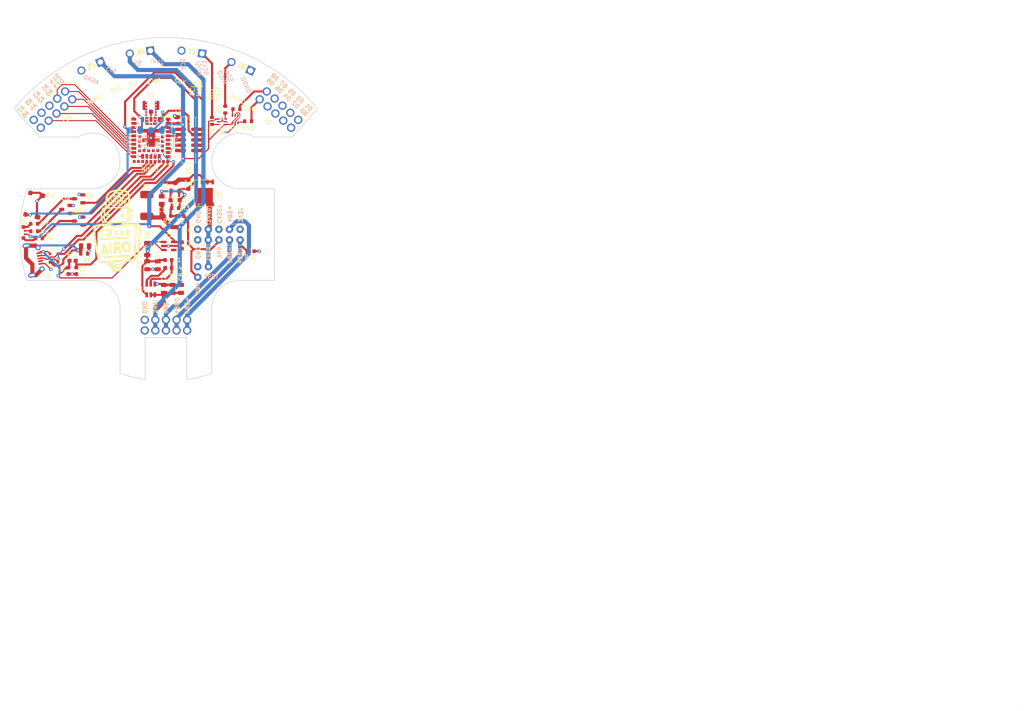
<source format=kicad_pcb>
(kicad_pcb (version 20221018) (generator pcbnew)
  (layers (0 "F.Cu" power) (1 "In1.Cu" signal) (2 "In2.Cu" signal) (31 "B.Cu" signal) (34 "B.Paste" user) (35 "F.Paste" user) (36 "B.SilkS" user "B.Silkscreen") (37 "F.SilkS" user "F.Silkscreen") (38 "B.Mask" user) (39 "F.Mask" user) (44 "Edge.Cuts" user))
  (net 0 "")
  (net 1 "GND")
  (net 2 "/24V_out")
  (net 3 "/24V_in")
  (net 4 "/Von")
  (net 5 "/3V3_out")
  (net 6 "/Q1_G")
  (net 7 "/Q1_S")
  (net 8 "/Q2_G")
  (net 9 "Net-(IC1-BST)")
  (net 10 "Net-(IC1-SW)")
  (net 11 "/5V")
  (net 12 "Net-(J1-CASE)")
  (net 13 "/3V3")
  (net 14 "/VBUS")
  (net 18 "/SWC")
  (net 19 "/SWD")
  (net 20 "/RESET")
  (net 26 "/USB_D+")
  (net 27 "/USB_D-")
  (net 32 "Net-(D5-BK)")
  (net 33 "Net-(D5-RK)")
  (net 34 "Net-(D5-GK)")
  (net 35 "/D_LEDR")
  (net 36 "Net-(Q3-D)")
  (net 37 "/D_LEDG")
  (net 38 "Net-(Q4-D)")
  (net 39 "/D_LEDB")
  (net 40 "Net-(Q5-D)")
  (net 41 "/ANT")
  (net 42 "/CASE")
  (net 43 "/RS485-")
  (net 44 "/RS485+")
  (net 45 "/RS485G")
  (net 46 "/A0")
  (net 47 "/A7")
  (net 48 "/A6")
  (net 49 "/A5")
  (net 50 "/A4")
  (net 51 "/A3")
  (net 52 "/A2")
  (net 53 "/A1")
  (net 54 "/D0")
  (net 55 "/D1")
  (net 56 "/D2")
  (net 57 "/D3")
  (net 58 "/D4")
  (net 59 "/D5")
  (net 60 "/D6")
  (net 61 "/D7")
  (net 67 "/EN_I2C1")
  (net 68 "Net-(Q6-C2)")
  (net 69 "Net-(Q6-C1)")
  (net 70 "/EN_I2C2")
  (net 71 "Net-(Q7-C2)")
  (net 72 "Net-(Q7-C1)")
  (net 73 "/SCK")
  (net 74 "/SCL1{slash}MOSI")
  (net 75 "/SDA1{slash}MISO")
  (net 76 "/SCL2{slash}D9")
  (net 77 "/SDA2{slash}D8")
  (net 78 "/VBUS_filtered")
  (net 79 "/D14")
  (net 80 "/D13")
  (footprint "Resistor_SMD:R_0603_1608Metric" (layer "F.Cu") (at 3.474 -4.459)
    (fp_text reference "R2")
    (fp_text value "50k" hide)
  )
  (footprint "Capacitor_SMD:C_0805_2012Metric" (layer "F.Cu") (at 1.5605 13.028 90)
    (fp_text reference "C3")
    (fp_text value "22µF" hide)
  )
  (footprint "Capacitor_SMD:C_0603_1608Metric" (layer "F.Cu") (at 2.925 -27.424 90)
    (fp_text reference "C9")
    (fp_text value "100n" hide)
  )
  (footprint "Resistor_SMD:R_0603_1608Metric" (layer "F.Cu") (at -19.609701 4.590299)
    (fp_text reference "R5")
    (fp_text value "1M" hide)
  )
  (footprint "robotiq_wrist_coupling:1987724" (layer "F.Cu") (at -6.2 -43.8 -171.943)
    (fp_text reference "J6")
    (fp_text value "1987724" hide)
  )
  (footprint "robotiq_wrist_coupling:BSS138" (layer "F.Cu") (at -20.952 -8.59 180)
    (fp_text reference "Q5")
    (fp_text value "BSS138K-13" hide)
  )
  (footprint "Capacitor_SMD:C_0805_2012Metric" (layer "F.Cu") (at 3.5925 13.028 90)
    (fp_text reference "C8")
    (fp_text value "22µF" hide)
  )
  (footprint "" (layer "F.Cu") (at -8 30.5)
    (fp_text reference "")
    (fp_text value "")
  )
  (footprint "" (layer "F.Cu") (at 7 8)
    (fp_text reference "")
    (fp_text value "")
  )
  (footprint "Capacitor_SMD:C_0603_1608Metric" (layer "F.Cu") (at -23.409701 8.690299 -90)
    (fp_text reference "C10")
    (fp_text value "1n" hide)
  )
  (footprint "robotiq_wrist_coupling:HOLE" (layer "F.Cu") (at -5.08 20.46)
    (fp_text reference "U2" hide)
    (fp_text value "HOLE" hide)
  )
  (footprint "robotiq_wrist_coupling:1987724" (layer "F.Cu") (at -18 -40.4 -155.829)
    (fp_text reference "J5")
    (fp_text value "1987724" hide)
  )
  (footprint "Capacitor_SMD:C_0603_1608Metric" (layer "F.Cu") (at -21.504701 8.690299 -90)
    (fp_text reference "C11")
    (fp_text value "1n" hide)
  )
  (footprint "robotiq_wrist_coupling:TSOT23-6" (layer "F.Cu") (at -3.6465 13.155)
    (fp_text reference "IC1")
    (fp_text value "AP63205" hide)
  )
  (footprint "robotiq_wrist_coupling:CL-DA-1CB4-A2T" (layer "F.Cu") (at -31.2 -7 167.354)
    (fp_text reference "B2")
    (fp_text value "~" hide)
  )
  (footprint "" (layer "F.Cu") (at 23 0)
    (fp_text reference "")
    (fp_text value "")
  )
  (footprint "Resistor_SMD:R_0603_1608Metric" (layer "F.Cu") (at 20.3 4 180)
    (fp_text reference "R12")
    (fp_text value "0" hide)
  )
  (footprint "robotiq_wrist_coupling:SOT95P285X140-5N" (layer "F.Cu") (at 0.6885 2.732)
    (fp_text reference "IC2")
    (fp_text value "AP2112K-3.3TRG1" hide)
  )
  (footprint "Resistor_SMD:R_0603_1608Metric" (layer "F.Cu") (at -31.6 -2.6)
    (fp_text reference "R7")
    (fp_text value "150" hide)
  )
  (footprint "" (layer "F.Cu") (at 5 7.7)
    (fp_text reference "")
    (fp_text value "")
  )
  (footprint "Capacitor_SMD:C_0805_2012Metric" (layer "F.Cu") (at -4.4925 7.37 -90)
    (fp_text reference "C6")
    (fp_text value "22µF" hide)
  )
  (footprint "" (layer "F.Cu") (at 0 -34.8)
    (fp_text reference "")
    (fp_text value "")
  )
  (footprint "robotiq_wrist_coupling:HOLE_2x5" (layer "F.Cu") (at -27.1 -30 -137.87)
    (fp_text reference "J10")
    (fp_text value "10PIN_HEADER" hide)
  )
  (footprint "robotiq_wrist_coupling:HOLE" (layer "F.Cu") (at 5.08 20.46)
    (fp_text reference "U4" hide)
    (fp_text value "HOLE" hide)
  )
  (footprint "" (layer "F.Cu") (at 8 30.5)
    (fp_text reference "")
    (fp_text value "")
  )
  (footprint "Capacitor_SMD:C_0603_1608Metric" (layer "F.Cu") (at 0.5875 8.005)
    (fp_text reference "C4")
    (fp_text value "100nF" hide)
  )
  (footprint "robotiq_wrist_coupling:HOLE" (layer "F.Cu") (at 0 20.46)
    (fp_text reference "U5" hide)
    (fp_text value "HOLE" hide)
  )
  (footprint "" (layer "F.Cu") (at 10.2 7.7)
    (fp_text reference "")
    (fp_text value "")
  )
  (footprint "robotiq_wrist_coupling:HOLE" (layer "F.Cu") (at -2.54 23)
    (fp_text reference "U1" hide)
    (fp_text value "HOLE" hide)
  )
  (footprint "robotiq_wrist_coupling:BEADC1608X65N" (layer "F.Cu") (at -22.393701 6.277299)
    (fp_text reference "FL1")
    (fp_text value "BLM18EG101TN1D" hide)
  )
  (footprint "robotiq_wrist_coupling:NINA-B301-00B-small-paste" (layer "F.Cu") (at -3.6 -23.2 180)
    (fp_text reference "NINA1")
    (fp_text value "~")
  )
  (footprint "robotiq_wrist_coupling:US6_RN2903" (layer "F.Cu") (at 16.6 -27.7)
    (fp_text reference "Q7")
    (fp_text value "RN2903" hide)
  )
  (footprint "Resistor_SMD:R_0603_1608Metric" (layer "F.Cu") (at 2.204 -6.364 180)
    (fp_text reference "R3")
    (fp_text value "100k" hide)
  )
  (footprint "Resistor_SMD:R_0603_1608Metric" (layer "F.Cu") (at -31.6 -0.8)
    (fp_text reference "R6")
    (fp_text value "150" hide)
  )
  (footprint "Resistor_SMD:R_0805_2012Metric" (layer "F.Cu") (at -1.014 -8.269 -90)
    (fp_text reference "C1")
    (fp_text value "15u" hide)
  )
  (footprint "robotiq_wrist_coupling:SOT143B" (layer "F.Cu") (at -26.865701 5.628299)
    (fp_text reference "D3")
    (fp_text value "PRTR5V0U2AX,215" hide)
  )
  (footprint "robotiq_wrist_coupling:US6_RN2903" (layer "F.Cu") (at 13.4485 -27.0875 90)
    (fp_text reference "Q6")
    (fp_text value "RN2903" hide)
  )
  (footprint "robotiq_wrist_coupling:10PIN_SPRING_HEADER" (layer "F.Cu") (at 12.7 0 90)
    (fp_text reference "J4" hide)
    (fp_text value "10PIN_HEADER" hide)
  )
  (footprint "robotiq_wrist_coupling:BSS138" (layer "F.Cu") (at -24 -6.05 180)
    (fp_text reference "Q4")
    (fp_text value "BSS138K-13" hide)
  )
  (footprint "robotiq_wrist_coupling:1987724" (layer "F.Cu") (at 6.2 -43.8 171.943)
    (fp_text reference "J7")
    (fp_text value "1987724" hide)
  )
  (footprint "Resistor_SMD:R_0603_1608Metric" (layer "F.Cu") (at 14.211 -30 90)
    (fp_text reference "R9")
    (fp_text value "4k7" hide)
  )
  (footprint "robotiq_wrist_coupling:DO-219AC" (layer "F.Cu") (at 2.204 -8.269 180)
    (fp_text reference "D1")
    (fp_text value "DIODE" hide)
  )
  (footprint "" (layer "F.Cu") (at 2.54 23)
    (fp_text reference "")
    (fp_text value "")
  )
  (footprint "Resistor_SMD:R_0603_1608Metric" (layer "F.Cu") (at 16.9 -30.1)
    (fp_text reference "R10")
    (fp_text value "4k7" hide)
  )
  (footprint "Resistor_SMD:R_0603_1608Metric" (layer "F.Cu") (at 11.0485 -27.2875 90)
    (fp_text reference "R8")
    (fp_text value "4k7" hide)
  )
  (footprint "" (layer "F.Cu") (at -25 0)
    (fp_text reference "")
    (fp_text value "")
  )
  (footprint "robotiq_wrist_coupling:2337019-1 µCOAX" (layer "F.Cu") (at -3.6 -30.9988)
    (fp_text reference "J2")
    (fp_text value "Conn_Coaxial" hide)
  )
  (footprint "Inductor_SMD:L_0603_1608Metric" (layer "F.Cu") (at 0.5875 6.1 180)
    (fp_text reference "L1")
    (fp_text value "4µ7" hide)
  )
  (footprint "robotiq_wrist_coupling:si7469dp" (layer "F.Cu") (at 9.3 -9.3 -90)
    (fp_text reference "Q2")
    (fp_text value "Si7469DP" hide)
  )
  (footprint "Capacitor_SMD:C_0603_1608Metric" (layer "F.Cu") (at 3.8125 2.605 -90)
    (fp_text reference "C12")
    (fp_text value "1µF" hide)
  )
  (footprint "" (layer "F.Cu") (at 5.08 23)
    (fp_text reference "")
    (fp_text value "")
  )
  (footprint "robotiq_wrist_coupling:1812L110-33" (layer "F.Cu") (at -4.6 -7 90)
    (fp_text reference "F1")
    (fp_text value "LF110-33" hide)
  )
  (footprint "robotiq_wrist_coupling:HOLE" (layer "F.Cu") (at -5.08 23)
    (fp_text reference "U2" hide)
    (fp_text value "HOLE" hide)
  )
  (footprint "Resistor_SMD:R_0603_1608Metric" (layer "F.Cu") (at 0.299 -4.459)
    (fp_text reference "R1")
    (fp_text value "100k" hide)
  )
  (footprint "robotiq_wrist_coupling:HOLE" (layer "F.Cu") (at -2.54 20.46)
    (fp_text reference "U1" hide)
    (fp_text value "HOLE" hide)
  )
  (footprint "Capacitor_SMD:C_0805_2012Metric" (layer "F.Cu") (at -19.409701 2.790299)
    (fp_text reference "C7")
    (fp_text value "4n7")
  )
  (footprint "robotiq_wrist_coupling:HOLE_2x5" (layer "F.Cu") (at 27.1 -30 -42.129)
    (fp_text reference "J9")
    (fp_text value "10PIN_HEADER" hide)
  )
  (footprint "robotiq_wrist_coupling:10PIN_1.27PITCH" (layer "F.Cu") (at 5.425 -22.724)
    (fp_text reference "J3")
    (fp_text value "10PIN_HEADER" hide)
  )
  (footprint "robotiq_wrist_coupling:DO-219AC" (layer "F.Cu") (at 5.379 -12.079 -90)
    (fp_text reference "D2")
    (fp_text value "DIODE" hide)
  )
  (footprint "Resistor_SMD:R_0603_1608Metric" (layer "F.Cu") (at 19.7 -27.2)
    (fp_text reference "R11")
    (fp_text value "4k7" hide)
  )
  (footprint "robotiq_wrist_coupling:MCR-B-S-RA-SMT-CS5A-NF" (layer "F.Cu") (at -30.2 5.7 100.688)
    (fp_text reference "J1")
    (fp_text value "~")
  )
  (footprint "robotiq_wrist_coupling:BSS138" (layer "F.Cu") (at -20.952 -3.256 180)
    (fp_text reference "Q3")
    (fp_text value "BSS138K-13" hide)
  )
  (footprint "robotiq_wrist_coupling:HOLE" (layer "F.Cu") (at 2.54 20.46)
    (fp_text reference "U3" hide)
    (fp_text value "HOLE" hide)
  )
  (footprint "Resistor_SMD:R_0603_1608Metric" (layer "F.Cu") (at -30.5 0.9)
    (fp_text reference "R4")
    (fp_text value "150" hide)
  )
  (footprint "robotiq_wrist_coupling:1987724" (layer "F.Cu") (at 18 -40.4 155.828)
    (fp_text reference "J8")
    (fp_text value "1987724" hide)
  )
  (footprint "robotiq_wrist_coupling:HOLE" (layer "F.Cu") (at 0 23)
    (fp_text reference "U5" hide)
    (fp_text value "HOLE" hide)
  )
  (footprint "Capacitor_SMD:C_0805_2012Metric" (layer "F.Cu") (at -0.4715 13.028 90)
    (fp_text reference "C2")
    (fp_text value "22µF" hide)
  )
  (footprint "robotiq_wrist_coupling:S1MSWFQ-7" (layer "F.Cu") (at -4.4875 3.455 90)
    (fp_text reference "D6")
    (fp_text value "S1MSWFQ-7" hide)
  )
  (footprint "robotiq_wrist_coupling:BSS138" (layer "F.Cu") (at 2.204 -11.444 90)
    (fp_text reference "Q1")
    (fp_text value "BSS138K-13/BSS159NH6327XTSA2" hide)
  )
  (footprint "Capacitor_SMD:C_0805_2012Metric" (layer "F.Cu") (at -1.9525 7.37 -90)
    (fp_text reference "C5")
    (fp_text value "22µF" hide)
  )
  (footprint "robotiq_wrist_coupling:XZCCBDMEDGK161W" (layer "F.Cu") (at -34.2 -0.5 90)
    (fp_text reference "D5")
    (fp_text value "LED_RGBA" hide)
  )
  (footprint "robotiq_wrist_coupling:PAD_CIRCULAR" (layer "B.Cu") (at 1.48 -25 180)
    (fp_text reference "REF**" hide)
    (fp_text value "PAD_CIRCULAR" hide)
  )
  (footprint "robotiq_wrist_coupling:PAD_CIRCULAR" (layer "B.Cu") (at -6.14 -25 180)
    (fp_text reference "REF**" hide)
    (fp_text value "PAD_CIRCULAR" hide)
  )
  (footprint "robotiq_wrist_coupling:PAD_CIRCULAR" (layer "B.Cu") (at -3.6 -25 180)
    (fp_text reference "REF**" hide)
    (fp_text value "PAD_CIRCULAR" hide)
  )
  (footprint "robotiq_wrist_coupling:PAD_CIRCULAR" (layer "B.Cu") (at -1.06 -25 180)
    (fp_text reference "REF**" hide)
    (fp_text value "PAD_CIRCULAR" hide)
  )
  (footprint "robotiq_wrist_coupling:PAD_CIRCULAR" (layer "B.Cu") (at -8.68 -25 180)
    (fp_text reference "REF**" hide)
    (fp_text value "PAD_CIRCULAR" hide)
  )
  (gr_poly (pts (xy -7.958257 4.834336) (xy -7.949913 4.83563) (xy -7.946089 4.836783) (xy -7.942489 4.838294) (xy -7.939108 4.840181) (xy -7.935939 4.842461) (xy -7.932975 4.845149) (xy -7.930212 4.848262) (xy -7.927642 4.851818) (xy -7.92526 4.855833) (xy -7.921036 4.865306) (xy -7.91749 4.876815) (xy -7.914574 4.890493) (xy -7.91224 4.906472) (xy -7.910438 4.924887) (xy -7.909122 4.945871) (xy -7.908241 4.969556) (xy -7.907595 5.025567) (xy -7.907595 5.228215) (xy -8.763686 5.257168) (xy -9.726856 5.301562) (xy -11.053322 5.376587) (xy -12.380564 5.46014) (xy -13.346061 5.530122) (xy -13.850617 5.57303) (xy -14.367581 5.612836) (xy -14.84629 5.653677) (xy -15.074788 5.673905) (xy -15.25676 5.691417) (xy -15.329959 5.698571) (xy -15.399572 5.704466) (xy -15.46395 5.709005) (xy -15.521446 5.71209) (xy -15.570413 5.713625) (xy -15.591182 5.71378) (xy -15.609201 5.713512) (xy -15.624264 5.712807) (xy -15.636164 5.711654) (xy -15.644696 5.71004) (xy -15.647635 5.709057) (xy -15.649654 5.707954) (xy -15.651568 5.706963) (xy -15.653433 5.705548) (xy -15.657012 5.701501) (xy -15.660385 5.695915) (xy -15.663546 5.688893) (xy -15.66649 5.680539) (xy -15.669209 5.670954) (xy -15.671697 5.660243) (xy -15.67395 5.648508) (xy -15.67596 5.635852) (xy -15.677722 5.622377) (xy -15.680476 5.593387) (xy -15.682165 5.562361) (xy -15.682738 5.530122) (xy -15.682493 5.509177) (xy -15.681745 5.489734) (xy -15.681176 5.480561) (xy -15.680475 5.471745) (xy -15.67964 5.463281) (xy -15.678667 5.455162) (xy -15.677555 5.447382) (xy -15.676301 5.439935) (xy -15.674904 5.432816) (xy -15.67336 5.426018) (xy -15.671668 5.419535) (xy -15.669825 5.41336) (xy -15.667829 5.407489) (xy -15.665678 5.401914) (xy -15.66337 5.396631) (xy -15.660901 5.391632) (xy -15.658271 5.386911) (xy -15.655476 5.382464) (xy -15.652515 5.378282) (xy -15.649385 5.374362) (xy -15.646083 5.370696) (xy -15.642609 5.367278) (xy -15.638958 5.364102) (xy -15.63513 5.361163) (xy -15.631121 5.358454) (xy -15.62693 5.355969) (xy -15.622554 5.353703) (xy -15.617991 5.351648) (xy -15.613239 5.349799) (xy -15.608295 5.34815) (xy -15.421025 5.323332) (xy -14.966226 5.279905) (xy -13.263346 5.137227) (xy -12.281436 5.06679) (xy -11.053322 4.989375) (xy -9.829085 4.919714) (xy -8.858808 4.87254) (xy -7.977901 4.83532) (xy -7.96757 4.834277)) (stroke (width 0.004135)) (fill solid) (layer "F.SilkS"))
  (gr_poly (pts (xy -11.557905 -7.012717) (xy -11.546486 -7.010878) (xy -11.535336 -7.008082) (xy -11.524515 -7.004374) (xy -11.514085 -6.999798) (xy -11.504107 -6.9944) (xy -11.494643 -6.988224) (xy -11.485752 -6.981314) (xy -11.477497 -6.973714) (xy -11.469938 -6.96547) (xy -11.463137 -6.956626) (xy -11.457155 -6.947226) (xy -11.452053 -6.937315) (xy -11.447892 -6.926937) (xy -11.444733 -6.916138) (xy -11.442638 -6.904961) (xy -11.441667 -6.893451) (xy -11.441882 -6.881652) (xy -11.443343 -6.86961) (xy -11.446113 -6.857368) (xy -11.450252 -6.844971) (xy -11.455821 -6.832464) (xy -11.462881 -6.819892) (xy -11.468132 -6.811991) (xy -11.473662 -6.804623) (xy -11.479456 -6.797785) (xy -11.485496 -6.79148) (xy -11.491765 -6.785706) (xy -11.498245 -6.780464) (xy -11.504919 -6.775754) (xy -11.511769 -6.771575) (xy -11.518779 -6.767928) (xy -11.525932 -6.764813) (xy -11.533209 -6.762229) (xy -11.540594 -6.760177) (xy -11.54807 -6.758656) (xy -11.555618 -6.757668) (xy -11.563223 -6.757211) (xy -11.570866 -6.757285) (xy -11.57853 -6.757892) (xy -11.586198 -6.75903) (xy -11.593853 -6.760699) (xy -11.601477 -6.762901) (xy -11.609054 -6.765634) (xy -11.616565 -6.768899) (xy -11.623994 -6.772695) (xy -11.631323 -6.777023) (xy -11.638536 -6.781883) (xy -11.645614 -6.787275) (xy -11.65254 -6.793198) (xy -11.659298 -6.799653) (xy -11.66587 -6.806639) (xy -11.672238 -6.814158) (xy -11.678386 -6.822208) (xy -11.684295 -6.830789) (xy -11.69195 -6.843145) (xy -11.698567 -6.854431) (xy -11.704131 -6.864772) (xy -11.706514 -6.869625) (xy -11.708627 -6.874288) (xy -11.710469 -6.878776) (xy -11.712038 -6.883103) (xy -11.713332 -6.887285) (xy -11.714348 -6.891338) (xy -11.715086 -6.895276) (xy -11.715542 -6.899116) (xy -11.715715 -6.902872) (xy -11.715603 -6.906559) (xy -11.715204 -6.910193) (xy -11.714516 -6.913789) (xy -11.713537 -6.917363) (xy -11.712264 -6.920929) (xy -11.710697 -6.924504) (xy -11.708832 -6.928101) (xy -11.706669 -6.931738) (xy -11.704204 -6.935428) (xy -11.701436 -6.939187) (xy -11.698363 -6.94303) (xy -11.694983 -6.946973) (xy -11.691294 -6.951032) (xy -11.682981 -6.959554) (xy -11.673408 -6.96872) (xy -11.673408 -6.968714) (xy -11.662667 -6.978887) (xy -11.651583 -6.98766) (xy -11.640218 -6.995074) (xy -11.628632 -7.001177) (xy -11.616886 -7.006011) (xy -11.605042 -7.009621) (xy -11.59316 -7.012053) (xy -11.581303 -7.013349) (xy -11.569531 -7.013556)) (stroke (width 0.003629)) (fill solid) (layer "F.SilkS"))
  (gr_circle (center 205.74 114.3) (end 205.74 114.3) (stroke (width 0.15)) (fill none) (layer "F.SilkS"))
  (gr_poly (pts (xy -11.792335 1.746401) (xy -11.677937 1.754767) (xy -11.566635 1.768309) (xy -11.460938 1.786978) (xy -11.363354 1.810726) (xy -11.276392 1.839506) (xy -11.237679 1.855767) (xy -11.202562 1.873268) (xy -11.171354 1.892002) (xy -11.144371 1.911965) (xy -11.118485 1.934704) (xy -11.093786 1.959635) (xy -11.070289 1.986636) (xy -11.048006 2.015583) (xy -11.026951 2.046355) (xy -11.007136 2.078828) (xy -10.971284 2.148391) (xy -10.940557 2.223289) (xy -10.91506 2.302543) (xy -10.894901 2.385172) (xy -10.880186 2.470197) (xy -10.871023 2.556636) (xy -10.867518 2.643508) (xy -10.869778 2.729834) (xy -10.877909 2.814634) (xy -10.892018 2.896925) (xy -10.912213 2.975729) (xy -10.9386 3.050065) (xy -10.954148 3.08525) (xy -10.971285 3.118951) (xy -10.996897 3.165743) (xy -11.01904 3.207825) (xy -11.03766 3.245889) (xy -11.052704 3.280626) (xy -11.058868 3.296963) (xy -11.064118 3.312727) (xy -11.068447 3.328005) (xy -11.071848 3.342883) (xy -11.074316 3.357448) (xy -11.075843 3.371786) (xy -11.076422 3.385983) (xy -11.076047 3.400125) (xy -11.074712 3.4143) (xy -11.072409 3.428594) (xy -11.069131 3.443092) (xy -11.064873 3.457882) (xy -11.059628 3.473049) (xy -11.053388 3.488681) (xy -11.046147 3.504863) (xy -11.037899 3.521682) (xy -11.018354 3.557577) (xy -10.994698 3.597055) (xy -10.966879 3.64081) (xy -10.934844 3.689531) (xy -10.899192 3.747334) (xy -10.86741 3.805299) (xy -10.839525 3.863071) (xy -10.815563 3.920296) (xy -10.795551 3.976622) (xy -10.779515 4.031694) (xy -10.772997 4.058649) (xy -10.767483 4.085158) (xy -10.762976 4.111177) (xy -10.759481 4.136662) (xy -10.756999 4.161568) (xy -10.755535 4.185851) (xy -10.755092 4.209467) (xy -10.755673 4.232372) (xy -10.757282 4.254522) (xy -10.759921 4.275872) (xy -10.763595 4.296378) (xy -10.768306 4.315996) (xy -10.774058 4.334682) (xy -10.780854 4.352391) (xy -10.788698 4.36908) (xy -10.797592 4.384704) (xy -10.807541 4.399219) (xy -10.818548 4.41258) (xy -10.830615 4.424745) (xy -10.843746 4.435667) (xy -10.85933 4.446148) (xy -10.875326 4.454968) (xy -10.891719 4.462136) (xy -10.908494 4.467663) (xy -10.925636 4.471558) (xy -10.94313 4.473832) (xy -10.960961 4.474494) (xy -10.979114 4.473556) (xy -10.997574 4.471026) (xy -11.016325 4.466914) (xy -11.035354 4.461232) (xy -11.054644 4.453989) (xy -11.074181 4.445194) (xy -11.09395 4.434859) (xy -11.113936 4.422992) (xy -11.134124 4.409605) (xy -11.175045 4.378308) (xy -11.216593 4.341048) (xy -11.258648 4.297904) (xy -11.30109 4.248959) (xy -11.343798 4.194291) (xy -11.386654 4.133982) (xy -11.429536 4.068111) (xy -11.472325 3.99676) (xy -11.523886 3.909967) (xy -11.572658 3.834763) (xy -11.595994 3.801512) (xy -11.618627 3.771164) (xy -11.640557 3.743722) (xy -11.661781 3.719186) (xy -11.682298 3.69756) (xy -11.702106 3.678845) (xy -11.721203 3.663044) (xy -11.739589 3.650157) (xy -11.75726 3.640188) (xy -11.774215 3.633139) (xy -11.790454 3.62901) (xy -11.805973 3.627805) (xy -11.820772 3.629525) (xy -11.834848 3.634173) (xy -11.848201 3.64175) (xy -11.860828 3.652258) (xy -11.872727 3.6657) (xy -11.883898 3.682077) (xy -11.894338 3.701391) (xy -11.904046 3.723645) (xy -11.91302 3.74884) (xy -11.921259 3.776979) (xy -11.92876 3.808063) (xy -11.935522 3.842094) (xy -11.941544 3.879075) (xy -11.946823 3.919008) (xy -11.951358 3.961893) (xy -11.955148 4.007735) (xy -11.958341 4.048422) (xy -11.962761 4.088149) (xy -11.968352 4.126856) (xy -11.975058 4.164481) (xy -11.982825 4.200965) (xy -11.991599 4.236248) (xy -12.001323 4.270269) (xy -12.011942 4.302968) (xy -12.023403 4.334285) (xy -12.035649 4.364159) (xy -12.048626 4.39253) (xy -12.062278 4.419338) (xy -12.076551 4.444523) (xy -12.091389 4.468024) (xy -12.106738 4.489781) (xy -12.122542 4.509733) (xy -12.138746 4.527822) (xy -12.155296 4.543985) (xy -12.172136 4.558164) (xy -12.189211 4.570297) (xy -12.206467 4.580324) (xy -12.223847 4.588186) (xy -12.241298 4.593822) (xy -12.258763 4.597171) (xy -12.276189 4.598173) (xy -12.293519 4.596769) (xy -12.310699 4.592897) (xy -12.327675 4.586498) (xy -12.344389 4.577511) (xy -12.360789 4.565876) (xy -12.376819 4.551533) (xy -12.392423 4.534421) (xy -12.41628 4.481945) (xy -12.439804 4.386184) (xy -12.46266 4.25323) (xy -12.484516 4.089174) (xy -12.523891 3.692124) (xy -12.555259 3.243768) (xy -12.575952 2.79284) (xy -12.578 2.680051) (xy -12.028028 2.680051) (xy -12.027476 2.717489) (xy -12.02575 2.751697) (xy -12.022743 2.782787) (xy -12.020726 2.797197) (xy -12.018348 2.81087) (xy -12.015597 2.82382) (xy -12.012459 2.83606) (xy -12.00892 2.847605) (xy -12.004968 2.85847) (xy -12.000589 2.868667) (xy -11.995769 2.878211) (xy -11.990496 2.887116) (xy -11.984755 2.895396) (xy -11.978535 2.903065) (xy -11.97182 2.910138) (xy -11.964599 2.916628) (xy -11.956856 2.92255) (xy -11.948581 2.927916) (xy -11.939758 2.932743) (xy -11.930374 2.937043) (xy -11.920417 2.94083) (xy -11.909873 2.94412) (xy -11.898728 2.946925) (xy -11.88697 2.94926) (xy -11.874584 2.951139) (xy -11.861558 2.952576) (xy -11.847878 2.953585) (xy -11.818503 2.954375) (xy -11.791576 2.953928) (xy -11.765467 2.952599) (xy -11.740192 2.950406) (xy -11.715767 2.947366) (xy -11.69221 2.9435) (xy -11.669537 2.938823) (xy -11.647764 2.933355) (xy -11.626909 2.927113) (xy -11.606989 2.920116) (xy -11.588019 2.912381) (xy -11.570016 2.903928) (xy -11.552998 2.894773) (xy -11.53698 2.884934) (xy -11.52198 2.874431) (xy -11.508014 2.863281) (xy -11.495099 2.851502) (xy -11.483252 2.839113) (xy -11.472489 2.82613) (xy -11.462827 2.812573) (xy -11.454282 2.79846) (xy -11.446872 2.783808) (xy -11.440613 2.768636) (xy -11.435521 2.752962) (xy -11.431614 2.736804) (xy -11.428908 2.720179) (xy -11.427419 2.703107) (xy -11.427165 2.685604) (xy -11.428162 2.66769) (xy -11.430427 2.649383) (xy -11.433976 2.630699) (xy -11.438827 2.611658) (xy -11.444995 2.592278) (xy -11.452779 2.570293) (xy -11.462432 2.54961) (xy -11.473899 2.530245) (xy -11.487128 2.512214) (xy -11.502065 2.495533) (xy -11.518657 2.480218) (xy -11.53685 2.466285) (xy -11.556591 2.453751) (xy -11.577826 2.442631) (xy -11.600503 2.432942) (xy -11.624567 2.424699) (xy -11.649966 2.417919) (xy -11.676646 2.412617) (xy -11.704554 2.408811) (xy -11.733636 2.406515) (xy -11.763839 2.405746) (xy -11.802836 2.406295) (xy -11.837964 2.408082) (xy -11.869408 2.411315) (xy -11.883807 2.413539) (xy -11.897356 2.416203) (xy -11.910077 2.419333) (xy -11.921995 2.422955) (xy -11.933131 2.427096) (xy -11.943511 2.431781) (xy -11.953156 2.437037) (xy -11.962091 2.442889) (xy -11.970339 2.449365) (xy -11.977922 2.456489) (xy -11.984866 2.464288) (xy -11.991192 2.472789) (xy -11.996924 2.482017) (xy -12.002085 2.491998) (xy -12.0067 2.502759) (xy -12.010791 2.514325) (xy -12.014381 2.526724) (xy -12.017494 2.53998) (xy -12.020154 2.55412) (xy -12.022383 2.569171) (xy -12.025644 2.602107) (xy -12.027463 2.638997) (xy -12.028028 2.680051) (xy -12.578 2.680051) (xy -12.5833 2.388075) (xy -12.581136 2.218232) (xy -12.574636 2.078205) (xy -12.563464 1.974085) (xy -12.547289 1.911965) (xy -12.547287 1.911965) (xy -12.535196 1.891068) (xy -12.51792 1.871581) (xy -12.495774 1.853495) (xy -12.46907 1.836806) (xy -12.438123 1.821507) (xy -12.403246 1.807593) (xy -12.322957 1.783893) (xy -12.230711 1.765657) (xy -12.129017 1.752839) (xy -12.020384 1.745389) (xy -11.90732 1.743259)) (stroke (width 0.009997)) (fill solid) (layer "F.SilkS"))
  (gr_poly (pts (xy -12.985767 -8.651227) (xy -12.982956 -8.650653) (xy -12.980319 -8.649714) (xy -12.977863 -8.648424) (xy -12.975593 -8.646796) (xy -12.973515 -8.644845) (xy -12.971635 -8.642584) (xy -12.969958 -8.640028) (xy -12.96849 -8.63719) (xy -12.967238 -8.634084) (xy -12.966206 -8.630724) (xy -12.9654 -8.627125) (xy -12.964827 -8.6233) (xy -12.964491 -8.619262) (xy -12.964558 -8.610608) (xy -12.965645 -8.601273) (xy -12.967799 -8.591368) (xy -12.971066 -8.581007) (xy -12.975491 -8.570299) (xy -12.978153 -8.564851) (xy -12.981122 -8.559357) (xy -12.984404 -8.553833) (xy -12.988004 -8.548293) (xy -12.991929 -8.542749) (xy -12.996183 -8.537217) (xy -13.000773 -8.531709) (xy -13.005705 -8.526241) (xy -13.016235 -8.515744) (xy -13.026046 -8.505347) (xy -13.035143 -8.495044) (xy -13.043526 -8.484827) (xy -13.051199 -8.47469) (xy -13.058164 -8.464627) (xy -13.064424 -8.45463) (xy -13.06998 -8.444693) (xy -13.074837 -8.43481) (xy -13.078995 -8.424974) (xy -13.082458 -8.415177) (xy -13.085228 -8.405414) (xy -13.087307 -8.395678) (xy -13.088699 -8.385961) (xy -13.089404 -8.376258) (xy -13.089427 -8.366562) (xy -13.088769 -8.356865) (xy -13.087434 -8.347162) (xy -13.085422 -8.337446) (xy -13.082737 -8.32771) (xy -13.079382 -8.317947) (xy -13.075359 -8.308151) (xy -13.07067 -8.298314) (xy -13.065317 -8.288431) (xy -13.059304 -8.278495) (xy -13.052633 -8.268499) (xy -13.045306 -8.258436) (xy -13.037326 -8.248299) (xy -13.028695 -8.238083) (xy -13.019416 -8.22778) (xy -12.998923 -8.206887) (xy -12.994332 -8.201826) (xy -12.990081 -8.196855) (xy -12.986164 -8.191978) (xy -12.982573 -8.187199) (xy -12.979301 -8.18252) (xy -12.976341 -8.177945) (xy -12.973686 -8.173478) (xy -12.971328 -8.169123) (xy -12.96926 -8.164881) (xy -12.967474 -8.160758) (xy -12.965965 -8.156757) (xy -12.964724 -8.15288) (xy -12.963744 -8.149132) (xy -12.963017 -8.145517) (xy -12.962538 -8.142036) (xy -12.962298 -8.138695) (xy -12.96229 -8.135495) (xy -12.962507 -8.132442) (xy -12.962942 -8.129538) (xy -12.963588 -8.126787) (xy -12.964436 -8.124192) (xy -12.965481 -8.121757) (xy -12.966714 -8.119486) (xy -12.968129 -8.11738) (xy -12.969719 -8.115446) (xy -12.971475 -8.113684) (xy -12.973392 -8.1121) (xy -12.97546 -8.110697) (xy -12.977675 -8.109477) (xy -12.980027 -8.108445) (xy -12.98251 -8.107604) (xy -12.985117 -8.106958) (xy -13.012037 -8.102667) (xy -13.037339 -8.101123) (xy -13.061048 -8.102179) (xy -13.083187 -8.105692) (xy -13.10378 -8.111514) (xy -13.122851 -8.1195) (xy -13.140424 -8.129504) (xy -13.156522 -8.141381) (xy -13.17117 -8.154985) (xy -13.184391 -8.170171) (xy -13.196209 -8.186791) (xy -13.206647 -8.204702) (xy -13.21573 -8.223757) (xy -13.223482 -8.24381) (xy -13.229925 -8.264716) (xy -13.235085 -8.286329) (xy -13.238984 -8.308504) (xy -13.241647 -8.331094) (xy -13.243097 -8.353954) (xy -13.243359 -8.376938) (xy -13.242456 -8.399901) (xy -13.240411 -8.422697) (xy -13.237249 -8.44518) (xy -13.232993 -8.467204) (xy -13.227668 -8.488624) (xy -13.221297 -8.509294) (xy -13.213903 -8.529069) (xy -13.205511 -8.547802) (xy -13.196145 -8.565348) (xy -13.185828 -8.581562) (xy -13.174584 -8.596297) (xy -13.162437 -8.609408) (xy -13.162437 -8.609414) (xy -13.159456 -8.612408) (xy -13.15598 -8.615268) (xy -13.152043 -8.617997) (xy -13.147679 -8.620596) (xy -13.137802 -8.625419) (xy -13.126621 -8.629756) (xy -13.114403 -8.633629) (xy -13.101419 -8.637058) (xy -13.087939 -8.640063) (xy -13.074231 -8.642665) (xy -13.060566 -8.644884) (xy -13.047213 -8.646741) (xy -13.022522 -8.64945) (xy -13.002315 -8.650955) (xy -12.988747 -8.651421)) (stroke (width 0.003629)) (fill solid) (layer "F.SilkS"))
  (gr_poly (pts (xy -12.520088 -3.927777) (xy -12.513772 -3.925938) (xy -12.50719 -3.922959) (xy -12.500353 -3.918785) (xy -12.493274 -3.913364) (xy -12.485966 -3.906641) (xy -12.478441 -3.898563) (xy -12.470712 -3.889076) (xy -12.4661 -3.884303) (xy -12.460476 -3.879515) (xy -12.446458 -3.869928) (xy -12.429192 -3.860372) (xy -12.409213 -3.850907) (xy -12.387054 -3.84159) (xy -12.36325 -3.832481) (xy -12.312844 -3.815118) (xy -12.152253 -3.76566) (xy -12.141372 -3.761893) (xy -12.129211 -3.758749) (xy -12.101435 -3.754273) (xy -12.069699 -3.752115) (xy -12.034776 -3.752159) (xy -11.99744 -3.754287) (xy -11.958464 -3.758383) (xy -11.918621 -3.764329) (xy -11.878686 -3.772008) (xy -11.839431 -3.781304) (xy -11.80163 -3.7921) (xy -11.766057 -3.804278) (xy -11.733485 -3.817721) (xy -11.704687 -3.832313) (xy -11.691945 -3.840003) (xy -11.680437 -3.847936) (xy -11.67026 -3.856098) (xy -11.661509 -3.864474) (xy -11.654282 -3.873049) (xy -11.648676 -3.881809) (xy -11.638729 -3.882995) (xy -11.62953 -3.883705) (xy -11.621057 -3.88396) (xy -11.613287 -3.883777) (xy -11.606198 -3.883175) (xy -11.599768 -3.882174) (xy -11.593975 -3.880793) (xy -11.588795 -3.879049) (xy -11.584207 -3.876962) (xy -11.580189 -3.87455) (xy -11.576717 -3.871833) (xy -11.57377 -3.868829) (xy -11.571325 -3.865557) (xy -11.56936 -3.862036) (xy -11.567853 -3.858285) (xy -11.566781 -3.854322) (xy -11.566122 -3.850167) (xy -11.565854 -3.845837) (xy -11.565954 -3.841353) (xy -11.5664 -3.836732) (xy -11.567169 -3.831994) (xy -11.56824 -3.827158) (xy -11.571196 -3.817264) (xy -11.575088 -3.807201) (xy -11.579739 -3.797121) (xy -11.584969 -3.787172) (xy -11.5906 -3.777507) (xy -11.596964 -3.76747) (xy -11.603896 -3.757722) (xy -11.61137 -3.748257) (xy -11.619357 -3.739069) (xy -11.636758 -3.721501) (xy -11.655877 -3.704971) (xy -11.676491 -3.689433) (xy -11.698377 -3.67484) (xy -11.721311 -3.661145) (xy -11.745071 -3.648301) (xy -11.769434 -3.636263) (xy -11.794175 -3.624983) (xy -11.819073 -3.614414) (xy -11.843904 -3.604511) (xy -11.892473 -3.586512) (xy -11.938098 -3.570614) (xy -11.955885 -3.565231) (xy -11.974487 -3.560649) (xy -11.993832 -3.556861) (xy -12.013849 -3.553859) (xy -12.055609 -3.550184) (xy -12.099189 -3.549567) (xy -12.144012 -3.551949) (xy -12.189502 -3.557272) (xy -12.235083 -3.565476) (xy -12.280176 -3.576504) (xy -12.324207 -3.590297) (xy -12.366597 -3.606797) (xy -12.40677 -3.625944) (xy -12.425845 -3.636493) (xy -12.44415 -3.647681) (xy -12.461612 -3.659503) (xy -12.478159 -3.671949) (xy -12.493719 -3.685014) (xy -12.508221 -3.69869) (xy -12.521592 -3.712969) (xy -12.533759 -3.727845) (xy -12.544652 -3.743309) (xy -12.554197 -3.759355) (xy -12.554197 -3.759369) (xy -12.558665 -3.768672) (xy -12.562551 -3.778171) (xy -12.565866 -3.787813) (xy -12.568624 -3.797544) (xy -12.570837 -3.807311) (xy -12.572517 -3.81706) (xy -12.573678 -3.826738) (xy -12.574331 -3.836291) (xy -12.57449 -3.845665) (xy -12.574167 -3.854808) (xy -12.573375 -3.863666) (xy -12.572126 -3.872185) (xy -12.570434 -3.880312) (xy -12.56831 -3.887993) (xy -12.565767 -3.895175) (xy -12.562818 -3.901805) (xy -12.559476 -3.907828) (xy -12.555752 -3.913192) (xy -12.551661 -3.917842) (xy -12.547214 -3.921727) (xy -12.542424 -3.924791) (xy -12.537304 -3.926981) (xy -12.531866 -3.928245) (xy -12.526123 -3.928528)) (stroke (width 0.003629)) (fill solid) (layer "F.SilkS"))
  (gr_poly (pts (xy -9.403079 1.536108) (xy -9.326711 1.543654) (xy -9.252464 1.555331) (xy -9.181153 1.571188) (xy -9.113592 1.591271) (xy -9.050594 1.61563) (xy -8.992974 1.644312) (xy -8.941204 1.676178) (xy -8.891823 1.713947) (xy -8.84487 1.757285) (xy -8.800386 1.805859) (xy -8.758411 1.859336) (xy -8.718985 1.917381) (xy -8.682147 1.979661) (xy -8.647939 2.045843) (xy -8.587568 2.188579) (xy -8.538193 2.342919) (xy -8.500135 2.506196) (xy -8.473713 2.675741) (xy -8.459247 2.848887) (xy -8.457058 3.022965) (xy -8.467467 3.195308) (xy -8.490793 3.363246) (xy -8.527357 3.524112) (xy -8.550704 3.601059) (xy -8.577479 3.675238) (xy -8.607725 3.746314) (xy -8.64148 3.813955) (xy -8.678784 3.877827) (xy -8.719679 3.937596) (xy -8.766167 3.996044) (xy -8.814976 4.050017) (xy -8.865921 4.099541) (xy -8.918814 4.144643) (xy -8.973469 4.18535) (xy -9.029698 4.221686) (xy -9.087315 4.253678) (xy -9.146133 4.281353) (xy -9.205965 4.304736) (xy -9.266625 4.323853) (xy -9.327925 4.338732) (xy -9.389679 4.349397) (xy -9.4517 4.355874) (xy -9.513801 4.358191) (xy -9.575795 4.356373) (xy -9.637496 4.350447) (xy -9.698716 4.340437) (xy -9.759269 4.326372) (xy -9.818968 4.308276) (xy -9.877626 4.286175) (xy -9.935056 4.260097) (xy -9.991072 4.230067) (xy -10.045486 4.19611) (xy -10.098113 4.158254) (xy -10.148764 4.116525) (xy -10.197254 4.070948) (xy -10.243395 4.02155) (xy -10.287 3.968356) (xy -10.327883 3.911393) (xy -10.365857 3.850688) (xy -10.400735 3.786266) (xy -10.432331 3.718152) (xy -10.461257 3.638673) (xy -10.486527 3.549341) (xy -10.508114 3.451619) (xy -10.525991 3.346969) (xy -10.540132 3.236855) (xy -10.55051 3.122738) (xy -10.557098 3.006082) (xy -10.558933 2.928123) (xy -10.022385 2.928123) (xy -10.021015 2.984976) (xy -10.016974 3.040267) (xy -10.010367 3.093915) (xy -10.001301 3.145837) (xy -9.989879 3.195951) (xy -9.976207 3.244174) (xy -9.960389 3.290425) (xy -9.942532 3.33462) (xy -9.922739 3.376677) (xy -9.901117 3.416515) (xy -9.87777 3.45405) (xy -9.852804 3.4892) (xy -9.826322 3.521883) (xy -9.798432 3.552017) (xy -9.769237 3.579518) (xy -9.738842 3.604305) (xy -9.707353 3.626296) (xy -9.674875 3.645407) (xy -9.641513 3.661557) (xy -9.607372 3.674664) (xy -9.572557 3.684644) (xy -9.537174 3.691415) (xy -9.501326 3.694896) (xy -9.46512 3.695003) (xy -9.428661 3.691655) (xy -9.392052 3.684769) (xy -9.355401 3.674262) (xy -9.318811 3.660052) (xy -9.282388 3.642057) (xy -9.246237 3.620195) (xy -9.210463 3.594383) (xy -9.175171 3.564538) (xy -9.15534 3.544414) (xy -9.136841 3.521208) (xy -9.119669 3.495117) (xy -9.103822 3.466338) (xy -9.089296 3.435067) (xy -9.076087 3.401502) (xy -9.05361 3.328277) (xy -9.036365 3.248236) (xy -9.024324 3.162957) (xy -9.01746 3.074012) (xy -9.015748 2.982979) (xy -9.019159 2.891431) (xy -9.027669 2.800945) (xy -9.041249 2.713095) (xy -9.059874 2.629456) (xy -9.083516 2.551604) (xy -9.112149 2.481114) (xy -9.128328 2.449122) (xy -9.145746 2.419561) (xy -9.164398 2.392628) (xy -9.18428 2.36852) (xy -9.218745 2.333565) (xy -9.253743 2.302716) (xy -9.289168 2.275902) (xy -9.324914 2.25305) (xy -9.360873 2.234087) (xy -9.396939 2.218942) (xy -9.433004 2.207542) (xy -9.468963 2.199814) (xy -9.504709 2.195687) (xy -9.540134 2.195088) (xy -9.575132 2.197945) (xy -9.609596 2.204185) (xy -9.64342 2.213736) (xy -9.676497 2.226526) (xy -9.708719 2.242483) (xy -9.739981 2.261533) (xy -9.770175 2.283606) (xy -9.799195 2.308627) (xy -9.826933 2.336526) (xy -9.853284 2.36723) (xy -9.87814 2.400666) (xy -9.901395 2.436762) (xy -9.922942 2.475447) (xy -9.942674 2.516646) (xy -9.960485 2.560289) (xy -9.976267 2.606303) (xy -9.989913 2.654615) (xy -10.001319 2.705154) (xy -10.010375 2.757846) (xy -10.016976 2.81262) (xy -10.021015 2.869403) (xy -10.022385 2.928123) (xy -10.558933 2.928123) (xy -10.559869 2.888349) (xy -10.558797 2.771001) (xy -10.553856 2.655502) (xy -10.545017 2.543314) (xy -10.532255 2.4359) (xy -10.515544 2.334722) (xy -10.494855 2.241243) (xy -10.470164 2.156926) (xy -10.441442 2.083233) (xy -10.428448 2.05601) (xy -10.413506 2.027984) (xy -10.396803 1.999379) (xy -10.378525 1.97042) (xy -10.358859 1.941333) (xy -10.337992 1.912342) (xy -10.316111 1.883673) (xy -10.293403 1.85555) (xy -10.270055 1.828199) (xy -10.246253 1.801844) (xy -10.222184 1.776711) (xy -10.198035 1.753025) (xy -10.173992 1.73101) (xy -10.150244 1.710891) (xy -10.126975 1.692894) (xy -10.104374 1.677244) (xy -10.104374 1.677231) (xy -10.05156 1.646121) (xy -9.992726 1.61866) (xy -9.928689 1.594895) (xy -9.860261 1.574876) (xy -9.788256 1.55865) (xy -9.71349 1.546266) (xy -9.636774 1.537771) (xy -9.558925 1.533214) (xy -9.480755 1.532644)) (stroke (width 0.009997)) (fill solid) (layer "F.SilkS"))
  (gr_poly (pts (xy -10.44734 7.014598) (xy -10.443936 7.01753) (xy -10.438409 7.028879) (xy -10.434472 7.047002) (xy -10.431989 7.071253) (xy -10.430823 7.100985) (xy -10.430834 7.13555) (xy -10.433843 7.216594) (xy -10.439914 7.309208) (xy -10.447947 7.408215) (xy -10.465494 7.604704) (xy -10.46702 7.636759) (xy -10.466649 7.669997) (xy -10.463205 7.738152) (xy -10.461623 7.772134) (xy -10.46113 7.805427) (xy -10.462473 7.837564) (xy -10.464065 7.853052) (xy -10.466396 7.868076) (xy -10.469559 7.882577) (xy -10.473647 7.896496) (xy -10.478753 7.909775) (xy -10.484971 7.922356) (xy -10.492394 7.93418) (xy -10.501115 7.945187) (xy -10.511228 7.955321) (xy -10.522826 7.964522) (xy -10.536001 7.972732) (xy -10.550848 7.979893) (xy -10.56746 7.985945) (xy -10.585929 7.990831) (xy -10.60635 7.994491) (xy -10.628815 7.996868) (xy -10.653418 7.997903) (xy -10.680251 7.997537) (xy -10.698512 8.00191) (xy -10.744262 8.006798) (xy -10.904879 8.017731) (xy -11.409128 8.041475) (xy -11.979394 8.062497) (xy -12.402068 8.074528) (xy -12.528544 8.0752) (xy -12.58772 8.074498) (xy -12.644281 8.073091) (xy -12.698298 8.070973) (xy -12.749841 8.068136) (xy -12.798979 8.064571) (xy -12.845785 8.06027) (xy -12.890327 8.055226) (xy -12.932676 8.049429) (xy -12.972902 8.042873) (xy -13.011075 8.035549) (xy -13.047266 8.027449) (xy -13.081544 8.018565) (xy -13.113981 8.008889) (xy -13.144646 7.998413) (xy -13.17361 7.987128) (xy -13.200942 7.975027) (xy -13.226714 7.962102) (xy -13.250995 7.948345) (xy -13.273855 7.933747) (xy -13.295365 7.918301) (xy -13.315595 7.901998) (xy -13.334615 7.884831) (xy -13.352495 7.866791) (xy -13.369307 7.84787) (xy -13.385119 7.828061) (xy -13.400002 7.807355) (xy -13.414027 7.785744) (xy -13.427263 7.76322) (xy -13.439782 7.739775) (xy -13.451652 7.715401) (xy -13.457197 7.703325) (xy -13.462275 7.690947) (xy -13.466905 7.678306) (xy -13.471106 7.665444) (xy -13.474897 7.652404) (xy -13.478297 7.639226) (xy -13.484001 7.612624) (xy -13.488372 7.58597) (xy -13.491561 7.559597) (xy -13.493721 7.533835) (xy -13.495006 7.509018) (xy -13.495567 7.485476) (xy -13.495558 7.463543) (xy -13.495137 7.449359) (xy -13.190367 7.449359) (xy -13.189082 7.456509) (xy -13.185021 7.463005) (xy -13.177877 7.468874) (xy -13.16734 7.474142) (xy -13.153103 7.478835) (xy -13.134857 7.482981) (xy -13.112293 7.486606) (xy -13.085104 7.489737) (xy -13.015614 7.49462) (xy -12.92392 7.497845) (xy -12.807555 7.499624) (xy -12.664052 7.50017) (xy -12.547644 7.500836) (xy -12.443997 7.502779) (xy -12.397225 7.504202) (xy -12.353962 7.505913) (xy -12.314315 7.5079) (xy -12.278389 7.510152) (xy -12.246292 7.512661) (xy -12.21813 7.515414) (xy -12.194008 7.5184) (xy -12.174034 7.521611) (xy -12.158313 7.525034) (xy -12.146953 7.528659) (xy -12.142941 7.530544) (xy -12.140058 7.532475) (xy -12.138319 7.534452) (xy -12.137737 7.536472) (xy -12.102596 7.536912) (xy -12.071299 7.53797) (xy -12.043677 7.539617) (xy -12.01956 7.54182) (xy -11.998781 7.544549) (xy -11.981171 7.547774) (xy -11.966561 7.551462) (xy -11.954782 7.555582) (xy -11.945667 7.560104) (xy -11.939046 7.564997) (xy -11.934752 7.570229) (xy -11.932614 7.575769) (xy -11.932466 7.581586) (xy -11.934137 7.58765) (xy -11.93746 7.593928) (xy -11.942266 7.600391) (xy -11.948387 7.607006) (xy -11.955653 7.613743) (xy -11.972949 7.627459) (xy -11.992805 7.641288) (xy -12.013873 7.654982) (xy -12.05425 7.680972) (xy -12.070861 7.692771) (xy -12.083289 7.703439) (xy -12.566047 7.7107) (xy -12.632478 7.712108) (xy -12.69306 7.713627) (xy -12.747985 7.715285) (xy -12.797444 7.717108) (xy -12.841628 7.719122) (xy -12.88073 7.721354) (xy -12.91494 7.72383) (xy -12.944449 7.726578) (xy -12.96945 7.729624) (xy -12.980319 7.731266) (xy -12.990133 7.732993) (xy -12.998916 7.734808) (xy -13.00669 7.736714) (xy -13.013482 7.738715) (xy -13.019313 7.740813) (xy -13.024209 7.743012) (xy -13.028193 7.745316) (xy -13.031288 7.747727) (xy -13.03352 7.75025) (xy -13.034912 7.752886) (xy -13.035487 7.755641) (xy -13.035271 7.758516) (xy -13.034286 7.761516) (xy -13.029431 7.76744) (xy -13.01846 7.772961) (xy -12.979308 7.782799) (xy -12.919112 7.791043) (xy -12.840151 7.797702) (xy -12.635063 7.806309) (xy -12.382291 7.808705) (xy -12.100084 7.804976) (xy -11.80669 7.795206) (xy -11.520357 7.779481) (xy -11.259333 7.757886) (xy -11.078703 7.740212) (xy -11.006628 7.7325) (xy -10.945415 7.724708) (xy -10.894093 7.716214) (xy -10.871836 7.71151) (xy -10.851687 7.706396) (xy -10.833523 7.700797) (xy -10.817224 7.694633) (xy -10.802668 7.687827) (xy -10.789733 7.680301) (xy -10.778297 7.671977) (xy -10.768239 7.662779) (xy -10.759437 7.652627) (xy -10.751769 7.641444) (xy -10.745115 7.629153) (xy -10.739351 7.615675) (xy -10.734357 7.600934) (xy -10.730012 7.58485) (xy -10.726192 7.567347) (xy -10.722778 7.548346) (xy -10.716676 7.505541) (xy -10.703979 7.398541) (xy -10.703979 7.398548) (xy -10.694026 7.32493) (xy -10.691187 7.295884) (xy -10.691049 7.27173) (xy -10.692291 7.261421) (xy -10.694569 7.252255) (xy -10.697999 7.244206) (xy -10.702704 7.237247) (xy -10.708801 7.231351) (xy -10.716411 7.226492) (xy -10.725653 7.222643) (xy -10.736648 7.219778) (xy -10.764371 7.216893) (xy -10.800537 7.217623) (xy -10.846104 7.221756) (xy -10.902029 7.22908) (xy -11.048779 7.252446) (xy -11.248444 7.286022) (xy -11.350623 7.301987) (xy -11.468328 7.317101) (xy -11.60007 7.331193) (xy -11.74436 7.344094) (xy -11.89971 7.355635) (xy -12.06463 7.365644) (xy -12.237633 7.373952) (xy -12.417229 7.38039) (xy -12.627613 7.387076) (xy -12.717715 7.390385) (xy -12.798353 7.39372) (xy -12.869973 7.397119) (xy -12.933023 7.400619) (xy -12.987948 7.404257) (xy -13.035195 7.40807) (xy -13.075211 7.412096) (xy -13.108442 7.416372) (xy -13.122653 7.418616) (xy -13.135335 7.420935) (xy -13.146545 7.423336) (xy -13.156338 7.425823) (xy -13.164769 7.4284) (xy -13.171895 7.431071) (xy -13.177772 7.433843) (xy -13.182455 7.436719) (xy -13.186 7.439704) (xy -13.188463 7.442802) (xy -13.1899 7.446019) (xy -13.190367 7.449359) (xy -13.495137 7.449359) (xy -13.49444 7.425829) (xy -13.492079 7.384305) (xy -13.485781 7.381379) (xy -13.46758 7.378091) (xy -13.399621 7.370708) (xy -13.166541 7.354672) (xy -12.859277 7.340678) (xy -12.698588 7.335846) (xy -12.544269 7.333203) (xy -12.350091 7.332146) (xy -12.175735 7.328836) (xy -12.016862 7.323059) (xy -11.869133 7.314602) (xy -11.728211 7.303252) (xy -11.589755 7.288797) (xy -11.449428 7.271024) (xy -11.302891 7.24972) (xy -11.096901 7.215524) (xy -10.926301 7.185748) (xy -10.859803 7.173475) (xy -10.808788 7.163457) (xy -10.775468 7.156076) (xy -10.766135 7.153494) (xy -10.762056 7.151715) (xy -10.762052 7.151715) (xy -10.747802 7.143698) (xy -10.714502 7.127075) (xy -10.668161 7.104828) (xy -10.61479 7.079939) (xy -10.560398 7.05539) (xy -10.510994 7.034163) (xy -10.472589 7.01924) (xy -10.459389 7.015075) (xy -10.451193 7.013603)) (stroke (width 0.003629)) (fill solid) (layer "F.SilkS"))
  (gr_poly (pts (xy -10.359155 6.868612) (xy -10.359155 6.868611) (xy -10.359155 6.86861) (xy -10.359155 6.868609) (xy -10.359155 6.868608)) (stroke (width 0.03)) (fill solid) (layer "F.SilkS"))
  (gr_poly (pts (xy -10.246192 -5.106683) (xy -10.217679 -5.104367) (xy -10.189411 -5.100302) (xy -10.161459 -5.094498) (xy -10.133896 -5.086965) (xy -10.106792 -5.077712) (xy -10.080219 -5.06675) (xy -10.054249 -5.054088) (xy -10.028952 -5.039737) (xy -10.004401 -5.023705) (xy -9.980667 -5.006004) (xy -9.957821 -4.986643) (xy -9.946754 -4.976343) (xy -9.935935 -4.965631) (xy -9.925375 -4.95451) (xy -9.915081 -4.94298) (xy -9.905063 -4.931042) (xy -9.895329 -4.918698) (xy -9.885889 -4.905948) (xy -9.876752 -4.892795) (xy -9.867926 -4.87924) (xy -9.85942 -4.865283) (xy -9.843991 -4.83729) (xy -9.830929 -4.809088) (xy -9.820184 -4.78075) (xy -9.811708 -4.752348) (xy -9.805452 -4.723953) (xy -9.801366 -4.695637) (xy -9.799401 -4.667472) (xy -9.799507 -4.639531) (xy -9.801637 -4.611885) (xy -9.805739 -4.584606) (xy -9.811766 -4.557766) (xy -9.819669 -4.531437) (xy -9.829397 -4.505691) (xy -9.840902 -4.4806) (xy -9.854134 -4.456236) (xy -9.869045 -4.432671) (xy -9.885585 -4.409976) (xy -9.903705 -4.388224) (xy -9.923356 -4.367487) (xy -9.944488 -4.347837) (xy -9.967053 -4.329345) (xy -9.991001 -4.312083) (xy -10.016284 -4.296124) (xy -10.042851 -4.28154) (xy -10.070654 -4.268402) (xy -10.099643 -4.256782) (xy -10.12977 -4.246752) (xy -10.160985 -4.238385) (xy -10.193239 -4.231752) (xy -10.226483 -4.226925) (xy -10.260667 -4.223976) (xy -10.295743 -4.222977) (xy -10.327633 -4.223272) (xy -10.356944 -4.224217) (xy -10.383908 -4.225905) (xy -10.408756 -4.228427) (xy -10.431721 -4.231874) (xy -10.44257 -4.233974) (xy -10.453035 -4.236339) (xy -10.463146 -4.238981) (xy -10.47293 -4.241913) (xy -10.482418 -4.245144) (xy -10.491638 -4.248687) (xy -10.500619 -4.252552) (xy -10.509391 -4.256753) (xy -10.517982 -4.261299) (xy -10.526421 -4.266202) (xy -10.534737 -4.271475) (xy -10.54296 -4.277128) (xy -10.551118 -4.283172) (xy -10.55924 -4.28962) (xy -10.567356 -4.296482) (xy -10.575493 -4.30377) (xy -10.591952 -4.319671) (xy -10.608848 -4.337414) (xy -10.626413 -4.35709) (xy -10.642045 -4.376158) (xy -10.656583 -4.395588) (xy -10.670029 -4.415347) (xy -10.682385 -4.435403) (xy -10.693652 -4.455722) (xy -10.703832 -4.476273) (xy -10.712928 -4.497024) (xy -10.72094 -4.51794) (xy -10.72787 -4.53899) (xy -10.733721 -4.560142) (xy -10.738494 -4.581362) (xy -10.742191 -4.602619) (xy -10.744813 -4.62388) (xy -10.746363 -4.645111) (xy -10.746841 -4.666282) (xy -10.746251 -4.687358) (xy -10.744593 -4.708308) (xy -10.743905 -4.713561) (xy -10.373138 -4.713561) (xy -10.372874 -4.703557) (xy -10.372087 -4.693685) (xy -10.370791 -4.683956) (xy -10.368999 -4.674383) (xy -10.366723 -4.664978) (xy -10.363976 -4.655754) (xy -10.360771 -4.646721) (xy -10.35712 -4.637893) (xy -10.353038 -4.629282) (xy -10.348535 -4.6209) (xy -10.343626 -4.612759) (xy -10.338322 -4.604871) (xy -10.332638 -4.597248) (xy -10.326584 -4.589903) (xy -10.320175 -4.582848) (xy -10.313424 -4.576095) (xy -10.306342 -4.569656) (xy -10.298943 -4.563543) (xy -10.291239 -4.557769) (xy -10.283244 -4.552346) (xy -10.274969 -4.547285) (xy -10.266429 -4.542599) (xy -10.257635 -4.538301) (xy -10.248601 -4.534402) (xy -10.23934 -4.530915) (xy -10.229863 -4.527851) (xy -10.220184 -4.525224) (xy -10.210316 -4.523044) (xy -10.200272 -4.521325) (xy -10.190063 -4.520078) (xy -10.179704 -4.519316) (xy -10.169207 -4.519051) (xy -10.158837 -4.519212) (xy -10.148864 -4.5197) (xy -10.139283 -4.520515) (xy -10.130089 -4.521655) (xy -10.121278 -4.523121) (xy -10.112846 -4.52491) (xy -10.104788 -4.527023) (xy -10.0971 -4.529458) (xy -10.089777 -4.532214) (xy -10.082816 -4.535291) (xy -10.076211 -4.538688) (xy -10.069958 -4.542404) (xy -10.064053 -4.546439) (xy -10.058492 -4.55079) (xy -10.05327 -4.555459) (xy -10.048383 -4.560443) (xy -10.043826 -4.565742) (xy -10.039595 -4.571354) (xy -10.035685 -4.577281) (xy -10.032092 -4.583519) (xy -10.028813 -4.590069) (xy -10.025841 -4.59693) (xy -10.023174 -4.604101) (xy -10.020806 -4.61158) (xy -10.018733 -4.619368) (xy -10.016951 -4.627464) (xy -10.014241 -4.644573) (xy -10.012642 -4.662903) (xy -10.012117 -4.682445) (xy -10.012732 -4.702303) (xy -10.014588 -4.721527) (xy -10.015984 -4.730874) (xy -10.017695 -4.740028) (xy -10.019722 -4.748979) (xy -10.022067 -4.757716) (xy -10.02473 -4.766228) (xy -10.027713 -4.774502) (xy -10.031018 -4.782529) (xy -10.034646 -4.790297) (xy -10.038599 -4.797795) (xy -10.042877 -4.805012) (xy -10.047483 -4.811936) (xy -10.052418 -4.818557) (xy -10.057683 -4.824863) (xy -10.06328 -4.830842) (xy -10.069211 -4.836485) (xy -10.075475 -4.84178) (xy -10.082076 -4.846715) (xy -10.089015 -4.851279) (xy -10.096292 -4.855462) (xy -10.10391 -4.859252) (xy -10.11187 -4.862638) (xy -10.120173 -4.865608) (xy -10.12882 -4.868153) (xy -10.137814 -4.870259) (xy -10.147156 -4.871917) (xy -10.156846 -4.873115) (xy -10.166887 -4.873842) (xy -10.17728 -4.874087) (xy -10.198045 -4.873451) (xy -10.208144 -4.872667) (xy -10.218041 -4.871571) (xy -10.227726 -4.870164) (xy -10.237189 -4.868444) (xy -10.246421 -4.866413) (xy -10.255411 -4.86407) (xy -10.26415 -4.861414) (xy -10.272628 -4.858446) (xy -10.280834 -4.855165) (xy -10.28876 -4.85157) (xy -10.296395 -4.847662) (xy -10.30373 -4.843441) (xy -10.310754 -4.838906) (xy -10.317458 -4.834056) (xy -10.323832 -4.828893) (xy -10.329866 -4.823414) (xy -10.335551 -4.817621) (xy -10.340875 -4.811513) (xy -10.345831 -4.80509) (xy -10.350407 -4.798351) (xy -10.354593 -4.791297) (xy -10.358381 -4.783926) (xy -10.36176 -4.77624) (xy -10.36472 -4.768237) (xy -10.367252 -4.759917) (xy -10.369346 -4.751281) (xy -10.370991 -4.742327) (xy -10.372178 -4.733056) (xy -10.372897 -4.723467) (xy -10.373138 -4.713561) (xy -10.743905 -4.713561) (xy -10.741869 -4.7291) (xy -10.738082 -4.749699) (xy -10.733232 -4.770075) (xy -10.727322 -4.790194) (xy -10.720354 -4.810024) (xy -10.712329 -4.829533) (xy -10.703248 -4.848687) (xy -10.693115 -4.867455) (xy -10.68193 -4.885803) (xy -10.669695 -4.9037) (xy -10.656412 -4.921113) (xy -10.642083 -4.938008) (xy -10.626709 -4.954354) (xy -10.610293 -4.970119) (xy -10.592836 -4.985269) (xy -10.572965 -5.001213) (xy -10.552701 -5.01602) (xy -10.532075 -5.029693) (xy -10.511122 -5.042239) (xy -10.489875 -5.053662) (xy -10.468366 -5.063967) (xy -10.446629 -5.073159) (xy -10.424697 -5.081245) (xy -10.402602 -5.088228) (xy -10.380379 -5.094114) (xy -10.358061 -5.098909) (xy -10.335679 -5.102616) (xy -10.313269 -5.105242) (xy -10.290862 -5.106792) (xy -10.268492 -5.10727)) (stroke (width 0.004793)) (fill solid) (layer "F.SilkS"))
  (gr_poly (pts (xy -11.217597 -10.277864) (xy -11.204805 -10.276583) (xy -11.194892 -10.275017) (xy -11.185748 -10.272737) (xy -11.175205 -10.269095) (xy -11.163583 -10.264034) (xy -11.151203 -10.257499) (xy -11.138386 -10.249432) (xy -11.125453 -10.239776) (xy -11.112726 -10.228475) (xy -11.100524 -10.215472) (xy -11.094721 -10.208315) (xy -11.089169 -10.200711) (xy -11.08391 -10.192653) (xy -11.078982 -10.184134) (xy -11.074427 -10.175147) (xy -11.070284 -10.165685) (xy -11.066593 -10.155741) (xy -11.063395 -10.145308) (xy -11.060729 -10.134378) (xy -11.058637 -10.122945) (xy -11.057157 -10.111001) (xy -11.05633 -10.09854) (xy -11.056196 -10.085554) (xy -11.056795 -10.072036) (xy -11.058168 -10.05798) (xy -11.060354 -10.043377) (xy -11.007816 -10.017511) (xy -10.923497 -9.978639) (xy -10.703437 -9.881045) (xy -10.488021 -9.78893) (xy -10.409507 -9.756908) (xy -10.365095 -9.740631) (xy -10.351959 -9.746336) (xy -10.33823 -9.750961) (xy -10.323998 -9.754515) (xy -10.309352 -9.757009) (xy -10.29438 -9.758454) (xy -10.279171 -9.758862) (xy -10.263815 -9.758242) (xy -10.248399 -9.756605) (xy -10.233013 -9.753963) (xy -10.217746 -9.750325) (xy -10.202686 -9.745703) (xy -10.187923 -9.740107) (xy -10.173544 -9.733549) (xy -10.15964 -9.726038) (xy -10.146299 -9.717586) (xy -10.133609 -9.708204) (xy -10.12166 -9.697901) (xy -10.11054 -9.68669) (xy -10.100339 -9.67458) (xy -10.091144 -9.661582) (xy -10.083046 -9.647707) (xy -10.076132 -9.632967) (xy -10.070492 -9.617371) (xy -10.066215 -9.60093) (xy -10.063389 -9.583655) (xy -10.062103 -9.565558) (xy -10.062446 -9.546647) (xy -10.064507 -9.526936) (xy -10.068375 -9.506433) (xy -10.074138 -9.48515) (xy -10.081886 -9.463098) (xy -10.091707 -9.440287) (xy -10.099942 -9.433419) (xy -10.109114 -9.425954) (xy -10.119032 -9.418343) (xy -10.124212 -9.414624) (xy -10.129507 -9.411038) (xy -10.134893 -9.407642) (xy -10.140348 -9.404492) (xy -10.145846 -9.401645) (xy -10.151364 -9.399156) (xy -10.156879 -9.397083) (xy -10.162366 -9.395482) (xy -10.165092 -9.394876) (xy -10.167803 -9.394409) (xy -10.170494 -9.394088) (xy -10.173164 -9.393921) (xy -10.185847 -9.311978) (xy -10.190972 -9.275927) (xy -10.195389 -9.241121) (xy -10.199178 -9.206034) (xy -10.202419 -9.169141) (xy -10.205189 -9.128915) (xy -10.207568 -9.08383) (xy -10.200071 -9.076223) (xy -10.193009 -9.06856) (xy -10.18637 -9.060847) (xy -10.180144 -9.053094) (xy -10.174321 -9.045311) (xy -10.16889 -9.037505) (xy -10.16384 -9.029685) (xy -10.159161 -9.021861) (xy -10.154842 -9.014041) (xy -10.150874 -9.006235) (xy -10.143944 -8.990695) (xy -10.138286 -8.975314) (xy -10.133818 -8.960161) (xy -10.130453 -8.945307) (xy -10.128108 -8.930823) (xy -10.126699 -8.916779) (xy -10.126141 -8.903246) (xy -10.12635 -8.890294) (xy -10.127242 -8.877994) (xy -10.128732 -8.866417) (xy -10.130736 -8.855633) (xy -10.110478 -8.83488) (xy -10.08975 -8.815427) (xy -10.068455 -8.797061) (xy -10.046499 -8.779569) (xy -10.023786 -8.762737) (xy -10.00022 -8.746351) (xy -9.95015 -8.714064) (xy -9.835583 -8.645446) (xy -9.769561 -8.605698) (xy -9.696694 -8.560044) (xy -9.675651 -8.566488) (xy -9.655103 -8.571081) (xy -9.635094 -8.573892) (xy -9.615672 -8.574994) (xy -9.596882 -8.574458) (xy -9.57877 -8.572356) (xy -9.561382 -8.568757) (xy -9.544764 -8.563735) (xy -9.528963 -8.55736) (xy -9.514024 -8.549704) (xy -9.499994 -8.540837) (xy -9.486917 -8.530832) (xy -9.474842 -8.519759) (xy -9.463812 -8.50769) (xy -9.453876 -8.494696) (xy -9.445077 -8.480849) (xy -9.437464 -8.46622) (xy -9.431081 -8.45088) (xy -9.425974 -8.4349) (xy -9.42219 -8.418352) (xy -9.419775 -8.401308) (xy -9.418775 -8.383838) (xy -9.419236 -8.366014) (xy -9.421203 -8.347907) (xy -9.424723 -8.329588) (xy -9.429842 -8.31113) (xy -9.436606 -8.292602) (xy -9.445061 -8.274077) (xy -9.455253 -8.255626) (xy -9.467228 -8.23732) (xy -9.481032 -8.219231) (xy -9.496711 -8.201429) (xy -9.498548 -8.147662) (xy -9.502277 -8.080317) (xy -9.508019 -8.002841) (xy -9.515894 -7.918677) (xy -9.526022 -7.831271) (xy -9.538522 -7.744067) (xy -9.553514 -7.66051) (xy -9.561982 -7.621175) (xy -9.571119 -7.584044) (xy -9.564996 -7.577265) (xy -9.559557 -7.569895) (xy -9.554797 -7.561988) (xy -9.55071 -7.5536) (xy -9.547291 -7.544786) (xy -9.544536 -7.535602) (xy -9.54244 -7.526103) (xy -9.540998 -7.516344) (xy -9.540204 -7.506381) (xy -9.540055 -7.496268) (xy -9.540545 -7.486062) (xy -9.541669 -7.475818) (xy -9.543422 -7.46559) (xy -9.5458 -7.455435) (xy -9.548797 -7.445407) (xy -9.552409 -7.435562) (xy -9.55663 -7.425956) (xy -9.561457 -7.416643) (xy -9.566883 -7.407679) (xy -9.572904 -7.399119) (xy -9.579515 -7.391019) (xy -9.586712 -7.383433) (xy -9.594488 -7.376418) (xy -9.60284 -7.370028) (xy -9.611763 -7.36432) (xy -9.621251 -7.359347) (xy -9.6313 -7.355166) (xy -9.641904 -7.351832) (xy -9.653059 -7.3494) (xy -9.66476 -7.347925) (xy -9.677002 -7.347464) (xy -9.689781 -7.34807) (xy -9.708623 -7.279857) (xy -9.711458 -7.27084) (xy -9.714568 -7.261644) (xy -9.718003 -7.252246) (xy -9.721814 -7.242625) (xy -9.726052 -7.23276) (xy -9.730766 -7.222629) (xy -9.736007 -7.21221) (xy -9.741827 -7.201484) (xy -9.754596 -7.175824) (xy -9.770627 -7.145954) (xy -9.789172 -7.113107) (xy -9.809485 -7.078516) (xy -9.830818 -7.043416) (xy -9.852425 -7.009039) (xy -9.87356 -6.976619) (xy -9.893475 -6.947391) (xy -9.902458 -6.933246) (xy -9.910481 -6.919387) (xy -9.917744 -6.905796) (xy -9.924443 -6.892453) (xy -9.936942 -6.866438) (xy -9.943138 -6.853727) (xy -9.949561 -6.84119) (xy -9.956411 -6.828807) (xy -9.963884 -6.816559) (xy -9.972178 -6.804427) (xy -9.981492 -6.792393) (xy -9.986593 -6.786407) (xy -9.992022 -6.780438) (xy -9.997806 -6.774485) (xy -10.003968 -6.768543) (xy -10.010533 -6.762612) (xy -10.017526 -6.756689) (xy -10.024972 -6.750772) (xy -10.032895 -6.744857) (xy -10.029829 -6.717226) (xy -10.029111 -6.704225) (xy -10.028944 -6.691757) (xy -10.029334 -6.679816) (xy -10.030287 -6.668396) (xy -10.031808 -6.65749) (xy -10.033904 -6.647091) (xy -10.036579 -6.637193) (xy -10.039841 -6.627789) (xy -10.043694 -6.618872) (xy -10.048146 -6.610436) (xy -10.0532 -6.602474) (xy -10.058865 -6.594979) (xy -10.065144 -6.587945) (xy -10.072044 -6.581366) (xy -10.079572 -6.575233) (xy -10.087732 -6.569542) (xy -10.096531 -6.564285) (xy -10.105974 -6.559456) (xy -10.116067 -6.555047) (xy -10.126817 -6.551053) (xy -10.138228 -6.547466) (xy -10.150307 -6.54428) (xy -10.176492 -6.539086) (xy -10.205418 -6.535415) (xy -10.237133 -6.533216) (xy -10.271681 -6.532435) (xy -10.276465 -6.533223) (xy -10.283778 -6.535248) (xy -10.293265 -6.538431) (xy -10.304571 -6.54269) (xy -10.31734 -6.547944) (xy -10.331216 -6.554114) (xy -10.345843 -6.561117) (xy -10.360867 -6.568874) (xy -10.375931 -6.577304) (xy -10.39068 -6.586325) (xy -10.404758 -6.595857) (xy -10.41781 -6.60582) (xy -10.42948 -6.616132) (xy -10.434685 -6.621394) (xy -10.439412 -6.626713) (xy -10.443615 -6.632079) (xy -10.447251 -6.637482) (xy -10.450274 -6.642912) (xy -10.452641 -6.648359) (xy -10.453244 -6.650633) (xy -10.453574 -6.653414) (xy -10.453502 -6.660365) (xy -10.452597 -6.668941) (xy -10.451032 -6.678874) (xy -10.441601 -6.726792) (xy -10.43931 -6.739473) (xy -10.43739 -6.751897) (xy -10.436013 -6.763795) (xy -10.435351 -6.774897) (xy -10.435575 -6.784935) (xy -10.436073 -6.789471) (xy -10.436857 -6.793639) (xy -10.437949 -6.797407) (xy -10.43937 -6.800741) (xy -10.441141 -6.803607) (xy -10.443284 -6.805972) (xy -10.455868 -6.816548) (xy -10.469827 -6.826917) (xy -10.5015 -6.846973) (xy -10.537554 -6.866026) (xy -10.577245 -6.883962) (xy -10.619825 -6.900665) (xy -10.664548 -6.916021) (xy -10.710667 -6.929917) (xy -10.757435 -6.942237) (xy -10.804107 -6.952867) (xy -10.849934 -6.961693) (xy -10.894171 -6.968601) (xy -10.936072 -6.973475) (xy -10.974888 -6.976202) (xy -11.009875 -6.976667) (xy -11.040284 -6.974756) (xy -11.06537 -6.970354) (xy -11.071328 -6.969295) (xy -11.077613 -6.968819) (xy -11.084198 -6.9689) (xy -11.091057 -6.969508) (xy -11.098163 -6.970616) (xy -11.105489 -6.972195) (xy -11.113008 -6.974216) (xy -11.120694 -6.976652) (xy -11.136458 -6.982654) (xy -11.152568 -6.989974) (xy -11.168808 -6.998385) (xy -11.184964 -7.007661) (xy -11.200823 -7.017575) (xy -11.21617 -7.0279) (xy -11.230791 -7.038411) (xy -11.244471 -7.048881) (xy -11.256996 -7.059082) (xy -11.268153 -7.068789) (xy -11.277726 -7.077774) (xy -11.285502 -7.085812) (xy -11.295276 -7.095795) (xy -11.304151 -7.106624) (xy -11.312086 -7.118209) (xy -11.319038 -7.130459) (xy -11.324967 -7.143284) (xy -11.32983 -7.156593) (xy -11.333586 -7.170296) (xy -11.336193 -7.184301) (xy -11.337608 -7.198519) (xy -11.337791 -7.21286) (xy -11.337407 -7.220047) (xy -11.336699 -7.227231) (xy -11.335662 -7.234401) (xy -11.33429 -7.241544) (xy -11.33258 -7.24865) (xy -11.330524 -7.255707) (xy -11.328118 -7.262704) (xy -11.325357 -7.26963) (xy -11.322236 -7.276473) (xy -11.318749 -7.283223) (xy -11.314891 -7.289866) (xy -11.310657 -7.296394) (xy -11.303 -7.307504) (xy -10.924203 -7.307504) (xy -10.917424 -7.298408) (xy -10.911657 -7.290254) (xy -10.906822 -7.282902) (xy -10.90284 -7.276212) (xy -10.899632 -7.270046) (xy -10.897118 -7.264261) (xy -10.896097 -7.261469) (xy -10.89522 -7.25872) (xy -10.893858 -7.253281) (xy -10.892953 -7.247805) (xy -10.892425 -7.242153) (xy -10.892196 -7.236183) (xy -10.892187 -7.229756) (xy -10.892508 -7.214973) (xy -10.892756 -7.196684) (xy -10.798803 -7.173534) (xy -10.761475 -7.163883) (xy -10.744271 -7.159079) (xy -10.727678 -7.154113) (xy -10.711422 -7.148856) (xy -10.695233 -7.143174) (xy -10.678838 -7.136937) (xy -10.661966 -7.130014) (xy -10.644343 -7.122273) (xy -10.625698 -7.113582) (xy -10.605759 -7.103811) (xy -10.584254 -7.092827) (xy -10.568322 -7.084272) (xy -10.552673 -7.075341) (xy -10.537312 -7.06608) (xy -10.522247 -7.05653) (xy -10.507485 -7.046738) (xy -10.493033 -7.036745) (xy -10.465084 -7.016337) (xy -10.438457 -6.995655) (xy -10.413206 -6.975051) (xy -10.389386 -6.954874) (xy -10.367052 -6.935477) (xy -10.327062 -6.90042) (xy -10.309515 -6.885461) (xy -10.293675 -6.872684) (xy -10.279595 -6.862438) (xy -10.273233 -6.858373) (xy -10.267331 -6.855074) (xy -10.261898 -6.852582) (xy -10.256938 -6.850942) (xy -10.252461 -6.850198) (xy -10.248471 -6.850394) (xy -10.239762 -6.852931) (xy -10.230015 -6.857767) (xy -10.219299 -6.864816) (xy -10.207684 -6.873993) (xy -10.195238 -6.885212) (xy -10.182032 -6.898388) (xy -10.168134 -6.913436) (xy -10.153614 -6.930271) (xy -10.138541 -6.948808) (xy -10.122984 -6.96896) (xy -10.107013 -6.990644) (xy -10.090697 -7.013774) (xy -10.074105 -7.038264) (xy -10.057306 -7.06403) (xy -10.023367 -7.119047) (xy -9.988544 -7.177305) (xy -9.960213 -7.228727) (xy -9.948441 -7.252116) (xy -9.938242 -7.274084) (xy -9.929601 -7.294728) (xy -9.9225 -7.314144) (xy -9.916924 -7.332428) (xy -9.912856 -7.349678) (xy -9.910279 -7.365988) (xy -9.909178 -7.381455) (xy -9.909535 -7.396176) (xy -9.911334 -7.410247) (xy -9.91456 -7.423763) (xy -9.919195 -7.436822) (xy -9.925223 -7.449519) (xy -9.932627 -7.461951) (xy -9.941392 -7.474214) (xy -9.951501 -7.486403) (xy -9.962937 -7.498616) (xy -9.975684 -7.510949) (xy -10.005045 -7.536359) (xy -10.039453 -7.563402) (xy -10.078777 -7.592848) (xy -10.171646 -7.66203) (xy -10.181288 -7.669538) (xy -10.190487 -7.677074) (xy -10.199251 -7.684622) (xy -10.207592 -7.692163) (xy -10.215521 -7.69968) (xy -10.223046 -7.707156) (xy -10.23018 -7.714573) (xy -10.236932 -7.721913) (xy -10.243314 -7.72916) (xy -10.249334 -7.736295) (xy -10.260336 -7.750161) (xy -10.270022 -7.763372) (xy -10.278476 -7.775786) (xy -10.285781 -7.787265) (xy -10.292021 -7.797668) (xy -10.301643 -7.814685) (xy -10.305193 -7.821019) (xy -10.308014 -7.825717) (xy -10.310189 -7.828638) (xy -10.311061 -7.829389) (xy -10.311803 -7.829643) (xy -10.311803 -7.829649) (xy -10.318048 -7.827785) (xy -10.32415 -7.826383) (xy -10.330132 -7.825402) (xy -10.336015 -7.8248) (xy -10.341819 -7.824537) (xy -10.347566 -7.824572) (xy -10.353276 -7.824863) (xy -10.358972 -7.825369) (xy -10.406546 -7.832246) (xy -10.40752 -7.822734) (xy -10.408929 -7.81341) (xy -10.410764 -7.804255) (xy -10.413018 -7.795247) (xy -10.418751 -7.777596) (xy -10.426064 -7.760295) (xy -10.434895 -7.743182) (xy -10.445181 -7.726096) (xy -10.456859 -7.708876) (xy -10.469867 -7.69136) (xy -10.484142 -7.673387) (xy -10.49962 -7.654795) (xy -10.533939 -7.61511) (xy -10.572322 -7.571013) (xy -10.614265 -7.521212) (xy -10.625013 -7.508464) (xy -10.63613 -7.496082) (xy -10.647571 -7.484069) (xy -10.659294 -7.472428) (xy -10.671254 -7.461161) (xy -10.683408 -7.450271) (xy -10.708122 -7.429631) (xy -10.733086 -7.410527) (xy -10.757952 -7.392979) (xy -10.782368 -7.377009) (xy -10.805985 -7.362634) (xy -10.828454 -7.349876) (xy -10.849425 -7.338754) (xy -10.868548 -7.329289) (xy -10.885473 -7.3215) (xy -10.899851 -7.315407) (xy -10.911332 -7.31103) (xy -10.919566 -7.308389) (xy -10.924203 -7.307504) (xy -11.303 -7.307504) (xy -11.302049 -7.308884) (xy -11.293995 -7.319499) (xy -11.280059 -7.337292) (xy -11.274432 -7.345565) (xy -11.269868 -7.354151) (xy -11.266495 -7.3636) (xy -11.264441 -7.374457) (xy -11.263832 -7.387272) (xy -11.264797 -7.40259) (xy -11.267463 -7.42096) (xy -11.271957 -7.442929) (xy -11.278406 -7.469045) (xy -11.286939 -7.499855) (xy -11.297681 -7.535906) (xy -11.310762 -7.577746) (xy -11.314581 -7.591214) (xy -11.317893 -7.603736) (xy -11.320728 -7.615349) (xy -11.323118 -7.626088) (xy -11.325093 -7.635987) (xy -11.326684 -7.645083) (xy -11.327923 -7.65341) (xy -11.328841 -7.661004) (xy -11.329467 -7.667901) (xy -11.329835 -7.674136) (xy -11.329973 -7.679743) (xy -11.329914 -7.684759) (xy -11.329689 -7.689219) (xy -11.329328 -7.693158) (xy -11.328863 -7.696612) (xy -11.328324 -7.699615) (xy -11.327742 -7.702204) (xy -11.327149 -7.704413) (xy -11.326052 -7.707835) (xy -11.325281 -7.710164) (xy -11.325096 -7.711007) (xy -11.325084 -7.711682) (xy -11.325279 -7.712226) (xy -11.325709 -7.712673) (xy -11.326408 -7.713059) (xy -11.327404 -7.713419) (xy -11.334997 -7.715309) (xy -11.350971 -7.721897) (xy -11.362223 -7.727016) (xy -11.375163 -7.733301) (xy -11.389425 -7.740715) (xy -11.404645 -7.749222) (xy -11.420454 -7.758783) (xy -11.436488 -7.769362) (xy -11.447852 -7.777628) (xy -11.137905 -7.777628) (xy -11.13707 -7.767708) (xy -11.134701 -7.755116) (xy -11.130891 -7.739284) (xy -11.119319 -7.695621) (xy -11.103099 -7.632161) (xy -11.098719 -7.618293) (xy -11.094427 -7.605256) (xy -11.090219 -7.593023) (xy -11.086091 -7.581571) (xy -11.082042 -7.570872) (xy -11.078068 -7.560902) (xy -11.074165 -7.551635) (xy -11.070332 -7.543045) (xy -11.066566 -7.535107) (xy -11.062862 -7.527794) (xy -11.059219 -7.521082) (xy -11.055633 -7.514945) (xy -11.052102 -7.509356) (xy -11.048622 -7.504291) (xy -11.04519 -7.499725) (xy -11.041804 -7.49563) (xy -11.038461 -7.491982) (xy -11.035157 -7.488755) (xy -11.031889 -7.485923) (xy -11.028656 -7.483461) (xy -11.025453 -7.481344) (xy -11.022278 -7.479544) (xy -11.019127 -7.478038) (xy -11.015998 -7.476799) (xy -11.012889 -7.475802) (xy -11.009795 -7.475021) (xy -11.006714 -7.47443) (xy -11.003643 -7.474005) (xy -10.997519 -7.473545) (xy -10.9914 -7.473437) (xy -10.984497 -7.47466) (xy -10.975464 -7.47823) (xy -10.951656 -7.491813) (xy -10.921264 -7.512991) (xy -10.885577 -7.540568) (xy -10.845884 -7.57335) (xy -10.803474 -7.610143) (xy -10.759635 -7.64975) (xy -10.715655 -7.690978) (xy -10.672824 -7.732631) (xy -10.63243 -7.773515) (xy -10.595762 -7.812434) (xy -10.564109 -7.848194) (xy -10.538759 -7.879599) (xy -10.521 -7.905455) (xy -10.515371 -7.915929) (xy -10.512123 -7.924568) (xy -10.511417 -7.931221) (xy -10.513414 -7.935741) (xy -10.515203 -7.936852) (xy -10.517826 -7.937483) (xy -10.525441 -7.937432) (xy -10.535995 -7.935838) (xy -10.549226 -7.932952) (xy -10.623634 -7.913495) (xy -10.67004 -7.902529) (xy -10.694621 -7.897613) (xy -10.719769 -7.89341) (xy -10.74522 -7.89017) (xy -10.770712 -7.888144) (xy -10.795979 -7.887582) (xy -10.82076 -7.888735) (xy -11.061031 -7.840689) (xy -11.061031 -7.840702) (xy -11.07819 -7.829189) (xy -11.092977 -7.820131) (xy -11.115811 -7.807103) (xy -11.124042 -7.801993) (xy -11.130274 -7.79706) (xy -11.13267 -7.794482) (xy -11.1346 -7.791735) (xy -11.136077 -7.788747) (xy -11.137113 -7.785447) (xy -11.137718 -7.781765) (xy -11.137905 -7.777628) (xy -11.447852 -7.777628) (xy -11.452379 -7.780922) (xy -11.467764 -7.793425) (xy -11.475151 -7.800018) (xy -11.482274 -7.806833) (xy -11.489087 -7.813866) (xy -11.495545 -7.821111) (xy -11.5016 -7.828564) (xy -11.507209 -7.83622) (xy -11.512325 -7.844074) (xy -11.516902 -7.852123) (xy -11.520894 -7.860361) (xy -11.524257 -7.868784) (xy -11.526943 -7.877386) (xy -11.528908 -7.886164) (xy -11.564331 -7.895192) (xy -11.602377 -7.90254) (xy -11.642429 -7.908267) (xy -11.683871 -7.912435) (xy -11.726085 -7.915103) (xy -11.768456 -7.916334) (xy -11.810366 -7.916187) (xy -11.851198 -7.914723) (xy -11.890337 -7.912003) (xy -11.927166 -7.908088) (xy -11.961067 -7.903038) (xy -11.991425 -7.896914) (xy -12.017622 -7.889776) (xy -12.039043 -7.881686) (xy -12.047769 -7.877303) (xy -12.05507 -7.872704) (xy -12.060868 -7.867897) (xy -12.06107 -7.867657) (xy -12.056973 -7.863921) (xy -12.051327 -7.856161) (xy -12.044574 -7.844068) (xy -12.03667 -7.82689) (xy -12.027573 -7.803873) (xy -12.01724 -7.774267) (xy -12.005627 -7.737318) (xy -11.992691 -7.692274) (xy -11.984121 -7.661566) (xy -11.976082 -7.63399) (xy -11.972249 -7.621326) (xy -11.968533 -7.609387) (xy -11.964931 -7.598151) (xy -11.961436 -7.587598) (xy -11.958045 -7.57771) (xy -11.954751 -7.568465) (xy -11.951551 -7.559845) (xy -11.948439 -7.55183) (xy -11.945411 -7.544398) (xy -11.942461 -7.537532) (xy -11.939585 -7.53121) (xy -11.936777 -7.525413) (xy -11.934034 -7.520121) (xy -11.931349 -7.515315) (xy -11.928718 -7.510974) (xy -11.926136 -7.507079) (xy -11.923599 -7.503609) (xy -11.9211 -7.500545) (xy -11.918636 -7.497867) (xy -11.916202 -7.495555) (xy -11.913792 -7.49359) (xy -11.911402 -7.491951) (xy -11.909026 -7.490619) (xy -11.90666 -7.489573) (xy -11.904299 -7.488794) (xy -11.901939 -7.488263) (xy -11.899573 -7.487958) (xy -11.897197 -7.487861) (xy -11.894337 -7.487665) (xy -11.891214 -7.487089) (xy -11.887847 -7.486151) (xy -11.884257 -7.484871) (xy -11.876484 -7.481361) (xy -11.868052 -7.476709) (xy -11.859118 -7.471068) (xy -11.84984 -7.464588) (xy -11.840375 -7.457423) (xy -11.83088 -7.449723) (xy -11.821513 -7.441641) (xy -11.812431 -7.433327) (xy -11.80379 -7.424934) (xy -11.79575 -7.416613) (xy -11.788466 -7.408516) (xy -11.782096 -7.400795) (xy -11.776798 -7.393601) (xy -11.772728 -7.387086) (xy -11.768667 -7.381191) (xy -11.763322 -7.374488) (xy -11.756742 -7.367117) (xy -11.748978 -7.359218) (xy -11.74008 -7.350929) (xy -11.730097 -7.342392) (xy -11.719078 -7.333745) (xy -11.707074 -7.325128) (xy -11.694134 -7.316682) (xy -11.680308 -7.308545) (xy -11.665646 -7.300858) (xy -11.650197 -7.29376) (xy -11.634011 -7.287392) (xy -11.617138 -7.281892) (xy -11.599627 -7.2774) (xy -11.581529 -7.274057) (xy -11.567204 -7.271102) (xy -11.553503 -7.267706) (xy -11.540436 -7.263901) (xy -11.528012 -7.259724) (xy -11.516241 -7.255207) (xy -11.505135 -7.250385) (xy -11.494703 -7.245294) (xy -11.484955 -7.239966) (xy -11.475902 -7.234438) (xy -11.467554 -7.228743) (xy -11.459921 -7.222915) (xy -11.453013 -7.21699) (xy -11.44684 -7.211001) (xy -11.441413 -7.204984) (xy -11.436742 -7.198972) (xy -11.432838 -7.193) (xy -11.429709 -7.187102) (xy -11.427367 -7.181313) (xy -11.425821 -7.175668) (xy -11.425083 -7.1702) (xy -11.425161 -7.164945) (xy -11.426067 -7.159936) (xy -11.427811 -7.155208) (xy -11.430402 -7.150796) (xy -11.433851 -7.146735) (xy -11.438168 -7.143057) (xy -11.443364 -7.139799) (xy -11.449448 -7.136994) (xy -11.456431 -7.134677) (xy -11.464324 -7.132882) (xy -11.473135 -7.131644) (xy -11.482875 -7.130997) (xy -11.50881 -7.133166) (xy -11.533249 -7.134822) (xy -11.556256 -7.135978) (xy -11.577897 -7.136645) (xy -11.598235 -7.136837) (xy -11.617336 -7.136566) (xy -11.635264 -7.135845) (xy -11.652084 -7.134687) (xy -11.66786 -7.133104) (xy -11.682657 -7.131108) (xy -11.696539 -7.128713) (xy -11.709572 -7.125931) (xy -11.72182 -7.122775) (xy -11.733347 -7.119256) (xy -11.744218 -7.115389) (xy -11.754498 -7.111185) (xy -11.764251 -7.106658) (xy -11.773542 -7.101819) (xy -11.782436 -7.096682) (xy -11.790997 -7.091258) (xy -11.799289 -7.085562) (xy -11.807378 -7.079604) (xy -11.823205 -7.066958) (xy -11.855258 -7.039093) (xy -11.872519 -7.024077) (xy -11.891292 -7.008472) (xy -11.899001 -7.001725) (xy -11.908381 -6.995158) (xy -11.919229 -6.988866) (xy -11.931344 -6.982945) (xy -11.944523 -6.977491) (xy -11.958565 -6.9726) (xy -11.973266 -6.968367) (xy -11.988424 -6.964889) (xy -12.003838 -6.962262) (xy -12.019304 -6.960581) (xy -12.034621 -6.959943) (xy -12.049587 -6.960443) (xy -12.063999 -6.962176) (xy -12.070934 -6.963536) (xy -12.077655 -6.96524) (xy -12.084136 -6.967301) (xy -12.090353 -6.96973) (xy -12.096279 -6.972539) (xy -12.10189 -6.975741) (xy -12.111234 -6.98583) (xy -12.120366 -6.994324) (xy -12.129295 -7.001303) (xy -12.138032 -7.00685) (xy -12.146586 -7.011046) (xy -12.154968 -7.013972) (xy -12.163188 -7.015711) (xy -12.171256 -7.016342) (xy -12.179182 -7.015948) (xy -12.186977 -7.01461) (xy -12.19465 -7.01241) (xy -12.202212 -7.009429) (xy -12.209673 -7.005748) (xy -12.217042 -7.00145) (xy -12.224331 -6.996615) (xy -12.231548 -6.991324) (xy -12.245812 -6.979704) (xy -12.259914 -6.967241) (xy -12.287957 -6.942392) (xy -12.30206 -6.93131) (xy -12.309168 -6.926389) (xy -12.316326 -6.921991) (xy -12.323546 -6.918196) (xy -12.330836 -6.915087) (xy -12.338208 -6.912744) (xy -12.345671 -6.911249) (xy -12.378292 -6.901753) (xy -12.410555 -6.893556) (xy -12.442437 -6.886643) (xy -12.473915 -6.880999) (xy -12.504965 -6.876607) (xy -12.535563 -6.873454) (xy -12.565687 -6.871524) (xy -12.595314 -6.870801) (xy -12.624418 -6.871271) (xy -12.652979 -6.872918) (xy -12.680971 -6.875726) (xy -12.708372 -6.879682) (xy -12.735158 -6.884768) (xy -12.761305 -6.89097) (xy -12.786792 -6.898274) (xy -12.811593 -6.906662) (xy -12.835687 -6.916121) (xy -12.859048 -6.926635) (xy -12.881655 -6.938189) (xy -12.903483 -6.950768) (xy -12.92451 -6.964355) (xy -12.944711 -6.978937) (xy -12.964064 -6.994497) (xy -12.982546 -7.011021) (xy -13.000132 -7.028493) (xy -13.016799 -7.046898) (xy -13.032525 -7.06622) (xy -13.047285 -7.086445) (xy -13.061056 -7.107558) (xy -13.073816 -7.129542) (xy -13.08554 -7.152383) (xy -13.096205 -7.176065) (xy -13.105685 -7.198217) (xy -13.114657 -7.218603) (xy -13.123254 -7.237268) (xy -13.131612 -7.254261) (xy -13.139867 -7.269626) (xy -13.148153 -7.283411) (xy -13.15235 -7.289725) (xy -13.156605 -7.295662) (xy -13.160936 -7.301227) (xy -13.165359 -7.306425) (xy -13.169891 -7.311264) (xy -13.17455 -7.315749) (xy -13.179351 -7.319884) (xy -13.184312 -7.323678) (xy -13.189449 -7.327134) (xy -13.194781 -7.330259) (xy -13.200322 -7.333059) (xy -13.206092 -7.335539) (xy -13.212105 -7.337706) (xy -13.218379 -7.339565) (xy -13.224932 -7.341122) (xy -13.231779 -7.342383) (xy -13.238938 -7.343354) (xy -13.246426 -7.34404) (xy -13.254259 -7.344447) (xy -13.262455 -7.344582) (xy -13.292856 -7.345581) (xy -13.310602 -7.346943) (xy -13.329733 -7.348979) (xy -13.350017 -7.351763) (xy -13.371219 -7.355371) (xy -13.393106 -7.359877) (xy -13.415445 -7.365357) (xy -13.438003 -7.371884) (xy -13.460545 -7.379533) (xy -13.48284 -7.38838) (xy -13.504652 -7.398499) (xy -13.52575 -7.409964) (xy -13.545898 -7.422851) (xy -13.555544 -7.42985) (xy -13.564865 -7.437233) (xy -13.573832 -7.445009) (xy -13.582416 -7.453187) (xy -13.606181 -7.477598) (xy -13.629824 -7.503295) (xy -13.653113 -7.530224) (xy -13.675817 -7.558334) (xy -13.697702 -7.587571) (xy -13.718536 -7.617883) (xy -13.738089 -7.649217) (xy -13.756128 -7.68152) (xy -13.77242 -7.714739) (xy -13.786734 -7.748823) (xy -13.798837 -7.783718) (xy -13.808499 -7.819371) (xy -13.815486 -7.855731) (xy -13.819566 -7.892743) (xy -13.820444 -7.911478) (xy -13.820508 -7.930356) (xy -13.81973 -7.949371) (xy -13.81808 -7.968517) (xy -13.810627 -8.019302) (xy -13.810529 -8.019872) (xy -13.5757 -8.019872) (xy -13.575661 -8.004162) (xy -13.574906 -7.988433) (xy -13.573438 -7.972699) (xy -13.571258 -7.956973) (xy -13.568369 -7.941269) (xy -13.564772 -7.9256) (xy -13.56047 -7.90998) (xy -13.555465 -7.894423) (xy -13.549759 -7.878943) (xy -13.543353 -7.863553) (xy -13.536251 -7.848267) (xy -13.528453 -7.833098) (xy -13.519963 -7.81806) (xy -13.510782 -7.803167) (xy -13.490356 -7.77387) (xy -13.467192 -7.745316) (xy -13.441305 -7.717615) (xy -13.418798 -7.695284) (xy -13.398497 -7.67569) (xy -13.379987 -7.658685) (xy -13.362854 -7.644121) (xy -13.346683 -7.631851) (xy -13.331058 -7.621726) (xy -13.323321 -7.617422) (xy -13.315565 -7.6136) (xy -13.307738 -7.61024) (xy -13.299788 -7.607324) (xy -13.291663 -7.604833) (xy -13.283313 -7.60275) (xy -13.274684 -7.601055) (xy -13.265724 -7.599731) (xy -13.246607 -7.598119) (xy -13.225547 -7.597767) (xy -13.202129 -7.598525) (xy -13.175937 -7.600248) (xy -13.113573 -7.605994) (xy -13.084523 -7.609218) (xy -13.05877 -7.611895) (xy -13.036203 -7.614002) (xy -13.016714 -7.615518) (xy -13.00809 -7.616048) (xy -13.000194 -7.616422) (xy -12.993013 -7.616637) (xy -12.986534 -7.616691) (xy -12.980742 -7.616581) (xy -12.975624 -7.616305) (xy -12.971166 -7.61586) (xy -12.967355 -7.615242) (xy -12.964177 -7.61445) (xy -12.961619 -7.613481) (xy -12.960568 -7.612929) (xy -12.959666 -7.612332) (xy -12.958913 -7.611689) (xy -12.958305 -7.611) (xy -12.957843 -7.610264) (xy -12.957523 -7.609482) (xy -12.957345 -7.608653) (xy -12.957306 -7.607777) (xy -12.957404 -7.606853) (xy -12.957639 -7.605881) (xy -12.958511 -7.603792) (xy -12.959906 -7.601506) (xy -12.961811 -7.599022) (xy -12.964213 -7.596337) (xy -12.967098 -7.593447) (xy -12.970452 -7.590351) (xy -12.974262 -7.587045) (xy -12.983194 -7.579794) (xy -12.990086 -7.574653) (xy -12.996768 -7.569045) (xy -13.003209 -7.563025) (xy -13.009376 -7.556647) (xy -13.015236 -7.549964) (xy -13.020757 -7.543032) (xy -13.025906 -7.535904) (xy -13.030652 -7.528634) (xy -13.03496 -7.521278) (xy -13.0388 -7.513888) (xy -13.042138 -7.506519) (xy -13.044941 -7.499226) (xy -13.047179 -7.492063) (xy -13.048817 -7.485084) (xy -13.049824 -7.478342) (xy -13.05008 -7.475078) (xy -13.050167 -7.471893) (xy -13.049565 -7.463563) (xy -13.047795 -7.45467) (xy -13.044911 -7.445262) (xy -13.040967 -7.435387) (xy -13.036016 -7.425095) (xy -13.030113 -7.414433) (xy -13.015665 -7.392195) (xy -12.998053 -7.369062) (xy -12.977707 -7.34542) (xy -12.95506 -7.321657) (xy -12.930541 -7.298161) (xy -12.904581 -7.27532) (xy -12.877612 -7.253522) (xy -12.850063 -7.233153) (xy -12.822367 -7.214603) (xy -12.794952 -7.198257) (xy -12.768252 -7.184505) (xy -12.742695 -7.173734) (xy -12.730481 -7.169587) (xy -12.718714 -7.166331) (xy -12.704039 -7.164062) (xy -12.689766 -7.162515) (xy -12.675907 -7.161681) (xy -12.662473 -7.16155) (xy -12.649477 -7.162115) (xy -12.636929 -7.163366) (xy -12.624842 -7.165294) (xy -12.613226 -7.16789) (xy -12.602094 -7.171145) (xy -12.591457 -7.175051) (xy -12.581327 -7.179599) (xy -12.571716 -7.184779) (xy -12.562634 -7.190583) (xy -12.554094 -7.197002) (xy -12.546108 -7.204027) (xy -12.538686 -7.211649) (xy -12.53184 -7.21986) (xy -12.525583 -7.228649) (xy -12.519925 -7.238009) (xy -12.514879 -7.247931) (xy -12.510456 -7.258405) (xy -12.506667 -7.269423) (xy -12.503524 -7.280976) (xy -12.501039 -7.293054) (xy -12.499224 -7.30565) (xy -12.498089 -7.318754) (xy -12.497647 -7.332357) (xy -12.49791 -7.346451) (xy -12.498888 -7.361025) (xy -12.500593 -7.376073) (xy -12.503038 -7.391584) (xy -12.506234 -7.40755) (xy -12.50987 -7.420107) (xy -12.513789 -7.431947) (xy -12.517987 -7.443092) (xy -12.522458 -7.453561) (xy -12.527197 -7.463376) (xy -12.5322 -7.472558) (xy -12.53746 -7.481127) (xy -12.542974 -7.489104) (xy -12.548735 -7.496511) (xy -12.554739 -7.503368) (xy -12.560982 -7.509695) (xy -12.567456 -7.515515) (xy -12.574159 -7.520847) (xy -12.581084 -7.525713) (xy -12.588226 -7.530133) (xy -12.595581 -7.534129) (xy -12.603143 -7.537721) (xy -12.610908 -7.540929) (xy -12.627024 -7.546282) (xy -12.643887 -7.550352) (xy -12.661459 -7.553309) (xy -12.679698 -7.555317) (xy -12.698563 -7.556545) (xy -12.718015 -7.55716) (xy -12.738012 -7.557328) (xy -12.760047 -7.558563) (xy -12.780758 -7.562187) (xy -12.800155 -7.568078) (xy -12.818251 -7.576114) (xy -12.835056 -7.586172) (xy -12.850582 -7.598131) (xy -12.864838 -7.611868) (xy -12.877838 -7.627261) (xy -12.889592 -7.644187) (xy -12.90011 -7.662526) (xy -12.909405 -7.682154) (xy -12.917487 -7.70295) (xy -12.924367 -7.72479) (xy -12.930057 -7.747554) (xy -12.934568 -7.771119) (xy -12.937911 -7.795363) (xy -12.941137 -7.845398) (xy -12.939825 -7.896682) (xy -12.934065 -7.948238) (xy -12.923944 -7.999089) (xy -12.909553 -8.048257) (xy -12.900784 -8.071905) (xy -12.89098 -8.094766) (xy -12.880154 -8.116717) (xy -12.868316 -8.137637) (xy -12.855477 -8.157404) (xy -12.841649 -8.175894) (xy -12.824319 -8.197854) (xy -12.817285 -8.206396) (xy -12.811302 -8.213267) (xy -12.806345 -8.218437) (xy -12.802384 -8.221871) (xy -12.80077 -8.222927) (xy -12.799395 -8.223537) (xy -12.798256 -8.223696) (xy -12.797349 -8.223402) (xy -12.796672 -8.222649) (xy -12.796221 -8.221433) (xy -12.795992 -8.219751) (xy -12.795982 -8.217599) (xy -12.796606 -8.211864) (xy -12.798066 -8.204198) (xy -12.800335 -8.194567) (xy -12.803387 -8.182939) (xy -12.811728 -8.153557) (xy -12.82055 -8.119943) (xy -12.827457 -8.08754) (xy -12.832457 -8.056338) (xy -12.834242 -8.041184) (xy -12.835553 -8.026326) (xy -12.836389 -8.011762) (xy -12.836751 -7.997492) (xy -12.83664 -7.983514) (xy -12.836057 -7.969826) (xy -12.835001 -7.956428) (xy -12.833475 -7.943317) (xy -12.831478 -7.930493) (xy -12.82901 -7.917954) (xy -12.826074 -7.905698) (xy -12.822669 -7.893725) (xy -12.818796 -7.882033) (xy -12.814455 -7.870621) (xy -12.809648 -7.859486) (xy -12.804375 -7.848629) (xy -12.798636 -7.838047) (xy -12.792433 -7.827739) (xy -12.785765 -7.817703) (xy -12.778634 -7.807939) (xy -12.771041 -7.798445) (xy -12.762985 -7.78922) (xy -12.754467 -7.780262) (xy -12.745489 -7.771569) (xy -12.73605 -7.763142) (xy -12.726152 -7.754977) (xy -12.714363 -7.746161) (xy -12.702306 -7.738654) (xy -12.690007 -7.732363) (xy -12.677489 -7.727196) (xy -12.664778 -7.723061) (xy -12.651899 -7.719865) (xy -12.638877 -7.717517) (xy -12.625736 -7.715923) (xy -12.612501 -7.714992) (xy -12.599198 -7.714631) (xy -12.572484 -7.715251) (xy -12.519327 -7.719272) (xy -12.493282 -7.721196) (xy -12.467859 -7.722077) (xy -12.455442 -7.721897) (xy -12.443255 -7.721179) (xy -12.431323 -7.719831) (xy -12.419671 -7.717761) (xy -12.408323 -7.714876) (xy -12.397305 -7.711085) (xy -12.386641 -7.706295) (xy -12.376357 -7.700414) (xy -12.366476 -7.693349) (xy -12.357025 -7.685008) (xy -12.348028 -7.675299) (xy -12.339509 -7.66413) (xy -12.332365 -7.650608) (xy -12.327105 -7.63618) (xy -12.323562 -7.620939) (xy -12.321571 -7.604977) (xy -12.320964 -7.588387) (xy -12.321575 -7.571262) (xy -12.323238 -7.553696) (xy -12.325786 -7.53578) (xy -12.33287 -7.499272) (xy -12.341495 -7.462481) (xy -12.350328 -7.426151) (xy -12.358038 -7.391024) (xy -12.361055 -7.374143) (xy -12.363291 -7.357842) (xy -12.36458 -7.342213) (xy -12.364756 -7.32735) (xy -12.363651 -7.313343) (xy -12.361099 -7.300288) (xy -12.356933 -7.288276) (xy -12.350988 -7.277401) (xy -12.343096 -7.267755) (xy -12.333091 -7.259431) (xy -12.320807 -7.252522) (xy -12.306076 -7.24712) (xy -12.288733 -7.24332) (xy -12.26861 -7.241212) (xy -12.245541 -7.240892) (xy -12.21936 -7.24245) (xy -12.214524 -7.244385) (xy -12.210205 -7.246774) (xy -12.206374 -7.249592) (xy -12.203002 -7.252818) (xy -12.200062 -7.25643) (xy -12.197523 -7.260405) (xy -12.195357 -7.264721) (xy -12.193536 -7.269355) (xy -12.19203 -7.274285) (xy -12.19081 -7.279489) (xy -12.189117 -7.290628) (xy -12.188224 -7.302593) (xy -12.187902 -7.315205) (xy -12.188048 -7.341653) (xy -12.188056 -7.355132) (xy -12.187712 -7.368541) (xy -12.186788 -7.381702) (xy -12.185051 -7.394435) (xy -12.183807 -7.400586) (xy -12.182273 -7.406563) (xy -12.180421 -7.412343) (xy -12.178222 -7.417905) (xy -12.172931 -7.432218) (xy -12.167778 -7.451961) (xy -12.165495 -7.463923) (xy -12.163537 -7.47731) (xy -12.162002 -7.492142) (xy -12.160987 -7.508443) (xy -12.160589 -7.526234) (xy -12.160905 -7.545538) (xy -12.162032 -7.566377) (xy -12.164067 -7.588773) (xy -12.167108 -7.612749) (xy -12.171251 -7.638326) (xy -12.176594 -7.665527) (xy -12.183233 -7.694373) (xy -12.192078 -7.720418) (xy -12.201085 -7.744645) (xy -12.210231 -7.76712) (xy -12.219498 -7.787913) (xy -12.228864 -7.807089) (xy -12.238309 -7.824715) (xy -12.247812 -7.84086) (xy -12.257354 -7.855589) (xy -12.266913 -7.86897) (xy -12.27647 -7.881071) (xy -12.286003 -7.891957) (xy -12.295493 -7.901697) (xy -12.304918 -7.910358) (xy -12.314259 -7.918006) (xy -12.323494 -7.924709) (xy -12.332604 -7.930533) (xy -12.341568 -7.935547) (xy -12.350365 -7.939816) (xy -12.358975 -7.943409) (xy -12.367378 -7.946392) (xy -12.375553 -7.948832) (xy -12.383479 -7.950797) (xy -12.398505 -7.953569) (xy -12.412291 -7.955244) (xy -12.424675 -7.95636) (xy -12.425338 -7.956427) (xy -10.198876 -7.956427) (xy -10.197765 -7.952001) (xy -10.194993 -7.94734) (xy -10.190559 -7.942339) (xy -10.184459 -7.936896) (xy -10.167243 -7.924266) (xy -10.112652 -7.889142) (xy -10.075218 -7.864992) (xy -10.030986 -7.835347) (xy -10.020573 -7.828096) (xy -10.010433 -7.820654) (xy -10.000564 -7.813052) (xy -9.990963 -7.805319) (xy -9.972559 -7.789579) (xy -9.955208 -7.773671) (xy -9.938894 -7.757833) (xy -9.923603 -7.742303) (xy -9.89603 -7.713117) (xy -9.87237 -7.688015) (xy -9.861971 -7.67759) (xy -9.852505 -7.668898) (xy -9.848118 -7.665276) (xy -9.843959 -7.662178) (xy -9.840026 -7.659631) (xy -9.836318 -7.657667) (xy -9.832831 -7.656314) (xy -9.829566 -7.655603) (xy -9.826519 -7.655562) (xy -9.823689 -7.656223) (xy -9.822175 -7.656949) (xy -9.820649 -7.657905) (xy -9.817525 -7.660437) (xy -9.81425 -7.663681) (xy -9.810754 -7.667498) (xy -9.802827 -7.676301) (xy -9.798259 -7.681009) (xy -9.793197 -7.685737) (xy -9.787572 -7.690346) (xy -9.784527 -7.692563) (xy -9.781316 -7.694698) (xy -9.77793 -7.696734) (xy -9.77436 -7.698654) (xy -9.770598 -7.700441) (xy -9.766636 -7.702076) (xy -9.762465 -7.703544) (xy -9.758076 -7.704826) (xy -9.75346 -7.705905) (xy -9.74861 -7.706764) (xy -9.743517 -7.707386) (xy -9.738172 -7.707753) (xy -9.732566 -7.707848) (xy -9.726691 -7.707654) (xy -9.723235 -7.740435) (xy -9.719034 -7.773956) (xy -9.708871 -7.842368) (xy -9.697149 -7.911186) (xy -9.684816 -7.978706) (xy -9.662109 -8.103032) (xy -9.653629 -8.156431) (xy -9.650523 -8.180193) (xy -9.64833 -8.201713) (xy -9.660774 -8.205083) (xy -9.666036 -8.206513) (xy -9.670769 -8.207904) (xy -9.675056 -8.209352) (xy -9.67898 -8.210953) (xy -9.682627 -8.212806) (xy -9.684371 -8.213857) (xy -9.686078 -8.215007) (xy -9.687756 -8.216268) (xy -9.689417 -8.217653) (xy -9.691071 -8.219173) (xy -9.692728 -8.220841) (xy -9.696094 -8.224668) (xy -9.699599 -8.229231) (xy -9.703325 -8.234628) (xy -9.707358 -8.240955) (xy -9.711779 -8.248309) (xy -9.716673 -8.256787) (xy -9.742005 -8.234263) (xy -9.764609 -8.214601) (xy -9.775426 -8.205603) (xy -9.786206 -8.197032) (xy -9.797164 -8.188792) (xy -9.808517 -8.180787) (xy -9.820478 -8.172921) (xy -9.833263 -8.165097) (xy -9.847087 -8.157221) (xy -9.862166 -8.149195) (xy -9.878714 -8.140923) (xy -9.896947 -8.132311) (xy -9.91708 -8.12326) (xy -9.939328 -8.113676) (xy -9.967457 -8.095807) (xy -9.993993 -8.079565) (xy -10.04227 -8.051544) (xy -10.084129 -8.028787) (xy -10.119541 -8.010466) (xy -10.148478 -7.995752) (xy -10.170909 -7.983819) (xy -10.179675 -7.978637) (xy -10.186805 -7.973839) (xy -10.192293 -7.969323) (xy -10.196137 -7.964984) (xy -10.198333 -7.96072) (xy -10.198876 -7.956427) (xy -12.425338 -7.956427) (xy -12.435492 -7.957453) (xy -12.444579 -7.95906) (xy -12.453149 -7.96771) (xy -12.461078 -7.977008) (xy -12.468363 -7.986908) (xy -12.475004 -7.997367) (xy -12.481 -8.008341) (xy -12.486349 -8.019785) (xy -12.491052 -8.031654) (xy -12.495106 -8.043904) (xy -12.49851 -8.056492) (xy -12.501265 -8.069372) (xy -12.503367 -8.082501) (xy -12.504817 -8.095833) (xy -12.505614 -8.109325) (xy -12.505756 -8.122932) (xy -12.505243 -8.136611) (xy -12.504073 -8.150315) (xy -12.502245 -8.164002) (xy -12.499758 -8.177627) (xy -12.496612 -8.191146) (xy -12.492805 -8.204513) (xy -12.488336 -8.217686) (xy -12.483205 -8.230619) (xy -12.477409 -8.243268) (xy -12.470948 -8.255589) (xy -12.463822 -8.267537) (xy -12.456028 -8.279069) (xy -12.447567 -8.290139) (xy -12.438436 -8.300704) (xy -12.432243 -8.307032) (xy -12.123786 -8.307032) (xy -12.123186 -8.301475) (xy -12.121734 -8.296236) (xy -12.119382 -8.291327) (xy -12.116079 -8.28676) (xy -12.107211 -8.275999) (xy -12.099366 -8.265486) (xy -12.092475 -8.255225) (xy -12.086471 -8.245221) (xy -12.081285 -8.235478) (xy -12.076849 -8.226002) (xy -12.073095 -8.216796) (xy -12.069955 -8.207865) (xy -12.067361 -8.199215) (xy -12.065244 -8.190848) (xy -12.063537 -8.182772) (xy -12.062171 -8.174989) (xy -12.060189 -8.160322) (xy -12.058755 -8.146887) (xy -12.057322 -8.134719) (xy -12.056436 -8.129122) (xy -12.055346 -8.123856) (xy -12.053984 -8.118925) (xy -12.052281 -8.114335) (xy -12.05017 -8.110089) (xy -12.047582 -8.106192) (xy -12.04445 -8.102649) (xy -12.040704 -8.099465) (xy -12.036278 -8.096644) (xy -12.031102 -8.094191) (xy -12.025108 -8.09211) (xy -12.018229 -8.090406) (xy -12.010396 -8.089084) (xy -12.001542 -8.088148) (xy -11.994591 -8.088205) (xy -11.986033 -8.089602) (xy -11.975934 -8.092129) (xy -11.964359 -8.095576) (xy -11.904609 -8.114376) (xy -11.886637 -8.119281) (xy -11.867582 -8.123849) (xy -11.847509 -8.12787) (xy -11.826484 -8.131135) (xy -11.804572 -8.133434) (xy -11.78184 -8.134558) (xy -11.758352 -8.134297) (xy -11.734174 -8.132441) (xy -11.70033 -8.12931) (xy -11.670729 -8.126737) (xy -11.645057 -8.124747) (xy -11.633596 -8.123977) (xy -11.622999 -8.123361) (xy -11.613227 -8.122903) (xy -11.604241 -8.122604) (xy -11.596001 -8.122469) (xy -11.588468 -8.1225) (xy -11.581603 -8.1227) (xy -11.575366 -8.123072) (xy -11.569718 -8.123619) (xy -11.56462 -8.124343) (xy -11.560033 -8.125248) (xy -11.555916 -8.126337) (xy -11.552231 -8.127613) (xy -11.548939 -8.129078) (xy -11.546 -8.130735) (xy -11.543375 -8.132589) (xy -11.541024 -8.13464) (xy -11.538909 -8.136893) (xy -11.53699 -8.13935) (xy -11.535227 -8.142014) (xy -11.533581 -8.144889) (xy -11.532014 -8.147976) (xy -11.528956 -8.154803) (xy -11.525738 -8.162517) (xy -11.524148 -8.168002) (xy -11.523518 -8.173791) (xy -11.523929 -8.180215) (xy -11.525463 -8.18761) (xy -11.528201 -8.196307) (xy -11.532225 -8.206642) (xy -11.544459 -8.233555) (xy -11.587957 -8.321696) (xy -11.620527 -8.38826) (xy -11.661185 -8.473376) (xy -11.704433 -8.565251) (xy -11.744053 -8.651648) (xy -11.810666 -8.799658) (xy -11.836789 -8.857097) (xy -11.857542 -8.900708) (xy -11.86577 -8.916677) (xy -11.872491 -8.928406) (xy -11.877653 -8.935635) (xy -11.879632 -8.93748) (xy -11.8812 -8.938102) (xy -11.889677 -8.9388) (xy -11.892566 -8.938573) (xy -11.894966 -8.936986) (xy -11.897184 -8.933306) (xy -11.899527 -8.926799) (xy -11.905818 -8.902378) (xy -11.933426 -8.787389) (xy -11.959659 -8.685099) (xy -11.997458 -8.545129) (xy -12.00045 -8.535334) (xy -12.003987 -8.525536) (xy -12.008019 -8.515744) (xy -12.012495 -8.505971) (xy -12.017366 -8.496229) (xy -12.022582 -8.486528) (xy -12.033851 -8.467299) (xy -12.045901 -8.448376) (xy -12.058336 -8.42985) (xy -12.082762 -8.394361) (xy -12.093955 -8.377583) (xy -12.103938 -8.36157) (xy -12.112311 -8.346417) (xy -12.115769 -8.339191) (xy -12.118676 -8.332215) (xy -12.120981 -8.325499) (xy -12.122634 -8.319056) (xy -12.123586 -8.312896) (xy -12.123786 -8.307032) (xy -12.432243 -8.307032) (xy -12.428635 -8.310719) (xy -12.418163 -8.32014) (xy -12.407019 -8.328922) (xy -12.395202 -8.337021) (xy -12.385579 -8.338511) (xy -12.375618 -8.341738) (xy -12.365356 -8.346612) (xy -12.354827 -8.35304) (xy -12.344067 -8.36093) (xy -12.333113 -8.370191) (xy -12.310763 -8.392458) (xy -12.288063 -8.419105) (xy -12.265299 -8.449398) (xy -12.242756 -8.482601) (xy -12.220722 -8.517981) (xy -12.199481 -8.554802) (xy -12.17932 -8.59233) (xy -12.160524 -8.62983) (xy -12.14338 -8.666567) (xy -12.128174 -8.701807) (xy -12.115192 -8.734814) (xy -12.104719 -8.764854) (xy -12.097041 -8.791193) (xy -12.091328 -8.812605) (xy -12.085507 -8.832765) (xy -12.079683 -8.851719) (xy -12.073958 -8.869516) (xy -12.06322 -8.901833) (xy -12.054117 -8.930101) (xy -12.050436 -8.942838) (xy -12.047474 -8.954707) (xy -12.045333 -8.965756) (xy -12.044603 -8.970989) (xy -12.044117 -8.976035) (xy -12.043888 -8.9809) (xy -12.043929 -8.985591) (xy -12.044253 -8.990113) (xy -12.044872 -8.994472) (xy -12.045799 -8.998675) (xy -12.047048 -9.002727) (xy -12.048631 -9.006635) (xy -12.050562 -9.010404) (xy -12.055462 -9.018513) (xy -12.06035 -9.025621) (xy -12.065242 -9.031778) (xy -12.070156 -9.037034) (xy -12.075109 -9.041442) (xy -12.08012 -9.045052) (xy -12.08282 -9.046571) (xy -11.79101 -9.046571) (xy -11.788544 -9.039811) (xy -11.781464 -9.029194) (xy -11.75537 -8.997236) (xy -11.668794 -8.896311) (xy -11.615942 -8.830714) (xy -11.588794 -8.794869) (xy -11.5618 -8.757273) (xy -11.535438 -8.718137) (xy -11.510184 -8.677672) (xy -11.486515 -8.636087) (xy -11.464908 -8.593595) (xy -11.438999 -8.538939) (xy -11.41683 -8.491668) (xy -11.382204 -8.417103) (xy -11.368995 -8.388719) (xy -11.358021 -8.365542) (xy -11.353254 -8.355736) (xy -11.348904 -8.347027) (xy -11.344926 -8.339348) (xy -11.34127 -8.33263) (xy -11.337892 -8.326805) (xy -11.334742 -8.321805) (xy -11.331776 -8.317563) (xy -11.328944 -8.31401) (xy -11.326201 -8.311077) (xy -11.323499 -8.308698) (xy -11.320792 -8.306803) (xy -11.318032 -8.305325) (xy -11.315172 -8.304196) (xy -11.312166 -8.303347) (xy -11.308966 -8.302711) (xy -11.305524 -8.30222) (xy -11.288412 -8.300338) (xy -11.279436 -8.298642) (xy -11.269002 -8.296203) (xy -11.257353 -8.292916) (xy -11.244729 -8.288675) (xy -11.231372 -8.283372) (xy -11.217524 -8.276902) (xy -11.203426 -8.269158) (xy -11.18932 -8.260035) (xy -11.18234 -8.254923) (xy -11.175448 -8.249426) (xy -11.168674 -8.24353) (xy -11.16205 -8.237224) (xy -11.155604 -8.230493) (xy -11.149368 -8.223324) (xy -11.143372 -8.215704) (xy -11.137645 -8.20762) (xy -11.132218 -8.199058) (xy -11.127121 -8.190004) (xy -11.122384 -8.180447) (xy -11.118038 -8.170372) (xy -11.114112 -8.159766) (xy -11.110637 -8.148616) (xy -11.107643 -8.136909) (xy -11.105161 -8.124631) (xy -10.945868 -8.129541) (xy -10.894602 -8.129683) (xy -10.840452 -8.128331) (xy -10.784263 -8.124957) (xy -10.755668 -8.122346) (xy -10.726882 -8.119031) (xy -10.785164 -8.207192) (xy -10.802828 -8.236765) (xy -10.821092 -8.269827) (xy -10.884171 -8.385894) (xy -10.941364 -8.48864) (xy -11.02391 -8.634355) (xy -11.046709 -8.634265) (xy -11.068853 -8.635077) (xy -11.090256 -8.637039) (xy -11.110835 -8.640402) (xy -11.130508 -8.645414) (xy -11.139978 -8.648618) (xy -11.149191 -8.652327) (xy -11.158135 -8.656574) (xy -11.166801 -8.66139) (xy -11.175177 -8.666805) (xy -11.183254 -8.672852) (xy -11.19102 -8.679561) (xy -11.198467 -8.686963) (xy -11.205582 -8.695091) (xy -11.212357 -8.703974) (xy -11.21878 -8.713644) (xy -11.22484 -8.724133) (xy -11.230529 -8.735471) (xy -11.235834 -8.747691) (xy -11.240746 -8.760822) (xy -11.245255 -8.774897) (xy -11.246299 -8.778735) (xy -10.829082 -8.778735) (xy -10.828335 -8.769983) (xy -10.822349 -8.745345) (xy -10.810947 -8.712402) (xy -10.794819 -8.672602) (xy -10.774654 -8.627394) (xy -10.751144 -8.578225) (xy -10.724977 -8.526543) (xy -10.696845 -8.473796) (xy -10.667436 -8.421431) (xy -10.637441 -8.370898) (xy -10.60755 -8.323642) (xy -10.578453 -8.281113) (xy -10.55084 -8.244758) (xy -10.525401 -8.216026) (xy -10.513712 -8.20497) (xy -10.502826 -8.196363) (xy -10.492827 -8.190385) (xy -10.483804 -8.187218) (xy -10.477795 -8.184945) (xy -10.473269 -8.182397) (xy -10.470065 -8.179857) (xy -10.468506 -8.178144) (xy -10.469424 -8.180591) (xy -10.47089 -8.18601) (xy -10.472368 -8.193695) (xy -10.473697 -8.203928) (xy -10.473753 -8.204646) (xy -10.317326 -8.204646) (xy -10.309 -8.205446) (xy -10.301184 -8.205791) (xy -10.293859 -8.205699) (xy -10.287004 -8.205193) (xy -10.2806 -8.204292) (xy -10.274627 -8.203018) (xy -10.269064 -8.201392) (xy -10.263891 -8.199433) (xy -10.259088 -8.197162) (xy -10.254636 -8.194601) (xy -10.250514 -8.19177) (xy -10.246703 -8.18869) (xy -10.243181 -8.185381) (xy -10.23993 -8.181864) (xy -10.236928 -8.178159) (xy -10.234157 -8.174288) (xy -10.231596 -8.170271) (xy -10.229224 -8.166129) (xy -10.224971 -8.157553) (xy -10.221237 -8.148723) (xy -10.217862 -8.139807) (xy -10.211548 -8.122376) (xy -10.208287 -8.114192) (xy -10.204744 -8.106583) (xy -10.189433 -8.113608) (xy -10.173451 -8.121599) (xy -10.13978 -8.1402) (xy -10.104336 -8.161824) (xy -10.067728 -8.185909) (xy -10.030561 -8.211891) (xy -9.993443 -8.239208) (xy -9.956981 -8.267298) (xy -9.92178 -8.295598) (xy -9.888448 -8.323546) (xy -9.857592 -8.350579) (xy -9.829818 -8.376134) (xy -9.805734 -8.39965) (xy -9.785945 -8.420564) (xy -9.771059 -8.438313) (xy -9.765644 -8.445824) (xy -9.761682 -8.452334) (xy -9.75925 -8.457771) (xy -9.758422 -8.462065) (xy -9.758868 -8.464347) (xy -9.760184 -8.46644) (xy -9.762335 -8.46837) (xy -9.765286 -8.470157) (xy -9.773451 -8.473401) (xy -9.784403 -8.476356) (xy -9.850544 -8.489002) (xy -9.87128 -8.493295) (xy -9.893144 -8.498412) (xy -9.915857 -8.504537) (xy -9.939145 -8.511855) (xy -9.96273 -8.520553) (xy -9.986336 -8.530814) (xy -10.009686 -8.542824) (xy -10.032504 -8.556769) (xy -10.075036 -8.585925) (xy -10.092831 -8.598015) (xy -10.108631 -8.608577) (xy -10.122675 -8.617707) (xy -10.135203 -8.625503) (xy -10.146454 -8.632062) (xy -10.156668 -8.637481) (xy -10.161461 -8.639794) (xy -10.166085 -8.641858) (xy -10.170569 -8.643687) (xy -10.174944 -8.645291) (xy -10.179239 -8.646683) (xy -10.183484 -8.647876) (xy -10.187709 -8.648881) (xy -10.191945 -8.64971) (xy -10.196221 -8.650377) (xy -10.200567 -8.650892) (xy -10.209588 -8.651518) (xy -10.21925 -8.651685) (xy -10.22979 -8.651492) (xy -10.22979 -8.651479) (xy -10.249152 -8.651037) (xy -10.256925 -8.650754) (xy -10.263564 -8.65022) (xy -10.269176 -8.649274) (xy -10.27163 -8.648597) (xy -10.273866 -8.647757) (xy -10.275897 -8.646736) (xy -10.277738 -8.645512) (xy -10.2794 -8.644066) (xy -10.280898 -8.642379) (xy -10.282243 -8.64043) (xy -10.283451 -8.638199) (xy -10.284532 -8.635667) (xy -10.285501 -8.632814) (xy -10.287155 -8.626065) (xy -10.288517 -8.617793) (xy -10.289692 -8.607839) (xy -10.290785 -8.596044) (xy -10.293146 -8.566297) (xy -10.296078 -8.526772) (xy -10.298431 -8.490611) (xy -10.301733 -8.427434) (xy -10.303722 -8.374864) (xy -10.305064 -8.331003) (xy -10.306428 -8.29395) (xy -10.307326 -8.277383) (xy -10.308481 -8.261806) (xy -10.309974 -8.246981) (xy -10.311891 -8.232671) (xy -10.314314 -8.218638) (xy -10.317326 -8.204646) (xy -10.473753 -8.204646) (xy -10.474713 -8.216993) (xy -10.475252 -8.23317) (xy -10.47515 -8.252742) (xy -10.474245 -8.275992) (xy -10.454288 -8.52513) (xy -10.457242 -8.572922) (xy -10.460035 -8.608452) (xy -10.462753 -8.635327) (xy -10.465481 -8.657153) (xy -10.471311 -8.700082) (xy -10.474583 -8.728398) (xy -10.478208 -8.766091) (xy -10.588703 -8.775253) (xy -10.632531 -8.778482) (xy -10.671771 -8.780935) (xy -10.70869 -8.782706) (xy -10.745559 -8.783889) (xy -10.784644 -8.784579) (xy -10.828216 -8.784869) (xy -10.829082 -8.778735) (xy -11.246299 -8.778735) (xy -11.249349 -8.789946) (xy -11.253019 -8.806001) (xy -11.256254 -8.823093) (xy -11.259044 -8.841253) (xy -11.261378 -8.860513) (xy -11.263245 -8.880898) (xy -11.271409 -8.892418) (xy -11.280597 -8.903854) (xy -11.301807 -8.926413) (xy -11.326404 -8.948475) (xy -11.353916 -8.969937) (xy -11.383872 -8.990699) (xy -11.415801 -9.01066) (xy -11.449233 -9.029719) (xy -11.483696 -9.047775) (xy -11.518719 -9.064727) (xy -11.553831 -9.080475) (xy -11.588561 -9.094917) (xy -11.622439 -9.107953) (xy -11.654992 -9.119481) (xy -11.68575 -9.129401) (xy -11.714241 -9.137612) (xy -11.739996 -9.144013) (xy -11.739475 -9.137948) (xy -11.739318 -9.132136) (xy -11.739504 -9.126572) (xy -11.740009 -9.121249) (xy -11.740811 -9.116161) (xy -11.741886 -9.111304) (xy -11.743211 -9.106671) (xy -11.744765 -9.102256) (xy -11.746524 -9.098054) (xy -11.748465 -9.094058) (xy -11.750565 -9.090262) (xy -11.752802 -9.086662) (xy -11.755152 -9.083251) (xy -11.757594 -9.080022) (xy -11.760103 -9.076971) (xy -11.762657 -9.074092) (xy -11.767809 -9.068824) (xy -11.772868 -9.064172) (xy -11.781972 -9.056528) (xy -11.785652 -9.053442) (xy -11.788507 -9.050786) (xy -11.789568 -9.049603) (xy -11.790354 -9.048511) (xy -11.790843 -9.047502) (xy -11.79101 -9.046571) (xy -12.08282 -9.046571) (xy -12.085206 -9.047914) (xy -12.090384 -9.050079) (xy -12.095673 -9.051599) (xy -12.101089 -9.052525) (xy -12.10665 -9.052906) (xy -12.112374 -9.052795) (xy -12.124382 -9.051296) (xy -12.137252 -9.048435) (xy -12.166145 -9.040258) (xy -12.182449 -9.035754) (xy -12.200179 -9.031517) (xy -12.219475 -9.027953) (xy -12.229755 -9.026551) (xy -12.24048 -9.02547) (xy -12.251666 -9.02476) (xy -12.263333 -9.024473) (xy -12.275496 -9.02466) (xy -12.288175 -9.025371) (xy -12.296151 -9.024758) (xy -12.303759 -9.023983) (xy -12.311041 -9.023074) (xy -12.318036 -9.02206) (xy -12.331328 -9.019824) (xy -12.343956 -9.017497) (xy -12.356242 -9.0153) (xy -12.368509 -9.013456) (xy -12.374735 -9.012736) (xy -12.381077 -9.012187) (xy -12.387575 -9.011838) (xy -12.39427 -9.011715) (xy -12.40129 -9.011411) (xy -12.40871 -9.010511) (xy -12.416485 -9.009032) (xy -12.424569 -9.006995) (xy -12.432918 -9.004416) (xy -12.441487 -9.001314) (xy -12.450231 -8.997707) (xy -12.459105 -8.993615) (xy -12.468064 -8.989054) (xy -12.477063 -8.984044) (xy -12.486058 -8.978603) (xy -12.495002 -8.972749) (xy -12.503852 -8.9665) (xy -12.512563 -8.959875) (xy -12.521089 -8.952892) (xy -12.529386 -8.945569) (xy -12.535527 -8.939508) (xy -12.541037 -8.933562) (xy -12.545941 -8.927713) (xy -12.550263 -8.921944) (xy -12.554029 -8.916234) (xy -12.557264 -8.910567) (xy -12.559993 -8.904924) (xy -12.562241 -8.899287) (xy -12.564033 -8.893637) (xy -12.565395 -8.887955) (xy -12.56635 -8.882224) (xy -12.566925 -8.876426) (xy -12.567145 -8.870541) (xy -12.567034 -8.864552) (xy -12.565921 -8.852186) (xy -12.563787 -8.839183) (xy -12.560834 -8.825394) (xy -12.553268 -8.794876) (xy -12.544828 -8.759459) (xy -12.540783 -8.739545) (xy -12.537121 -8.717967) (xy -12.536081 -8.709515) (xy -12.535659 -8.701837) (xy -12.535823 -8.694901) (xy -12.536539 -8.688677) (xy -12.537774 -8.683136) (xy -12.539494 -8.678247) (xy -12.541666 -8.673979) (xy -12.544256 -8.670303) (xy -12.54723 -8.667188) (xy -12.550556 -8.664603) (xy -12.5542 -8.66252) (xy -12.558128 -8.660906) (xy -12.562307 -8.659733) (xy -12.566703 -8.65897) (xy -12.571283 -8.658586) (xy -12.576014 -8.658551) (xy -12.580861 -8.658836) (xy -12.585792 -8.659409) (xy -12.595771 -8.661301) (xy -12.605682 -8.663985) (xy -12.615258 -8.667219) (xy -12.624231 -8.670761) (xy -12.632332 -8.674368) (xy -12.639295 -8.677799) (xy -12.644852 -8.680812) (xy -12.64825 -8.683644) (xy -12.651622 -8.688002) (xy -12.654941 -8.693797) (xy -12.65818 -8.700937) (xy -12.661312 -8.709333) (xy -12.664312 -8.718893) (xy -12.667152 -8.729528) (xy -12.669806 -8.741146) (xy -12.672247 -8.753659) (xy -12.674449 -8.766974) (xy -12.676385 -8.781001) (xy -12.678029 -8.795651) (xy -12.679354 -8.810833) (xy -12.680333 -8.826455) (xy -12.68094 -8.842429) (xy -12.681148 -8.858663) (xy -12.680506 -8.886487) (xy -12.678561 -8.912817) (xy -12.677092 -8.925433) (xy -12.675287 -8.93769) (xy -12.673143 -8.949592) (xy -12.670656 -8.961144) (xy -12.667824 -8.97235) (xy -12.664644 -8.983216) (xy -12.661111 -8.993745) (xy -12.657222 -9.003942) (xy -12.652974 -9.013813) (xy -12.648365 -9.023361) (xy -12.643389 -9.032592) (xy -12.638045 -9.041509) (xy -12.632329 -9.050118) (xy -12.626237 -9.058424) (xy -12.619766 -9.066431) (xy -12.612914 -9.074143) (xy -12.605675 -9.081565) (xy -12.598048 -9.088703) (xy -12.590029 -9.095559) (xy -12.581614 -9.102141) (xy -12.5728 -9.108451) (xy -12.563585 -9.114494) (xy -12.553964 -9.120276) (xy -12.543934 -9.125801) (xy -12.533492 -9.131073) (xy -12.522635 -9.136098) (xy -12.511359 -9.140879) (xy -12.499661 -9.145422) (xy -12.482162 -9.151658) (xy -12.465328 -9.157147) (xy -12.433052 -9.166971) (xy -12.417308 -9.171848) (xy -12.401626 -9.177066) (xy -12.385854 -9.182894) (xy -12.377888 -9.186122) (xy -12.369843 -9.189605) (xy -12.381232 -9.251403) (xy -12.391449 -9.314017) (xy -12.395783 -9.345277) (xy -12.399422 -9.376318) (xy -12.400292 -9.385814) (xy -12.187056 -9.385814) (xy -12.18583 -9.330738) (xy -12.180086 -9.277178) (xy -12.17 -9.225908) (xy -12.141428 -9.231934) (xy -12.132162 -9.233673) (xy -12.125609 -9.234708) (xy -12.121292 -9.235147) (xy -12.118735 -9.235098) (xy -12.117968 -9.234925) (xy -12.117463 -9.23467) (xy -12.116999 -9.233971) (xy -12.116593 -9.232192) (xy -12.116253 -9.231747) (xy -12.115699 -9.23133) (xy -12.114871 -9.230952) (xy -12.113709 -9.230629) (xy -12.110149 -9.2302) (xy -12.104541 -9.230149) (xy -12.096409 -9.230586) (xy -12.085279 -9.231618) (xy -12.085072 -9.237483) (xy -11.680286 -9.237483) (xy -11.645528 -9.23195) (xy -11.612312 -9.225781) (xy -11.580419 -9.219024) (xy -11.549633 -9.211727) (xy -11.490504 -9.195708) (xy -11.433179 -9.178112) (xy -11.316963 -9.139737) (xy -11.25458 -9.119733) (xy -11.18702 -9.099701) (xy -11.254985 -9.364933) (xy -11.282408 -9.463321) (xy -11.312505 -9.562318) (xy -11.344528 -9.655814) (xy -11.361027 -9.698589) (xy -11.377727 -9.737698) (xy -11.377727 -9.737685) (xy -11.418618 -9.649785) (xy -11.436965 -9.61197) (xy -11.454275 -9.577544) (xy -11.470822 -9.545982) (xy -11.486877 -9.516757) (xy -11.502712 -9.489345) (xy -11.518601 -9.46322) (xy -11.534814 -9.437857) (xy -11.551625 -9.412729) (xy -11.588129 -9.361078) (xy -11.63029 -9.304065) (xy -11.680286 -9.237483) (xy -12.085072 -9.237483) (xy -12.084857 -9.243588) (xy -12.083362 -9.255112) (xy -12.080849 -9.266178) (xy -12.077373 -9.276775) (xy -12.072991 -9.28689) (xy -12.067758 -9.296512) (xy -12.06173 -9.305628) (xy -12.054962 -9.314228) (xy -12.047511 -9.322298) (xy -12.039431 -9.329828) (xy -12.030779 -9.336806) (xy -12.021609 -9.343219) (xy -12.011979 -9.349056) (xy -12.001943 -9.354305) (xy -11.991557 -9.358955) (xy -11.980877 -9.362992) (xy -11.969958 -9.366407) (xy -11.958857 -9.369186) (xy -11.947628 -9.371317) (xy -11.936328 -9.37279) (xy -11.925012 -9.373593) (xy -11.913736 -9.373712) (xy -11.902556 -9.373137) (xy -11.891526 -9.371856) (xy -11.880703 -9.369857) (xy -11.870143 -9.367128) (xy -11.859901 -9.363658) (xy -11.850033 -9.359433) (xy -11.840595 -9.354444) (xy -11.831642 -9.348677) (xy -11.823229 -9.342121) (xy -11.815413 -9.334764) (xy -11.782248 -9.383519) (xy -11.744992 -9.441649) (xy -11.704813 -9.506974) (xy -11.662877 -9.577314) (xy -11.578397 -9.724315) (xy -11.563701 -9.751029) (xy -11.10952 -9.751029) (xy -11.040288 -9.537072) (xy -11.022089 -9.479737) (xy -11.01031 -9.436405) (xy -11.001556 -9.392754) (xy -10.992432 -9.334459) (xy -10.959493 -9.116651) (xy -10.94644 -9.11134) (xy -10.935091 -9.106375) (xy -10.925295 -9.101686) (xy -10.920932 -9.099423) (xy -10.916902 -9.097202) (xy -10.913184 -9.095014) (xy -10.90976 -9.092851) (xy -10.906612 -9.090704) (xy -10.90372 -9.088564) (xy -10.901066 -9.086422) (xy -10.89863 -9.08427) (xy -10.896395 -9.082098) (xy -10.894341 -9.079897) (xy -10.89245 -9.07766) (xy -10.890702 -9.075377) (xy -10.889079 -9.073039) (xy -10.887562 -9.070637) (xy -10.884771 -9.065607) (xy -10.882178 -9.060217) (xy -10.870776 -9.033639) (xy -10.828204 -9.037484) (xy -10.792686 -9.039788) (xy -10.760317 -9.04047) (xy -10.72719 -9.03945) (xy -10.6894 -9.036646) (xy -10.643042 -9.031978) (xy -10.508994 -9.016721) (xy -10.508637 -9.018458) (xy -10.507568 -9.021532) (xy -10.505788 -9.025737) (xy -10.503298 -9.030867) (xy -10.5001 -9.036715) (xy -10.496195 -9.043076) (xy -10.491584 -9.049744) (xy -10.486269 -9.056511) (xy -10.480252 -9.063173) (xy -10.47698 -9.0664) (xy -10.473533 -9.069522) (xy -10.469912 -9.072515) (xy -10.466115 -9.075353) (xy -10.462144 -9.07801) (xy -10.457998 -9.080459) (xy -10.453678 -9.082676) (xy -10.449184 -9.084635) (xy -10.444517 -9.086309) (xy -10.439675 -9.087673) (xy -10.43466 -9.088702) (xy -10.429471 -9.089368) (xy -10.42411 -9.089648) (xy -10.418575 -9.089514) (xy -10.413869 -9.105335) (xy -10.410157 -9.122538) (xy -10.407356 -9.140918) (xy -10.405381 -9.16027) (xy -10.40415 -9.180387) (xy -10.403578 -9.201063) (xy -10.403582 -9.222094) (xy -10.404079 -9.243273) (xy -10.406217 -9.285254) (xy -10.409321 -9.32536) (xy -10.415757 -9.393365) (xy -10.431984 -9.407974) (xy -10.439751 -9.41532) (xy -10.447243 -9.42281) (xy -10.454425 -9.43053) (xy -10.461264 -9.438569) (xy -10.467727 -9.447013) (xy -10.473778 -9.455948) (xy -10.479385 -9.465464) (xy -10.484514 -9.475645) (xy -10.48913 -9.48658) (xy -10.493201 -9.498355) (xy -10.496692 -9.511058) (xy -10.49957 -9.524776) (xy -10.501801 -9.539595) (xy -10.50335 -9.555603) (xy -10.568374 -9.571457) (xy -10.629712 -9.587467) (xy -10.687381 -9.603495) (xy -10.741393 -9.619403) (xy -10.791763 -9.635056) (xy -10.838506 -9.650314) (xy -10.881634 -9.665041) (xy -10.921164 -9.6791) (xy -11.10952 -9.751029) (xy -11.563701 -9.751029) (xy -11.500883 -9.86521) (xy -11.503364 -9.86906) (xy -11.506792 -9.872463) (xy -11.511269 -9.875444) (xy -11.516896 -9.878032) (xy -11.523776 -9.880255) (xy -11.532009 -9.882139) (xy -11.541697 -9.883714) (xy -11.552943 -9.885005) (xy -11.580513 -9.886849) (xy -11.615532 -9.887894) (xy -11.658814 -9.888358) (xy -11.711174 -9.888464) (xy -11.711174 -9.888451) (xy -11.748858 -9.887305) (xy -11.784814 -9.883933) (xy -11.819065 -9.878429) (xy -11.851632 -9.870891) (xy -11.882539 -9.861416) (xy -11.911806 -9.8501) (xy -11.939456 -9.837039) (xy -11.965512 -9.82233) (xy -11.989995 -9.80607) (xy -12.012927 -9.788355) (xy -12.034331 -9.769281) (xy -12.054229 -9.748946) (xy -12.072643 -9.727445) (xy -12.089595 -9.704876) (xy -12.105108 -9.681334) (xy -12.119203 -9.656917) (xy -12.131902 -9.63172) (xy -12.143228 -9.605841) (xy -12.153203 -9.579375) (xy -12.161849 -9.55242) (xy -12.175242 -9.497427) (xy -12.183586 -9.441634) (xy -12.187056 -9.385814) (xy -12.400292 -9.385814) (xy -12.402233 -9.406997) (xy -12.404081 -9.437175) (xy -12.404833 -9.46671) (xy -12.404355 -9.495461) (xy -12.402512 -9.523287) (xy -12.399172 -9.550046) (xy -12.394201 -9.575598) (xy -12.387464 -9.599801) (xy -12.383391 -9.611352) (xy -12.378827 -9.622513) (xy -12.373755 -9.633267) (xy -12.368157 -9.643595) (xy -12.368159 -9.643595) (xy -12.402021 -9.635156) (xy -12.432614 -9.628082) (xy -12.48567 -9.616203) (xy -12.50897 -9.610483) (xy -12.530677 -9.604301) (xy -12.551208 -9.597198) (xy -12.561164 -9.593159) (xy -12.570983 -9.588718) (xy -12.580718 -9.583819) (xy -12.59042 -9.578404) (xy -12.600143 -9.572415) (xy -12.609939 -9.565797) (xy -12.619859 -9.558491) (xy -12.629957 -9.550442) (xy -12.640285 -9.54159) (xy -12.650894 -9.53188) (xy -12.661838 -9.521254) (xy -12.673168 -9.509654) (xy -12.697198 -9.483309) (xy -12.723402 -9.452385) (xy -12.7522 -9.416426) (xy -12.763744 -9.395768) (xy -12.774708 -9.377035) (xy -12.785213 -9.360147) (xy -12.795378 -9.345022) (xy -12.805325 -9.331576) (xy -12.810253 -9.325458) (xy -12.815173 -9.319729) (xy -12.820097 -9.31438) (xy -12.825042 -9.309399) (xy -12.830022 -9.304778) (xy -12.835053 -9.300504) (xy -12.840149 -9.296569) (xy -12.845326 -9.292962) (xy -12.850598 -9.289673) (xy -12.855981 -9.286691) (xy -12.861489 -9.284007) (xy -12.867138 -9.281609) (xy -12.872943 -9.279489) (xy -12.878918 -9.277635) (xy -12.88508 -9.276038) (xy -12.891441 -9.274687) (xy -12.898019 -9.273571) (xy -12.904827 -9.272682) (xy -12.919197 -9.271539) (xy -12.934669 -9.271176) (xy -12.949141 -9.270817) (xy -12.963214 -9.269746) (xy -12.976884 -9.267973) (xy -12.990145 -9.265505) (xy -13.002991 -9.262352) (xy -13.015417 -9.258522) (xy -13.027418 -9.254025) (xy -13.038988 -9.24887) (xy -13.050121 -9.243065) (xy -13.060813 -9.23662) (xy -13.071057 -9.229542) (xy -13.080848 -9.221842) (xy -13.09018 -9.213528) (xy -13.099049 -9.204608) (xy -13.107448 -9.195093) (xy -13.115373 -9.18499) (xy -13.122817 -9.174308) (xy -13.129775 -9.163057) (xy -13.136242 -9.151246) (xy -13.142212 -9.138883) (xy -13.14768 -9.125977) (xy -13.15264 -9.112537) (xy -13.157087 -9.098572) (xy -13.161015 -9.084091) (xy -13.167293 -9.053616) (xy -13.171429 -9.021184) (xy -13.173381 -8.986865) (xy -13.173105 -8.950731) (xy -13.172123 -8.896638) (xy -13.172213 -8.874753) (xy -13.172931 -8.855988) (xy -13.173581 -8.847701) (xy -13.174456 -8.840105) (xy -13.175578 -8.833168) (xy -13.176969 -8.826861) (xy -13.178652 -8.821155) (xy -13.18065 -8.816019) (xy -13.182985 -8.811423) (xy -13.185679 -8.807337) (xy -13.188755 -8.803731) (xy -13.192236 -8.800575) (xy -13.196144 -8.79784) (xy -13.200501 -8.795494) (xy -13.20533 -8.793508) (xy -13.210654 -8.791853) (xy -13.216495 -8.790498) (xy -13.222875 -8.789413) (xy -13.229818 -8.788567) (xy -13.237345 -8.787932) (xy -13.254242 -8.787172) (xy -13.273748 -8.786892) (xy -13.296043 -8.786852) (xy -13.312871 -8.78645) (xy -13.329123 -8.785253) (xy -13.344791 -8.783272) (xy -13.359864 -8.78052) (xy -13.374334 -8.77701) (xy -13.388193 -8.772753) (xy -13.401431 -8.767762) (xy -13.414039 -8.76205) (xy -13.426009 -8.755627) (xy -13.437332 -8.748508) (xy -13.447999 -8.740704) (xy -13.458001 -8.732227) (xy -13.467329 -8.723089) (xy -13.475974 -8.713304) (xy -13.483928 -8.702883) (xy -13.491181 -8.691838) (xy -13.497725 -8.680182) (xy -13.50355 -8.667928) (xy -13.508648 -8.655086) (xy -13.513011 -8.641671) (xy -13.516628 -8.627693) (xy -13.519491 -8.613166) (xy -13.521592 -8.598101) (xy -13.522921 -8.582511) (xy -13.52347 -8.566408) (xy -13.523229 -8.549805) (xy -13.522191 -8.532713) (xy -13.520345 -8.515146) (xy -13.517683 -8.497114) (xy -13.514196 -8.478632) (xy -13.509875 -8.45971) (xy -13.504712 -8.440361) (xy -13.498863 -8.417547) (xy -13.493892 -8.3965) (xy -13.489805 -8.377068) (xy -13.486607 -8.359099) (xy -13.484304 -8.342439) (xy -13.482902 -8.326937) (xy -13.482405 -8.312438) (xy -13.482498 -8.305517) (xy -13.482819 -8.298791) (xy -13.48337 -8.292238) (xy -13.48415 -8.285842) (xy -13.485161 -8.279582) (xy -13.486404 -8.273439) (xy -13.487878 -8.267394) (xy -13.489585 -8.261429) (xy -13.491525 -8.255523) (xy -13.493699 -8.249659) (xy -13.498751 -8.237977) (xy -13.504748 -8.226229) (xy -13.511694 -8.214263) (xy -13.519595 -8.201926) (xy -13.528305 -8.187511) (xy -13.536275 -8.172913) (xy -13.543506 -8.158146) (xy -13.550001 -8.143223) (xy -13.555762 -8.128158) (xy -13.56079 -8.112964) (xy -13.565089 -8.097656) (xy -13.568659 -8.082246) (xy -13.571503 -8.06675) (xy -13.573623 -8.051179) (xy -13.575022 -8.035549) (xy -13.5757 -8.019872) (xy -13.810529 -8.019872) (xy -13.800223 -8.079907) (xy -13.775425 -8.216551) (xy -13.763464 -8.285578) (xy -13.753414 -8.350399) (xy -13.746493 -8.40751) (xy -13.744586 -8.432078) (xy -13.743916 -8.453403) (xy -13.744497 -8.542225) (xy -13.743858 -8.584) (xy -13.742316 -8.623929) (xy -13.739659 -8.661944) (xy -13.735674 -8.697978) (xy -13.733118 -8.715232) (xy -13.73015 -8.731964) (xy -13.726743 -8.748168) (xy -13.722873 -8.763835) (xy -13.718511 -8.778956) (xy -13.713632 -8.793522) (xy -13.708208 -8.807527) (xy -13.702214 -8.82096) (xy -13.695622 -8.833815) (xy -13.688407 -8.846081) (xy -13.680542 -8.857751) (xy -13.671999 -8.868817) (xy -13.662753 -8.879271) (xy -13.652777 -8.889102) (xy -13.642045 -8.898304) (xy -13.63053 -8.906868) (xy -13.618205 -8.914786) (xy -13.605044 -8.922049) (xy -13.591021 -8.928648) (xy -13.576108 -8.934575) (xy -13.555688 -8.942575) (xy -13.536356 -8.951215) (xy -13.518145 -8.960505) (xy -13.501086 -8.970453) (xy -13.485211 -8.981066) (xy -13.470551 -8.992354) (xy -13.463687 -8.998253) (xy -13.457138 -9.004324) (xy -13.450909 -9.010567) (xy -13.445003 -9.016984) (xy -13.439424 -9.023575) (xy -13.434177 -9.030343) (xy -13.429266 -9.037287) (xy -13.424693 -9.044408) (xy -13.420464 -9.051709) (xy -13.416581 -9.059189) (xy -13.41305 -9.06685) (xy -13.409874 -9.074693) (xy -13.407057 -9.082719) (xy -13.404602 -9.090928) (xy -13.402515 -9.099323) (xy -13.400798 -9.107903) (xy -13.399456 -9.11667) (xy -13.398492 -9.125625) (xy -13.397911 -9.13477) (xy -13.397716 -9.144104) (xy -13.397058 -9.158724) (xy -13.39512 -9.173237) (xy -13.391958 -9.187625) (xy -13.387627 -9.201869) (xy -13.382184 -9.215952) (xy -13.375682 -9.229854) (xy -13.368178 -9.243558) (xy -13.359728 -9.257045) (xy -13.350386 -9.270297) (xy -13.340209 -9.283295) (xy -13.317568 -9.308457) (xy -13.29225 -9.332385) (xy -13.264698 -9.354932) (xy -13.235356 -9.375952) (xy -13.204668 -9.395297) (xy -13.173077 -9.41282) (xy -13.141028 -9.428376) (xy -13.108965 -9.441817) (xy -13.07733 -9.452997) (xy -13.046568 -9.461769) (xy -13.017122 -9.467986) (xy -13.008415 -9.470235) (xy -12.999759 -9.47346) (xy -12.991159 -9.477611) (xy -12.982621 -9.482637) (xy -12.974149 -9.488489) (xy -12.965749 -9.495117) (xy -12.949188 -9.510505) (xy -12.93298 -9.5284) (xy -12.917168 -9.548407) (xy -12.901794 -9.570125) (xy -12.886901 -9.593159) (xy -12.872532 -9.61711) (xy -12.85873 -9.641579) (xy -12.832996 -9.690483) (xy -12.790208 -9.777011) (xy -12.790207 -9.777011) (xy -12.790206 -9.777011) (xy -12.790205 -9.77701) (xy -12.790204 -9.77701) (xy -12.790203 -9.77701) (xy -12.790202 -9.777009) (xy -12.790201 -9.777009) (xy -12.790199 -9.777008) (xy -12.790197 -9.777006) (xy -12.790196 -9.777005) (xy -12.790194 -9.777003) (xy -12.790192 -9.777001) (xy -12.79019 -9.776999) (xy -12.790188 -9.776997) (xy -12.790187 -9.776995) (xy -12.790183 -9.77699) (xy -12.790179 -9.776985) (xy -12.779025 -9.79622) (xy -12.766936 -9.813421) (xy -12.753957 -9.828702) (xy -12.74013 -9.842178) (xy -12.7255 -9.853961) (xy -12.710109 -9.864167) (xy -12.694001 -9.872908) (xy -12.677219 -9.8803) (xy -12.659807 -9.886455) (xy -12.641809 -9.891487) (xy -12.604224 -9.898641) (xy -12.564814 -9.902673) (xy -12.523924 -9.904493) (xy -12.439096 -9.905146) (xy -12.395852 -9.905801) (xy -12.352517 -9.907889) (xy -12.30944 -9.912323) (xy -12.266967 -9.920013) (xy -12.246066 -9.925365) (xy -12.225446 -9.931872) (xy -12.20515 -9.939649) (xy -12.185223 -9.948809) (xy -12.135538 -9.977362) (xy -12.089021 -10.00272) (xy -12.045481 -10.02508) (xy -12.004724 -10.044637) (xy -11.966561 -10.061589) (xy -11.9308 -10.076132) (xy -11.897249 -10.088462) (xy -11.865716 -10.098776) (xy -11.836011 -10.10727) (xy -11.807942 -10.114141) (xy -11.781317 -10.119586) (xy -11.755945 -10.1238) (xy -11.731635 -10.126981) (xy -11.708195 -10.129325) (xy -11.663158 -10.132286) (xy -11.642618 -10.133195) (xy -11.624938 -10.133725) (xy -11.609746 -10.133888) (xy -11.596669 -10.133696) (xy -11.585334 -10.133159) (xy -11.57537 -10.13229) (xy -11.566403 -10.131099) (xy -11.558061 -10.129599) (xy -11.549971 -10.127801) (xy -11.541761 -10.125717) (xy -11.523488 -10.120735) (xy -11.500262 -10.114747) (xy -11.48586 -10.111404) (xy -11.469102 -10.107843) (xy -11.464485 -10.124557) (xy -11.459101 -10.140177) (xy -11.453 -10.154739) (xy -11.446234 -10.168277) (xy -11.438853 -10.180827) (xy -11.43091 -10.192424) (xy -11.422455 -10.203104) (xy -11.413541 -10.212902) (xy -11.404217 -10.221853) (xy -11.394535 -10.229991) (xy -11.384548 -10.237354) (xy -11.374305 -10.243975) (xy -11.363859 -10.24989) (xy -11.35326 -10.255134) (xy -11.34256 -10.259743) (xy -11.33181 -10.263751) (xy -11.321062 -10.267195) (xy -11.310366 -10.270108) (xy -11.289338 -10.274487) (xy -11.269137 -10.277171) (xy -11.250173 -10.27844) (xy -11.232856 -10.278577)) (stroke (width 0.003629)) (fill solid) (layer "F.SilkS"))
  (gr_poly (pts (xy -11.439478 -10.800743) (xy -11.053337 -10.782125) (xy -10.646752 -10.748589) (xy -10.239318 -10.700726) (xy -9.850629 -10.639127) (xy -9.669438 -10.603362) (xy -9.50028 -10.564385) (xy -9.469899 -10.554914) (xy -9.438922 -10.542439) (xy -9.375504 -10.508887) (xy -9.310678 -10.464551) (xy -9.245097 -10.410249) (xy -9.179413 -10.3468) (xy -9.114279 -10.275025) (xy -9.050347 -10.195742) (xy -8.988269 -10.109772) (xy -8.928697 -10.017933) (xy -8.872284 -9.921045) (xy -8.819682 -9.819927) (xy -8.771544 -9.7154) (xy -8.728522 -9.608282) (xy -8.691268 -9.499393) (xy -8.660434 -9.389553) (xy -8.636673 -9.27958) (xy -8.619683 -9.141222) (xy -8.609166 -8.994818) (xy -8.60455 -8.841141) (xy -8.605262 -8.680967) (xy -8.620381 -8.344226) (xy -8.649947 -7.990793) (xy -8.821105 -6.534115) (xy -8.77866 -6.519002) (xy -8.738447 -6.503579) (xy -8.700387 -6.487842) (xy -8.664398 -6.471787) (xy -8.6304 -6.455411) (xy -8.598311 -6.438709) (xy -8.56805 -6.421678) (xy -8.539538 -6.404313) (xy -8.512692 -6.386611) (xy -8.487433 -6.368568) (xy -8.463679 -6.350179) (xy -8.441349 -6.331441) (xy -8.420363 -6.31235) (xy -8.40064 -6.292902) (xy -8.382099 -6.273093) (xy -8.364658 -6.252919) (xy -8.332758 -6.21146) (xy -8.304291 -6.168494) (xy -8.278611 -6.123989) (xy -8.255072 -6.077914) (xy -8.233027 -6.030238) (xy -8.211828 -5.980928) (xy -8.169385 -5.877281) (xy -8.145998 -5.81587) (xy -8.125713 -5.753907) (xy -8.09382 -5.628426) (xy -8.07245 -5.501042) (xy -8.060347 -5.371957) (xy -8.056255 -5.241374) (xy -8.058916 -5.109496) (xy -8.067075 -4.976526) (xy -8.079476 -4.842666) (xy -8.146371 -4.302385) (xy -8.161136 -4.167118) (xy -8.172606 -4.032178) (xy -8.179523 -3.897768) (xy -8.180632 -3.76409) (xy -8.206813 -3.683084) (xy -8.243057 -3.606149) (xy -8.289209 -3.533325) (xy -8.345113 -3.464649) (xy -8.410614 -3.40016) (xy -8.485556 -3.339895) (xy -8.569783 -3.283893) (xy -8.663142 -3.232191) (xy -8.765475 -3.184828) (xy -8.876629 -3.141842) (xy -8.996447 -3.103271) (xy -9.124773 -3.069153) (xy -9.261454 -3.039525) (xy -9.406332 -3.014427) (xy -9.559253 -2.993895) (xy -9.720062 -2.977969) (xy -9.757444 -2.974129) (xy -9.796312 -2.968211) (xy -9.836014 -2.960386) (xy -9.875902 -2.950824) (xy -9.915324 -2.939693) (xy -9.953632 -2.927166) (xy -9.990173 -2.913411) (xy -10.024299 -2.898598) (xy -10.055359 -2.882898) (xy -10.069536 -2.874768) (xy -10.082703 -2.866481) (xy -10.094779 -2.858056) (xy -10.105681 -2.849516) (xy -10.11533 -2.840881) (xy -10.123643 -2.832174) (xy -10.130539 -2.823415) (xy -10.135938 -2.814625) (xy -10.139757 -2.805825) (xy -10.141916 -2.797038) (xy -10.142333 -2.788284) (xy -10.140927 -2.779584) (xy -10.137617 -2.77096) (xy -10.132321 -2.762433) (xy -9.36823 -2.779312) (xy -9.011436 -2.759914) (xy -8.689011 -2.741198) (xy -8.436685 -2.725204) (xy -8.290191 -2.713974) (xy -8.155832 -2.719098) (xy -8.007899 -2.728784) (xy -7.682886 -2.753138) (xy -7.511598 -2.763457) (xy -7.338316 -2.769637) (xy -7.165935 -2.769504) (xy -6.99735 -2.760882) (xy -6.915386 -2.752708) (xy -6.835457 -2.741597) (xy -6.757925 -2.727276) (xy -6.683151 -2.709474) (xy -6.611498 -2.687919) (xy -6.543327 -2.662339) (xy -6.479001 -2.632461) (xy -6.418881 -2.598015) (xy -6.363329 -2.558728) (xy -6.312707 -2.514329) (xy -6.267377 -2.464545) (xy -6.227701 -2.409105) (xy -6.194041 -2.347738) (xy -6.166759 -2.28017) (xy -6.146217 -2.20613) (xy -6.132776 -2.125347) (xy -6.115268 -2.103549) (xy -6.100399 -2.061339) (xy -6.07805 -1.920714) (xy -6.064681 -1.713534) (xy -6.059246 -1.449864) (xy -6.067988 -0.793302) (xy -6.095902 -0.031536) (xy -6.231766 2.457474) (xy -6.249261 2.753826) (xy -6.273878 3.046828) (xy -6.304647 3.334636) (xy -6.3406 3.615408) (xy -6.380768 3.887301) (xy -6.424183 4.148473) (xy -6.469875 4.397081) (xy -6.516876 4.631282) (xy -6.610931 5.049096) (xy -6.698597 5.387174) (xy -6.772125 5.630775) (xy -6.801165 5.712541) (xy -6.823764 5.765159) (xy -6.83923 5.790437) (xy -6.86072 5.818331) (xy -6.887624 5.848394) (xy -6.919328 5.88018) (xy -6.955223 5.913241) (xy -6.994695 5.947132) (xy -7.037135 5.981406) (xy -7.08193 6.015616) (xy -7.12847 6.049315) (xy -7.176141 6.082057) (xy -7.224334 6.113395) (xy -7.272437 6.142883) (xy -7.319837 6.170074) (xy -7.365924 6.194522) (xy -7.410086 6.215779) (xy -7.451712 6.233399) (xy -7.513202 6.253843) (xy -7.589558 6.274277) (xy -7.783381 6.314729) (xy -8.026207 6.35399) (xy -8.311059 6.391294) (xy -8.63096 6.425876) (xy -8.978936 6.45697) (xy -9.348009 6.48381) (xy -9.731204 6.505631) (xy -9.885316 6.523879) (xy -9.92845 6.730499) (xy -9.949168 6.833974) (xy -9.9688 6.937672) (xy -10.787373 7.178736) (xy -11.15207 7.234807) (xy -11.471013 7.280918) (xy -11.753441 7.317667) (xy -12.008593 7.345651) (xy -12.245711 7.365469) (xy -12.474033 7.377718) (xy -12.702798 7.382996) (xy -12.941247 7.381902) (xy -13.009833 7.381302) (xy -13.081519 7.382089) (xy -13.230107 7.387007) (xy -13.378852 7.395022) (xy -13.519592 7.4045) (xy -13.744423 7.421314) (xy -13.812192 7.425382) (xy -13.831345 7.425617) (xy -13.839317 7.42438) (xy -13.841826 7.419048) (xy -13.845214 7.407583) (xy -13.854296 7.36893) (xy -13.879355 7.247487) (xy -13.909178 7.102905) (xy -13.924214 7.035329) (xy -13.938449 6.978037) (xy -13.996525 6.734841) (xy -14.27111 6.751619) (xy -14.519357 6.761707) (xy -14.750332 6.766174) (xy -14.973104 6.766087) (xy -15.430307 6.756525) (xy -15.963507 6.741566) (xy -16.017803 6.706822) (xy -16.035889 6.686482) (xy -13.583325 6.686482) (xy -13.583178 6.68973) (xy -13.582818 6.693447) (xy -13.582256 6.697599) (xy -13.580569 6.707085) (xy -13.578201 6.717932) (xy -13.575237 6.729885) (xy -13.571763 6.742689) (xy -13.567864 6.756087) (xy -13.562677 6.766347) (xy -13.556145 6.775378) (xy -13.547518 6.783229) (xy -13.536047 6.789947) (xy -13.520981 6.79558) (xy -13.501571 6.800177) (xy -13.477068 6.803785) (xy -13.446721 6.806451) (xy -13.365498 6.809152) (xy -13.251905 6.808663) (xy -12.903617 6.799643) (xy -12.696142 6.793547) (xy -12.51814 6.787647) (xy -12.242815 6.777431) (xy -12.062163 6.770991) (xy -12.002502 6.769809) (xy -11.960704 6.770319) (xy -11.9459 6.771286) (xy -11.934836 6.772769) (xy -11.92727 6.774799) (xy -11.922961 6.777409) (xy -11.921952 6.77894) (xy -11.921667 6.780627) (xy -11.923146 6.784487) (xy -11.927155 6.789019) (xy -11.933454 6.794254) (xy -11.951952 6.806957) (xy -11.976705 6.822847) (xy -12.005777 6.842173) (xy -12.037234 6.865183) (xy -12.01376 6.875434) (xy -11.99659 6.884665) (xy -11.985343 6.892937) (xy -11.979638 6.90031) (xy -11.979091 6.906848) (xy -11.983321 6.912611) (xy -11.991946 6.917661) (xy -12.004585 6.922059) (xy -12.040374 6.929147) (xy -12.087633 6.934365) (xy -12.204338 6.941165) (xy -12.330257 6.946394) (xy -12.440946 6.953989) (xy -12.482941 6.959904) (xy -12.511962 6.967886) (xy -12.520653 6.972807) (xy -12.524954 6.978428) (xy -12.524484 6.984813) (xy -12.518862 6.992022) (xy -12.588559 6.998155) (xy -12.656537 7.002476) (xy -12.787709 7.007153) (xy -13.033585 7.01098) (xy -13.092178 7.012937) (xy -13.14981 7.016031) (xy -13.206576 7.020631) (xy -13.262572 7.027107) (xy -13.317892 7.035826) (xy -13.372632 7.047158) (xy -13.426886 7.061472) (xy -13.480749 7.079136) (xy -13.477785 7.090684) (xy -13.469034 7.101508) (xy -13.435008 7.120976) (xy -13.380353 7.137531) (xy -13.306747 7.151162) (xy -13.215872 7.161857) (xy -13.109407 7.169607) (xy -12.856429 7.176228) (xy -12.561256 7.170938) (xy -12.237327 7.153654) (xy -11.898086 7.124289) (xy -11.556973 7.08276) (xy -11.222042 7.036636) (xy -11.079811 7.016547) (xy -10.953298 6.998254) (xy -10.841672 6.98162) (xy -10.744105 6.966507) (xy -10.659766 6.952776) (xy -10.587826 6.94029) (xy -10.527457 6.92891) (xy -10.477828 6.918497) (xy -10.43811 6.908914) (xy -10.421708 6.904391) (xy -10.407473 6.900023) (xy -10.395301 6.895793) (xy -10.385088 6.891684) (xy -10.376731 6.887679) (xy -10.370126 6.883761) (xy -10.365169 6.879911) (xy -10.361757 6.876114) (xy -10.359786 6.872351) (xy -10.359152 6.868606) (xy -10.359153 6.868606) (xy -10.359154 6.868606) (xy -10.359154 6.868607) (xy -10.359154 6.868608) (xy -10.359155 6.868608) (xy -10.329846 6.694106) (xy -10.314282 6.607017) (xy -10.297449 6.520152) (xy -10.482567 6.527413) (xy -10.693545 6.535127) (xy -10.939916 6.545564) (xy -11.613124 6.574714) (xy -12.489825 6.618157) (xy -13.252189 6.658879) (xy -13.582384 6.679864) (xy -13.582938 6.681517) (xy -13.583249 6.683733) (xy -13.583325 6.686482) (xy -16.035889 6.686482) (xy -16.073237 6.644478) (xy -16.129925 6.55407) (xy -16.187985 6.435136) (xy -16.247535 6.287214) (xy -16.308689 6.10984) (xy -16.436284 5.66489) (xy -16.571706 5.096583) (xy -16.71589 4.401221) (xy -16.869772 3.575102) (xy -17.034288 2.614525) (xy -17.23269 1.426618) (xy -17.310112 0.90603) (xy -17.367978 0.400314) (xy -17.388396 0.145056) (xy -17.402508 -0.116058) (xy -17.409842 -0.386217) (xy -17.409848 -0.406912) (xy -16.913688 -0.406912) (xy -16.902492 -0.046735) (xy -16.851581 0.513368) (xy -16.74006 1.356174) (xy -16.547035 2.56446) (xy -16.251612 4.221006) (xy -15.832895 6.408589) (xy -15.365222 6.368039) (xy -14.802534 6.330963) (xy -13.52581 6.259325) (xy -12.878625 6.22081) (xy -12.270123 6.177862) (xy -11.73373 6.128505) (xy -11.30287 6.070761) (xy -10.734192 6.0378) (xy -10.284951 6.016508) (xy -9.569748 5.986778) (xy -9.21627 5.967263) (xy -8.807199 5.937264) (xy -8.298777 5.891241) (xy -7.647246 5.823657) (xy -7.658924 5.617423) (xy -7.665153 5.413023) (xy -7.664143 5.058956) (xy -7.272917 5.058956) (xy -7.272232 5.087757) (xy -7.236311 5.38183) (xy -7.22582 5.38114) (xy -7.2148 5.379114) (xy -7.203301 5.375814) (xy -7.191375 5.371306) (xy -7.179074 5.365655) (xy -7.16645 5.358923) (xy -7.140439 5.342479) (xy -7.113753 5.322487) (xy -7.086807 5.299464) (xy -7.060012 5.273922) (xy -7.033783 5.246377) (xy -7.008533 5.217344) (xy -6.984673 5.187336) (xy -6.962619 5.156869) (xy -6.942781 5.126456) (xy -6.925575 5.096613) (xy -6.911411 5.067853) (xy -6.900705 5.040693) (xy -6.896777 5.027872) (xy -6.893868 5.015645) (xy -6.861162 4.83467) (xy -6.826477 4.590073) (xy -6.79104 4.292399) (xy -6.756078 3.952192) (xy -6.722818 3.579998) (xy -6.692486 3.186363) (xy -6.666309 2.781832) (xy -6.645514 2.376949) (xy -6.601691 1.248161) (xy -6.55347 0.177362) (xy -6.514031 -0.88533) (xy -6.501722 -1.429225) (xy -6.49655 -1.989799) (xy -6.498683 -1.990553) (xy -6.501656 -1.992751) (xy -6.509991 -2.001079) (xy -6.535279 -2.030698) (xy -6.570281 -2.072324) (xy -6.590759 -2.095661) (xy -6.612865 -2.119626) (xy -6.636334 -2.143426) (xy -6.660899 -2.16627) (xy -6.686294 -2.187368) (xy -6.699219 -2.197014) (xy -6.712251 -2.205926) (xy -6.725357 -2.214006) (xy -6.738504 -2.221155) (xy -6.751659 -2.227273) (xy -6.764787 -2.232262) (xy -6.777857 -2.236022) (xy -6.790833 -2.238455) (xy -6.803684 -2.239462) (xy -6.816376 -2.238944) (xy -6.816371 -2.238944) (xy -6.79402 -2.238) (xy -6.786943 -2.236811) (xy -6.78239 -2.235136) (xy -6.780206 -2.232969) (xy -6.780233 -2.230305) (xy -6.782317 -2.227136) (xy -6.786301 -2.223458) (xy -6.799344 -2.214549) (xy -6.818115 -2.203531) (xy -6.867843 -2.174974) (xy -6.896304 -2.15734) (xy -6.925498 -2.137407) (xy -6.954177 -2.115127) (xy -6.967932 -2.103092) (xy -6.981091 -2.090452) (xy -6.993496 -2.077202) (xy -7.004992 -2.063335) (xy -7.015423 -2.048846) (xy -7.024633 -2.033728) (xy -7.032465 -2.017976) (xy -7.038763 -2.001584) (xy -7.043372 -1.984545) (xy -7.046135 -1.966855) (xy -7.263088 4.839498) (xy -7.271287 5.017996) (xy -7.272917 5.058956) (xy -7.664143 5.058956) (xy -7.664 5.00862) (xy -7.649249 4.608231) (xy -7.626368 4.209639) (xy -7.57807 3.408985) (xy -7.563584 3.002489) (xy -7.562827 2.588926) (xy -7.512524 1.339098) (xy -7.494855 0.727022) (xy -7.486245 0.124509) (xy -7.489746 -0.467689) (xy -7.508409 -1.04882) (xy -7.545288 -1.618129) (xy -7.603434 -2.174866) (xy -7.685123 -2.164004) (xy -7.738571 -2.159937) (xy -7.787641 -2.161906) (xy -7.856193 -2.169152) (xy -7.968091 -2.180918) (xy -8.147195 -2.196443) (xy -8.417366 -2.21497) (xy -8.802468 -2.235741) (xy -8.802464 -2.235747) (xy -8.891363 -2.238454) (xy -8.981315 -2.234229) (xy -9.072223 -2.223999) (xy -9.163988 -2.208689) (xy -9.256513 -2.189226) (xy -9.349699 -2.166537) (xy -9.537667 -2.115183) (xy -9.727108 -2.062039) (xy -9.822136 -2.037112) (xy -9.917239 -2.014516) (xy -10.012319 -1.995179) (xy -10.107277 -1.980025) (xy -10.202018 -1.969983) (xy -10.296441 -1.965977) (xy -10.410219 -1.964844) (xy -10.53299 -1.959254) (xy -10.803922 -1.937908) (xy -11.436173 -1.876995) (xy -11.791112 -1.85025) (xy -12.167673 -1.834527) (xy -12.363065 -1.832803) (xy -12.562666 -1.836239) (xy -12.766078 -1.845637) (xy -12.972901 -1.861797) (xy -13.057171 -1.876982) (xy -13.139029 -1.894038) (xy -13.297443 -1.931794) (xy -13.45202 -1.97112) (xy -13.606638 -2.008072) (xy -13.685173 -2.024425) (xy -13.765172 -2.038706) (xy -13.847119 -2.050421) (xy -13.9315 -2.059078) (xy -14.018797 -2.064183) (xy -14.109497 -2.065244) (xy -14.204084 -2.061766) (xy -14.303042 -2.053259) (xy -14.696449 -2.04216) (xy -15.061169 -2.036322) (xy -15.394911 -2.032006) (xy -15.695384 -2.025474) (xy -15.832428 -2.020209) (xy -15.960296 -2.012987) (xy -16.078701 -2.003343) (xy -16.187357 -1.990807) (xy -16.285977 -1.974914) (xy -16.374275 -1.955196) (xy -16.451965 -1.931185) (xy -16.518759 -1.902414) (xy -16.606048 -1.85517) (xy -16.640708 -1.832607) (xy -16.670353 -1.808702) (xy -16.695711 -1.781921) (xy -16.717513 -1.75073) (xy -16.736489 -1.713593) (xy -16.753369 -1.668977) (xy -16.768882 -1.615346) (xy -16.783758 -1.551166) (xy -16.814519 -1.385018) (xy -16.900514 -0.858602) (xy -16.913688 -0.406912) (xy -17.409848 -0.406912) (xy -17.409924 -0.668613) (xy -17.402283 -0.966436) (xy -17.386447 -1.282879) (xy -17.361943 -1.621132) (xy -17.328298 -1.984386) (xy -17.327877 -1.991337) (xy -17.326629 -1.998566) (xy -17.324578 -2.006053) (xy -17.321747 -2.013778) (xy -17.313846 -2.029862) (xy -17.303117 -2.046659) (xy -17.289749 -2.064008) (xy -17.273937 -2.081751) (xy -17.255869 -2.099729) (xy -17.235739 -2.11778) (xy -17.213737 -2.135747) (xy -17.190055 -2.153469) (xy -17.164884 -2.170787) (xy -17.138416 -2.187542) (xy -17.110842 -2.203573) (xy -17.082354 -2.218722) (xy -17.053142 -2.232829) (xy -17.023399 -2.245733) (xy -16.950355 -2.272877) (xy -16.857436 -2.301073) (xy -16.617886 -2.359731) (xy -16.316573 -2.41992) (xy -16.078337 -2.46057) (xy -13.259178 -2.46057) (xy -13.259068 -2.451805) (xy -13.255753 -2.442864) (xy -13.249424 -2.433776) (xy -13.240274 -2.424574) (xy -13.228496 -2.415289) (xy -13.19782 -2.396593) (xy -13.158933 -2.37794) (xy -13.113373 -2.359578) (xy -13.062674 -2.34176) (xy -13.008375 -2.324734) (xy -12.952011 -2.308751) (xy -12.839237 -2.280915) (xy -12.736645 -2.260254) (xy -12.650949 -2.24991) (xy -12.564232 -2.243521) (xy -12.470709 -2.241302) (xy -12.364595 -2.243464) (xy -12.240105 -2.25022) (xy -12.091455 -2.261783) (xy -11.912859 -2.278366) (xy -11.698532 -2.300181) (xy -11.215025 -2.347419) (xy -11.125715 -2.356341) (xy -11.047283 -2.364622) (xy -10.978852 -2.372517) (xy -10.919548 -2.380284) (xy -10.868496 -2.388178) (xy -10.824822 -2.396456) (xy -10.805477 -2.400819) (xy -10.787649 -2.405374) (xy -10.771228 -2.410154) (xy -10.756104 -2.41519) (xy -10.742168 -2.420514) (xy -10.72931 -2.426158) (xy -10.717422 -2.432155) (xy -10.706394 -2.438537) (xy -10.696117 -2.445335) (xy -10.68648 -2.452582) (xy -10.677376 -2.460309) (xy -10.668694 -2.468549) (xy -10.668692 -2.468549) (xy -10.655993 -2.497772) (xy -10.643898 -2.523717) (xy -10.621733 -2.567854) (xy -10.602611 -2.605118) (xy -10.594321 -2.622472) (xy -10.586947 -2.639668) (xy -10.580542 -2.657224) (xy -10.575158 -2.675662) (xy -10.570845 -2.6955) (xy -10.567657 -2.717259) (xy -10.565645 -2.741458) (xy -10.56486 -2.768617) (xy -10.565356 -2.799256) (xy -10.567183 -2.833895) (xy -10.921846 -2.827882) (xy -11.25101 -2.812749) (xy -11.87086 -2.772551) (xy -12.180554 -2.756201) (xy -12.502765 -2.74816) (xy -12.671535 -2.748617) (xy -12.846998 -2.752786) (xy -13.030342 -2.76121) (xy -13.222756 -2.774435) (xy -13.225646 -2.765435) (xy -13.226147 -2.756849) (xy -13.224367 -2.748647) (xy -13.220411 -2.740795) (xy -13.214385 -2.733264) (xy -13.206396 -2.726021) (xy -13.18495 -2.712276) (xy -13.156922 -2.699308) (xy -13.123159 -2.686866) (xy -13.041825 -2.662557) (xy -12.947735 -2.637338) (xy -12.847674 -2.609198) (xy -12.797526 -2.593405) (xy -12.748431 -2.576128) (xy -12.701236 -2.557115) (xy -12.656791 -2.536116) (xy -12.632577 -2.523151) (xy -12.615972 -2.511286) (xy -12.606925 -2.500617) (xy -12.60522 -2.495762) (xy -12.605385 -2.491241) (xy -12.607415 -2.487067) (xy -12.611303 -2.483252) (xy -12.624626 -2.476747) (xy -12.645306 -2.471821) (xy -12.67329 -2.468569) (xy -12.708529 -2.467089) (xy -12.750972 -2.467474) (xy -12.800567 -2.469821) (xy -12.857265 -2.474226) (xy -12.921015 -2.480784) (xy -12.991766 -2.489591) (xy -13.069467 -2.500743) (xy -13.154068 -2.514335) (xy -13.181773 -2.507686) (xy -13.204928 -2.500641) (xy -13.223725 -2.493231) (xy -13.238356 -2.485488) (xy -13.249014 -2.477443) (xy -13.255891 -2.469126) (xy -13.259178 -2.46057) (xy -16.078337 -2.46057) (xy -15.965322 -2.479854) (xy -15.575959 -2.537745) (xy -15.160308 -2.591808) (xy -14.730195 -2.640256) (xy -14.297445 -2.681301) (xy -14.025099 -2.705408) (xy -13.79563 -2.727133) (xy -13.632857 -2.744091) (xy -13.583926 -2.750038) (xy -13.560602 -2.7539) (xy -13.554093 -2.768847) (xy -13.548299 -2.782755) (xy -13.545678 -2.789322) (xy -13.543246 -2.795635) (xy -13.541006 -2.801693) (xy -13.538962 -2.807499) (xy -13.537116 -2.813054) (xy -13.535472 -2.818359) (xy -13.534033 -2.823416) (xy -13.532804 -2.828227) (xy -13.531786 -2.832792) (xy -13.530983 -2.837114) (xy -13.5304 -2.841194) (xy -13.530038 -2.845032) (xy -13.529901 -2.848631) (xy -13.529994 -2.851993) (xy -13.530318 -2.855118) (xy -13.530877 -2.858008) (xy -13.531676 -2.860665) (xy -13.532716 -2.863089) (xy -13.533328 -2.864215) (xy -13.534001 -2.865283) (xy -13.534737 -2.866294) (xy -13.535535 -2.867248) (xy -13.536397 -2.868145) (xy -13.537322 -2.868985) (xy -13.53831 -2.869769) (xy -13.539363 -2.870496) (xy -13.541663 -2.871783) (xy -13.544225 -2.872846) (xy -13.547052 -2.873687) (xy -13.550148 -2.874308) (xy -13.553516 -2.87471) (xy -13.557159 -2.874894) (xy -13.646098 -2.874978) (xy -13.750685 -2.872574) (xy -13.862444 -2.868445) (xy -13.972894 -2.863356) (xy -14.232053 -2.848655) (xy -14.342441 -2.851805) (xy -14.445075 -2.855779) (xy -14.540177 -2.860532) (xy -14.627966 -2.866019) (xy -14.708663 -2.872196) (xy -14.782488 -2.879018) (xy -14.849662 -2.88644) (xy -14.910406 -2.894416) (xy -14.964939 -2.902904) (xy -15.013482 -2.911857) (xy -15.056256 -2.92123) (xy -15.093481 -2.930979) (xy -15.125377 -2.94106) (xy -15.152165 -2.951427) (xy -15.174066 -2.962035) (xy -15.191298 -2.97284) (xy -15.218244 -2.995358) (xy -15.245255 -3.023907) (xy -15.299103 -3.097826) (xy -15.352103 -3.192063) (xy -15.403518 -3.304083) (xy -15.45261 -3.431348) (xy -15.498641 -3.571325) (xy -15.540873 -3.721476) (xy -15.578568 -3.879268) (xy -15.610989 -4.042164) (xy -15.637398 -4.207628) (xy -15.657056 -4.373126) (xy -15.66489 -4.478039) (xy -15.310146 -4.478039) (xy -15.309274 -4.350487) (xy -15.306574 -4.236207) (xy -15.301916 -4.133496) (xy -15.295175 -4.040654) (xy -15.286221 -3.955979) (xy -15.280875 -3.916172) (xy -15.274928 -3.87777) (xy -15.268364 -3.840558) (xy -15.261168 -3.804325) (xy -15.253323 -3.768858) (xy -15.244813 -3.733944) (xy -15.222454 -3.653044) (xy -15.200192 -3.578983) (xy -15.177865 -3.511536) (xy -15.155315 -3.45048) (xy -15.143907 -3.422279) (xy -15.132383 -3.395592) (xy -15.120723 -3.370391) (xy -15.108908 -3.346649) (xy -15.096918 -3.324337) (xy -15.084732 -3.303427) (xy -15.072331 -3.283891) (xy -15.059694 -3.265703) (xy -15.046802 -3.248833) (xy -15.033635 -3.233253) (xy -15.020173 -3.218936) (xy -15.006396 -3.205855) (xy -14.992284 -3.19398) (xy -14.977817 -3.183284) (xy -14.962975 -3.17374) (xy -14.947739 -3.165318) (xy -14.932087 -3.157992) (xy -14.916001 -3.151734) (xy -14.899461 -3.146514) (xy -14.882446 -3.142307) (xy -14.864936 -3.139083) (xy -14.846912 -3.136814) (xy -14.828353 -3.135474) (xy -14.80924 -3.135033) (xy -14.718496 -3.135033) (xy -14.787462 -3.291115) (xy -14.8032 -3.328095) (xy -14.820129 -3.37256) (xy -14.837739 -3.42281) (xy -14.855519 -3.477143) (xy -14.872959 -3.533858) (xy -14.889549 -3.591254) (xy -14.904777 -3.64763) (xy -14.918134 -3.701284) (xy -14.931837 -3.771764) (xy -14.943032 -3.851677) (xy -14.951758 -3.939736) (xy -14.958061 -4.034654) (xy -14.961981 -4.135144) (xy -14.963562 -4.239919) (xy -14.959876 -4.45718) (xy -14.947341 -4.676143) (xy -14.937863 -4.783045) (xy -14.9263 -4.886512) (xy -14.912696 -4.985258) (xy -14.897092 -5.077996) (xy -14.879532 -5.163438) (xy -14.860057 -5.240299) (xy -14.840243 -5.311179) (xy -14.822859 -5.373132) (xy -14.807697 -5.426758) (xy -14.794551 -5.472659) (xy -14.788669 -5.4929) (xy -14.783212 -5.511435) (xy -14.778156 -5.528339) (xy -14.773474 -5.543687) (xy -14.76914 -5.557554) (xy -14.765129 -5.570016) (xy -14.761414 -5.581147) (xy -14.75797 -5.591022) (xy -14.75477 -5.599718) (xy -14.751788 -5.607308) (xy -14.749 -5.613867) (xy -14.74767 -5.616784) (xy -14.746378 -5.619472) (xy -14.745122 -5.62194) (xy -14.743898 -5.624197) (xy -14.742702 -5.626252) (xy -14.741532 -5.628116) (xy -14.740384 -5.629798) (xy -14.739255 -5.631306) (xy -14.738142 -5.632651) (xy -14.737042 -5.633842) (xy -14.735951 -5.634888) (xy -14.734865 -5.635798) (xy -14.733783 -5.636582) (xy -14.732701 -5.637249) (xy -14.731614 -5.637809) (xy -14.730521 -5.638271) (xy -14.729418 -5.638645) (xy -14.728301 -5.638939) (xy -14.727167 -5.639164) (xy -14.726014 -5.639328) (xy -14.723635 -5.639512) (xy -14.718496 -5.63957) (xy -14.713917 -5.637799) (xy -14.706001 -5.63268) (xy -14.695317 -5.624502) (xy -14.682432 -5.613555) (xy -14.667914 -5.60013) (xy -14.652332 -5.584517) (xy -14.636251 -5.567004) (xy -14.620242 -5.547884) (xy -14.60487 -5.527444) (xy -14.590704 -5.505977) (xy -14.578311 -5.48377) (xy -14.572957 -5.472481) (xy -14.56826 -5.461115) (xy -14.564289 -5.44971) (xy -14.561117 -5.438301) (xy -14.558814 -5.426926) (xy -14.557452 -5.415619) (xy -14.5571 -5.404418) (xy -14.55783 -5.393358) (xy -14.559714 -5.382476) (xy -14.562821 -5.371808) (xy -14.600947 -5.245962) (xy -14.63393 -5.113913) (xy -14.66119 -4.976605) (xy -14.682147 -4.834982) (xy -14.696221 -4.689988) (xy -14.702833 -4.542566) (xy -14.701403 -4.393661) (xy -14.691352 -4.244214) (xy -14.672099 -4.095172) (xy -14.643066 -3.947476) (xy -14.603671 -3.802072) (xy -14.553337 -3.659902) (xy -14.523885 -3.590325) (xy -14.491482 -3.52191) (xy -14.456053 -3.454776) (xy -14.417527 -3.389041) (xy -14.375832 -3.324822) (xy -14.330893 -3.262237) (xy -14.282641 -3.201404) (xy -14.231 -3.142442) (xy -13.938441 -3.102071) (xy -13.655224 -3.06969) (xy -13.379634 -3.044917) (xy -13.109955 -3.027371) (xy -12.844471 -3.01667) (xy -12.581466 -3.012433) (xy -12.056031 -3.021823) (xy -11.519923 -3.052488) (xy -10.959416 -3.101376) (xy -10.360783 -3.165434) (xy -9.710298 -3.241609) (xy -9.591155 -3.255097) (xy -9.536472 -3.262101) (xy -9.485338 -3.269591) (xy -9.437971 -3.277801) (xy -9.415768 -3.28225) (xy -9.394588 -3.286967) (xy -9.374458 -3.291981) (xy -9.355406 -3.297322) (xy -9.337459 -3.303019) (xy -9.320644 -3.309101) (xy -9.304988 -3.315598) (xy -9.290518 -3.322539) (xy -9.277261 -3.329954) (xy -9.265245 -3.337871) (xy -9.254497 -3.346321) (xy -9.245045 -3.355331) (xy -9.236914 -3.364933) (xy -9.230133 -3.375154) (xy -9.224728 -3.386025) (xy -9.220727 -3.397574) (xy -9.218157 -3.409831) (xy -9.217045 -3.422826) (xy -9.217419 -3.436587) (xy -9.219305 -3.451144) (xy -9.22273 -3.466527) (xy -9.227723 -3.482764) (xy -9.261824 -3.576437) (xy -9.279547 -3.631227) (xy -9.297362 -3.69583) (xy -9.314999 -3.773631) (xy -9.33219 -3.868016) (xy -9.348668 -3.982367) (xy -9.361989 -4.100743) (xy -8.999626 -4.100743) (xy -8.991038 -4.047355) (xy -8.983594 -3.998731) (xy -8.970896 -3.915115) (xy -8.965021 -3.879797) (xy -8.959048 -3.848587) (xy -8.955928 -3.834471) (xy -8.952667 -3.821321) (xy -8.949227 -3.809116) (xy -8.945568 -3.797835) (xy -8.941652 -3.787459) (xy -8.937441 -3.777966) (xy -8.932894 -3.769336) (xy -8.927974 -3.761549) (xy -8.922642 -3.754585) (xy -8.916859 -3.748422) (xy -8.910586 -3.74304) (xy -8.903784 -3.73842) (xy -8.896415 -3.734539) (xy -8.888439 -3.731379) (xy -8.879819 -3.728917) (xy -8.870515 -3.727135) (xy -8.860488 -3.726011) (xy -8.8497 -3.725526) (xy -8.838112 -3.725657) (xy -8.825685 -3.726386) (xy -8.751622 -3.735617) (xy -8.688465 -3.751054) (xy -8.660711 -3.76129) (xy -8.635367 -3.773304) (xy -8.612326 -3.787174) (xy -8.591483 -3.802974) (xy -8.572732 -3.820781) (xy -8.555967 -3.84067) (xy -8.541084 -3.862716) (xy -8.527975 -3.886997) (xy -8.506661 -3.942563) (xy -8.49118 -4.007974) (xy -8.480686 -4.083836) (xy -8.474333 -4.170755) (xy -8.471278 -4.269339) (xy -8.470673 -4.380192) (xy -8.475861 -4.958436) (xy -8.475864 -4.958436) (xy -8.474681 -4.990431) (xy -8.474475 -5.022571) (xy -8.475199 -5.054782) (xy -8.476805 -5.086989) (xy -8.479244 -5.119117) (xy -8.482468 -5.151092) (xy -8.491078 -5.214281) (xy -8.50225 -5.27596) (xy -8.515598 -5.33553) (xy -8.530736 -5.392394) (xy -8.54728 -5.445954) (xy -8.564842 -5.495611) (xy -8.583039 -5.540768) (xy -8.601483 -5.580828) (xy -8.619789 -5.615192) (xy -8.637573 -5.643262) (xy -8.646148 -5.65475) (xy -8.654447 -5.664441) (xy -8.662423 -5.672259) (xy -8.670027 -5.678131) (xy -8.677211 -5.681981) (xy -8.683926 -5.683734) (xy -8.695154 -5.67962) (xy -8.706004 -5.674698) (xy -8.716487 -5.669008) (xy -8.726611 -5.662592) (xy -8.736388 -5.655489) (xy -8.745828 -5.647741) (xy -8.75494 -5.639387) (xy -8.763735 -5.630469) (xy -8.780412 -5.611102) (xy -8.795941 -5.589963) (xy -8.810402 -5.567378) (xy -8.823875 -5.543671) (xy -8.836441 -5.519167) (xy -8.84818 -5.49419) (xy -8.869501 -5.444117) (xy -8.905768 -5.352585) (xy -8.926476 -5.206488) (xy -8.942893 -5.058977) (xy -8.955883 -4.909275) (xy -8.966308 -4.756606) (xy -8.999626 -4.100743) (xy -9.361989 -4.100743) (xy -9.364164 -4.12007) (xy -9.374002 -4.245118) (xy -9.37935 -4.373339) (xy -9.380609 -4.504103) (xy -9.378177 -4.63678) (xy -9.372456 -4.770741) (xy -9.363844 -4.905357) (xy -9.339546 -5.174032) (xy -9.30848 -5.437768) (xy -9.273845 -5.691529) (xy -9.206651 -6.148977) (xy -9.20665 -6.148977) (xy -9.301224 -6.181423) (xy -9.418587 -6.207806) (xy -9.555962 -6.228784) (xy -9.710572 -6.245014) (xy -10.060392 -6.265868) (xy -10.445838 -6.275635) (xy -11.23476 -6.282976) (xy -11.593815 -6.291084) (xy -11.89965 -6.309174) (xy -12.03415 -6.317974) (xy -12.187298 -6.322005) (xy -12.536349 -6.317597) (xy -12.920419 -6.299617) (xy -13.313124 -6.271733) (xy -13.688081 -6.237612) (xy -14.018908 -6.200921) (xy -14.279219 -6.165328) (xy -14.442633 -6.134501) (xy -14.58669 -6.098856) (xy -14.648403 -6.082157) (xy -14.704204 -6.064652) (xy -14.754815 -6.045176) (xy -14.80096 -6.022561) (xy -14.822583 -6.009713) (xy -14.843361 -5.995643) (xy -14.863384 -5.980206) (xy -14.882743 -5.963256) (xy -14.901527 -5.944646) (xy -14.919827 -5.924233) (xy -14.937734 -5.901868) (xy -14.955338 -5.877408) (xy -14.972729 -5.850705) (xy -14.989998 -5.821615) (xy -15.02453 -5.75569) (xy -15.059658 -5.678464) (xy -15.096105 -5.588774) (xy -15.134593 -5.485452) (xy -15.175846 -5.367332) (xy -15.219133 -5.238009) (xy -15.251957 -5.13242) (xy -15.264896 -5.085629) (xy -15.275763 -5.041293) (xy -15.284736 -4.998255) (xy -15.291997 -4.955356) (xy -15.297727 -4.911435) (xy -15.302107 -4.865334) (xy -15.305316 -4.815894) (xy -15.307537 -4.761956) (xy -15.309735 -4.635948) (xy -15.310146 -4.478039) (xy -15.66489 -4.478039) (xy -15.669227 -4.536121) (xy -15.673171 -4.694078) (xy -15.668152 -4.844462) (xy -15.653431 -4.984737) (xy -15.628271 -5.112367) (xy -15.475682 -5.7075) (xy -15.44005 -5.834513) (xy -15.402819 -5.951743) (xy -15.383196 -6.00652) (xy -15.362683 -6.058648) (xy -15.341119 -6.108062) (xy -15.31834 -6.154693) (xy -15.294183 -6.198473) (xy -15.268486 -6.239337) (xy -15.241084 -6.277215) (xy -15.211816 -6.312042) (xy -15.180519 -6.343749) (xy -15.147029 -6.37227) (xy -15.111184 -6.397537) (xy -15.07282 -6.419483) (xy -15.031775 -6.43804) (xy -14.987886 -6.453141) (xy -14.94099 -6.464719) (xy -14.890923 -6.472707) (xy -14.837523 -6.477037) (xy -14.780628 -6.477642) (xy -14.720073 -6.474454) (xy -14.655697 -6.467407) (xy -14.657684 -6.773309) (xy -14.202827 -6.773309) (xy -14.199311 -6.615906) (xy -14.195518 -6.55573) (xy -14.190322 -6.510415) (xy -14.18369 -6.481845) (xy -14.179825 -6.474427) (xy -14.175589 -6.471903) (xy -13.832966 -6.509788) (xy -13.508032 -6.540268) (xy -13.194771 -6.564127) (xy -12.887167 -6.58215) (xy -12.579206 -6.595124) (xy -12.264874 -6.603834) (xy -11.593033 -6.611604) (xy -11.207661 -6.606515) (xy -10.833968 -6.594897) (xy -10.147433 -6.563541) (xy -9.847493 -6.54954) (xy -9.585042 -6.54048) (xy -9.366531 -6.539229) (xy -9.275769 -6.542428) (xy -9.198412 -6.548655) (xy -9.198189 -6.637957) (xy -9.192043 -6.74574) (xy -9.166229 -7.008991) (xy -9.090197 -7.67193) (xy -9.056949 -8.040586) (xy -9.045229 -8.227423) (xy -9.038191 -8.413347) (xy -9.036898 -8.596418) (xy -9.042408 -8.774696) (xy -9.055783 -8.946243) (xy -9.078084 -9.109119) (xy -9.101633 -9.241861) (xy -9.128962 -9.378394) (xy -9.144619 -9.447003) (xy -9.161913 -9.515266) (xy -9.181073 -9.582752) (xy -9.20233 -9.649029) (xy -9.225915 -9.713666) (xy -9.252057 -9.776232) (xy -9.280988 -9.836295) (xy -9.312937 -9.893424) (xy -9.348135 -9.947188) (xy -9.367024 -9.972673) (xy -9.386812 -9.997155) (xy -9.407528 -10.020581) (xy -9.4292 -10.042895) (xy -9.451857 -10.064044) (xy -9.475527 -10.083975) (xy -9.532406 -10.125552) (xy -9.594787 -10.164214) (xy -9.662193 -10.200065) (xy -9.734143 -10.23321) (xy -9.810159 -10.263754) (xy -9.889762 -10.291801) (xy -10.057807 -10.340822) (xy -10.234445 -10.381112) (xy -10.415841 -10.413507) (xy -10.59816 -10.438844) (xy -10.777569 -10.45796) (xy -10.950231 -10.471693) (xy -11.112313 -10.480879) (xy -11.389397 -10.488959) (xy -11.647876 -10.487387) (xy -11.785596 -10.481693) (xy -11.916847 -10.470996) (xy -12.042393 -10.455257) (xy -12.162999 -10.434435) (xy -12.279429 -10.40849) (xy -12.392449 -10.377382) (xy -12.502824 -10.341069) (xy -12.611318 -10.299512) (xy -12.718696 -10.25267) (xy -12.825723 -10.200503) (xy -12.933164 -10.14297) (xy -13.041783 -10.080031) (xy -13.152346 -10.011646) (xy -13.265617 -9.937774) (xy -13.503343 -9.773406) (xy -13.577136 -9.69778) (xy -13.643732 -9.623607) (xy -13.703715 -9.549236) (xy -13.757671 -9.473011) (xy -13.806184 -9.393278) (xy -13.849837 -9.308384) (xy -13.889217 -9.216674) (xy -13.924907 -9.116494) (xy -13.957491 -9.006191) (xy -13.987555 -8.88411) (xy -14.015683 -8.748597) (xy -14.04246 -8.597999) (xy -14.094296 -8.244928) (xy -14.14774 -7.811666) (xy -14.158142 -7.720055) (xy -14.167546 -7.620706) (xy -14.183228 -7.406323) (xy -14.194515 -7.183585) (xy -14.201138 -6.967558) (xy -14.202827 -6.773309) (xy -14.657684 -6.773309) (xy -14.659204 -7.007284) (xy -14.651373 -7.206469) (xy -14.638978 -7.405895) (xy -14.62233 -7.604556) (xy -14.601741 -7.801444) (xy -14.577523 -7.995554) (xy -14.549988 -8.185877) (xy -14.519447 -8.371408) (xy -14.486213 -8.55114) (xy -14.450596 -8.724066) (xy -14.412909 -8.88918) (xy -14.373464 -9.045475) (xy -14.332572 -9.191944) (xy -14.290545 -9.32758) (xy -14.247695 -9.451377) (xy -14.204333 -9.562329) (xy -14.160772 -9.659428) (xy -14.100681 -9.770419) (xy -14.030947 -9.873659) (xy -13.951991 -9.969607) (xy -13.864239 -10.058718) (xy -13.768114 -10.14145) (xy -13.664039 -10.21826) (xy -13.552438 -10.289604) (xy -13.433736 -10.35594) (xy -13.308355 -10.417725) (xy -13.17672 -10.475415) (xy -13.039255 -10.529468) (xy -12.896382 -10.58034) (xy -12.748526 -10.628488) (xy -12.596111 -10.67437) (xy -12.279296 -10.761163) (xy -12.279297 -10.761163) (xy -12.279297 -10.761164) (xy -12.279297 -10.761165) (xy -12.279298 -10.761166) (xy -12.279298 -10.761167) (xy -12.279298 -10.761168) (xy -12.279298 -10.761169) (xy -12.186804 -10.778137) (xy -12.072053 -10.790857) (xy -11.937496 -10.799404) (xy -11.785582 -10.803851)) (stroke (width 0.03)) (fill solid) (layer "F.SilkS"))
  (gr_poly (pts (xy -13.753277 -1.327661) (xy -13.629591 -1.320113) (xy -13.572066 -1.314312) (xy -13.51735 -1.307099) (xy -13.465389 -1.298431) (xy -13.416132 -1.288264) (xy -13.369525 -1.276552) (xy -13.325515 -1.263252) (xy -13.284051 -1.248319) (xy -13.24508 -1.231709) (xy -13.208549 -1.213378) (xy -13.174404 -1.19328) (xy -13.142595 -1.171372) (xy -13.113068 -1.14761) (xy -13.085769 -1.121948) (xy -13.060648 -1.094343) (xy -13.037651 -1.064749) (xy -13.016725 -1.033124) (xy -12.997818 -0.999422) (xy -12.980878 -0.963599) (xy -12.96585 -0.925611) (xy -12.952684 -0.885413) (xy -12.941326 -0.84296) (xy -12.931724 -0.798209) (xy -12.923825 -0.751115) (xy -12.917576 -0.701634) (xy -12.912924 -0.649721) (xy -12.909818 -0.595332) (xy -12.90803 -0.478949) (xy -12.91081 -0.376575) (xy -12.919436 -0.28273) (xy -12.934337 -0.197093) (xy -12.944275 -0.157251) (xy -12.955943 -0.11934) (xy -12.969394 -0.083321) (xy -12.984682 -0.049152) (xy -13.001861 -0.016793) (xy -13.020985 0.013796) (xy -13.042107 0.042654) (xy -13.065281 0.069824) (xy -13.09056 0.095344) (xy -13.117999 0.119254) (xy -13.14765 0.141596) (xy -13.179568 0.16241) (xy -13.213807 0.181735) (xy -13.250419 0.199612) (xy -13.289458 0.216081) (xy -13.330979 0.231182) (xy -13.421679 0.257443) (xy -13.522949 0.278717) (xy -13.635216 0.295325) (xy -13.758912 0.307591) (xy -13.894464 0.315834) (xy -13.966351 0.31866) (xy -14.030154 0.320734) (xy -14.086377 0.321965) (xy -14.111804 0.322237) (xy -14.135524 0.322264) (xy -14.157601 0.322035) (xy -14.178098 0.321538) (xy -14.197078 0.320763) (xy -14.214604 0.319698) (xy -14.230738 0.318332) (xy -14.245544 0.316652) (xy -14.259085 0.314649) (xy -14.271423 0.31231) (xy -14.282622 0.309625) (xy -14.292744 0.306581) (xy -14.301853 0.303168) (xy -14.310011 0.299373) (xy -14.317281 0.295187) (xy -14.323727 0.290597) (xy -14.329411 0.285593) (xy -14.334397 0.280162) (xy -14.338746 0.274293) (xy -14.342523 0.267976) (xy -14.34579 0.261198) (xy -14.34861 0.253948) (xy -14.351045 0.246216) (xy -14.35316 0.237989) (xy -14.355017 0.229257) (xy -14.356679 0.220007) (xy -14.358271 0.208003) (xy -14.358848 0.195322) (xy -14.35845 0.18208) (xy -14.357119 0.168392) (xy -14.354897 0.154374) (xy -14.351824 0.140141) (xy -14.347942 0.12581) (xy -14.343292 0.111495) (xy -14.337915 0.097312) (xy -14.331853 0.083377) (xy -14.325147 0.069805) (xy -14.317838 0.056712) (xy -14.309967 0.044214) (xy -14.301577 0.032425) (xy -14.292707 0.021463) (xy -14.2834 0.011441) (xy -14.270384 -0.003607) (xy -14.258795 -0.019373) (xy -14.24861 -0.036179) (xy -14.239805 -0.054348) (xy -14.232353 -0.074202) (xy -14.22623 -0.096062) (xy -14.221412 -0.120251) (xy -14.217874 -0.14709) (xy -14.215591 -0.176902) (xy -14.214539 -0.210009) (xy -14.214691 -0.246732) (xy -14.216025 -0.287394) (xy -14.222135 -0.381821) (xy -14.232672 -0.495867) (xy -14.237159 -0.54521) (xy -14.24215 -0.59178) (xy -14.24762 -0.635575) (xy -14.253544 -0.676596) (xy -14.259898 -0.714843) (xy -14.26221 -0.726977) (xy -13.815548 -0.726977) (xy -13.814886 -0.643019) (xy -13.812895 -0.564478) (xy -13.809566 -0.491353) (xy -13.804891 -0.423646) (xy -13.802046 -0.391823) (xy -13.798862 -0.361355) (xy -13.795337 -0.332241) (xy -13.791471 -0.304481) (xy -13.787262 -0.278075) (xy -13.782709 -0.253023) (xy -13.777812 -0.229326) (xy -13.772568 -0.206983) (xy -13.766978 -0.185993) (xy -13.76104 -0.166358) (xy -13.754754 -0.148078) (xy -13.748117 -0.131151) (xy -13.741129 -0.115578) (xy -13.73379 -0.10136) (xy -13.726097 -0.088496) (xy -13.718051 -0.076986) (xy -13.709649 -0.06683) (xy -13.700892 -0.058028) (xy -13.691777 -0.05058) (xy -13.682304 -0.044486) (xy -13.672472 -0.039747) (xy -13.66228 -0.036362) (xy -13.651726 -0.034331) (xy -13.64081 -0.033653) (xy -13.630856 -0.034109) (xy -13.620101 -0.035448) (xy -13.60867 -0.037628) (xy -13.596684 -0.04061) (xy -13.58427 -0.044351) (xy -13.57155 -0.04881) (xy -13.558649 -0.053947) (xy -13.545689 -0.059719) (xy -13.532796 -0.066086) (xy -13.520092 -0.073006) (xy -13.507703 -0.080438) (xy -13.495751 -0.088341) (xy -13.48436 -0.096673) (xy -13.473655 -0.105394) (xy -13.463759 -0.114462) (xy -13.454796 -0.123835) (xy -13.444046 -0.135409) (xy -13.433989 -0.148912) (xy -13.424626 -0.164228) (xy -13.415956 -0.181239) (xy -13.400697 -0.219873) (xy -13.388213 -0.263875) (xy -13.378503 -0.312303) (xy -13.371567 -0.364214) (xy -13.367406 -0.41867) (xy -13.366019 -0.474727) (xy -13.367406 -0.531444) (xy -13.371567 -0.587881) (xy -13.378503 -0.643096) (xy -13.388213 -0.696148) (xy -13.400697 -0.746095) (xy -13.415956 -0.791997) (xy -13.433989 -0.832912) (xy -13.444046 -0.851205) (xy -13.454796 -0.867898) (xy -13.454795 -0.867885) (xy -13.463891 -0.880425) (xy -13.474193 -0.892635) (xy -13.485585 -0.904448) (xy -13.497951 -0.915799) (xy -13.511176 -0.926622) (xy -13.525144 -0.936849) (xy -13.53974 -0.946417) (xy -13.554847 -0.955257) (xy -13.570351 -0.963305) (xy -13.586136 -0.970494) (xy -13.602085 -0.976758) (xy -13.618085 -0.982032) (xy -13.634018 -0.986248) (xy -13.649769 -0.989342) (xy -13.665224 -0.991246) (xy -13.680265 -0.991896) (xy -13.702221 -0.991584) (xy -13.721683 -0.990454) (xy -13.7388 -0.988218) (xy -13.75372 -0.984587) (xy -13.760403 -0.982158) (xy -13.766593 -0.979272) (xy -13.772308 -0.975892) (xy -13.777566 -0.971983) (xy -13.782387 -0.967508) (xy -13.786789 -0.962432) (xy -13.790791 -0.956717) (xy -13.79441 -0.950329) (xy -13.797667 -0.943231) (xy -13.800578 -0.935386) (xy -13.805442 -0.917314) (xy -13.809149 -0.895823) (xy -13.811849 -0.870625) (xy -13.81369 -0.84143) (xy -13.814821 -0.80795) (xy -13.815548 -0.726977) (xy -14.26221 -0.726977) (xy -14.266656 -0.750316) (xy -14.273794 -0.783014) (xy -14.281287 -0.812937) (xy -14.289111 -0.840087) (xy -14.29724 -0.864462) (xy -14.305649 -0.886062) (xy -14.314315 -0.904888) (xy -14.318736 -0.913261) (xy -14.323212 -0.92094) (xy -14.327739 -0.927925) (xy -14.332315 -0.934217) (xy -14.336936 -0.939815) (xy -14.3416 -0.944719) (xy -14.346303 -0.94893) (xy -14.351041 -0.952447) (xy -14.358818 -0.957193) (xy -14.366287 -0.962933) (xy -14.373438 -0.969607) (xy -14.380261 -0.977152) (xy -14.386745 -0.985505) (xy -14.39288 -0.994607) (xy -14.398656 -1.004393) (xy -14.404063 -1.014803) (xy -14.413727 -1.037245) (xy -14.421788 -1.061437) (xy -14.428166 -1.086885) (xy -14.432776 -1.113092) (xy -14.435537 -1.139563) (xy -14.436365 -1.165804) (xy -14.435179 -1.191317) (xy -14.431896 -1.215609) (xy -14.429442 -1.227142) (xy -14.426432 -1.238184) (xy -14.422857 -1.248672) (xy -14.418706 -1.258546) (xy -14.413969 -1.267742) (xy -14.408636 -1.276199) (xy -14.402695 -1.283856) (xy -14.396137 -1.29065) (xy -14.396137 -1.290637) (xy -14.390502 -1.294797) (xy -14.380119 -1.298809) (xy -14.36526 -1.302655) (xy -14.346199 -1.306319) (xy -14.296558 -1.313035) (xy -14.233375 -1.318826) (xy -14.158831 -1.32356) (xy -14.075105 -1.327105) (xy -13.984377 -1.329328) (xy -13.888828 -1.330099)) (stroke (width 0.005636)) (fill solid) (layer "F.SilkS"))
  (gr_poly (pts (xy -10.528022 -10.37924) (xy -10.502393 -10.375234) (xy -10.477707 -10.368709) (xy -10.46577 -10.364492) (xy -10.454133 -10.359632) (xy -10.442817 -10.354126) (xy -10.431843 -10.34797) (xy -10.421232 -10.341159) (xy -10.411005 -10.333689) (xy -10.401185 -10.325556) (xy -10.391791 -10.316756) (xy -10.382846 -10.307285) (xy -10.374371 -10.297138) (xy -10.366387 -10.286312) (xy -10.358915 -10.274802) (xy -10.351977 -10.262604) (xy -10.345593 -10.249714) (xy -10.339786 -10.236128) (xy -10.334576 -10.221841) (xy -10.329985 -10.20685) (xy -10.326034 -10.19115) (xy -10.322744 -10.174737) (xy -10.320137 -10.157608) (xy -10.318233 -10.139757) (xy -10.317055 -10.121181) (xy -10.316623 -10.101875) (xy -10.316959 -10.081836) (xy -10.318083 -10.061059) (xy -10.320018 -10.03954) (xy -10.324542 -10.000441) (xy -10.326965 -9.982871) (xy -10.329622 -9.966474) (xy -10.332609 -9.951144) (xy -10.336021 -9.936769) (xy -10.339953 -9.923243) (xy -10.342144 -9.916764) (xy -10.3445 -9.910456) (xy -10.347034 -9.904306) (xy -10.349757 -9.8983) (xy -10.352681 -9.892424) (xy -10.355819 -9.886665) (xy -10.359182 -9.88101) (xy -10.362782 -9.875444) (xy -10.36663 -9.869954) (xy -10.37074 -9.864526) (xy -10.375122 -9.859148) (xy -10.379789 -9.853804) (xy -10.384752 -9.848483) (xy -10.390024 -9.843169) (xy -10.40154 -9.832512) (xy -10.414432 -9.821724) (xy -10.443678 -9.800855) (xy -10.472822 -9.783745) (xy -10.501765 -9.770246) (xy -10.53041 -9.760207) (xy -10.558659 -9.753478) (xy -10.586414 -9.749909) (xy -10.613576 -9.749351) (xy -10.640049 -9.751653) (xy -10.665734 -9.756666) (xy -10.690533 -9.764241) (xy -10.714348 -9.774226) (xy -10.737082 -9.786473) (xy -10.758636 -9.800831) (xy -10.778912 -9.81715) (xy -10.797813 -9.835282) (xy -10.81524 -9.855075) (xy -10.831096 -9.87638) (xy -10.845283 -9.899047) (xy -10.857703 -9.922926) (xy -10.868257 -9.947868) (xy -10.876849 -9.973723) (xy -10.883379 -10.00034) (xy -10.887751 -10.02757) (xy -10.888719 -10.040253) (xy -10.798084 -10.040253) (xy -10.797789 -10.029167) (xy -10.797495 -10.024315) (xy -10.797102 -10.019873) (xy -10.796608 -10.015804) (xy -10.796012 -10.012069) (xy -10.795313 -10.008631) (xy -10.794509 -10.005453) (xy -10.793598 -10.002495) (xy -10.792579 -9.999722) (xy -10.791452 -9.997094) (xy -10.790213 -9.994574) (xy -10.788863 -9.992124) (xy -10.787399 -9.989707) (xy -10.784124 -9.984818) (xy -10.780379 -9.979605) (xy -10.776151 -9.973766) (xy -10.771429 -9.966998) (xy -10.766202 -9.959) (xy -10.760458 -9.949468) (xy -10.755196 -9.943352) (xy -10.750264 -9.937285) (xy -10.741175 -9.925489) (xy -10.732767 -9.914462) (xy -10.728685 -9.909356) (xy -10.724614 -9.904585) (xy -10.7205 -9.900196) (xy -10.71841 -9.898161) (xy -10.71629 -9.896239) (xy -10.714133 -9.894436) (xy -10.711932 -9.892759) (xy -10.70968 -9.891213) (xy -10.707371 -9.889805) (xy -10.704998 -9.88854) (xy -10.702555 -9.887425) (xy -10.700035 -9.886464) (xy -10.697431 -9.885665) (xy -10.694737 -9.885034) (xy -10.691945 -9.884575) (xy -10.68905 -9.884295) (xy -10.686044 -9.884201) (xy -10.67849 -9.885053) (xy -10.67089 -9.886281) (xy -10.663382 -9.887938) (xy -10.656103 -9.890075) (xy -10.652592 -9.891339) (xy -10.649189 -9.892743) (xy -10.645912 -9.894292) (xy -10.642778 -9.895994) (xy -10.639803 -9.897855) (xy -10.637005 -9.89988) (xy -10.6344 -9.902078) (xy -10.632007 -9.904453) (xy -10.629842 -9.907013) (xy -10.627922 -9.909764) (xy -10.626265 -9.912712) (xy -10.624886 -9.915864) (xy -10.623804 -9.919227) (xy -10.623036 -9.922806) (xy -10.622599 -9.926608) (xy -10.622509 -9.93064) (xy -10.622784 -9.934909) (xy -10.623441 -9.93942) (xy -10.624497 -9.94418) (xy -10.625969 -9.949195) (xy -10.627874 -9.954472) (xy -10.63023 -9.960018) (xy -10.633053 -9.965839) (xy -10.636361 -9.971941) (xy -10.665765 -10.017645) (xy -10.66802 -10.022505) (xy -10.668993 -10.025019) (xy -10.669859 -10.02761) (xy -10.670613 -10.030295) (xy -10.671251 -10.03309) (xy -10.671771 -10.036012) (xy -10.672168 -10.039077) (xy -10.672438 -10.042301) (xy -10.672577 -10.0457) (xy -10.672583 -10.049291) (xy -10.672451 -10.053091) (xy -10.672177 -10.057114) (xy -10.671757 -10.061379) (xy -10.671188 -10.0659) (xy -10.670467 -10.070694) (xy -10.669914 -10.07523) (xy -10.669733 -10.079635) (xy -10.669906 -10.083906) (xy -10.670413 -10.088043) (xy -10.671236 -10.092045) (xy -10.672355 -10.09591) (xy -10.673753 -10.099637) (xy -10.67541 -10.103224) (xy -10.677307 -10.106671) (xy -10.679426 -10.109977) (xy -10.681747 -10.113138) (xy -10.684253 -10.116156) (xy -10.686924 -10.119028) (xy -10.689741 -10.121752) (xy -10.692685 -10.124329) (xy -10.695739 -10.126755) (xy -10.698882 -10.129031) (xy -10.702096 -10.131155) (xy -10.708663 -10.13494) (xy -10.715288 -10.138102) (xy -10.721821 -10.140628) (xy -10.728112 -10.14251) (xy -10.734009 -10.143737) (xy -10.739363 -10.144299) (xy -10.74179 -10.144327) (xy -10.744024 -10.144185) (xy -10.744025 -10.144185) (xy -10.747374 -10.143635) (xy -10.75078 -10.142695) (xy -10.754231 -10.141362) (xy -10.75771 -10.139633) (xy -10.761206 -10.137508) (xy -10.764704 -10.134983) (xy -10.76819 -10.132056) (xy -10.771651 -10.128725) (xy -10.775071 -10.124989) (xy -10.778438 -10.120845) (xy -10.781737 -10.11629) (xy -10.784956 -10.111323) (xy -10.788078 -10.105942) (xy -10.791092 -10.100144) (xy -10.793982 -10.093927) (xy -10.796735 -10.087289) (xy -10.797546 -10.069012) (xy -10.797999 -10.053434) (xy -10.798084 -10.040253) (xy -10.888719 -10.040253) (xy -10.889866 -10.055263) (xy -10.889626 -10.08327) (xy -10.886933 -10.111439) (xy -10.88169 -10.139622) (xy -10.873798 -10.167669) (xy -10.86316 -10.195429) (xy -10.849677 -10.222754) (xy -10.833252 -10.249492) (xy -10.813787 -10.275495) (xy -10.798803 -10.288127) (xy -10.783484 -10.299987) (xy -10.767864 -10.311067) (xy -10.751983 -10.321359) (xy -10.735876 -10.330857) (xy -10.719581 -10.339552) (xy -10.703135 -10.347438) (xy -10.686574 -10.354506) (xy -10.669937 -10.360751) (xy -10.653259 -10.366163) (xy -10.636578 -10.370737) (xy -10.619931 -10.374464) (xy -10.603355 -10.377337) (xy -10.586887 -10.379349) (xy -10.570564 -10.380492) (xy -10.554423 -10.38076)) (stroke (width 0.003629)) (fill solid) (layer "F.SilkS"))
  (gr_poly (pts (xy -8.52826 0.710404) (xy -8.545171 0.952792) (xy -9.221584 0.992246) (xy -11.222638 1.093713) (xy -12.629011 1.169099) (xy -14.153755 1.257173) (xy -14.78111 1.294865) (xy -15.300133 1.321992) (xy -15.50234 1.330932) (xy -15.65745 1.336437) (xy -15.758791 1.338242) (xy -15.787213 1.337675) (xy -15.79969 1.336083) (xy -15.802299 1.334716) (xy -15.804841 1.332738) (xy -15.809719 1.327014) (xy -15.814317 1.319044) (xy -15.818626 1.30896) (xy -15.822637 1.296894) (xy -15.826343 1.282978) (xy -15.829735 1.267345) (xy -15.832806 1.250126) (xy -15.835546 1.231454) (xy -15.837947 1.211461) (xy -15.841701 1.16804) (xy -15.844002 1.120919) (xy -15.844784 1.071157) (xy -15.844784 0.828774) (xy -14.559603 0.755498) (xy -13.217348 0.677285) (xy -11.786313 0.586393) (xy -11.786311 0.586393) (xy -11.135529 0.546673) (xy -10.469421 0.513822) (xy -9.86567 0.490484) (xy -9.401958 0.4793) (xy -8.511348 0.473668)) (stroke (width 0.005636)) (fill solid) (layer "F.SilkS"))
  (gr_poly (pts (xy -9.592493 -7.220641) (xy -9.581147 -7.219634) (xy -9.569887 -7.218081) (xy -9.558733 -7.215991) (xy -9.547708 -7.213372) (xy -9.536831 -7.210232) (xy -9.526125 -7.206581) (xy -9.515609 -7.202425) (xy -9.505304 -7.197775) (xy -9.495233 -7.192637) (xy -9.485415 -7.187021) (xy -9.475871 -7.180935) (xy -9.466623 -7.174388) (xy -9.457692 -7.167387) (xy -9.449098 -7.159942) (xy -9.440863 -7.152061) (xy -9.433007 -7.143751) (xy -9.425551 -7.135022) (xy -9.418517 -7.125882) (xy -9.411925 -7.116339) (xy -9.405796 -7.106402) (xy -9.400151 -7.096079) (xy -9.395012 -7.085379) (xy -9.390398 -7.07431) (xy -9.386332 -7.06288) (xy -9.382834 -7.051098) (xy -9.379925 -7.038972) (xy -9.377626 -7.026511) (xy -9.375958 -7.013724) (xy -9.374941 -7.000617) (xy -9.374598 -6.987201) (xy -9.3749 -6.971242) (xy -9.375826 -6.956003) (xy -9.377401 -6.941434) (xy -9.379651 -6.927488) (xy -9.382604 -6.914117) (xy -9.386286 -6.901273) (xy -9.388408 -6.895033) (xy -9.390723 -6.888907) (xy -9.393232 -6.882889) (xy -9.395941 -6.876973) (xy -9.398852 -6.871152) (xy -9.401968 -6.865421) (xy -9.405293 -6.859773) (xy -9.40883 -6.854204) (xy -9.416552 -6.843273) (xy -9.425163 -6.832582) (xy -9.434687 -6.822081) (xy -9.445153 -6.811723) (xy -9.456585 -6.80146) (xy -9.469011 -6.791244) (xy -9.479294 -6.783208) (xy -9.489683 -6.775459) (xy -9.500114 -6.768028) (xy -9.510523 -6.760948) (xy -9.520847 -6.75425) (xy -9.531022 -6.747966) (xy -9.540984 -6.742129) (xy -9.55067 -6.73677) (xy -9.560016 -6.731922) (xy -9.568957 -6.727617) (xy -9.577431 -6.723886) (xy -9.585373 -6.720761) (xy -9.59272 -6.718275) (xy -9.599408 -6.71646) (xy -9.605374 -6.715347) (xy -9.610553 -6.714969) (xy -9.615731 -6.715348) (xy -9.621696 -6.716461) (xy -9.628384 -6.718276) (xy -9.635731 -6.720763) (xy -9.643673 -6.723888) (xy -9.652147 -6.72762) (xy -9.661089 -6.731926) (xy -9.670434 -6.736775) (xy -9.68012 -6.742134) (xy -9.690082 -6.747972) (xy -9.700257 -6.754255) (xy -9.710582 -6.760953) (xy -9.720991 -6.768033) (xy -9.731422 -6.775463) (xy -9.741811 -6.78321) (xy -9.752094 -6.791244) (xy -9.762675 -6.79996) (xy -9.772638 -6.809077) (xy -9.78198 -6.818572) (xy -9.790699 -6.828421) (xy -9.798795 -6.838599) (xy -9.806264 -6.849083) (xy -9.813104 -6.859849) (xy -9.819314 -6.870873) (xy -9.824892 -6.882131) (xy -9.829835 -6.893599) (xy -9.834141 -6.905253) (xy -9.837809 -6.917069) (xy -9.840836 -6.929024) (xy -9.842169 -6.93577) (xy -9.714527 -6.93577) (xy -9.714094 -6.929226) (xy -9.713202 -6.922669) (xy -9.711861 -6.916212) (xy -9.710081 -6.909968) (xy -9.707869 -6.904052) (xy -9.705236 -6.898576) (xy -9.703764 -6.896038) (xy -9.70219 -6.893654) (xy -9.700023 -6.890451) (xy -9.697297 -6.887337) (xy -9.694061 -6.88433) (xy -9.690362 -6.881446) (xy -9.686247 -6.878704) (xy -9.681765 -6.876121) (xy -9.676964 -6.873713) (xy -9.671891 -6.871498) (xy -9.666594 -6.869494) (xy -9.661121 -6.867717) (xy -9.65552 -6.866186) (xy -9.649839 -6.864917) (xy -9.644125 -6.863928) (xy -9.638427 -6.863236) (xy -9.632792 -6.862859) (xy -9.627268 -6.862813) (xy -9.621902 -6.863117) (xy -9.616744 -6.863787) (xy -9.61184 -6.864841) (xy -9.607238 -6.866296) (xy -9.602987 -6.868169) (xy -9.599134 -6.870479) (xy -9.595727 -6.873241) (xy -9.592813 -6.876474) (xy -9.590441 -6.880194) (xy -9.588659 -6.88442) (xy -9.587514 -6.889168) (xy -9.587054 -6.894456) (xy -9.587327 -6.900301) (xy -9.58838 -6.906721) (xy -9.590263 -6.913732) (xy -9.593022 -6.921352) (xy -9.593375 -6.923923) (xy -9.593821 -6.926484) (xy -9.594353 -6.929032) (xy -9.59497 -6.931562) (xy -9.595666 -6.934072) (xy -9.596439 -6.936556) (xy -9.597284 -6.939011) (xy -9.598197 -6.941433) (xy -9.599175 -6.943818) (xy -9.600213 -6.946162) (xy -9.601309 -6.948461) (xy -9.602457 -6.950711) (xy -9.604899 -6.955049) (xy -9.607506 -6.959143) (xy -9.61025 -6.962962) (xy -9.6131 -6.966475) (xy -9.614554 -6.968106) (xy -9.616024 -6.969649) (xy -9.617504 -6.971099) (xy -9.618992 -6.972453) (xy -9.620483 -6.973706) (xy -9.621973 -6.974855) (xy -9.62346 -6.975895) (xy -9.624938 -6.976823) (xy -9.626404 -6.977635) (xy -9.627855 -6.978327) (xy -9.629286 -6.978894) (xy -9.630694 -6.979333) (xy -9.632023 -6.980417) (xy -9.633524 -6.981347) (xy -9.635184 -6.982132) (xy -9.63699 -6.982779) (xy -9.63893 -6.983295) (xy -9.640991 -6.983689) (xy -9.643162 -6.983966) (xy -9.645429 -6.984136) (xy -9.650202 -6.984182) (xy -9.655212 -6.983885) (xy -9.660357 -6.983307) (xy -9.665539 -6.982508) (xy -9.670657 -6.981547) (xy -9.675611 -6.980485) (xy -9.684628 -6.978298) (xy -9.691792 -6.976427) (xy -9.696302 -6.975354) (xy -9.696299 -6.975354) (xy -9.698418 -6.97483) (xy -9.700401 -6.974034) (xy -9.702249 -6.972979) (xy -9.703962 -6.971679) (xy -9.705543 -6.97015) (xy -9.706993 -6.968404) (xy -9.708311 -6.966457) (xy -9.709501 -6.964322) (xy -9.710562 -6.962013) (xy -9.711496 -6.959545) (xy -9.712303 -6.956932) (xy -9.712987 -6.954188) (xy -9.713983 -6.948365) (xy -9.714493 -6.942187) (xy -9.714527 -6.93577) (xy -9.842169 -6.93577) (xy -9.843221 -6.941092) (xy -9.844961 -6.953252) (xy -9.846054 -6.965477) (xy -9.846499 -6.977745) (xy -9.846293 -6.990032) (xy -9.845434 -7.002314) (xy -9.843921 -7.014566) (xy -9.841751 -7.026765) (xy -9.838922 -7.038887) (xy -9.835432 -7.050908) (xy -9.831279 -7.062804) (xy -9.826462 -7.074551) (xy -9.820978 -7.086126) (xy -9.814824 -7.097503) (xy -9.808 -7.10866) (xy -9.800503 -7.119572) (xy -9.792331 -7.130216) (xy -9.783482 -7.140567) (xy -9.773954 -7.150602) (xy -9.765119 -7.159036) (xy -9.756067 -7.166901) (xy -9.746813 -7.174204) (xy -9.737373 -7.180951) (xy -9.727763 -7.18715) (xy -9.717998 -7.192806) (xy -9.708095 -7.197926) (xy -9.69807 -7.202517) (xy -9.687938 -7.206586) (xy -9.677715 -7.210138) (xy -9.667417 -7.213181) (xy -9.65706 -7.215721) (xy -9.64666 -7.217765) (xy -9.636232 -7.219319) (xy -9.625793 -7.22039) (xy -9.615359 -7.220985) (xy -9.603904 -7.221094)) (stroke (width 0.003629)) (fill solid) (layer "F.SilkS"))
  (gr_poly (pts (xy -13.936131 -5.072082) (xy -13.914741 -5.070618) (xy -13.893173 -5.068382) (xy -13.871475 -5.065389) (xy -13.8497 -5.061655) (xy -13.827898 -5.057196) (xy -13.806121 -5.052027) (xy -13.784418 -5.046164) (xy -13.762842 -5.039623) (xy -13.741443 -5.032419) (xy -13.720271 -5.024569) (xy -13.699378 -5.016087) (xy -13.678815 -5.00699) (xy -13.658633 -4.997293) (xy -13.638882 -4.987013) (xy -13.619614 -4.976163) (xy -13.600879 -4.964762) (xy -13.582728 -4.952823) (xy -13.565213 -4.940363) (xy -13.548384 -4.927398) (xy -13.532292 -4.913943) (xy -13.516988 -4.900013) (xy -13.502523 -4.885626) (xy -13.488948 -4.870795) (xy -13.476314 -4.855538) (xy -13.464671 -4.83987) (xy -13.454071 -4.823805) (xy -13.444565 -4.807361) (xy -13.436203 -4.790553) (xy -13.429036 -4.773396) (xy -13.423116 -4.755907) (xy -13.418493 -4.7381) (xy -13.413593 -4.709986) (xy -13.411224 -4.681498) (xy -13.411287 -4.652734) (xy -13.413684 -4.623793) (xy -13.418316 -4.594771) (xy -13.425085 -4.565768) (xy -13.433892 -4.53688) (xy -13.444639 -4.508205) (xy -13.457226 -4.479841) (xy -13.471555 -4.451887) (xy -13.487527 -4.424438) (xy -13.505044 -4.397594) (xy -13.524008 -4.371452) (xy -13.544318 -4.34611) (xy -13.565878 -4.321666) (xy -13.588588 -4.298217) (xy -13.61235 -4.275861) (xy -13.637064 -4.254696) (xy -13.662633 -4.23482) (xy -13.688958 -4.21633) (xy -13.715939 -4.199324) (xy -13.74348 -4.1839) (xy -13.771479 -4.170156) (xy -13.79984 -4.15819) (xy -13.828464 -4.148098) (xy -13.857251 -4.13998) (xy -13.886104 -4.133932) (xy -13.914923 -4.130053) (xy -13.94361 -4.12844) (xy -13.972066 -4.129191) (xy -14.000193 -4.132404) (xy -14.027893 -4.138176) (xy -14.062897 -4.14796) (xy -14.096167 -4.159551) (xy -14.127689 -4.172878) (xy -14.157445 -4.187866) (xy -14.185419 -4.204442) (xy -14.211594 -4.222533) (xy -14.235954 -4.242064) (xy -14.258483 -4.262962) (xy -14.279165 -4.285154) (xy -14.297983 -4.308567) (xy -14.31492 -4.333126) (xy -14.32996 -4.358758) (xy -14.343087 -4.385391) (xy -14.354285 -4.412949) (xy -14.363537 -4.44136) (xy -14.370826 -4.470551) (xy -14.376137 -4.500447) (xy -14.379453 -4.530975) (xy -14.380758 -4.562062) (xy -14.380034 -4.593634) (xy -14.377267 -4.625618) (xy -14.376229 -4.632564) (xy -14.157399 -4.632564) (xy -14.157037 -4.616437) (xy -14.155926 -4.600809) (xy -14.154005 -4.585755) (xy -14.15121 -4.571349) (xy -14.149466 -4.564413) (xy -14.14748 -4.557667) (xy -14.145245 -4.55112) (xy -14.142752 -4.544783) (xy -14.139994 -4.538663) (xy -14.136964 -4.532771) (xy -14.133653 -4.527115) (xy -14.130053 -4.521706) (xy -14.126157 -4.516553) (xy -14.121958 -4.511664) (xy -14.117446 -4.507049) (xy -14.112615 -4.502718) (xy -14.107457 -4.49868) (xy -14.101964 -4.494944) (xy -14.096127 -4.491519) (xy -14.08994 -4.488415) (xy -14.083395 -4.485642) (xy -14.076483 -4.483208) (xy -14.069197 -4.481123) (xy -14.06153 -4.479396) (xy -14.053472 -4.478036) (xy -14.045018 -4.477054) (xy -14.036158 -4.476457) (xy -14.026885 -4.476256) (xy -14.017453 -4.476456) (xy -14.008145 -4.47706) (xy -13.998972 -4.47806) (xy -13.989945 -4.479444) (xy -13.981076 -4.481204) (xy -13.972377 -4.483329) (xy -13.963858 -4.485808) (xy -13.955532 -4.488633) (xy -13.947411 -4.491794) (xy -13.939505 -4.49528) (xy -13.931826 -4.499081) (xy -13.924386 -4.503188) (xy -13.917197 -4.507591) (xy -13.910269 -4.512279) (xy -13.903615 -4.517243) (xy -13.897246 -4.522473) (xy -13.891173 -4.527958) (xy -13.885408 -4.53369) (xy -13.879963 -4.539658) (xy -13.87485 -4.545851) (xy -13.870079 -4.552261) (xy -13.865662 -4.558878) (xy -13.861611 -4.56569) (xy -13.857938 -4.572689) (xy -13.854653 -4.579864) (xy -13.851769 -4.587206) (xy -13.849297 -4.594705) (xy -13.847248 -4.60235) (xy -13.845635 -4.610132) (xy -13.844468 -4.61804) (xy -13.84376 -4.626066) (xy -13.843521 -4.634198) (xy -13.843663 -4.642234) (xy -13.844106 -4.649963) (xy -13.844848 -4.657388) (xy -13.84589 -4.664513) (xy -13.847232 -4.671341) (xy -13.848873 -4.677875) (xy -13.850813 -4.68412) (xy -13.853052 -4.690077) (xy -13.85559 -4.695752) (xy -13.858426 -4.701147) (xy -13.861561 -4.706265) (xy -13.864993 -4.71111) (xy -13.868724 -4.715686) (xy -13.872752 -4.719995) (xy -13.877078 -4.724042) (xy -13.881701 -4.727829) (xy -13.886621 -4.731361) (xy -13.891837 -4.734639) (xy -13.897351 -4.737669) (xy -13.903161 -4.740453) (xy -13.909267 -4.742995) (xy -13.915669 -4.745297) (xy -13.929361 -4.7492) (xy -13.944234 -4.752188) (xy -13.960287 -4.754288) (xy -13.977518 -4.755528) (xy -13.995926 -4.755936) (xy -14.014424 -4.755503) (xy -14.031935 -4.754204) (xy -14.040312 -4.753222) (xy -14.048431 -4.752016) (xy -14.05629 -4.750582) (xy -14.063883 -4.748918) (xy -14.071209 -4.74702) (xy -14.078263 -4.744887) (xy -14.085041 -4.742514) (xy -14.091541 -4.7399) (xy -14.097758 -4.737041) (xy -14.103688 -4.733935) (xy -14.109329 -4.730579) (xy -14.114677 -4.726971) (xy -14.119727 -4.723106) (xy -14.124477 -4.718983) (xy -14.128923 -4.714599) (xy -14.133061 -4.709951) (xy -14.136887 -4.705036) (xy -14.140399 -4.699852) (xy -14.143592 -4.694395) (xy -14.146462 -4.688663) (xy -14.149007 -4.682653) (xy -14.151223 -4.676362) (xy -14.153106 -4.669788) (xy -14.154652 -4.662927) (xy -14.155858 -4.655777) (xy -14.15672 -4.648335) (xy -14.157235 -4.640598) (xy -14.157399 -4.632564) (xy -14.376229 -4.632564) (xy -14.372439 -4.65794) (xy -14.365533 -4.690526) (xy -14.356535 -4.723304) (xy -14.345427 -4.756199) (xy -14.332193 -4.789138) (xy -14.316816 -4.822048) (xy -14.299281 -4.854855) (xy -14.27957 -4.887486) (xy -14.257668 -4.919866) (xy -14.233557 -4.951923) (xy -14.207223 -4.983583) (xy -14.196293 -4.995058) (xy -14.184562 -5.00569) (xy -14.172067 -5.015492) (xy -14.158846 -5.024476) (xy -14.144937 -5.032653) (xy -14.130377 -5.040035) (xy -14.115204 -5.046634) (xy -14.099455 -5.052462) (xy -14.08317 -5.057531) (xy -14.066384 -5.061852) (xy -14.049137 -5.065437) (xy -14.031465 -5.068299) (xy -14.013407 -5.070449) (xy -13.995 -5.071898) (xy -13.976282 -5.072659) (xy -13.957291 -5.072744) (xy -13.95729 -5.072757)) (stroke (width 0.004722)) (fill solid) (layer "F.SilkS"))
  (gr_poly (pts (xy -14.820379 2.135111) (xy -14.791231 2.143971) (xy -14.761165 2.160578) (xy -14.730058 2.184922) (xy -14.697787 2.216989) (xy -14.66423 2.256767) (xy -14.629264 2.304245) (xy -14.592768 2.35941) (xy -14.514693 2.492755) (xy -14.429026 2.656704) (xy -14.334787 2.85116) (xy -14.230999 3.076028) (xy -14.135578 3.28813) (xy -14.050606 3.484166) (xy -13.976004 3.664465) (xy -13.942565 3.748815) (xy -13.91169 3.829355) (xy -13.883366 3.906124) (xy -13.857584 3.979165) (xy -13.834334 4.048517) (xy -13.813607 4.114224) (xy -13.795391 4.176324) (xy -13.779677 4.23486) (xy -13.766455 4.289872) (xy -13.755716 4.341402) (xy -13.747448 4.389491) (xy -13.741641 4.434179) (xy -13.738287 4.475508) (xy -13.737374 4.513519) (xy -13.738894 4.548253) (xy -13.742834 4.579752) (xy -13.749187 4.608055) (xy -13.757941 4.633205) (xy -13.769087 4.655242) (xy -13.782614 4.674207) (xy -13.790268 4.682551) (xy -13.798513 4.690142) (xy -13.816774 4.703088) (xy -13.837386 4.713085) (xy -13.860339 4.720175) (xy -13.885624 4.724399) (xy -13.913231 4.725798) (xy -13.924528 4.72553) (xy -13.935812 4.724735) (xy -13.947067 4.723427) (xy -13.958281 4.721622) (xy -13.969438 4.719333) (xy -13.980525 4.716576) (xy -13.991528 4.713364) (xy -14.002432 4.709713) (xy -14.013224 4.705636) (xy -14.02389 4.701148) (xy -14.034415 4.696264) (xy -14.044785 4.690999) (xy -14.054988 4.685365) (xy -14.065007 4.679379) (xy -14.084442 4.666407) (xy -14.102978 4.652197) (xy -14.120503 4.636866) (xy -14.136904 4.620529) (xy -14.15207 4.603303) (xy -14.165887 4.585304) (xy -14.172255 4.576051) (xy -14.178243 4.566647) (xy -14.183838 4.557109) (xy -14.189026 4.547449) (xy -14.193793 4.537683) (xy -14.198124 4.527825) (xy -14.208508 4.499286) (xy -14.221094 4.47305) (xy -14.235775 4.4491) (xy -14.252442 4.427419) (xy -14.270987 4.407991) (xy -14.291302 4.390798) (xy -14.313278 4.375824) (xy -14.336807 4.363052) (xy -14.361781 4.352464) (xy -14.38809 4.344044) (xy -14.415628 4.337775) (xy -14.444285 4.33364) (xy -14.473954 4.331622) (xy -14.504525 4.331704) (xy -14.535891 4.333869) (xy -14.567943 4.3381) (xy -14.600573 4.344381) (xy -14.633673 4.352694) (xy -14.667133 4.363023) (xy -14.700847 4.37535) (xy -14.734704 4.389659) (xy -14.768598 4.405932) (xy -14.80242 4.424153) (xy -14.836061 4.444306) (xy -14.869413 4.466372) (xy -14.902368 4.490335) (xy -14.934818 4.516178) (xy -14.966653 4.543885) (xy -14.997766 4.573437) (xy -15.028049 4.60482) (xy -15.057392 4.638014) (xy -15.085688 4.673004) (xy -15.112168 4.706451) (xy -15.138175 4.737503) (xy -15.163684 4.766163) (xy -15.188671 4.792433) (xy -15.213113 4.816315) (xy -15.236985 4.837811) (xy -15.260263 4.856925) (xy -15.282923 4.873658) (xy -15.304941 4.888014) (xy -15.326293 4.899994) (xy -15.346955 4.9096) (xy -15.366902 4.916836) (xy -15.386111 4.921704) (xy -15.404558 4.924205) (xy -15.422218 4.924344) (xy -15.439067 4.922121) (xy -15.455082 4.917539) (xy -15.470238 4.910601) (xy -15.484511 4.90131) (xy -15.497878 4.889667) (xy -15.510313 4.875675) (xy -15.521794 4.859336) (xy -15.532295 4.840653) (xy -15.541793 4.819629) (xy -15.550264 4.796265) (xy -15.557684 4.770565) (xy -15.564028 4.74253) (xy -15.569273 4.712162) (xy -15.573394 4.679466) (xy -15.576367 4.644442) (xy -15.578169 4.607093) (xy -15.578775 4.567422) (xy -15.572825 4.491636) (xy -15.555833 4.376874) (xy -15.529081 4.228704) (xy -15.493854 4.052694) (xy -15.403112 3.639426) (xy -15.38346 3.557064) (xy -14.933289 3.557064) (xy -14.933131 3.573031) (xy -14.932661 3.588749) (xy -14.93189 3.604201) (xy -14.930828 3.61937) (xy -14.929486 3.634239) (xy -14.927872 3.648792) (xy -14.925998 3.663011) (xy -14.923873 3.67688) (xy -14.921507 3.690382) (xy -14.918911 3.703499) (xy -14.916093 3.716215) (xy -14.913065 3.728513) (xy -14.909837 3.740377) (xy -14.906418 3.751788) (xy -14.902818 3.76273) (xy -14.899048 3.773186) (xy -14.895117 3.78314) (xy -14.891035 3.792575) (xy -14.886814 3.801472) (xy -14.882462 3.809817) (xy -14.877989 3.817591) (xy -14.873406 3.824777) (xy -14.868723 3.83136) (xy -14.863949 3.837321) (xy -14.859096 3.842645) (xy -14.854172 3.847314) (xy -14.849187 3.85131) (xy -14.844153 3.854618) (xy -14.839079 3.857221) (xy -14.833974 3.8591) (xy -14.828849 3.860241) (xy -14.823714 3.860624) (xy -14.817179 3.860126) (xy -14.809942 3.858667) (xy -14.802061 3.856296) (xy -14.793596 3.853066) (xy -14.784608 3.849028) (xy -14.775156 3.844233) (xy -14.755099 3.832577) (xy -14.733902 3.818509) (xy -14.712042 3.802437) (xy -14.689999 3.784772) (xy -14.668248 3.765924) (xy -14.647267 3.746303) (xy -14.627535 3.726318) (xy -14.609528 3.70638) (xy -14.593724 3.686898) (xy -14.580601 3.668282) (xy -14.575194 3.659427) (xy -14.570636 3.650943) (xy -14.566987 3.642879) (xy -14.564307 3.635289) (xy -14.562655 3.628223) (xy -14.562091 3.621731) (xy -14.562091 3.621724) (xy -14.56272 3.610923) (xy -14.564552 3.598421) (xy -14.567509 3.584372) (xy -14.571508 3.568931) (xy -14.576471 3.552253) (xy -14.582317 3.534492) (xy -14.596335 3.496341) (xy -14.612922 3.455715) (xy -14.631435 3.413851) (xy -14.651231 3.371988) (xy -14.671669 3.331362) (xy -14.680133 3.3174) (xy -14.689054 3.305187) (xy -14.698385 3.294681) (xy -14.708079 3.285844) (xy -14.718088 3.278638) (xy -14.728365 3.273021) (xy -14.738861 3.268957) (xy -14.749529 3.266405) (xy -14.760322 3.265326) (xy -14.771192 3.265681) (xy -14.78209 3.267431) (xy -14.79297 3.270536) (xy -14.803784 3.274959) (xy -14.814484 3.280658) (xy -14.825023 3.287596) (xy -14.835352 3.295734) (xy -14.845425 3.305031) (xy -14.855193 3.315449) (xy -14.864609 3.326948) (xy -14.873625 3.339491) (xy -14.882194 3.353036) (xy -14.890267 3.367546) (xy -14.897798 3.382981) (xy -14.904739 3.399302) (xy -14.911041 3.41647) (xy -14.916658 3.434445) (xy -14.921541 3.453189) (xy -14.925643 3.472662) (xy -14.928917 3.492825) (xy -14.931314 3.513639) (xy -14.932788 3.535065) (xy -14.933289 3.557064) (xy -15.38346 3.557064) (xy -15.293878 3.181616) (xy -15.230538 2.940166) (xy -15.171355 2.73048) (xy -15.115351 2.552463) (xy -15.061545 2.406017) (xy -15.035161 2.344603) (xy -15.008959 2.291045) (xy -14.982817 2.245332) (xy -14.956614 2.207452) (xy -14.930225 2.177391) (xy -14.90353 2.155139) (xy -14.876406 2.140683) (xy -14.848729 2.134011)) (stroke (width 0.012025)) (fill solid) (layer "F.SilkS"))
  (gr_poly (pts (xy -9.534645 -9.570722) (xy -9.525072 -9.569833) (xy -9.51555 -9.568486) (xy -9.506101 -9.566678) (xy -9.496744 -9.564411) (xy -9.4875 -9.561682) (xy -9.478391 -9.558491) (xy -9.469435 -9.554837) (xy -9.460654 -9.55072) (xy -9.452068 -9.546139) (xy -9.443698 -9.541093) (xy -9.435565 -9.535581) (xy -9.427688 -9.529603) (xy -9.420089 -9.523158) (xy -9.412787 -9.516245) (xy -9.403718 -9.506497) (xy -9.395554 -9.496331) (xy -9.388276 -9.485785) (xy -9.381866 -9.474894) (xy -9.376305 -9.463693) (xy -9.371574 -9.452218) (xy -9.367653 -9.440506) (xy -9.364525 -9.428591) (xy -9.36217 -9.41651) (xy -9.360569 -9.404299) (xy -9.359704 -9.391993) (xy -9.359555 -9.379628) (xy -9.360105 -9.367239) (xy -9.361333 -9.354863) (xy -9.363222 -9.342536) (xy -9.365751 -9.330292) (xy -9.368904 -9.318169) (xy -9.372659 -9.306201) (xy -9.377 -9.294424) (xy -9.381906 -9.282875) (xy -9.387359 -9.271589) (xy -9.393341 -9.260601) (xy -9.399831 -9.249948) (xy -9.406813 -9.239665) (xy -9.414265 -9.229788) (xy -9.422171 -9.220353) (xy -9.43051 -9.211396) (xy -9.439264 -9.202952) (xy -9.448415 -9.195057) (xy -9.457942 -9.187748) (xy -9.467828 -9.181058) (xy -9.478054 -9.175026) (xy -9.484602 -9.171673) (xy -9.492132 -9.168311) (xy -9.500576 -9.165062) (xy -9.509869 -9.162051) (xy -9.519943 -9.159402) (xy -9.530733 -9.157236) (xy -9.542171 -9.15568) (xy -9.554191 -9.154855) (xy -9.566726 -9.154886) (xy -9.57971 -9.155896) (xy -9.593077 -9.158009) (xy -9.606759 -9.161348) (xy -9.613698 -9.163517) (xy -9.620691 -9.166038) (xy -9.627729 -9.168928) (xy -9.634805 -9.172201) (xy -9.64191 -9.175874) (xy -9.649035 -9.179962) (xy -9.656173 -9.18448) (xy -9.663315 -9.189443) (xy -9.672916 -9.196139) (xy -9.681984 -9.203281) (xy -9.690514 -9.210844) (xy -9.698504 -9.218805) (xy -9.705951 -9.227142) (xy -9.712854 -9.235831) (xy -9.719208 -9.244849) (xy -9.725012 -9.254171) (xy -9.730263 -9.263776) (xy -9.734959 -9.27364) (xy -9.739095 -9.283739) (xy -9.742671 -9.29405) (xy -9.745684 -9.304551) (xy -9.748129 -9.315216) (xy -9.750006 -9.326024) (xy -9.751312 -9.336951) (xy -9.752043 -9.347974) (xy -9.752197 -9.359069) (xy -9.751772 -9.370214) (xy -9.751165 -9.376945) (xy -9.619964 -9.376945) (xy -9.619756 -9.368746) (xy -9.619146 -9.360518) (xy -9.618154 -9.352322) (xy -9.616802 -9.344214) (xy -9.61511 -9.336255) (xy -9.613101 -9.328502) (xy -9.610794 -9.321014) (xy -9.60821 -9.31385) (xy -9.605372 -9.307069) (xy -9.602299 -9.30073) (xy -9.599014 -9.29489) (xy -9.597297 -9.292176) (xy -9.595536 -9.289609) (xy -9.593731 -9.287197) (xy -9.591886 -9.284946) (xy -9.590004 -9.282864) (xy -9.588087 -9.280958) (xy -9.586138 -9.279236) (xy -9.584158 -9.277705) (xy -9.582152 -9.276373) (xy -9.580122 -9.275246) (xy -9.574695 -9.271713) (xy -9.569309 -9.268602) (xy -9.563981 -9.26591) (xy -9.558731 -9.263637) (xy -9.55358 -9.261781) (xy -9.548545 -9.260342) (xy -9.543646 -9.259318) (xy -9.538903 -9.258708) (xy -9.534335 -9.258511) (xy -9.529961 -9.258726) (xy -9.525801 -9.259351) (xy -9.521874 -9.260387) (xy -9.518199 -9.26183) (xy -9.514795 -9.263682) (xy -9.511682 -9.265939) (xy -9.50888 -9.268602) (xy -9.506407 -9.271669) (xy -9.504283 -9.275139) (xy -9.502527 -9.27901) (xy -9.501158 -9.283283) (xy -9.500196 -9.287955) (xy -9.499661 -9.293025) (xy -9.499571 -9.298493) (xy -9.499945 -9.304357) (xy -9.500804 -9.310617) (xy -9.502166 -9.31727) (xy -9.504051 -9.324316) (xy -9.506478 -9.331754) (xy -9.509466 -9.339583) (xy -9.513035 -9.347801) (xy -9.517204 -9.356408) (xy -9.521992 -9.365402) (xy -9.524119 -9.369439) (xy -9.526406 -9.373381) (xy -9.528841 -9.377227) (xy -9.531409 -9.380974) (xy -9.534096 -9.384621) (xy -9.53689 -9.388165) (xy -9.539775 -9.391605) (xy -9.542739 -9.394938) (xy -9.548847 -9.401278) (xy -9.555104 -9.407169) (xy -9.5614 -9.412597) (xy -9.567625 -9.417546) (xy -9.573669 -9.422) (xy -9.579422 -9.425944) (xy -9.584775 -9.429363) (xy -9.589618 -9.432241) (xy -9.59384 -9.434563) (xy -9.597332 -9.436314) (xy -9.599985 -9.437478) (xy -9.601687 -9.438039) (xy -9.60169 -9.438039) (xy -9.602302 -9.438092) (xy -9.602942 -9.437997) (xy -9.604299 -9.437369) (xy -9.605735 -9.436174) (xy -9.607225 -9.434429) (xy -9.608742 -9.432151) (xy -9.610263 -9.429358) (xy -9.61176 -9.426068) (xy -9.613209 -9.422297) (xy -9.614583 -9.418064) (xy -9.615857 -9.413386) (xy -9.617005 -9.40828) (xy -9.618002 -9.402764) (xy -9.618822 -9.396854) (xy -9.61944 -9.39057) (xy -9.619829 -9.383928) (xy -9.619964 -9.376945) (xy -9.751165 -9.376945) (xy -9.750764 -9.381384) (xy -9.749172 -9.392556) (xy -9.746992 -9.403708) (xy -9.744222 -9.414816) (xy -9.74086 -9.425856) (xy -9.736902 -9.436806) (xy -9.732346 -9.447642) (xy -9.72719 -9.45834) (xy -9.72143 -9.468878) (xy -9.715064 -9.479232) (xy -9.70809 -9.489379) (xy -9.700504 -9.499296) (xy -9.692305 -9.508959) (xy -9.685332 -9.516222) (xy -9.678038 -9.523037) (xy -9.670443 -9.529405) (xy -9.66257 -9.535325) (xy -9.654438 -9.540795) (xy -9.646068 -9.545815) (xy -9.637482 -9.550385) (xy -9.628699 -9.554504) (xy -9.61974 -9.55817) (xy -9.610627 -9.561384) (xy -9.60138 -9.564145) (xy -9.59202 -9.566452) (xy -9.582568 -9.568304) (xy -9.573044 -9.569701) (xy -9.563469 -9.570641) (xy -9.553864 -9.571126) (xy -9.544249 -9.571153)) (stroke (width 0.003629)) (fill solid) (layer "F.SilkS"))
  (gr_poly (pts (xy -15.112006 -1.048255) (xy -15.112267 -1.031494) (xy -15.113041 -1.015096) (xy -15.114309 -0.999161) (xy -15.116057 -0.983787) (xy -15.118267 -0.969073) (xy -15.120923 -0.955118) (xy -15.124009 -0.942022) (xy -15.125707 -0.935827) (xy -15.127507 -0.929884) (xy -15.129406 -0.924205) (xy -15.131401 -0.918803) (xy -15.133492 -0.913689) (xy -15.135676 -0.908877) (xy -15.13795 -0.904379) (xy -15.140314 -0.900207) (xy -15.142763 -0.896373) (xy -15.145298 -0.892891) (xy -15.147915 -0.889771) (xy -15.150613 -0.887028) (xy -15.153389 -0.884672) (xy -15.156241 -0.882717) (xy -15.159168 -0.881175) (xy -15.162167 -0.880058) (xy -15.165236 -0.879379) (xy -15.168374 -0.87915) (xy -15.171511 -0.878658) (xy -15.17458 -0.877196) (xy -15.180506 -0.871444) (xy -15.186135 -0.862058) (xy -15.19145 -0.849205) (xy -15.196434 -0.83305) (xy -15.201072 -0.813756) (xy -15.205346 -0.79149) (xy -15.209241 -0.766417) (xy -15.215824 -0.708509) (xy -15.22069 -0.641353) (xy -15.223706 -0.56627) (xy -15.224741 -0.484582) (xy -15.224466 -0.426928) (xy -15.223596 -0.374236) (xy -15.222066 -0.326185) (xy -15.219809 -0.282452) (xy -15.21676 -0.242715) (xy -15.212852 -0.206652) (xy -15.208019 -0.173942) (xy -15.205235 -0.158743) (xy -15.202195 -0.144262) (xy -15.198891 -0.130457) (xy -15.195314 -0.11729) (xy -15.191457 -0.104719) (xy -15.18731 -0.092704) (xy -15.182867 -0.081206) (xy -15.178117 -0.070183) (xy -15.173055 -0.059596) (xy -15.16767 -0.049405) (xy -15.161954 -0.039568) (xy -15.155901 -0.030046) (xy -15.1495 -0.020799) (xy -15.142744 -0.011787) (xy -15.135625 -0.002968) (xy -15.128135 0.005697) (xy -15.112006 0.022726) (xy -15.088933 0.046735) (xy -15.068321 0.070132) (xy -15.050153 0.092902) (xy -15.034412 0.115028) (xy -15.021083 0.136494) (xy -15.010148 0.157282) (xy -15.001591 0.177376) (xy -14.995396 0.196761) (xy -14.991545 0.215419) (xy -14.990023 0.233333) (xy -14.990813 0.250488) (xy -14.993899 0.266867) (xy -14.999263 0.282453) (xy -15.00689 0.29723) (xy -15.016763 0.311181) (xy -15.028865 0.32429) (xy -15.04318 0.336541) (xy -15.059691 0.347916) (xy -15.078382 0.358399) (xy -15.099236 0.367974) (xy -15.122238 0.376625) (xy -15.147369 0.384334) (xy -15.174614 0.391085) (xy -15.203957 0.396862) (xy -15.268868 0.405427) (xy -15.34197 0.409897) (xy -15.42313 0.41014) (xy -15.512217 0.406023) (xy -15.546653 0.403703) (xy -15.578174 0.400928) (xy -15.606905 0.397642) (xy -15.620262 0.395788) (xy -15.632968 0.393785) (xy -15.645038 0.391625) (xy -15.656488 0.389301) (xy -15.667333 0.386806) (xy -15.677588 0.384132) (xy -15.68727 0.381272) (xy -15.696393 0.378219) (xy -15.704974 0.374966) (xy -15.713027 0.371505) (xy -15.720568 0.367829) (xy -15.727613 0.363932) (xy -15.734177 0.359806) (xy -15.740275 0.355443) (xy -15.745923 0.350836) (xy -15.751137 0.345979) (xy -15.755932 0.340863) (xy -15.760323 0.335483) (xy -15.764326 0.329829) (xy -15.767957 0.323896) (xy -15.77123 0.317676) (xy -15.774162 0.311162) (xy -15.776768 0.304347) (xy -15.779063 0.297222) (xy -15.781063 0.289782) (xy -15.782784 0.282019) (xy -15.783709 0.276158) (xy -15.784376 0.270208) (xy -15.784788 0.264179) (xy -15.784952 0.258083) (xy -15.784872 0.251928) (xy -15.784554 0.245727) (xy -15.783223 0.233222) (xy -15.781 0.220652) (xy -15.777927 0.208098) (xy -15.774045 0.195644) (xy -15.769395 0.183371) (xy -15.764018 0.171363) (xy -15.757956 0.159701) (xy -15.75125 0.148469) (xy -15.743942 0.137748) (xy -15.736071 0.127622) (xy -15.727681 0.118173) (xy -15.718812 0.109484) (xy -15.709505 0.101636) (xy -15.694567 0.090801) (xy -15.68142 0.079156) (xy -15.670007 0.066289) (xy -15.660271 0.051787) (xy -15.652153 0.035237) (xy -15.645595 0.016227) (xy -15.64054 -0.005657) (xy -15.63693 -0.030827) (xy -15.634708 -0.059696) (xy -15.633815 -0.092677) (xy -15.634193 -0.130184) (xy -15.635785 -0.172628) (xy -15.64238 -0.27398) (xy -15.653136 -0.400038) (xy -15.657622 -0.45149) (xy -15.662603 -0.500126) (xy -15.668047 -0.545904) (xy -15.67392 -0.588784) (xy -15.68019 -0.628724) (xy -15.686823 -0.665684) (xy -15.693787 -0.699621) (xy -15.701047 -0.730495) (xy -15.708572 -0.758264) (xy -15.716328 -0.782887) (xy -15.724282 -0.804324) (xy -15.728324 -0.813833) (xy -15.732402 -0.822531) (xy -15.736513 -0.830411) (xy -15.740653 -0.837469) (xy -15.744818 -0.843699) (xy -15.749004 -0.849096) (xy -15.753206 -0.853655) (xy -15.75742 -0.857371) (xy -15.761643 -0.860239) (xy -15.765869 -0.862253) (xy -15.770063 -0.864034) (xy -15.774187 -0.866201) (xy -15.782208 -0.871644) (xy -15.789898 -0.87849) (xy -15.797225 -0.886649) (xy -15.804155 -0.89603) (xy -15.810656 -0.906543) (xy -15.816695 -0.918096) (xy -15.822238 -0.930598) (xy -15.827252 -0.943959) (xy -15.831705 -0.958088) (xy -15.835564 -0.972894) (xy -15.838795 -0.988286) (xy -15.841366 -1.004174) (xy -15.843243 -1.020466) (xy -15.844393 -1.037072) (xy -15.844784 -1.053901) (xy -15.844786 -1.217359) (xy -15.112006 -1.217359)) (stroke (width 0.005636)) (fill solid) (layer "F.SilkS"))
  (gr_poly (pts (xy -13.419713 -9.430153) (xy -13.410068 -9.429086) (xy -13.397043 -9.427501) (xy -13.385156 -9.425416) (xy -13.374354 -9.422756) (xy -13.369343 -9.421188) (xy -13.364583 -9.419447) (xy -13.360068 -9.417527) (xy -13.35579 -9.415416) (xy -13.351744 -9.413105) (xy -13.347923 -9.410586) (xy -13.344319 -9.407849) (xy -13.340927 -9.404885) (xy -13.33774 -9.401683) (xy -13.334751 -9.398236) (xy -13.331953 -9.394534) (xy -13.32934 -9.390567) (xy -13.326905 -9.386327) (xy -13.324642 -9.381803) (xy -13.322543 -9.376987) (xy -13.320602 -9.371869) (xy -13.31717 -9.36069) (xy -13.31429 -9.348193) (xy -13.311909 -9.334303) (xy -13.309976 -9.318946) (xy -13.308436 -9.302046) (xy -13.306701 -9.283947) (xy -13.305621 -9.267676) (xy -13.305253 -9.253108) (xy -13.305354 -9.246421) (xy -13.305656 -9.240112) (xy -13.306165 -9.234165) (xy -13.306888 -9.228564) (xy -13.307834 -9.223292) (xy -13.309009 -9.218333) (xy -13.310421 -9.213673) (xy -13.312076 -9.209294) (xy -13.313983 -9.205181) (xy -13.316148 -9.201318) (xy -13.318579 -9.19769) (xy -13.321283 -9.194279) (xy -13.324268 -9.19107) (xy -13.327541 -9.188047) (xy -13.331108 -9.185194) (xy -13.334978 -9.182496) (xy -13.339158 -9.179936) (xy -13.343655 -9.177498) (xy -13.348476 -9.175167) (xy -13.353629 -9.172926) (xy -13.364959 -9.168651) (xy -13.377703 -9.164547) (xy -13.39192 -9.160485) (xy -13.406729 -9.15733) (xy -13.421189 -9.155318) (xy -13.435271 -9.154403) (xy -13.448947 -9.154537) (xy -13.462187 -9.155674) (xy -13.474962 -9.157766) (xy -13.487242 -9.160765) (xy -13.498998 -9.164626) (xy -13.510202 -9.169299) (xy -13.520823 -9.174739) (xy -13.530833 -9.180899) (xy -13.540202 -9.18773) (xy -13.548901 -9.195185) (xy -13.556901 -9.203219) (xy -13.564172 -9.211783) (xy -13.570686 -9.22083) (xy -13.576413 -9.230313) (xy -13.581324 -9.240184) (xy -13.585389 -9.250398) (xy -13.588579 -9.260906) (xy -13.590866 -9.271661) (xy -13.59222 -9.282616) (xy -13.592611 -9.293724) (xy -13.592011 -9.304938) (xy -13.590389 -9.31621) (xy -13.587718 -9.327494) (xy -13.583967 -9.338741) (xy -13.579108 -9.349906) (xy -13.573111 -9.36094) (xy -13.565946 -9.371797) (xy -13.557586 -9.38243) (xy -13.548 -9.39279) (xy -13.548001 -9.39279) (xy -13.542823 -9.397464) (xy -13.536863 -9.401941) (xy -13.530191 -9.406195) (xy -13.522876 -9.4102) (xy -13.514986 -9.413927) (xy -13.506592 -9.417352) (xy -13.497761 -9.420447) (xy -13.488563 -9.423186) (xy -13.479068 -9.425542) (xy -13.469344 -9.427489) (xy -13.45946 -9.429) (xy -13.449486 -9.430048) (xy -13.439491 -9.430608) (xy -13.429543 -9.430652)) (stroke (width 0.003629)) (fill solid) (layer "F.SilkS"))
  (gr_poly (pts (xy -12.880538 7.913069) (xy -12.815576 7.920997) (xy -12.746836 7.932884) (xy -12.44327 7.995413) (xy -12.362521 8.00864) (xy -12.280747 8.018444) (xy -12.198406 8.023596) (xy -12.115957 8.022865) (xy -12.115957 8.022858) (xy -11.517953 7.992911) (xy -11.287009 7.983044) (xy -11.202248 7.98028) (xy -11.143179 7.979302) (xy -10.647266 7.96797) (xy -10.689929 8.356451) (xy -10.70419 8.466306) (xy -10.719799 8.569703) (xy -10.736712 8.660867) (xy -10.745644 8.700056) (xy -10.754885 8.734021) (xy -10.775152 8.743047) (xy -10.816462 8.753598) (xy -10.951427 8.778121) (xy -11.138213 8.80529) (xy -11.355254 8.832804) (xy -11.580984 8.858362) (xy -11.793837 8.879663) (xy -11.972246 8.894406) (xy -12.094647 8.90029) (xy -12.182556 8.907002) (xy -12.276843 8.910705) (xy -12.390818 8.910472) (xy -12.451939 8.907903) (xy -12.514082 8.903179) (xy -12.575948 8.895908) (xy -12.636236 8.8857) (xy -12.693646 8.872165) (xy -12.746879 8.854911) (xy -12.771523 8.844768) (xy -12.794634 8.833549) (xy -12.816052 8.821205) (xy -12.835612 8.807687) (xy -12.856296 8.790818) (xy -12.875779 8.772645) (xy -12.894116 8.75325) (xy -12.911358 8.732711) (xy -12.92756 8.711108) (xy -12.942774 8.688521) (xy -12.970451 8.640716) (xy -12.994812 8.589933) (xy -13.016283 8.536812) (xy -13.035286 8.481992) (xy -13.052247 8.42611) (xy -13.081737 8.313719) (xy -13.108146 8.20475) (xy -13.120804 8.15717) (xy -12.827391 8.15717) (xy -12.825802 8.162359) (xy -12.820975 8.167038) (xy -12.81282 8.171206) (xy -12.801245 8.174864) (xy -12.786162 8.178012) (xy -12.767479 8.180649) (xy -12.718952 8.184392) (xy -12.654942 8.186093) (xy -12.574726 8.185753) (xy -12.47758 8.18337) (xy -12.362781 8.178946) (xy -12.307912 8.176436) (xy -12.257653 8.174352) (xy -12.212019 8.172693) (xy -12.171027 8.17146) (xy -12.134693 8.170652) (xy -12.103033 8.170269) (xy -12.076062 8.170312) (xy -12.053797 8.17078) (xy -12.036253 8.171674) (xy -12.029257 8.17228) (xy -12.023447 8.172993) (xy -12.018826 8.173811) (xy -12.015394 8.174737) (xy -12.013156 8.175768) (xy -12.012484 8.176324) (xy -12.012111 8.176906) (xy -12.012037 8.177515) (xy -12.012263 8.17815) (xy -12.013613 8.179501) (xy -12.016164 8.180958) (xy -12.019917 8.182521) (xy -12.024874 8.18419) (xy -12.031037 8.185966) (xy -12.046991 8.189836) (xy -12.063896 8.194302) (xy -12.084416 8.200693) (xy -12.134823 8.218026) (xy -12.262719 8.262351) (xy -12.334275 8.284458) (xy -12.370657 8.29443) (xy -12.406948 8.303273) (xy -12.442777 8.310683) (xy -12.477773 8.316353) (xy -12.511565 8.319979) (xy -12.543783 8.321256) (xy -12.488242 8.327649) (xy -12.435469 8.332014) (xy -12.385264 8.334718) (xy -12.337426 8.336124) (xy -12.248046 8.336508) (xy -12.165721 8.33609) (xy -12.126702 8.336494) (xy -12.088844 8.337793) (xy -12.051947 8.340353) (xy -12.015808 8.34454) (xy -11.980228 8.350718) (xy -11.945005 8.359253) (xy -11.909939 8.370511) (xy -11.892402 8.377276) (xy -11.874828 8.384857) (xy -12.009677 8.429083) (xy -12.071212 8.448292) (xy -12.132668 8.465485) (xy -12.164267 8.473307) (xy -12.196927 8.480601) (xy -12.23101 8.487362) (xy -12.266876 8.49358) (xy -12.304884 8.49925) (xy -12.345397 8.504362) (xy -12.388774 8.508909) (xy -12.435375 8.512885) (xy -12.453482 8.513692) (xy -12.471 8.514749) (xy -12.487847 8.516051) (xy -12.503944 8.517593) (xy -12.519212 8.519368) (xy -12.533571 8.521372) (xy -12.546941 8.523599) (xy -12.559242 8.526044) (xy -12.570395 8.528702) (xy -12.580319 8.531567) (xy -12.584796 8.533075) (xy -12.588935 8.534634) (xy -12.592728 8.536241) (xy -12.596164 8.537897) (xy -12.599233 8.539601) (xy -12.601925 8.541352) (xy -12.60423 8.543149) (xy -12.606139 8.544993) (xy -12.607641 8.546881) (xy -12.608726 8.548814) (xy -12.609384 8.550791) (xy -12.609606 8.552811) (xy -12.605169 8.561212) (xy -12.592233 8.568081) (xy -12.543107 8.577475) (xy -12.466716 8.581499) (xy -12.367546 8.580658) (xy -12.118822 8.5664) (xy -11.832836 8.538744) (xy -11.545489 8.50173) (xy -11.292681 8.459398) (xy -11.190449 8.437501) (xy -11.110314 8.415791) (xy -11.056764 8.394772) (xy -11.041361 8.384679) (xy -11.034287 8.374949) (xy -11.034287 8.374954) (xy -11.024334 8.329593) (xy -11.015276 8.283996) (xy -11.00692 8.238213) (xy -10.999075 8.192297) (xy -10.968952 8.008349) (xy -11.197821 8.016828) (xy -11.426574 8.028257) (xy -11.88385 8.05674) (xy -12.341027 8.087344) (xy -12.798354 8.113614) (xy -12.800034 8.113997) (xy -12.80167 8.114462) (xy -12.803263 8.115009) (xy -12.804811 8.115635) (xy -12.806315 8.116338) (xy -12.807772 8.117116) (xy -12.809183 8.117967) (xy -12.810546 8.118889) (xy -12.811862 8.119881) (xy -12.813129 8.120939) (xy -12.814347 8.122063) (xy -12.815516 8.12325) (xy -12.8177 8.125805) (xy -12.819677 8.128588) (xy -12.821442 8.131585) (xy -12.822988 8.134777) (xy -12.824311 8.138151) (xy -12.825406 8.141689) (xy -12.826266 8.145376) (xy -12.826887 8.149196) (xy -12.827264 8.153133) (xy -12.827391 8.15717) (xy -13.120804 8.15717) (xy -13.134866 8.104312) (xy -13.149403 8.058889) (xy -13.16529 8.017516) (xy -13.149804 7.995193) (xy -13.132628 7.97586) (xy -13.113819 7.959361) (xy -13.093436 7.945543) (xy -13.071534 7.934253) (xy -13.048172 7.925336) (xy -13.023406 7.918639) (xy -12.997295 7.914008) (xy -12.969895 7.91129) (xy -12.941264 7.910329)) (stroke (width 0.003629)) (fill solid) (layer "F.SilkS"))
  (gr_poly (pts (xy -13.35025 1.907454) (xy -13.333044 1.909093) (xy -13.316193 1.912139) (xy -13.299783 1.916596) (xy -13.283901 1.922469) (xy -13.268632 1.929764) (xy -13.254064 1.938484) (xy -13.240283 1.948634) (xy -13.227374 1.96022) (xy -13.215425 1.973247) (xy -13.20452 1.987719) (xy -13.194748 2.00364) (xy -13.186193 2.021016) (xy -13.178942 2.039852) (xy -13.173082 2.060153) (xy -13.160284 2.117379) (xy -13.146715 2.216055) (xy -13.132633 2.350614) (xy -13.118294 2.515488) (xy -13.089873 2.913908) (xy -13.063505 3.366772) (xy -13.054024 3.542954) (xy -13.046213 3.701001) (xy -13.040199 3.841958) (xy -13.036112 3.966869) (xy -13.034079 4.076777) (xy -13.033873 4.126432) (xy -13.034229 4.172727) (xy -13.035162 4.215794) (xy -13.03669 4.255763) (xy -13.038827 4.292764) (xy -13.041591 4.326928) (xy -13.044997 4.358386) (xy -13.04906 4.387267) (xy -13.053798 4.413703) (xy -13.059226 4.437823) (xy -13.06536 4.459759) (xy -13.072217 4.479641) (xy -13.079812 4.497599) (xy -13.088161 4.513764) (xy -13.097281 4.528267) (xy -13.107187 4.541237) (xy -13.117896 4.552805) (xy -13.129423 4.563103) (xy -13.141785 4.572259) (xy -13.154998 4.580406) (xy -13.169077 4.587673) (xy -13.184039 4.594191) (xy -13.193346 4.598947) (xy -13.202765 4.603319) (xy -13.212281 4.60731) (xy -13.221877 4.610921) (xy -13.231537 4.614155) (xy -13.241245 4.617014) (xy -13.250985 4.619501) (xy -13.260742 4.621618) (xy -13.270498 4.623368) (xy -13.280238 4.624753) (xy -13.289946 4.625776) (xy -13.299606 4.626438) (xy -13.309202 4.626743) (xy -13.318718 4.626692) (xy -13.328137 4.626289) (xy -13.337444 4.625535) (xy -13.346622 4.624433) (xy -13.355656 4.622986) (xy -13.36453 4.621195) (xy -13.373227 4.619064) (xy -13.381731 4.616594) (xy -13.390027 4.613789) (xy -13.398097 4.61065) (xy -13.405928 4.60718) (xy -13.413501 4.603381) (xy -13.420802 4.599256) (xy -13.427813 4.594807) (xy -13.43452 4.590037) (xy -13.440905 4.584948) (xy -13.446954 4.579542) (xy -13.452649 4.573822) (xy -13.457976 4.56779) (xy -13.480648 4.519341) (xy -13.50324 4.431992) (xy -13.525414 4.311082) (xy -13.546834 4.161945) (xy -13.586063 3.800336) (xy -13.61823 3.389853) (xy -13.640637 2.973184) (xy -13.650588 2.593016) (xy -13.645388 2.292037) (xy -13.636262 2.184583) (xy -13.622337 2.112934) (xy -13.622337 2.112947) (xy -13.613492 2.090096) (xy -13.603448 2.068564) (xy -13.592294 2.048357) (xy -13.580113 2.029478) (xy -13.566994 2.011934) (xy -13.553022 1.995729) (xy -13.538284 1.980867) (xy -13.522865 1.967354) (xy -13.506853 1.955194) (xy -13.490333 1.944393) (xy -13.473391 1.934954) (xy -13.456115 1.926883) (xy -13.438589 1.920185) (xy -13.420901 1.914865) (xy -13.403137 1.910926) (xy -13.385383 1.908375) (xy -13.367725 1.907216)) (stroke (width 0.012025)) (fill solid) (layer "F.SilkS"))
  (gr_poly (pts (xy -12.353778 -10.319327) (xy -12.344579 -10.318155) (xy -12.335575 -10.316225) (xy -12.326807 -10.313556) (xy -12.318317 -10.310167) (xy -12.310146 -10.306076) (xy -12.302336 -10.301302) (xy -12.294927 -10.295863) (xy -12.28796 -10.289778) (xy -12.281478 -10.283065) (xy -12.27552 -10.275744) (xy -12.270129 -10.267833) (xy -12.265345 -10.25935) (xy -12.26121 -10.250314) (xy -12.257765 -10.240744) (xy -12.25505 -10.230658) (xy -12.253109 -10.220075) (xy -12.25198 -10.209013) (xy -12.251706 -10.197491) (xy -12.252329 -10.185529) (xy -12.253888 -10.173143) (xy -12.255718 -10.162191) (xy -12.25845 -10.1518) (xy -12.262027 -10.141978) (xy -12.266394 -10.132733) (xy -12.271494 -10.124073) (xy -12.277272 -10.116005) (xy -12.283672 -10.108539) (xy -12.290639 -10.101681) (xy -12.298116 -10.095441) (xy -12.306048 -10.089825) (xy -12.314378 -10.084841) (xy -12.323052 -10.080499) (xy -12.332012 -10.076805) (xy -12.341204 -10.073768) (xy -12.350571 -10.071396) (xy -12.360058 -10.069696) (xy -12.369609 -10.068676) (xy -12.379167 -10.068346) (xy -12.388678 -10.068712) (xy -12.398085 -10.069782) (xy -12.407333 -10.071565) (xy -12.416365 -10.074068) (xy -12.425126 -10.077299) (xy -12.43356 -10.081267) (xy -12.441612 -10.08598) (xy -12.449224 -10.091444) (xy -12.456342 -10.097669) (xy -12.46291 -10.104662) (xy -12.468872 -10.112432) (xy -12.474172 -10.120985) (xy -12.478754 -10.130331) (xy -12.482562 -10.140477) (xy -12.48499 -10.148762) (xy -12.486844 -10.157248) (xy -12.488145 -10.165884) (xy -12.488914 -10.174616) (xy -12.489173 -10.18339) (xy -12.488943 -10.192154) (xy -12.488244 -10.200854) (xy -12.487099 -10.209438) (xy -12.485529 -10.217851) (xy -12.483555 -10.226041) (xy -12.481197 -10.233955) (xy -12.478479 -10.241539) (xy -12.47542 -10.248741) (xy -12.472042 -10.255506) (xy -12.468366 -10.261783) (xy -12.464414 -10.267517) (xy -12.464416 -10.267517) (xy -12.456085 -10.276889) (xy -12.447456 -10.28528) (xy -12.438569 -10.292708) (xy -12.429465 -10.299193) (xy -12.420185 -10.304752) (xy -12.410772 -10.309405) (xy -12.401265 -10.31317) (xy -12.391707 -10.316066) (xy -12.382137 -10.318111) (xy -12.372599 -10.319323) (xy -12.363132 -10.319723)) (stroke (width 0.003629)) (fill solid) (layer "F.SilkS"))
  (gr_poly (pts (xy -13.752432 -7.197296) (xy -13.738362 -7.196235) (xy -13.724442 -7.194453) (xy -13.710691 -7.191963) (xy -13.697133 -7.188774) (xy -13.683786 -7.184898) (xy -13.670674 -7.180344) (xy -13.657816 -7.175123) (xy -13.645235 -7.169246) (xy -13.632951 -7.162723) (xy -13.620985 -7.155566) (xy -13.609359 -7.147784) (xy -13.598094 -7.139388) (xy -13.58721 -7.130389) (xy -13.57673 -7.120798) (xy -13.566674 -7.110624) (xy -13.557064 -7.099879) (xy -13.54792 -7.088574) (xy -13.539264 -7.076718) (xy -13.531117 -7.064322) (xy -13.5235 -7.051397) (xy -13.516434 -7.037954) (xy -13.509941 -7.024003) (xy -13.504042 -7.009555) (xy -13.498757 -6.99462) (xy -13.494108 -6.979208) (xy -13.490116 -6.963332) (xy -13.486803 -6.947) (xy -13.484189 -6.930224) (xy -13.482296 -6.913015) (xy -13.481144 -6.895382) (xy -13.480755 -6.877337) (xy -13.481018 -6.856986) (xy -13.481835 -6.838054) (xy -13.483247 -6.820429) (xy -13.485299 -6.804) (xy -13.486577 -6.796199) (xy -13.488031 -6.788655) (xy -13.489666 -6.781355) (xy -13.491487 -6.774283) (xy -13.493499 -6.767427) (xy -13.495708 -6.760772) (xy -13.49812 -6.754305) (xy -13.500738 -6.748011) (xy -13.50357 -6.741876) (xy -13.506619 -6.735887) (xy -13.509892 -6.73003) (xy -13.513393 -6.72429) (xy -13.517128 -6.718655) (xy -13.521103 -6.713109) (xy -13.525321 -6.707638) (xy -13.52979 -6.70223) (xy -13.534514 -6.69687) (xy -13.539498 -6.691544) (xy -13.550269 -6.680938) (xy -13.562145 -6.6703) (xy -13.575168 -6.659521) (xy -13.604633 -6.638705) (xy -13.634403 -6.621749) (xy -13.66434 -6.608492) (xy -13.694302 -6.598775) (xy -13.724149 -6.592437) (xy -13.753741 -6.589319) (xy -13.782939 -6.589258) (xy -13.811601 -6.592097) (xy -13.839588 -6.597674) (xy -13.866759 -6.605829) (xy -13.892974 -6.616402) (xy -13.918093 -6.629232) (xy -13.941975 -6.644161) (xy -13.964482 -6.661027) (xy -13.985471 -6.67967) (xy -14.004804 -6.69993) (xy -14.022339 -6.721647) (xy -14.037937 -6.744661) (xy -14.051457 -6.768811) (xy -14.06276 -6.793937) (xy -14.071705 -6.819879) (xy -14.078151 -6.846478) (xy -14.081959 -6.873572) (xy -14.082006 -6.87481) (xy -13.923345 -6.87481) (xy -13.923165 -6.871501) (xy -13.922722 -6.868279) (xy -13.92201 -6.865116) (xy -13.92102 -6.861985) (xy -13.919748 -6.858858) (xy -13.918186 -6.855709) (xy -13.916328 -6.85251) (xy -13.914166 -6.849233) (xy -13.911695 -6.845852) (xy -13.908907 -6.84234) (xy -13.905796 -6.838667) (xy -13.898579 -6.830737) (xy -13.88999 -6.821842) (xy -13.868482 -6.800287) (xy -13.862752 -6.79425) (xy -13.856495 -6.788408) (xy -13.849782 -6.782789) (xy -13.842682 -6.77742) (xy -13.835263 -6.772326) (xy -13.827594 -6.767534) (xy -13.819745 -6.763073) (xy -13.811784 -6.758967) (xy -13.803781 -6.755244) (xy -13.795804 -6.751931) (xy -13.787923 -6.749054) (xy -13.780206 -6.74664) (xy -13.772723 -6.744716) (xy -13.765543 -6.743309) (xy -13.758734 -6.742445) (xy -13.752365 -6.742151) (xy -13.748681 -6.74262) (xy -13.745122 -6.74334) (xy -13.7417 -6.744304) (xy -13.738426 -6.745502) (xy -13.735312 -6.746928) (xy -13.73237 -6.748573) (xy -13.72961 -6.750429) (xy -13.727043 -6.752487) (xy -13.724683 -6.754741) (xy -13.722539 -6.75718) (xy -13.720624 -6.759798) (xy -13.718949 -6.762587) (xy -13.717525 -6.765537) (xy -13.716363 -6.768642) (xy -13.715476 -6.771892) (xy -13.714875 -6.775281) (xy -13.71457 -6.778799) (xy -13.714574 -6.782438) (xy -13.714898 -6.786191) (xy -13.715554 -6.79005) (xy -13.716552 -6.794006) (xy -13.717905 -6.79805) (xy -13.719623 -6.802176) (xy -13.721719 -6.806375) (xy -13.724203 -6.810639) (xy -13.727087 -6.814959) (xy -13.730383 -6.819328) (xy -13.734102 -6.823737) (xy -13.738255 -6.828178) (xy -13.742854 -6.832644) (xy -13.747911 -6.837126) (xy -13.753436 -6.841616) (xy -13.760326 -6.847142) (xy -13.766425 -6.8524) (xy -13.771766 -6.857464) (xy -13.776383 -6.862411) (xy -13.780309 -6.867316) (xy -13.782024 -6.869777) (xy -13.783578 -6.872256) (xy -13.784977 -6.874762) (xy -13.786224 -6.877305) (xy -13.787324 -6.879895) (xy -13.788281 -6.882541) (xy -13.789098 -6.885252) (xy -13.789781 -6.888038) (xy -13.790333 -6.890908) (xy -13.790759 -6.893872) (xy -13.791248 -6.90012) (xy -13.791283 -6.906858) (xy -13.790896 -6.91416) (xy -13.790121 -6.922103) (xy -13.788992 -6.930762) (xy -13.787542 -6.940214) (xy -13.786964 -6.944697) (xy -13.786708 -6.948945) (xy -13.786758 -6.952965) (xy -13.787101 -6.956761) (xy -13.787718 -6.96034) (xy -13.788597 -6.963706) (xy -13.78972 -6.966866) (xy -13.791073 -6.969825) (xy -13.792639 -6.972588) (xy -13.794404 -6.975162) (xy -13.796352 -6.977551) (xy -13.798467 -6.979761) (xy -13.800734 -6.981799) (xy -13.803137 -6.983668) (xy -13.805661 -6.985376) (xy -13.808291 -6.986927) (xy -13.81101 -6.988327) (xy -13.813804 -6.989582) (xy -13.819553 -6.991678) (xy -13.825414 -6.993259) (xy -13.831262 -6.99437) (xy -13.836974 -6.995056) (xy -13.842425 -6.99536) (xy -13.847492 -6.995328) (xy -13.852051 -6.995004) (xy -13.855399 -6.994454) (xy -13.858805 -6.993514) (xy -13.862255 -6.99218) (xy -13.865735 -6.990451) (xy -13.869231 -6.988325) (xy -13.872729 -6.9858) (xy -13.876215 -6.982873) (xy -13.879675 -6.979542) (xy -13.883096 -6.975806) (xy -13.886463 -6.971661) (xy -13.889762 -6.967107) (xy -13.89298 -6.96214) (xy -13.896103 -6.956759) (xy -13.899116 -6.950961) (xy -13.902006 -6.944745) (xy -13.904759 -6.938108) (xy -13.914217 -6.912982) (xy -13.917792 -6.902684) (xy -13.920528 -6.893605) (xy -13.921565 -6.889455) (xy -13.922371 -6.885528) (xy -13.922941 -6.881796) (xy -13.923268 -6.878232) (xy -13.923345 -6.87481) (xy -14.082006 -6.87481) (xy -14.082989 -6.901001) (xy -14.081099 -6.928606) (xy -14.076151 -6.956226) (xy -14.068003 -6.983701) (xy -14.056516 -7.01087) (xy -14.041549 -7.037574) (xy -14.022962 -7.063652) (xy -14.000616 -7.088945) (xy -13.974369 -7.113291) (xy -13.961953 -7.123769) (xy -13.949388 -7.133516) (xy -13.936689 -7.14254) (xy -13.923873 -7.150848) (xy -13.910954 -7.158449) (xy -13.897949 -7.16535) (xy -13.884874 -7.17156) (xy -13.871744 -7.177086) (xy -13.858575 -7.181936) (xy -13.845383 -7.186118) (xy -13.832184 -7.189641) (xy -13.818993 -7.192511) (xy -13.805826 -7.194736) (xy -13.7927 -7.196326) (xy -13.779629 -7.197287) (xy -13.766629 -7.197627)) (stroke (width 0.003629)) (fill solid) (layer "F.SilkS"))
  (gr_poly (pts (xy -11.823593 -0.980739) (xy -11.811543 -0.979897) (xy -11.800541 -0.978448) (xy -11.790543 -0.976383) (xy -11.781502 -0.973689) (xy -11.773374 -0.970358) (xy -11.766112 -0.966379) (xy -11.759672 -0.961741) (xy -11.754009 -0.956435) (xy -11.749076 -0.950449) (xy -11.744828 -0.943773) (xy -11.741221 -0.936398) (xy -11.738208 -0.928313) (xy -11.735744 -0.919508) (xy -11.733783 -0.909972) (xy -11.732281 -0.899694) (xy -11.731192 -0.888665) (xy -11.73047 -0.876875) (xy -11.729947 -0.850968) (xy -11.730029 -0.84362) (xy -11.730272 -0.836379) (xy -11.730672 -0.829254) (xy -11.731224 -0.822253) (xy -11.731925 -0.815384) (xy -11.732771 -0.808656) (xy -11.733757 -0.802076) (xy -11.734879 -0.795653) (xy -11.736133 -0.789395) (xy -11.737515 -0.783311) (xy -11.739021 -0.777409) (xy -11.740647 -0.771696) (xy -11.742389 -0.766182) (xy -11.744242 -0.760874) (xy -11.746202 -0.755781) (xy -11.748265 -0.750911) (xy -11.750428 -0.746272) (xy -11.752685 -0.741872) (xy -11.755034 -0.737721) (xy -11.757469 -0.733825) (xy -11.759987 -0.730193) (xy -11.762583 -0.726834) (xy -11.765253 -0.723756) (xy -11.767994 -0.720967) (xy -11.7708 -0.718475) (xy -11.773669 -0.716288) (xy -11.776595 -0.714415) (xy -11.779576 -0.712864) (xy -11.782605 -0.711644) (xy -11.78568 -0.710762) (xy -11.788797 -0.710226) (xy -11.791951 -0.710046) (xy -11.799946 -0.708984) (xy -11.807034 -0.705775) (xy -11.813229 -0.700386) (xy -11.81855 -0.692784) (xy -11.823011 -0.682936) (xy -11.826631 -0.670809) (xy -11.829424 -0.65637) (xy -11.831409 -0.639587) (xy -11.832601 -0.620425) (xy -11.833016 -0.598853) (xy -11.832672 -0.574836) (xy -11.831585 -0.548342) (xy -11.827247 -0.487792) (xy -11.820135 -0.416937) (xy -11.810743 -0.353631) (xy -11.801541 -0.296791) (xy -11.796987 -0.270751) (xy -11.792454 -0.246276) (xy -11.787931 -0.223346) (xy -11.783408 -0.201945) (xy -11.778878 -0.182055) (xy -11.77433 -0.163658) (xy -11.769755 -0.146738) (xy -11.765144 -0.131276) (xy -11.760488 -0.117254) (xy -11.755776 -0.104656) (xy -11.751001 -0.093464) (xy -11.746153 -0.08366) (xy -11.741222 -0.075227) (xy -11.736199 -0.068147) (xy -11.73365 -0.065109) (xy -11.731075 -0.062402) (xy -11.728472 -0.060025) (xy -11.725841 -0.057976) (xy -11.723179 -0.056251) (xy -11.720487 -0.05485) (xy -11.717762 -0.053769) (xy -11.715003 -0.053007) (xy -11.71221 -0.052561) (xy -11.709382 -0.052429) (xy -11.706516 -0.052609) (xy -11.703613 -0.053099) (xy -11.70067 -0.053897) (xy -11.697687 -0.055) (xy -11.694662 -0.056406) (xy -11.691595 -0.058113) (xy -11.685327 -0.062421) (xy -11.678875 -0.067908) (xy -11.672228 -0.074554) (xy -11.665379 -0.082343) (xy -11.658316 -0.091256) (xy -11.651032 -0.101278) (xy -11.644242 -0.109657) (xy -11.63661 -0.117856) (xy -11.628218 -0.125823) (xy -11.61915 -0.13351) (xy -11.609486 -0.140866) (xy -11.599311 -0.147843) (xy -11.588706 -0.154391) (xy -11.577754 -0.16046) (xy -11.566538 -0.166001) (xy -11.55514 -0.170963) (xy -11.543644 -0.175298) (xy -11.53213 -0.178956) (xy -11.520683 -0.181888) (xy -11.509384 -0.184043) (xy -11.498317 -0.185373) (xy -11.487563 -0.185827) (xy -11.474412 -0.185224) (xy -11.462408 -0.183383) (xy -11.456823 -0.181982) (xy -11.45151 -0.180253) (xy -11.446463 -0.17819) (xy -11.441677 -0.175786) (xy -11.437148 -0.173035) (xy -11.432869 -0.169932) (xy -11.428836 -0.166469) (xy -11.425043 -0.16264) (xy -11.421485 -0.158441) (xy -11.418158 -0.153863) (xy -11.415056 -0.148902) (xy -11.412173 -0.14355) (xy -11.407047 -0.131651) (xy -11.402739 -0.118118) (xy -11.399206 -0.1029) (xy -11.396409 -0.085948) (xy -11.394305 -0.067213) (xy -11.392853 -0.046645) (xy -11.392012 -0.024194) (xy -11.391741 0.000189) (xy -11.391741 0.180559) (xy -11.791951 0.203109) (xy -11.865864 0.205352) (xy -11.900388 0.205775) (xy -11.933288 0.205729) (xy -11.964561 0.205212) (xy -11.994205 0.204223) (xy -12.022219 0.202759) (xy -12.048599 0.200818) (xy -12.073345 0.198398) (xy -12.096454 0.195498) (xy -12.117924 0.192114) (xy -12.137753 0.188245) (xy -12.155939 0.183889) (xy -12.172479 0.179043) (xy -12.187372 0.173707) (xy -12.200616 0.167877) (xy -12.212209 0.161552) (xy -12.222148 0.154729) (xy -12.230431 0.147406) (xy -12.237057 0.139583) (xy -12.242023 0.131255) (xy -12.243883 0.126902) (xy -12.245328 0.122422) (xy -12.246356 0.117815) (xy -12.246969 0.113081) (xy -12.246943 0.10323) (xy -12.24525 0.092867) (xy -12.241887 0.08199) (xy -12.236852 0.070598) (xy -12.230143 0.058687) (xy -12.221758 0.046256) (xy -12.211694 0.033303) (xy -12.19995 0.019825) (xy -12.186524 0.005822) (xy -12.17787 -0.004615) (xy -12.169871 -0.017828) (xy -12.162522 -0.033622) (xy -12.155819 -0.0518) (xy -12.144327 -0.094524) (xy -12.135353 -0.144431) (xy -12.128856 -0.199954) (xy -12.124795 -0.259522) (xy -12.123128 -0.321568) (xy -12.123815 -0.384522) (xy -12.126814 -0.446815) (xy -12.132083 -0.50688) (xy -12.139582 -0.563146) (xy -12.149269 -0.614045) (xy -12.161103 -0.658008) (xy -12.167812 -0.676899) (xy -12.175043 -0.693467) (xy -12.182789 -0.707517) (xy -12.191046 -0.718853) (xy -12.199809 -0.727277) (xy -12.209073 -0.732596) (xy -12.22118 -0.737546) (xy -12.232144 -0.742865) (xy -12.241979 -0.748527) (xy -12.250698 -0.754505) (xy -12.258316 -0.760772) (xy -12.264844 -0.767301) (xy -12.270296 -0.774065) (xy -12.274687 -0.781038) (xy -12.278029 -0.788193) (xy -12.280336 -0.795502) (xy -12.281621 -0.802939) (xy -12.281898 -0.810478) (xy -12.28118 -0.81809) (xy -12.27948 -0.825751) (xy -12.276812 -0.833431) (xy -12.273189 -0.841106) (xy -12.268625 -0.848748) (xy -12.263133 -0.856329) (xy -12.256727 -0.863824) (xy -12.24942 -0.871206) (xy -12.241225 -0.878447) (xy -12.232156 -0.885521) (xy -12.222226 -0.892401) (xy -12.211449 -0.89906) (xy -12.199838 -0.905472) (xy -12.187406 -0.911608) (xy -12.174167 -0.917444) (xy -12.160135 -0.922951) (xy -12.145322 -0.928104) (xy -12.129742 -0.932874) (xy -12.113409 -0.937236) (xy -12.096336 -0.941162) (xy -12.096338 -0.941149) (xy -12.038346 -0.952894) (xy -11.986729 -0.962707) (xy -11.941123 -0.970504) (xy -11.92046 -0.973622) (xy -11.901164 -0.976205) (xy -11.88319 -0.978243) (xy -11.866491 -0.979726) (xy -11.851022 -0.980643) (xy -11.836738 -0.980984)) (stroke (width 0.005636)) (fill solid) (layer "F.SilkS"))
  (gr_poly (pts (xy -10.467258 -1.038334) (xy -10.453049 -1.037862) (xy -10.43913 -1.037003) (xy -10.418753 -1.033247) (xy -10.399771 -1.028105) (xy -10.381995 -1.021245) (xy -10.365234 -1.012337) (xy -10.3493 -1.001052) (xy -10.334001 -0.987059) (xy -10.319147 -0.970027) (xy -10.30455 -0.949626) (xy -10.290019 -0.925526) (xy -10.275364 -0.897397) (xy -10.260396 -0.864908) (xy -10.244923 -0.827729) (xy -10.228758 -0.785531) (xy -10.211709 -0.737981) (xy -10.174201 -0.62551) (xy -10.146314 -0.54502) (xy -10.118097 -0.465654) (xy -10.090277 -0.389592) (xy -10.063579 -0.319012) (xy -10.03873 -0.256094) (xy -10.016459 -0.203019) (xy -9.99749 -0.161965) (xy -9.989471 -0.146628) (xy -9.98255 -0.135113) (xy -9.963272 -0.099563) (xy -9.94775 -0.066844) (xy -9.941416 -0.051524) (xy -9.936043 -0.036884) (xy -9.931638 -0.022914) (xy -9.928209 -0.009607) (xy -9.925762 0.003049) (xy -9.924305 0.015061) (xy -9.923845 0.02644) (xy -9.924389 0.037194) (xy -9.925944 0.047333) (xy -9.928519 0.056866) (xy -9.932119 0.065803) (xy -9.936752 0.074152) (xy -9.942426 0.081923) (xy -9.949148 0.089126) (xy -9.956924 0.095769) (xy -9.965762 0.101862) (xy -9.97567 0.107415) (xy -9.986654 0.112435) (xy -9.998721 0.116934) (xy -10.01188 0.120919) (xy -10.026137 0.124401) (xy -10.041499 0.127388) (xy -10.057974 0.129891) (xy -10.075569 0.131917) (xy -10.114147 0.13458) (xy -10.157291 0.135451) (xy -10.197963 0.135348) (xy -10.233508 0.13489) (xy -10.264214 0.133853) (xy -10.29037 0.132016) (xy -10.301833 0.130727) (xy -10.312266 0.129155) (xy -10.321707 0.127271) (xy -10.330191 0.125047) (xy -10.337754 0.122456) (xy -10.344432 0.119469) (xy -10.350263 0.116059) (xy -10.355281 0.112199) (xy -10.359523 0.107859) (xy -10.363024 0.103013) (xy -10.365822 0.097632) (xy -10.367952 0.091688) (xy -10.369451 0.085154) (xy -10.370354 0.078002) (xy -10.370697 0.070204) (xy -10.370518 0.061731) (xy -10.369851 0.052557) (xy -10.368733 0.042654) (xy -10.365289 0.020545) (xy -10.360474 -0.004816) (xy -10.354577 -0.033653) (xy -10.349773 -0.060633) (xy -10.346001 -0.084616) (xy -10.343368 -0.105774) (xy -10.342512 -0.115349) (xy -10.341982 -0.124282) (xy -10.34179 -0.132597) (xy -10.34195 -0.140313) (xy -10.342475 -0.147454) (xy -10.34338 -0.15404) (xy -10.344676 -0.160094) (xy -10.346378 -0.165637) (xy -10.348499 -0.170691) (xy -10.351053 -0.175278) (xy -10.354052 -0.179418) (xy -10.357511 -0.183134) (xy -10.361443 -0.186448) (xy -10.36586 -0.189381) (xy -10.370777 -0.191954) (xy -10.376208 -0.19419) (xy -10.382164 -0.196111) (xy -10.38866 -0.197737) (xy -10.39571 -0.19909) (xy -10.403326 -0.200193) (xy -10.420312 -0.201733) (xy -10.439725 -0.20253) (xy -10.461673 -0.202757) (xy -10.483621 -0.20253) (xy -10.503025 -0.201733) (xy -10.519985 -0.200193) (xy -10.527579 -0.19909) (xy -10.5346 -0.197737) (xy -10.541059 -0.196111) (xy -10.546969 -0.19419) (xy -10.552342 -0.191954) (xy -10.557191 -0.189381) (xy -10.561528 -0.186448) (xy -10.565366 -0.183134) (xy -10.568716 -0.179418) (xy -10.571592 -0.175278) (xy -10.574005 -0.170691) (xy -10.575968 -0.165637) (xy -10.577493 -0.160094) (xy -10.578594 -0.15404) (xy -10.579281 -0.147454) (xy -10.579568 -0.140313) (xy -10.579467 -0.132597) (xy -10.57899 -0.124282) (xy -10.576959 -0.105774) (xy -10.573573 -0.084616) (xy -10.568933 -0.060633) (xy -10.563137 -0.033653) (xy -10.554295 0.022164) (xy -10.551629 0.044747) (xy -10.550541 0.06411) (xy -10.550683 0.072661) (xy -10.551334 0.0805) (xy -10.552533 0.087658) (xy -10.554316 0.094166) (xy -10.556723 0.100054) (xy -10.559792 0.105354) (xy -10.56356 0.110097) (xy -10.568067 0.114313) (xy -10.573349 0.118034) (xy -10.579446 0.12129) (xy -10.586396 0.124113) (xy -10.594236 0.126534) (xy -10.603005 0.128582) (xy -10.612741 0.130291) (xy -10.635268 0.132809) (xy -10.662121 0.134337) (xy -10.693607 0.135121) (xy -10.771696 0.135451) (xy -10.860585 0.136211) (xy -10.895724 0.135339) (xy -10.92477 0.132016) (xy -10.937033 0.129055) (xy -10.947804 0.125026) (xy -10.957093 0.119777) (xy -10.96491 0.113156) (xy -10.971265 0.105012) (xy -10.97617 0.095193) (xy -10.979633 0.083547) (xy -10.981666 0.069922) (xy -10.981482 0.036131) (xy -10.975699 -0.007396) (xy -10.964401 -0.061872) (xy -10.947669 -0.12851) (xy -10.898237 -0.303128) (xy -10.828064 -0.540961) (xy -10.546224 -0.540961) (xy -10.546142 -0.535182) (xy -10.545901 -0.529477) (xy -10.545504 -0.523852) (xy -10.544958 -0.518314) (xy -10.544267 -0.512872) (xy -10.543437 -0.507532) (xy -10.542473 -0.502301) (xy -10.54138 -0.497187) (xy -10.540163 -0.492197) (xy -10.538827 -0.487337) (xy -10.537378 -0.482617) (xy -10.53582 -0.478041) (xy -10.534159 -0.473619) (xy -10.5324 -0.469356) (xy -10.530549 -0.46526) (xy -10.528609 -0.461339) (xy -10.526587 -0.4576) (xy -10.524487 -0.45405) (xy -10.522316 -0.450695) (xy -10.520077 -0.447544) (xy -10.517776 -0.444604) (xy -10.515419 -0.441881) (xy -10.51301 -0.439383) (xy -10.510554 -0.437118) (xy -10.508057 -0.435092) (xy -10.505524 -0.433312) (xy -10.502961 -0.431787) (xy -10.500371 -0.430523) (xy -10.497761 -0.429527) (xy -10.495135 -0.428807) (xy -10.492499 -0.428369) (xy -10.489858 -0.428222) (xy -10.48672 -0.428369) (xy -10.483651 -0.428807) (xy -10.480652 -0.429527) (xy -10.477725 -0.430523) (xy -10.474873 -0.431787) (xy -10.472097 -0.433312) (xy -10.469399 -0.435092) (xy -10.466782 -0.437118) (xy -10.464247 -0.439383) (xy -10.461797 -0.441881) (xy -10.45716 -0.447544) (xy -10.452885 -0.45405) (xy -10.448991 -0.461339) (xy -10.445492 -0.469356) (xy -10.442407 -0.478041) (xy -10.439751 -0.487337) (xy -10.43754 -0.497187) (xy -10.435793 -0.507532) (xy -10.434524 -0.518314) (xy -10.43375 -0.529477) (xy -10.433489 -0.540961) (xy -10.433555 -0.54674) (xy -10.43375 -0.552446) (xy -10.434074 -0.558071) (xy -10.434524 -0.563609) (xy -10.435097 -0.569052) (xy -10.435792 -0.574392) (xy -10.436607 -0.579623) (xy -10.43754 -0.584737) (xy -10.438588 -0.589727) (xy -10.43975 -0.594587) (xy -10.441024 -0.599308) (xy -10.442406 -0.603883) (xy -10.443896 -0.608305) (xy -10.445492 -0.612568) (xy -10.44719 -0.616663) (xy -10.44899 -0.620584) (xy -10.450889 -0.624323) (xy -10.452884 -0.627874) (xy -10.454975 -0.631228) (xy -10.457159 -0.634378) (xy -10.459433 -0.637319) (xy -10.461797 -0.640041) (xy -10.464247 -0.642539) (xy -10.466781 -0.644804) (xy -10.469399 -0.64683) (xy -10.472096 -0.648609) (xy -10.474872 -0.650134) (xy -10.477725 -0.651398) (xy -10.480652 -0.652394) (xy -10.483651 -0.653114) (xy -10.48672 -0.653552) (xy -10.489858 -0.653699) (xy -10.492499 -0.653552) (xy -10.495135 -0.653114) (xy -10.497761 -0.652394) (xy -10.500371 -0.651398) (xy -10.502961 -0.650133) (xy -10.505524 -0.648608) (xy -10.510554 -0.644802) (xy -10.515419 -0.640039) (xy -10.520077 -0.634375) (xy -10.524487 -0.627869) (xy -10.528609 -0.620579) (xy -10.5324 -0.612563) (xy -10.53582 -0.603877) (xy -10.538827 -0.594581) (xy -10.54138 -0.584732) (xy -10.543437 -0.574387) (xy -10.544958 -0.563605) (xy -10.545901 -0.552444) (xy -10.546224 -0.540961) (xy -10.828064 -0.540961) (xy -10.815136 -0.58399) (xy -10.801795 -0.62626) (xy -10.788157 -0.667538) (xy -10.774337 -0.707595) (xy -10.760452 -0.746199) (xy -10.746616 -0.783118) (xy -10.732945 -0.818122) (xy -10.719555 -0.850979) (xy -10.706561 -0.881458) (xy -10.694079 -0.909328) (xy -10.682225 -0.934357) (xy -10.671114 -0.956315) (xy -10.660862 -0.97497) (xy -10.651583 -0.990091) (xy -10.643395 -1.001447) (xy -10.639746 -1.005641) (xy -10.636412 -1.008807) (xy -10.636414 -1.008819) (xy -10.62943 -1.012914) (xy -10.621232 -1.016736) (xy -10.611928 -1.020277) (xy -10.601625 -1.023529) (xy -10.59043 -1.026483) (xy -10.578451 -1.029132) (xy -10.565795 -1.031467) (xy -10.552568 -1.03348) (xy -10.53888 -1.035163) (xy -10.524836 -1.036507) (xy -10.510545 -1.037504) (xy -10.496113 -1.038147) (xy -10.481648 -1.038426)) (stroke (width 0.005636)) (fill solid) (layer "F.SilkS"))
  (gr_poly (pts (xy -9.130674 -1.047928) (xy -9.086316 -1.046967) (xy -9.04356 -1.045394) (xy -9.002546 -1.043235) (xy -8.963415 -1.040514) (xy -8.926307 -1.037257) (xy -8.891362 -1.033487) (xy -8.858721 -1.029231) (xy -8.828524 -1.024512) (xy -8.800911 -1.019355) (xy -8.776023 -1.013786) (xy -8.754 -1.007828) (xy -8.734983 -1.001507) (xy -8.719112 -0.994847) (xy -8.712399 -0.991398) (xy -8.706526 -0.987874) (xy -8.70151 -0.984277) (xy -8.697367 -0.980611) (xy -8.689672 -0.972199) (xy -8.68244 -0.96286) (xy -8.675673 -0.952656) (xy -8.66937 -0.94165) (xy -8.663535 -0.929904) (xy -8.658167 -0.917483) (xy -8.648838 -0.890864) (xy -8.641392 -0.862296) (xy -8.635836 -0.832283) (xy -8.632179 -0.801328) (xy -8.63043 -0.769936) (xy -8.630597 -0.738611) (xy -8.632687 -0.707855) (xy -8.63671 -0.678172) (xy -8.642673 -0.650067) (xy -8.650585 -0.624042) (xy -8.655274 -0.611968) (xy -8.660453 -0.600602) (xy -8.666124 -0.590009) (xy -8.672287 -0.580251) (xy -8.678943 -0.57139) (xy -8.686094 -0.563491) (xy -8.690156 -0.559279) (xy -8.69389 -0.555098) (xy -8.697295 -0.550943) (xy -8.700373 -0.546812) (xy -8.703125 -0.542702) (xy -8.705552 -0.53861) (xy -8.707654 -0.534532) (xy -8.709434 -0.530465) (xy -8.710891 -0.526406) (xy -8.712028 -0.522353) (xy -8.712844 -0.518302) (xy -8.713342 -0.514249) (xy -8.713522 -0.510193) (xy -8.713385 -0.506129) (xy -8.712932 -0.502055) (xy -8.712164 -0.497967) (xy -8.711083 -0.493863) (xy -8.709688 -0.48974) (xy -8.707982 -0.485593) (xy -8.705966 -0.481421) (xy -8.70364 -0.47722) (xy -8.701005 -0.472987) (xy -8.698062 -0.468718) (xy -8.694814 -0.464412) (xy -8.691259 -0.460063) (xy -8.6874 -0.455671) (xy -8.683238 -0.451231) (xy -8.678773 -0.44674) (xy -8.66894 -0.437595) (xy -8.65791 -0.428209) (xy -8.649654 -0.420999) (xy -8.6418 -0.413131) (xy -8.634352 -0.404641) (xy -8.627316 -0.395567) (xy -8.620697 -0.385944) (xy -8.6145 -0.375807) (xy -8.603393 -0.35414) (xy -8.594036 -0.330854) (xy -8.586471 -0.30624) (xy -8.580739 -0.280585) (xy -8.576882 -0.254178) (xy -8.57494 -0.227309) (xy -8.574955 -0.200267) (xy -8.576969 -0.17334) (xy -8.581021 -0.146817) (xy -8.587155 -0.120988) (xy -8.59541 -0.096141) (xy -8.600347 -0.084176) (xy -8.605829 -0.072566) (xy -8.611863 -0.061345) (xy -8.618452 -0.050551) (xy -8.633471 -0.030813) (xy -8.652989 -0.011811) (xy -8.676751 0.006383) (xy -8.704501 0.023694) (xy -8.735984 0.040047) (xy -8.770942 0.055368) (xy -8.809121 0.069583) (xy -8.850265 0.082617) (xy -8.894116 0.094396) (xy -8.94042 0.104846) (xy -8.98892 0.113892) (xy -9.03936 0.12146) (xy -9.091485 0.127476) (xy -9.145038 0.131865) (xy -9.199764 0.134553) (xy -9.255407 0.135465) (xy -9.301238 0.135307) (xy -9.34172 0.134727) (xy -9.377181 0.13357) (xy -9.407952 0.131677) (xy -9.421682 0.130406) (xy -9.434363 0.128893) (xy -9.446037 0.127117) (xy -9.456745 0.12506) (xy -9.466528 0.122701) (xy -9.475428 0.120021) (xy -9.483485 0.117001) (xy -9.490742 0.11362) (xy -9.497239 0.10986) (xy -9.503017 0.1057) (xy -9.508119 0.101121) (xy -9.512585 0.096103) (xy -9.516456 0.090628) (xy -9.519774 0.084674) (xy -9.52258 0.078223) (xy -9.524915 0.071255) (xy -9.526821 0.06375) (xy -9.528339 0.055689) (xy -9.52951 0.047052) (xy -9.530376 0.03782) (xy -9.531356 0.01749) (xy -9.531609 -0.005458) (xy -9.531527 -0.012806) (xy -9.531286 -0.020046) (xy -9.530889 -0.027171) (xy -9.530343 -0.034172) (xy -9.529652 -0.041041) (xy -9.528822 -0.047769) (xy -9.527858 -0.054349) (xy -9.526765 -0.060772) (xy -9.525548 -0.067029) (xy -9.524212 -0.073113) (xy -9.522763 -0.079016) (xy -9.521205 -0.084728) (xy -9.519544 -0.090243) (xy -9.517785 -0.095551) (xy -9.515933 -0.100644) (xy -9.513994 -0.105514) (xy -9.511971 -0.110153) (xy -9.509872 -0.114552) (xy -9.5077 -0.118704) (xy -9.505461 -0.1226) (xy -9.50316 -0.126232) (xy -9.500803 -0.129591) (xy -9.498393 -0.132669) (xy -9.495938 -0.135458) (xy -9.493441 -0.13795) (xy -9.490908 -0.140137) (xy -9.488344 -0.14201) (xy -9.485754 -0.143561) (xy -9.483143 -0.144781) (xy -9.480517 -0.145663) (xy -9.477881 -0.146199) (xy -9.47524 -0.146379) (xy -9.469096 -0.147967) (xy -9.46335 -0.152606) (xy -9.457999 -0.160113) (xy -9.453045 -0.170302) (xy -9.444326 -0.197989) (xy -9.437192 -0.234189) (xy -9.433269 -0.26475) (xy -9.137033 -0.26475) (xy -9.136633 -0.249488) (xy -9.135415 -0.235391) (xy -9.134492 -0.228771) (xy -9.133355 -0.222432) (xy -9.132001 -0.216372) (xy -9.130428 -0.210588) (xy -9.128631 -0.205076) (xy -9.126609 -0.199834) (xy -9.124357 -0.194857) (xy -9.121873 -0.190144) (xy -9.119154 -0.185691) (xy -9.116196 -0.181495) (xy -9.112997 -0.177553) (xy -9.109554 -0.173861) (xy -9.105862 -0.170417) (xy -9.10192 -0.167218) (xy -9.097724 -0.16426) (xy -9.093271 -0.161541) (xy -9.088558 -0.159057) (xy -9.083581 -0.156805) (xy -9.078338 -0.154782) (xy -9.072826 -0.152986) (xy -9.067042 -0.151412) (xy -9.060982 -0.150058) (xy -9.054643 -0.148921) (xy -9.048022 -0.147998) (xy -9.033924 -0.146779) (xy -9.018661 -0.146379) (xy -9.004456 -0.146712) (xy -8.997795 -0.147131) (xy -8.991424 -0.147722) (xy -8.985343 -0.148486) (xy -8.979548 -0.149426) (xy -8.974038 -0.150543) (xy -8.968811 -0.151839) (xy -8.963865 -0.153318) (xy -8.959197 -0.15498) (xy -8.954806 -0.156828) (xy -8.95069 -0.158863) (xy -8.946846 -0.161089) (xy -8.943272 -0.163506) (xy -8.939967 -0.166118) (xy -8.936928 -0.168926) (xy -8.934153 -0.171932) (xy -8.931641 -0.175138) (xy -8.929388 -0.178546) (xy -8.927394 -0.182159) (xy -8.925655 -0.185978) (xy -8.924171 -0.190006) (xy -8.922938 -0.194244) (xy -8.921955 -0.198695) (xy -8.92122 -0.203361) (xy -8.920731 -0.208244) (xy -8.920485 -0.213345) (xy -8.92048 -0.218667) (xy -8.920715 -0.224212) (xy -8.921188 -0.229982) (xy -8.921896 -0.23598) (xy -8.922837 -0.242206) (xy -8.922837 -0.242199) (xy -8.925931 -0.255559) (xy -8.929887 -0.268153) (xy -8.934641 -0.279978) (xy -8.940132 -0.291027) (xy -8.946296 -0.301296) (xy -8.953069 -0.31078) (xy -8.96039 -0.319473) (xy -8.968195 -0.32737) (xy -8.97642 -0.334467) (xy -8.985004 -0.340757) (xy -8.993883 -0.346236) (xy -9.002995 -0.350898) (xy -9.012276 -0.354739) (xy -9.021663 -0.357753) (xy -9.031093 -0.359935) (xy -9.040504 -0.36128) (xy -9.049832 -0.361783) (xy -9.059014 -0.361439) (xy -9.067989 -0.360242) (xy -9.076691 -0.358187) (xy -9.08506 -0.355269) (xy -9.09303 -0.351484) (xy -9.100541 -0.346825) (xy -9.107528 -0.341288) (xy -9.113929 -0.334867) (xy -9.119681 -0.327557) (xy -9.124721 -0.319354) (xy -9.128986 -0.310252) (xy -9.132412 -0.300246) (xy -9.134938 -0.28933) (xy -9.136499 -0.2775) (xy -9.137033 -0.26475) (xy -9.433269 -0.26475) (xy -9.431643 -0.277424) (xy -9.42768 -0.326216) (xy -9.425302 -0.379086) (xy -9.424509 -0.434558) (xy -9.425302 -0.491153) (xy -9.42768 -0.547393) (xy -9.431643 -0.601799) (xy -9.437192 -0.652895) (xy -9.444326 -0.699202) (xy -9.446691 -0.710065) (xy -9.137031 -0.710065) (xy -9.136932 -0.704285) (xy -9.13664 -0.698579) (xy -9.136157 -0.692954) (xy -9.135489 -0.687416) (xy -9.13464 -0.681974) (xy -9.133612 -0.676633) (xy -9.132412 -0.671403) (xy -9.131042 -0.666288) (xy -9.129507 -0.661298) (xy -9.127811 -0.656439) (xy -9.125958 -0.651718) (xy -9.123952 -0.647143) (xy -9.121798 -0.64272) (xy -9.119499 -0.638458) (xy -9.11706 -0.634362) (xy -9.114484 -0.630441) (xy -9.111776 -0.626702) (xy -9.108941 -0.623152) (xy -9.105981 -0.619798) (xy -9.102902 -0.616647) (xy -9.099708 -0.613707) (xy -9.096401 -0.610984) (xy -9.092988 -0.608487) (xy -9.089471 -0.606222) (xy -9.085855 -0.604196) (xy -9.082144 -0.602417) (xy -9.078342 -0.600891) (xy -9.074454 -0.599627) (xy -9.070483 -0.598632) (xy -9.066433 -0.597911) (xy -9.06231 -0.597474) (xy -9.058116 -0.597327) (xy -9.050226 -0.597716) (xy -9.042422 -0.59886) (xy -9.034727 -0.600717) (xy -9.027159 -0.60325) (xy -9.019739 -0.606418) (xy -9.012489 -0.610183) (xy -9.005429 -0.614505) (xy -8.998579 -0.619345) (xy -8.991961 -0.624664) (xy -8.985594 -0.630423) (xy -8.9795 -0.636583) (xy -8.973699 -0.643103) (xy -8.968211 -0.649946) (xy -8.963058 -0.657071) (xy -8.95826 -0.66444) (xy -8.953838 -0.672014) (xy -8.949812 -0.679752) (xy -8.946203 -0.687617) (xy -8.943032 -0.695568) (xy -8.940318 -0.703566) (xy -8.938084 -0.711573) (xy -8.936349 -0.719549) (xy -8.935135 -0.727454) (xy -8.934461 -0.735251) (xy -8.934349 -0.742898) (xy -8.934819 -0.750358) (xy -8.935892 -0.757591) (xy -8.937588 -0.764557) (xy -8.939928 -0.771218) (xy -8.942933 -0.777534) (xy -8.946623 -0.783466) (xy -8.951019 -0.788975) (xy -8.951016 -0.788975) (xy -8.958493 -0.795501) (xy -8.96611 -0.801343) (xy -8.973843 -0.806513) (xy -8.981667 -0.811019) (xy -8.989557 -0.814873) (xy -8.997488 -0.818085) (xy -9.005435 -0.820666) (xy -9.013374 -0.822625) (xy -9.02128 -0.823972) (xy -9.029129 -0.824719) (xy -9.036894 -0.824876) (xy -9.044553 -0.824452) (xy -9.052079 -0.823459) (xy -9.059449 -0.821906) (xy -9.066636 -0.819804) (xy -9.073617 -0.817164) (xy -9.080368 -0.813995) (xy -9.086862 -0.810307) (xy -9.093075 -0.806112) (xy -9.098983 -0.80142) (xy -9.10456 -0.79624) (xy -9.109783 -0.790583) (xy -9.114626 -0.78446) (xy -9.119064 -0.777881) (xy -9.123072 -0.770856) (xy -9.126627 -0.763395) (xy -9.129703 -0.75551) (xy -9.132275 -0.747209) (xy -9.134318 -0.738504) (xy -9.135809 -0.729404) (xy -9.136721 -0.719921) (xy -9.137031 -0.710065) (xy -9.446691 -0.710065) (xy -9.453045 -0.739241) (xy -9.46335 -0.771536) (xy -9.469096 -0.784317) (xy -9.47524 -0.794608) (xy -9.484168 -0.808786) (xy -9.493823 -0.825608) (xy -9.503874 -0.844544) (xy -9.513992 -0.865065) (xy -9.523845 -0.886644) (xy -9.533103 -0.908752) (xy -9.541437 -0.93086) (xy -9.545155 -0.941749) (xy -9.548517 -0.95244) (xy -9.54852 -0.952428) (xy -9.55394 -0.967438) (xy -9.557272 -0.980822) (xy -9.558143 -0.99267) (xy -9.556182 -1.003072) (xy -9.554023 -1.00776) (xy -9.551017 -1.012121) (xy -9.547117 -1.016166) (xy -9.542277 -1.019906) (xy -9.52959 -1.026519) (xy -9.512585 -1.03205) (xy -9.49089 -1.036589) (xy -9.464133 -1.040229) (xy -9.431944 -1.04306) (xy -9.393949 -1.045172) (xy -9.29906 -1.047605) (xy -9.176493 -1.048255)) (stroke (width 0.005636)) (fill solid) (layer "F.SilkS"))
  (gr_arc (start -21.116831 -23.408051) (mid -11.242385 -19.463115) (end -17.68 -11) (stroke (width 0.15)) (layer "Edge.Cuts"))
  (gr_line (start -17.68 -11) (end -33.3 -11) (stroke (width 0.15)) (layer "Edge.Cuts"))
  (gr_line (start 11 17.68) (end 11 33.299999) (stroke (width 0.15)) (layer "Edge.Cuts"))
  (gr_arc (start 11 33.299998) (mid 8.034062 34.177279) (end 5.000001 34.778018) (stroke (width 0.15)) (layer "Edge.Cuts"))
  (gr_arc (start -33.299999 11) (mid -35.069787 0) (end -33.299999 -11) (stroke (width 0.15)) (layer "Edge.Cuts"))
  (gr_arc (start -5 34.77802) (mid -8.034061 34.177281) (end -11 33.3) (stroke (width 0.15)) (layer "Edge.Cuts"))
  (gr_line (start -5 24.7) (end 5 24.7) (stroke (width 0.15)) (layer "Edge.Cuts"))
  (gr_line (start -5 34.77802) (end -5 24.7) (stroke (width 0.15)) (layer "Edge.Cuts"))
  (gr_line (start 17.68 -11) (end 26 -11) (stroke (width 0.15)) (layer "Edge.Cuts"))
  (gr_line (start 5 24.7) (end 5.000001 34.778018) (stroke (width 0.15)) (layer "Edge.Cuts"))
  (gr_line (start 17.68 11) (end 26 11) (stroke (width 0.15)) (layer "Edge.Cuts"))
  (gr_arc (start -36.399998 -30.199998) (mid 0 -47.296932) (end 36.399998 -30.199999) (stroke (width 0.15)) (layer "Edge.Cuts"))
  (gr_line (start -11 17.68) (end -11 33.3) (stroke (width 0.15)) (layer "Edge.Cuts"))
  (gr_arc (start 17.68 -11) (mid 11.242386 -19.463115) (end 21.116831 -23.408051) (stroke (width 0.15)) (layer "Edge.Cuts"))
  (gr_line (start -30.2 -23.408051) (end -21.116831 -23.408051) (stroke (width 0.15)) (layer "Edge.Cuts"))
  (gr_arc (start 11 17.68) (mid 12.956527 12.956527) (end 17.68 11) (stroke (width 0.15)) (layer "Edge.Cuts"))
  (gr_line (start 26 -11) (end 26 11) (stroke (width 0.15)) (layer "Edge.Cuts"))
  (gr_arc (start -17.68 11) (mid -12.956526 12.956526) (end -11 17.68) (stroke (width 0.15)) (layer "Edge.Cuts"))
  (gr_line (start -17.68 11) (end -33.3 11) (stroke (width 0.15)) (layer "Edge.Cuts"))
  (gr_line (start 36.399999 -30.199999) (end 30.2 -23.408051) (stroke (width 0.15)) (layer "Edge.Cuts"))
  (gr_line (start -36.399999 -30.199999) (end -30.2 -23.408051) (stroke (width 0.15)) (layer "Edge.Cuts"))
  (gr_line (start 30.2 -23.408051) (end 21.116831 -23.408051) (stroke (width 0.15)) (layer "Edge.Cuts"))
  (gr_text "GND\n" (at -5.1 17.49 -90) (layer "B.SilkS") (effects (font (size 1 1)) (justify mirror)))
  (gr_text "SWD" (at -6.2 -22.5 270) (layer "B.SilkS") (effects (font (size 1 1)) (justify mirror)))
  (gr_text "DGND" (at 18.9 -38.1 114.172) (layer "B.SilkS") (effects (font (size 1 1)) (justify left bottom mirror)))
  (gr_text "RESET" (at -8.9 -21.7 270) (layer "B.SilkS") (effects (font (size 1 1)) (justify mirror)))
  (gr_text "AGND" (at -16.3 -35.8 -24.016) (layer "B.SilkS") (effects (font (size 1 1)) (justify left bottom mirror)))
  (gr_text "SCK" (at 4.5 -42.5 98.057) (layer "B.SilkS") (effects (font (size 1 1)) (justify left bottom mirror)))
  (gr_text "485-\n" (at 0 16.99 -90) (layer "B.SilkS") (effects (font (size 1 1)) (justify mirror)))
  (gr_text "485G" (at 17.78 5.08 -90) (layer "B.SilkS") (effects (font (size 1 1)) (justify mirror)))
  (gr_text "SWC" (at -4.7 -22.5 270) (layer "B.SilkS") (effects (font (size 1 1)) (justify mirror)))
  (gr_text "485G" (at 2.6 17.09 -90) (layer "B.SilkS") (effects (font (size 1 1)) (justify mirror)))
  (gr_text "SCL1\nMOSI" (at 7.5 -37.9 -81.943) (layer "B.SilkS") (effects (font (size 1 1)) (justify left bottom mirror)))
  (gr_text "SDA1\nMISO" (at 13.7 -35.7 -65.828) (layer "B.SilkS") (effects (font (size 1 1)) (justify left bottom mirror)))
  (gr_text "485+\n" (at 5.1 16.99 -90) (layer "B.SilkS") (effects (font (size 1 1)) (justify mirror)))
  (gr_text "GND\n" (at 2.2 -22 -90) (layer "B.SilkS") (effects (font (size 1 1)) (justify mirror)))
  (gr_text "TEST" (at 10.9 10.1) (layer "B.SilkS") (effects (font (size 1 1)) (justify mirror)))
  (gr_text "GND\n" (at 7.72 -4.257 -90) (layer "B.SilkS") (effects (font (size 1 1)) (justify mirror)))
  (gr_text "3V3" (at -2.1 -22.4 -90) (layer "B.SilkS") (effects (font (size 1 1)) (justify mirror)))
  (gr_text "24Vo" (at 10.2 -4.6 -90) (layer "B.SilkS") (effects (font (size 1 1)) (justify mirror)))
  (gr_text "3V3" (at -12 -38.3 -24.016) (layer "B.SilkS") (effects (font (size 1 1)) (justify left bottom mirror)))
  (gr_text "24Vi" (at -0.4 -40.7 -7.8) (layer "B.SilkS") (effects (font (size 1 1)) (justify left bottom mirror)))
  (gr_text "Von\n" (at 7.6 12.9 -90) (layer "B.SilkS") (effects (font (size 1 1)) (justify mirror)))
  (gr_text "D1 D3 D5 D7 D9\nD0 D2 D4 D6 D8\n" (at 33.5 -28.2 317.871) (layer "B.SilkS") (effects (font (size 1 1)) (justify left bottom mirror)))
  (gr_text "Von\n" (at 12.8 4.252 -90) (layer "B.SilkS") (effects (font (size 1 1)) (justify mirror)))
  (gr_text "3V3*" (at 17.88 -4.7 -90) (layer "B.SilkS") (effects (font (size 1 1)) (justify mirror)))
  (gr_text "24Vo" (at 10.1 4.7 -90) (layer "B.SilkS") (effects (font (size 1 1)) (justify mirror)))
  (gr_text "485+\n" (at 15.34 -5.019 -90) (layer "B.SilkS") (effects (font (size 1 1)) (justify mirror)))
  (gr_text "485-\n" (at 15.34 4.887 -90) (layer "B.SilkS") (effects (font (size 1 1)) (justify mirror)))
  (gr_text "GND\n" (at 7.72 4.379 -90) (layer "B.SilkS") (effects (font (size 1 1)) (justify mirror)))
  (gr_text "24Vi" (at -2.6 17.29 -90) (layer "B.SilkS") (effects (font (size 1 1)) (justify mirror)))
  (gr_text "D14 A1 A3 A5 A7\nD13 A0 A2 A4 A6" (at -24.1 -36.8 42.13) (layer "B.SilkS") (effects (font (size 1 1)) (justify left bottom mirror)))
  (gr_text "5V" (at -5.9 -40.5 -7.8) (layer "B.SilkS") (effects (font (size 1 1)) (justify left bottom mirror)))
  (gr_text "CASE*\n" (at 12.8 -4.9 -90) (layer "B.SilkS") (effects (font (size 1 1)) (justify mirror)))
  (gr_text "D0 D2 D4 D6 D8\nD1 D3 D5 D7 D9" (at 35.5 -30.2 137.87) (layer "F.SilkS") (effects (font (size 1 1)) (justify left bottom)))
  (gr_text "SCK" (at 1.8 -36.3 351.943) (layer "F.SilkS") (effects (font (size 1 1)) (justify left bottom)))
  (gr_text "485G" (at 2.6 17.09 90) (layer "F.SilkS") (effects (font (size 1 1))))
  (gr_text "SCL1\nMOSI" (at 8.4 -32.9 81.943) (layer "F.SilkS") (effects (font (size 1 1)) (justify left bottom)))
  (gr_text "AGND" (at -18.8 -31 24.016) (layer "F.SilkS") (effects (font (size 1 1)) (justify left bottom)))
  (gr_text "TEST" (at 10.9 10.1) (layer "F.SilkS") (effects (font (size 1 1))))
  (gr_text "24Vo" (at 10.2 -4.6 90) (layer "F.SilkS") (effects (font (size 1 1))))
  (gr_text "5V" (at -9 -35.3 7.8) (layer "F.SilkS") (effects (font (size 1 1)) (justify left bottom)))
  (gr_text "485+\n" (at 5.1 16.99 90) (layer "F.SilkS") (effects (font (size 1 1))))
  (gr_text "485+\n" (at 15.34 -5.019 90) (layer "F.SilkS") (effects (font (size 1 1))))
  (gr_text "D13 A0 A2 A4 A6\nD14 A1 A3 A5 A7" (at -26 -38.8 222.13) (layer "F.SilkS") (effects (font (size 1 1)) (justify left bottom)))
  (gr_text "DGND" (at 15 -32.8 335.828) (layer "F.SilkS") (effects (font (size 1 1)) (justify left bottom)))
  (gr_text "485G" (at 17.78 5.08 90) (layer "F.SilkS") (effects (font (size 1 1))))
  (gr_text "SDA1\nMISO" (at 12.4 -31.4 65.828) (layer "F.SilkS") (effects (font (size 1 1)) (justify left bottom)))
  (gr_text "485-\n" (at 0 16.99 90) (layer "F.SilkS") (effects (font (size 1 1))))
  (gr_text "Von\n" (at 12.8 4.252 90) (layer "F.SilkS") (effects (font (size 1 1))))
  (gr_text "24Vi" (at -2.6 17.29 90) (layer "F.SilkS") (effects (font (size 1 1))))
  (gr_text "3V3" (at -13.2 -33.7 24.016) (layer "F.SilkS") (effects (font (size 1 1)) (justify left bottom)))
  (gr_text "485-\n" (at 15.34 4.887 90) (layer "F.SilkS") (effects (font (size 1 1))))
  (gr_text "GND\n" (at 7.72 4.379 90) (layer "F.SilkS") (effects (font (size 1 1))))
  (gr_text "GND\n" (at -5.1 17.49 90) (layer "F.SilkS") (effects (font (size 1 1))))
  (gr_text "24Vi" (at -4.5 -36 7.8) (layer "F.SilkS") (effects (font (size 1 1)) (justify left bottom)))
  (gr_text "CASE*\n" (at 12.8 -4.9 90) (layer "F.SilkS") (effects (font (size 1 1))))
  (gr_text "Von\n" (at 7.6 12.9 90) (layer "F.SilkS") (effects (font (size 1 1))))
  (gr_text "3V3*" (at 17.88 -4.7 90) (layer "F.SilkS") (effects (font (size 1 1))))
  (gr_text "24Vo" (at 10.1 4.7 90) (layer "F.SilkS") (effects (font (size 1 1))))
  (gr_text "GND\n" (at 7.72 -4.257 90) (layer "F.SilkS") (effects (font (size 1 1))))
  (segment (start -1.505853 -18.123565) (end -1.6 -18.029418) (width 0.5) (layer "F.Cu") (net 1))
  (segment (start 2.925 -28.199) (end 2.35 -28.199) (width 1) (layer "F.Cu") (net 1))
  (segment (start -30.297884 -10.032534) (end -29.608018 -9.342668) (width 0.5) (layer "F.Cu") (net 1))
  (segment (start -27.610389 8.339611) (end -28.972553 6.977447) (width 0.3) (layer "F.Cu") (net 1))
  (segment (start 21.125 4) (end 22.4 4) (width 0.5) (layer "F.Cu") (net 1))
  (segment (start -20.6905 -9.54) (end -20.8 -9.6495) (width 0.5) (layer "F.Cu") (net 1))
  (segment (start -0.4965 2.732) (end 0.5855 2.732) (width 0.5) (layer "F.Cu") (net 1))
  (segment (start -20.694 -4.206) (end -20.7 -4.2) (width 0.5) (layer "F.Cu") (net 1))
  (segment (start -30.92742 -8.023266) (end -29.608018 -9.342668) (width 0.5) (layer "F.Cu") (net 1))
  (segment (start -1.6 -18.029418) (end -1.6 -17.549) (width 0.5) (layer "F.Cu") (net 1))
  (segment (start 2.568 -22.824) (end 2.568 -24.094) (width 0.5) (layer "F.Cu") (net 1))
  (segment (start -1.6 -18.774) (end -1.6 -17.549) (width 0.5) (layer "F.Cu") (net 1))
  (segment (start -18.459701 3.943299) (end -18.784701 4.268299) (width 0.5) (layer "F.Cu") (net 1))
  (segment (start -19.952 -9.54) (end -20.6905 -9.54) (width 0.5) (layer "F.Cu") (net 1))
  (segment (start 1.5605 12.078) (end 3.5925 12.078) (width 0.5) (layer "F.Cu") (net 1))
  (segment (start -6.474 -18.774) (end -6.5 -18.8) (width 0.25) (layer "F.Cu") (net 1))
  (segment (start -18.459701 2.790299) (end -18.459701 3.943299) (width 0.5) (layer "F.Cu") (net 1))
  (segment (start -30.847437 -4.189626) (end -30.92742 -4.269609) (width 0.5) (layer "F.Cu") (net 1))
  (segment (start -5.6 -18.774) (end -6.474 -18.774) (width 0.25) (layer "F.Cu") (net 1))
  (segment (start -0.4715 12.078) (end 1.5605 12.078) (width 0.5) (layer "F.Cu") (net 1))
  (segment (start 3.485 -23.994) (end 3.47925 -23.99975) (width 0.5) (layer "F.Cu") (net 1))
  (segment (start -21.504701 9.465299) (end -23.409701 9.465299) (width 0.5) (layer "F.Cu") (net 1))
  (segment (start 2.09975 -23.99975) (end 1.799 -23.699) (width 0.5) (layer "F.Cu") (net 1))
  (segment (start -19.952 -4.206) (end -20.694 -4.206) (width 0.5) (layer "F.Cu") (net 1))
  (segment (start 0.6125 2.705) (end 3.1375 2.705) (width 0.5) (layer "F.Cu") (net 1))
  (segment (start -23 -7) (end -22.2 -7) (width 0.5) (layer "F.Cu") (net 1))
  (segment (start -2.6965 11.855) (end -0.6945 11.855) (width 0.5) (layer "F.Cu") (net 1))
  (segment (start 1.799 -23.699) (end 0.525 -23.699) (width 0.5) (layer "F.Cu") (net 1))
  (segment (start 3.1375 2.705) (end 3.8125 3.38) (width 0.5) (layer "F.Cu") (net 1))
  (segment (start -28.972553 6.977447) (end -29.958901 6.977447) (width 0.3) (layer "F.Cu") (net 1))
  (segment (start 2.35 -28.199) (end 2.125 -28.424) (width 1) (layer "F.Cu") (net 1))
  (segment (start -32.476221 -10.032534) (end -30.297884 -10.032534) (width 0.5) (layer "F.Cu") (net 1))
  (segment (start 3.47925 -23.99975) (end 2.09975 -23.99975) (width 0.5) (layer "F.Cu") (net 1))
  (segment (start -0.6945 11.855) (end -0.4715 12.078) (width 0.5) (layer "F.Cu") (net 1))
  (segment (start -1.9525 8.32) (end -4.4925 8.32) (width 0.5) (layer "F.Cu") (net 1))
  (segment (start -30.92742 -4.269609) (end -30.92742 -8.023266) (width 0.5) (layer "F.Cu") (net 1))
  (segment (start 0.5855 2.732) (end 0.6125 2.705) (width 0.5) (layer "F.Cu") (net 1))
  (via (at -4.8 -29.05) (size 0.45) (drill 0.3) (layers "F.Cu" "B.Cu") (net 1))
  (via (at -30.92742 -8.023266) (size 0.8) (drill 0.4) (layers "F.Cu" "B.Cu") (net 1))
  (via (at -4.55 -26.95) (size 0.45) (drill 0.3) (layers "F.Cu" "B.Cu") (net 1))
  (via (at -2.4 -31.15) (size 0.45) (drill 0.3) (layers "F.Cu" "B.Cu") (net 1))
  (via (at -6.5 -18.8) (size 0.45) (drill 0.3) (layers "F.Cu" "B.Cu") (net 1))
  (via (at -22.493701 9.465299) (size 0.8) (drill 0.4) (layers "F.Cu" "B.Cu") (net 1))
  (via (at -20.7 -4.2) (size 0.8) (drill 0.4) (layers "F.Cu" "B.Cu") (net 1))
  (via (at -2.4 -29.05) (size 0.45) (drill 0.3) (layers "F.Cu" "B.Cu") (net 1))
  (via (at -2.6 -26.95) (size 0.45) (drill 0.3) (layers "F.Cu" "B.Cu") (net 1))
  (via (at -3.6 -23.2) (size 0.8) (drill 0.4) (layers "F.Cu" "B.Cu") (net 1))
  (via (at 2.09975 -23.99975) (size 0.8) (drill 0.4) (layers "F.Cu" "B.Cu") (net 1))
  (via (at 2.125 -28.424) (size 0.8) (drill 0.4) (layers "F.Cu" "B.Cu") (net 1))
  (via (at -4.55 -27.65) (size 0.45) (drill 0.3) (layers "F.Cu" "B.Cu") (net 1))
  (via (at -4.7 -28.35) (size 0.45) (drill 0.3) (layers "F.Cu" "B.Cu") (net 1))
  (via (at -20.8 -9.6495) (size 0.8) (drill 0.4) (layers "F.Cu" "B.Cu") (net 1))
  (via (at -3.2 -26.55) (size 0.45) (drill 0.3) (layers "F.Cu" "B.Cu") (net 1))
  (via (at -2.5 -28.35) (size 0.45) (drill 0.3) (layers "F.Cu" "B.Cu") (net 1))
  (via (at -22.2 -7) (size 0.8) (drill 0.4) (layers "F.Cu" "B.Cu") (net 1))
  (via (at -2.6 -27.624) (size 0.45) (drill 0.3) (layers "F.Cu" "B.Cu") (net 1))
  (via (at -2.0875 11.855) (size 0.8) (drill 0.4) (layers "F.Cu" "B.Cu") (net 1))
  (via (at -18.459701 3.943299) (size 0.8) (drill 0.4) (layers "F.Cu" "B.Cu") (net 1))
  (via (at -4.8 -31.15) (size 0.45) (drill 0.3) (layers "F.Cu" "B.Cu") (net 1))
  (via (at -27.610389 8.339611) (size 0.8) (drill 0.4) (layers "F.Cu" "B.Cu") (net 1))
  (via (at -1.505853 -18.123565) (size 0.8) (drill 0.4) (layers "F.Cu" "B.Cu") (net 1))
  (via (at -2.4 -31.85) (size 0.45) (drill 0.3) (layers "F.Cu" "B.Cu") (net 1))
  (via (at -4.8 -30.45) (size 0.45) (drill 0.3) (layers "F.Cu" "B.Cu") (net 1))
  (via (at 0.6125 2.705) (size 0.8) (drill 0.4) (layers "F.Cu" "B.Cu") (net 1))
  (via (at -4.8 -29.75) (size 0.45) (drill 0.3) (layers "F.Cu" "B.Cu") (net 1))
  (via (at -3.1875 8.32) (size 0.8) (drill 0.4) (layers "F.Cu" "B.Cu") (net 1))
  (via (at -2.4 -30.45) (size 0.45) (drill 0.3) (layers "F.Cu" "B.Cu") (net 1))
  (via (at -4.8 -31.85) (size 0.45) (drill 0.3) (layers "F.Cu" "B.Cu") (net 1))
  (via (at -2.4 -29.75) (size 0.45) (drill 0.3) (layers "F.Cu" "B.Cu") (net 1))
  (via (at -4 -26.55) (size 0.45) (drill 0.3) (layers "F.Cu" "B.Cu") (net 1))
  (via (at 22.4 4) (size 0.8) (drill 0.4) (layers "F.Cu" "B.Cu") (net 1))
  (segment (start 2.09975 -23.99975) (end 1.48 -24.6195) (width 0.5) (layer "B.Cu") (net 1))
  (segment (start 1.48 -24.6195) (end 1.48 -25) (width 0.5) (layer "B.Cu") (net 1))
  (segment (start 10.5 -8.1) (end 9.3 -9.3) (width 1) (layer "F.Cu") (net 2))
  (segment (start 10.16 -1.27) (end 10.5 -1.61) (width 1) (layer "F.Cu") (net 2))
  (segment (start 10.5 -1.61) (end 10.5 -8.1) (width 1) (layer "F.Cu") (net 2))
  (segment (start 10.16 1.226121) (end 10.133998 1.252123) (width 0.5) (layer "B.Cu") (net 2))
  (segment (start 10.16 7.66) (end 10.2 7.7) (width 1) (layer "B.Cu") (net 2))
  (segment (start 10.16 -1.27) (end 10.16 1.226121) (width 1) (layer "B.Cu") (net 2))
  (segment (start 10.16 1.27) (end 10.16 7.66) (width 1) (layer "B.Cu") (net 2))
  (segment (start 1.4 -1.8) (end 3.3 -1.8) (width 1) (layer "F.Cu") (net 3))
  (segment (start -2.54 20.46) (end -2.54 18.14) (width 1) (layer "F.Cu") (net 3))
  (segment (start -4.6 -4.385) (end -4.315 -4.1) (width 1) (layer "F.Cu") (net 3))
  (segment (start -2.6965 14.455) (end -3.6465 14.455) (width 0.5) (layer "F.Cu") (net 3))
  (segment (start -0.4715 13.978) (end -0.9485 14.455) (width 0.5) (layer "F.Cu") (net 3))
  (segment (start -1.014 -4.1) (end -1.014 -5.085) (width 1) (layer "F.Cu") (net 3))
  (segment (start 3.5925 13.978) (end 1.5605 13.978) (width 0.5) (layer "F.Cu") (net 3))
  (segment (start -0.9485 14.455) (end -2.6965 14.455) (width 0.5) (layer "F.Cu") (net 3))
  (segment (start 1.5605 13.978) (end -0.4715 13.978) (width 0.5) (layer "F.Cu") (net 3))
  (segment (start -4.315 -4.1) (end -1.014 -4.1) (width 1) (layer "F.Cu") (net 3))
  (segment (start -0.526 -4.459) (end -0.526 -3.726) (width 1) (layer "F.Cu") (net 3))
  (segment (start -1.014 -5.085) (end -1.014 -7.3565) (width 1) (layer "F.Cu") (net 3))
  (segment (start -2.54 18.14) (end -0.4715 16.0715) (width 1) (layer "F.Cu") (net 3))
  (segment (start -1.014 -5.085) (end -1.014 -4.947) (width 1) (layer "F.Cu") (net 3))
  (segment (start -0.526 -3.726) (end 1.4 -1.8) (width 1) (layer "F.Cu") (net 3))
  (segment (start -0.4715 16.0715) (end -0.4715 13.978) (width 1) (layer "F.Cu") (net 3))
  (segment (start -1.014 -4.947) (end -0.526 -4.459) (width 1) (layer "F.Cu") (net 3))
  (via (at 3.3 -1.8) (size 0.8) (drill 0.4) (layers "F.Cu" "B.Cu") (net 3))
  (segment (start -2.54 17.54) (end -2.54 20.46) (width 1) (layer "B.Cu") (net 3))
  (segment (start 3.3 -1.8) (end 3.3 -1.9) (width 1) (layer "B.Cu") (net 3))
  (segment (start -2.54 23) (end -2.54 21.69) (width 1) (layer "B.Cu") (net 3))
  (segment (start 9 -7.6) (end 9 -37.197056) (width 1) (layer "B.Cu") (net 3))
  (segment (start 3.3 -1.8) (end 3.3 11.7) (width 1) (layer "B.Cu") (net 3))
  (segment (start -0.474282 -40.9) (end -3.724677 -44.150395) (width 1) (layer "B.Cu") (net 3))
  (segment (start 3.3 11.7) (end -2.54 17.54) (width 1) (layer "B.Cu") (net 3))
  (segment (start 5.297056 -40.9) (end -0.474282 -40.9) (width 1) (layer "B.Cu") (net 3))
  (segment (start 3.3 -1.9) (end 9 -7.6) (width 1) (layer "B.Cu") (net 3))
  (segment (start -2.54 21.69) (end -2.54 20.46) (width 1) (layer "B.Cu") (net 3))
  (segment (start 9 -37.197056) (end 5.297056 -40.9) (width 1) (layer "B.Cu") (net 3))
  (segment (start 6.6 3.5) (end 10.8 3.5) (width 0.5) (layer "F.Cu") (net 4))
  (segment (start 6.1 4) (end 6.1 8.72) (width 0.5) (layer "F.Cu") (net 4))
  (segment (start 6.1 8.72) (end 7.62 10.24) (width 0.5) (layer "F.Cu") (net 4))
  (segment (start 6.6 3.5) (end 6.1 4) (width 0.5) (layer "F.Cu") (net 4))
  (segment (start 4.299 -4.459) (end 5.299 -3.459) (width 0.5) (layer "F.Cu") (net 4))
  (segment (start 10.8 3.5) (end 12.7 1.6) (width 0.5) (layer "F.Cu") (net 4))
  (segment (start 5.299 -3.459) (end 5.299 2.199) (width 0.5) (layer "F.Cu") (net 4))
  (segment (start 5.299 2.199) (end 6.6 3.5) (width 0.5) (layer "F.Cu") (net 4))
  (segment (start 12.7 1.6) (end 12.7 1.27) (width 0.5) (layer "F.Cu") (net 4))
  (segment (start 5.379 -10.979) (end 5.379 -11.144) (width 0.5) (layer "F.Cu") (net 6))
  (segment (start 3.3 -6.635) (end 3.3 -8.265) (width 0.5) (layer "F.Cu") (net 6))
  (segment (start 3.3 -8.265) (end 3.304 -8.269) (width 0.5) (layer "F.Cu") (net 6))
  (segment (start 4.5 -9.6) (end 4.5 -9.465) (width 0.5) (layer "F.Cu") (net 6))
  (segment (start 3.029 -6.364) (end 3.3 -6.635) (width 0.5) (layer "F.Cu") (net 6))
  (segment (start 4.5 -9.465) (end 3.304 -8.269) (width 0.5) (layer "F.Cu") (net 6))
  (segment (start -1.014 -10.387155) (end -1.014 -9.1815) (width 0.5) (layer "F.Cu") (net 6))
  (segment (start 3.154 -8.419) (end 3.304 -8.269) (width 0.5) (layer "F.Cu") (net 6))
  (segment (start 3.154 -10.444) (end 3.154 -8.419) (width 0.5) (layer "F.Cu") (net 6))
  (segment (start 3.689 -10.979) (end 3.154 -10.444) (width 0.5) (layer "F.Cu") (net 6))
  (segment (start 5.379 -10.979) (end 3.689 -10.979) (width 0.5) (layer "F.Cu") (net 6))
  (segment (start -1.0245 -10.397655) (end -1.014 -10.387155) (width 0.5) (layer "F.Cu") (net 6))
  (segment (start 5.379 -11.144) (end 7.395 -13.16) (width 0.5) (layer "F.Cu") (net 6))
  (via (at 4.5 -9.6) (size 0.8) (drill 0.4) (layers "F.Cu" "B.Cu") (net 6))
  (via (at -1.0245 -10.397655) (size 0.8) (drill 0.4) (layers "F.Cu" "B.Cu") (net 6))
  (segment (start -1.022155 -10.4) (end 3.7 -10.4) (width 0.5) (layer "B.Cu") (net 6))
  (segment (start 3.7 -10.4) (end 4.5 -9.6) (width 0.5) (layer "B.Cu") (net 6))
  (segment (start -1.0245 -10.397655) (end -1.022155 -10.4) (width 0.5) (layer "B.Cu") (net 6))
  (segment (start 5.379 -13.179) (end 6.5 -14.3) (width 0.5) (layer "F.Cu") (net 7))
  (segment (start 5.379 -13.179) (end 3.079 -13.179) (width 1) (layer "F.Cu") (net 7))
  (segment (start 6.5 -14.3) (end 8.1 -14.3) (width 0.5) (layer "F.Cu") (net 7))
  (segment (start 2.344 -12.444) (end 3 -13.1) (width 1) (layer "F.Cu") (net 7))
  (segment (start 3.079 -13.179) (end 3 -13.1) (width 1) (layer "F.Cu") (net 7))
  (segment (start 8.1 -14.3) (end 8.665 -13.735) (width 0.5) (layer "F.Cu") (net 7))
  (segment (start 8.665 -12.7) (end 11.165 -12.7) (width 0.5) (layer "F.Cu") (net 7))
  (segment (start 8.665 -13.735) (end 8.665 -12.7) (width 0.5) (layer "F.Cu") (net 7))
  (segment (start -3.685 -9.615) (end -4.6 -9.615) (width 0.75) (layer "F.Cu") (net 7))
  (segment (start -0.856 -12.444) (end -3.685 -9.615) (width 0.75) (layer "F.Cu") (net 7))
  (segment (start 2.204 -12.444) (end -0.856 -12.444) (width 0.75) (layer "F.Cu") (net 7))
  (segment (start 11.165 -12.7) (end 11.205 -12.66) (width 0.5) (layer "F.Cu") (net 7))
  (segment (start 2.204 -12.444) (end 2.344 -12.444) (width 1) (layer "F.Cu") (net 7))
  (segment (start 1.379 -7.994) (end 1.104 -8.269) (width 0.5) (layer "F.Cu") (net 8))
  (segment (start 1.104 -8.269) (end 1.104 -10.294) (width 0.5) (layer "F.Cu") (net 8))
  (segment (start 1.104 -10.294) (end 1.254 -10.444) (width 0.5) (layer "F.Cu") (net 8))
  (segment (start 1.124 -4.459) (end 2.649 -4.459) (width 0.5) (layer "F.Cu") (net 8))
  (segment (start 1.379 -6.364) (end 1.379 -7.994) (width 0.5) (layer "F.Cu") (net 8))
  (segment (start 1.124 -4.459) (end 1.124 -6.109) (width 0.5) (layer "F.Cu") (net 8))
  (segment (start 1.124 -6.109) (end 1.379 -6.364) (width 0.5) (layer "F.Cu") (net 8))
  (segment (start -3.55645 9.905) (end -4.5965 10.94505) (width 0.5) (layer "F.Cu") (net 9))
  (segment (start -1.822551 9.905) (end -3.55645 9.905) (width 0.5) (layer "F.Cu") (net 9))
  (segment (start -0.1875 8.005) (end -0.1875 8.269949) (width 0.5) (layer "F.Cu") (net 9))
  (segment (start -4.5965 10.94505) (end -4.5965 11.855) (width 0.5) (layer "F.Cu") (net 9))
  (segment (start -0.1875 8.269949) (end -1.822551 9.905) (width 0.5) (layer "F.Cu") (net 9))
  (segment (start -3.2665 10.605) (end 0.1125 10.605) (width 0.5) (layer "F.Cu") (net 10))
  (segment (start 1.3625 9.355) (end 1.3625 8.005) (width 0.5) (layer "F.Cu") (net 10))
  (segment (start -3.6465 11.855) (end -3.6465 10.985) (width 0.5) (layer "F.Cu") (net 10))
  (segment (start 1.375 7.9925) (end 1.3625 8.005) (width 0.5) (layer "F.Cu") (net 10))
  (segment (start -3.6465 10.985) (end -3.2665 10.605) (width 0.5) (layer "F.Cu") (net 10))
  (segment (start 1.375 6.1) (end 1.375 7.9925) (width 0.5) (layer "F.Cu") (net 10))
  (segment (start 0.1125 10.605) (end 1.3625 9.355) (width 0.5) (layer "F.Cu") (net 10))
  (segment (start -5.6675 13.384) (end -4.5965 14.455) (width 0.5) (layer "F.Cu") (net 11))
  (segment (start -4.360023 3.932477) (end -4.4925 4.064954) (width 0.5) (layer "F.Cu") (net 11))
  (segment (start -0.2 6.1) (end -1.6325 6.1) (width 0.5) (layer "F.Cu") (net 11))
  (segment (start -3.1875 6.42) (end -4.4925 6.42) (width 0.5) (layer "F.Cu") (net 11))
  (segment (start -4.4925 6.42) (end -5.6675 7.595) (width 0.5) (layer "F.Cu") (net 11))
  (segment (start -5.6675 7.595) (end -5.6675 13.384) (width 0.5) (layer "F.Cu") (net 11))
  (segment (start -1.6325 6.1) (end -1.9525 6.42) (width 0.5) (layer "F.Cu") (net 11))
  (segment (start -4.4925 4.064954) (end -4.4925 6.42) (width 0.5) (layer "F.Cu") (net 11))
  (segment (start -1.9525 6.42) (end -3.1875 6.42) (width 0.5) (layer "F.Cu") (net 11))
  (via (at -4.360023 3.932477) (size 0.8) (drill 0.4) (layers "F.Cu" "B.Cu") (net 11))
  (segment (start 2.5 -39.5) (end -6.7 -39.5) (width 1) (layer "B.Cu") (net 11))
  (segment (start -4.360023 3.060023) (end 7.2 -8.5) (width 1) (layer "B.Cu") (net 11))
  (segment (start 7.2 -8.5) (end 7.2 -34.8) (width 1) (layer "B.Cu") (net 11))
  (segment (start -4.360023 3.932477) (end -4.360023 3.060023) (width 1) (layer "B.Cu") (net 11))
  (segment (start 7.2 -34.8) (end 2.5 -39.5) (width 1) (layer "B.Cu") (net 11))
  (segment (start -6.7 -39.5) (end -8.675323 -41.475323) (width 1) (layer "B.Cu") (net 11))
  (segment (start -8.675323 -41.475323) (end -8.675323 -43.449605) (width 1) (layer "B.Cu") (net 11))
  (segment (start -26.815701 7.428299) (end -25.247701 7.428299) (width 0.5) (layer "F.Cu") (net 12))
  (segment (start -20.359701 4.515299) (end -20.359701 3.890299) (width 0.5) (layer "F.Cu") (net 12))
  (segment (start -29.660922 8.231724) (end -31.158215 9.729017) (width 1) (layer "F.Cu") (net 12))
  (segment (start -33.471686 2.653925) (end -31.253429 2.653925) (width 1) (layer "F.Cu") (net 12))
  (segment (start -32.040152 9.632801) (end -32.040152 7.159848) (width 1) (layer "F.Cu") (net 12))
  (segment (start -27.615701 6.628299) (end -26.815701 7.428299) (width 0.5) (layer "F.Cu") (net 12))
  (segment (start -32.136368 9.729017) (end -32.040152 9.632801) (width 1) (layer "F.Cu") (net 12))
  (segment (start -31.158215 9.729017) (end -32.136368 9.729017) (width 1) (layer "F.Cu") (net 12))
  (segment (start -22.415373 3.790299) (end -21.109701 3.790299) (width 0.5) (layer "F.Cu") (net 12))
  (segment (start -24.609701 6.790299) (end -24.609701 5.984627) (width 0.5) (layer "F.Cu") (net 12))
  (segment (start -31.253429 2.653925) (end -30.75848 3.148874) (width 1) (layer "F.Cu") (net 12))
  (segment (start -25.247701 7.428299) (end -24.609701 6.790299) (width 0.5) (layer "F.Cu") (net 12))
  (segment (start -20.472701 4.628299) (end -20.359701 4.515299) (width 0.5) (layer "F.Cu") (net 12))
  (segment (start -33.559848 2.742087) (end -33.471686 2.653925) (width 1) (layer "F.Cu") (net 12))
  (segment (start -20.359701 3.890299) (end -20.359701 2.890299) (width 0.5) (layer "F.Cu") (net 12))
  (segment (start -24.609701 5.984627) (end -22.415373 3.790299) (width 0.5) (layer "F.Cu") (net 12))
  (segment (start -21.109701 3.790299) (end -20.459701 3.790299) (width 1) (layer "F.Cu") (net 12))
  (segment (start -32.040152 7.159848) (end -33.559848 5.640152) (width 1) (layer "F.Cu") (net 12))
  (segment (start -20.459701 3.790299) (end -20.359701 3.890299) (width 0.5) (layer "F.Cu") (net 12))
  (segment (start -33.559848 5.640152) (end -33.559848 2.742087) (width 1) (layer "F.Cu") (net 12))
  (via (at -21.109701 3.790299) (size 0.8) (drill 0.4) (layers "F.Cu" "B.Cu") (net 12))
  (segment (start -22.3 2.6) (end -21.109701 3.790299) (width 0.5) (layer "B.Cu") (net 12))
  (segment (start -30.685966 3.148874) (end -30.137092 2.6) (width 0.5) (layer "B.Cu") (net 12))
  (segment (start -30.137092 2.6) (end -22.3 2.6) (width 0.5) (layer "B.Cu") (net 12))
  (segment (start -33.85 -0.075) (end -33.075 -0.075) (width 0.3) (layer "F.Cu") (net 13))
  (segment (start 7.844365 -18.244365) (end 4.1 -18.244365) (width 0.3) (layer "F.Cu") (net 13))
  (segment (start 0.525 -27.699) (end 0.525 -26.699) (width 0.5) (layer "F.Cu") (net 13))
  (segment (start 10.2235 -22.1) (end 10.2235 -22.6235) (width 0.3) (layer "F.Cu") (net 13))
  (segment (start 10.2235 -27.069607) (end 10.2235 -22.1) (width 0.3) (layer "F.Cu") (net 13))
  (segment (start 10.453893 -27.3) (end 10.2235 -27.069607) (width 0.3) (layer "F.Cu") (net 13))
  (segment (start 1.8735 1.782) (end 3.7645 1.782) (width 0.5) (layer "F.Cu") (net 13))
  (segment (start -4 -2) (end -1.5 -2) (width 0.5) (layer "F.Cu") (net 13))
  (segment (start 2.875 -26.699) (end 2.925 -26.649) (width 0.5) (layer "F.Cu") (net 13))
  (segment (start 15.95 -26.811) (end 15.95 -27.04133) (width 0.2) (layer "F.Cu") (net 13))
  (segment (start 17.25 -28.34133) (end 17.25 -28.589) (width 0.2) (layer "F.Cu") (net 13))
  (segment (start 1.8735 1.3735) (end 1.8735 1.782) (width 0.5) (layer "F.Cu") (net 13))
  (segment (start -1.5 -2) (end 1.8735 1.3735) (width 0.5) (layer "F.Cu") (net 13))
  (segment (start 3.564 -25.264) (end 4.1 -25.8) (width 0.5) (layer "F.Cu") (net 13))
  (segment (start 11.926317 -27.7375) (end 11.488817 -27.3) (width 0.3) (layer "F.Cu") (net 13))
  (segment (start -33.075 -0.075) (end -32.5 0.5) (width 0.3) (layer "F.Cu") (net 13))
  (segment (start 15.95 -27.04133) (end 17.25 -28.34133) (width 0.2) (layer "F.Cu") (net 13))
  (segment (start 3.7645 1.782) (end 3.8125 1.83) (width 0.5) (layer "F.Cu") (net 13))
  (segment (start 14.3375 -26.4375) (end 15.5765 -26.4375) (width 0.3) (layer "F.Cu") (net 13))
  (segment (start 4.1 -25.8) (end 4.1 -26.4) (width 0.5) (layer "F.Cu") (net 13))
  (segment (start 12.5595 -27.7375) (end 11.926317 -27.7375) (width 0.3) (layer "F.Cu") (net 13))
  (segment (start 3.485 -25.264) (end 3.564 -25.264) (width 0.5) (layer "F.Cu") (net 13))
  (segment (start 11.488817 -27.3) (end 10.453893 -27.3) (width 0.3) (layer "F.Cu") (net 13))
  (segment (start 0.525 -26.699) (end 2.875 -26.699) (width 0.5) (layer "F.Cu") (net 13))
  (segment (start 2.925 -26.649) (end 3.851 -26.649) (width 0.5) (layer "F.Cu") (net 13))
  (segment (start 3.851 -26.649) (end 4.1 -26.4) (width 0.5) (layer "F.Cu") (net 13))
  (segment (start 14.0375 -26.4375) (end 14.3375 -26.4375) (width 0.3) (layer "F.Cu") (net 13))
  (segment (start 10.2235 -20.6235) (end 7.844365 -18.244365) (width 0.3) (layer "F.Cu") (net 13))
  (segment (start 10.2235 -22.1) (end 10.2235 -20.6235) (width 0.3) (layer "F.Cu") (net 13))
  (segment (start 10.2235 -22.6235) (end 14.0375 -26.4375) (width 0.3) (layer "F.Cu") (net 13))
  (segment (start 15.5765 -26.4375) (end 15.95 -26.811) (width 0.3) (layer "F.Cu") (net 13))
  (via (at -4 -2) (size 0.8) (drill 0.4) (layers "F.Cu" "B.Cu") (net 13))
  (via (at 4.1 -18.244365) (size 0.8) (drill 0.4) (layers "F.Cu" "B.Cu") (net 13))
  (via (at -32.5 0.5) (size 0.8) (drill 0.4) (layers "F.Cu" "B.Cu") (net 13))
  (via (at 4.1 -26.4) (size 0.8) (drill 0.4) (layers "F.Cu" "B.Cu") (net 13))
  (segment (start -27.4 -2.5) (end -30.4 0.5) (width 0.5) (layer "B.Cu") (net 13))
  (segment (start 1.3 -38) (end -12.295528 -38) (width 1) (layer "B.Cu") (net 13))
  (segment (start -4 -2) (end -4 -9.5) (width 1) (layer "B.Cu") (net 13))
  (segment (start 4.1 -18.244365) (end 4.1 -26.4) (width 1) (layer "B.Cu") (net 13))
  (segment (start -4 -2) (end -4.5 -2.5) (width 0.5) (layer "B.Cu") (net 13))
  (segment (start -1.06 -25) (end 0.39 -26.45) (width 0.5) (layer "B.Cu") (net 13))
  (segment (start 4.1 -26.4) (end 4.1 -35.2) (width 1) (layer "B.Cu") (net 13))
  (segment (start -30.4 0.5) (end -32.5 0.5) (width 0.5) (layer "B.Cu") (net 13))
  (segment (start 4.1 -35.2) (end 1.3 -38) (width 1) (layer "B.Cu") (net 13))
  (segment (start 0.39 -26.45) (end 4.05 -26.45) (width 0.5) (layer "B.Cu") (net 13))
  (segment (start -4.5 -2.5) (end -27.4 -2.5) (width 0.5) (layer "B.Cu") (net 13))
  (segment (start 4.05 -26.45) (end 4.1 -26.4) (width 0.5) (layer "B.Cu") (net 13))
  (segment (start 4.1 -17.6) (end 4.1 -18.244365) (width 1) (layer "B.Cu") (net 13))
  (segment (start -4 -9.5) (end 4.1 -17.6) (width 1) (layer "B.Cu") (net 13))
  (segment (start -12.295528 -38) (end -15.719181 -41.423653) (width 1) (layer "B.Cu") (net 13))
  (segment (start -25.3 10.4) (end -12.9 10.4) (width 0.3) (layer "F.Cu") (net 14))
  (segment (start -23.834701 7.915299) (end -25.809701 9.890299) (width 0.5) (layer "F.Cu") (net 14))
  (segment (start -30.484091 4.419586) (end -30.154804 4.090299) (width 0.3) (layer "F.Cu") (net 14))
  (segment (start -29.409701 4.090299) (end -28.353701 4.090299) (width 0.3) (layer "F.Cu") (net 14))
  (segment (start -0.5435 1.735) (end -0.4965 1.782) (width 0.3) (layer "F.Cu") (net 14))
  (segment (start -4.505 2.005) (end -4.4875 2.005) (width 0.3) (layer "F.Cu") (net 14))
  (segment (start -23.209701 6.358299) (end -23.128701 6.277299) (width 0.5) (layer "F.Cu") (net 14))
  (segment (start -30.154804 4.090299) (end -29.409701 4.090299) (width 0.3) (layer "F.Cu") (net 14))
  (segment (start -2.928328 1.735) (end -0.981328 3.682) (width 0.3) (layer "F.Cu") (net 14))
  (segment (start -12.9 10.4) (end -4.505 2.005) (width 0.3) (layer "F.Cu") (net 14))
  (segment (start -28.353701 4.090299) (end -27.815701 4.628299) (width 0.3) (layer "F.Cu") (net 14))
  (segment (start -23.209701 7.715299) (end -23.209701 6.358299) (width 0.5) (layer "F.Cu") (net 14))
  (segment (start -23.409701 7.915299) (end -23.209701 7.715299) (width 0.5) (layer "F.Cu") (net 14))
  (segment (start -25.809701 9.890299) (end -25.3 10.4) (width 0.3) (layer "F.Cu") (net 14))
  (segment (start -23.409701 7.915299) (end -23.834701 7.915299) (width 0.5) (layer "F.Cu") (net 14))
  (segment (start -0.981328 3.682) (end -0.4965 3.682) (width 0.3) (layer "F.Cu") (net 14))
  (segment (start -4.2175 1.735) (end -3.2225 1.735) (width 0.3) (layer "F.Cu") (net 14))
  (segment (start -3.2225 1.735) (end -2.928328 1.735) (width 0.3) (layer "F.Cu") (net 14))
  (segment (start -3.2225 1.735) (end -0.5435 1.735) (width 0.3) (layer "F.Cu") (net 14))
  (via (at -29.409701 4.090299) (size 0.8) (drill 0.4) (layers "F.Cu" "B.Cu") (net 14))
  (via (at -25.809701 9.890299) (size 0.8) (drill 0.4) (layers "F.Cu" "B.Cu") (net 14))
  (segment (start -26.110389 7.489611) (end -29.409701 4.190299) (width 0.5) (layer "B.Cu") (net 14))
  (segment (start -25.509013 9.589611) (end -25.509013 7.987529) (width 0.5) (layer "B.Cu") (net 14))
  (segment (start -25.809701 9.890299) (end -25.509013 9.589611) (width 0.5) (layer "B.Cu") (net 14))
  (segment (start -29.409701 4.190299) (end -29.409701 4.090299) (width 0.5) (layer "B.Cu") (net 14))
  (segment (start -25.509013 7.987529) (end -26.006931 7.489611) (width 0.5) (layer "B.Cu") (net 14))
  (segment (start -26.006931 7.489611) (end -26.110389 7.489611) (width 0.5) (layer "B.Cu") (net 14))
  (segment (start -1.476 -27.624) (end -0.75 -28.35) (width 0.5) (layer "F.Cu") (net 18))
  (segment (start -1.6 -27.624) (end -1.476 -27.624) (width 0.5) (layer "F.Cu") (net 18))
  (segment (start 5.425 -24.974761) (end 6.305761 -24.094) (width 0.5) (layer "F.Cu") (net 18))
  (segment (start 4.0548 -29.724) (end 5.425 -28.3538) (width 0.5) (layer "F.Cu") (net 18))
  (segment (start -0.75 -28.35) (end -0.75 -29.35) (width 0.5) (layer "F.Cu") (net 18))
  (segment (start 0.624 -29.724) (end 4.0548 -29.724) (width 0.5) (layer "F.Cu") (net 18))
  (segment (start -0.75 -29.35) (end -0.8 -29.4) (width 0.5) (layer "F.Cu") (net 18))
  (segment (start 5.425 -28.3538) (end 5.425 -24.974761) (width 0.5) (layer "F.Cu") (net 18))
  (segment (start -0.75 -28.35) (end 0.624 -29.724) (width 0.5) (layer "F.Cu") (net 18))
  (via (at -0.8 -29.4) (size 0.8) (drill 0.4) (layers "F.Cu" "B.Cu") (net 18))
  (segment (start -0.8 -29.4) (end -0.8 -27.344916) (width 0.5) (layer "B.Cu") (net 18))
  (segment (start -3.144916 -25) (end -3.6 -25) (width 0.5) (layer "B.Cu") (net 18))
  (segment (start -0.8 -27.344916) (end -3.144916 -25) (width 0.5) (layer "B.Cu") (net 18))
  (segment (start 1.8 -37.6) (end 7.365 -32.035) (width 0.5) (layer "F.Cu") (net 19))
  (segment (start -7.6 -29.624) (end -7.6 -32.7) (width 0.5) (layer "F.Cu") (net 19))
  (segment (start -7.6 -32.7) (end -2.7 -37.6) (width 0.5) (layer "F.Cu") (net 19))
  (segment (start 7.365 -32.035) (end 7.365 -25.364) (width 0.5) (layer "F.Cu") (net 19))
  (segment (start -5.6 -27.624) (end -7.6 -29.624) (width 0.5) (layer "F.Cu") (net 19))
  (segment (start -2.7 -37.6) (end 1.8 -37.6) (width 0.5) (layer "F.Cu") (net 19))
  (via (at -6.188 -28.212) (size 0.8) (drill 0.4) (layers "F.Cu" "B.Cu") (net 19))
  (segment (start -5.75 -27.774) (end -6.188 -28.212) (width 0.5) (layer "B.Cu") (net 19))
  (segment (start -6.14 -25) (end -5.75 -25.39) (width 0.5) (layer "B.Cu") (net 19))
  (segment (start -5.75 -25.39) (end -5.75 -27.774) (width 0.5) (layer "B.Cu") (net 19))
  (segment (start 9.2 -21.059761) (end 8.324239 -20.184) (width 0.5) (layer "F.Cu") (net 20))
  (segment (start -33.556148 -4.72) (end -33.71564 -4.879492) (width 0.5) (layer "F.Cu") (net 20))
  (segment (start -7.726 -24.7) (end -7.725 -24.699) (width 0.5) (layer "F.Cu") (net 20))
  (segment (start -9.8 -26) (end -9.8 -31.9) (width 0.5) (layer "F.Cu") (net 20))
  (segment (start -2.8 -38.9) (end 2.2 -38.9) (width 0.5) (layer "F.Cu") (net 20))
  (segment (start 8.324239 -20.184) (end 7.365 -20.184) (width 0.5) (layer "F.Cu") (net 20))
  (segment (start -9.9 -25.9) (end -8.7 -24.7) (width 0.5) (layer "F.Cu") (net 20))
  (segment (start 9.2 -31.9) (end 9.2 -21.059761) (width 0.5) (layer "F.Cu") (net 20))
  (segment (start -9.8 -31.9) (end -2.8 -38.9) (width 0.5) (layer "F.Cu") (net 20))
  (segment (start -32.6 -4.72) (end -33.556148 -4.72) (width 0.5) (layer "F.Cu") (net 20))
  (segment (start -9.9 -25.9) (end -9.8 -26) (width 0.5) (layer "F.Cu") (net 20))
  (segment (start -8.7 -24.7) (end -7.726 -24.7) (width 0.5) (layer "F.Cu") (net 20))
  (segment (start 2.2 -38.9) (end 9.2 -31.9) (width 0.5) (layer "F.Cu") (net 20))
  (via (at -32.6 -4.72) (size 0.8) (drill 0.4) (layers "F.Cu" "B.Cu") (net 20))
  (via (at -9.9 -25.9) (size 0.8) (drill 0.4) (layers "F.Cu" "B.Cu") (net 20))
  (segment (start -9.2 -14.4) (end -9.2 -24.48) (width 0.5) (layer "B.Cu") (net 20))
  (segment (start -18.55 -5.05) (end -9.2 -14.4) (width 0.5) (layer "B.Cu") (net 20))
  (segment (start -32.27 -5.05) (end -18.55 -5.05) (width 0.5) (layer "B.Cu") (net 20))
  (segment (start -9 -25) (end -8.68 -25) (width 0.5) (layer "B.Cu") (net 20))
  (segment (start -9.2 -24.48) (end -8.68 -25) (width 0.5) (layer "B.Cu") (net 20))
  (segment (start -32.6 -4.72) (end -32.27 -5.05) (width 0.5) (layer "B.Cu") (net 20))
  (segment (start -9.9 -25.9) (end -9 -25) (width 0.5) (layer "B.Cu") (net 20))
  (segment (start -3.7 -13.9) (end -0.6 -17) (width 0.5) (layer "F.Cu") (net 26))
  (segment (start -29.13367 5.66633) (end -28.909701 5.890299) (width 0.3) (layer "F.Cu") (net 26))
  (segment (start -6.05 -13.9) (end -3.7 -13.9) (width 0.5) (layer "F.Cu") (net 26))
  (segment (start -30.16633 5.66633) (end -29.13367 5.66633) (width 0.3) (layer "F.Cu") (net 26))
  (segment (start -20.25 0.3) (end -6.05 -13.9) (width 0.5) (layer "F.Cu") (net 26))
  (segment (start -25.915701 6.628299) (end -25.915701 5.896299) (width 0.3) (layer "F.Cu") (net 26))
  (segment (start -25.915701 5.896299) (end -25.809701 5.790299) (width 0.3) (layer "F.Cu") (net 26))
  (segment (start -24.47525 3.4495) (end -21.32575 0.3) (width 0.5) (layer "F.Cu") (net 26))
  (segment (start -21.32575 0.3) (end -20.25 0.3) (width 0.5) (layer "F.Cu") (net 26))
  (segment (start -0.6 -17) (end -0.6 -17.549) (width 0.5) (layer "F.Cu") (net 26))
  (segment (start -28.909701 5.890299) (end -26.653701 5.890299) (width 0.3) (layer "F.Cu") (net 26))
  (segment (start -26.653701 5.890299) (end -25.915701 6.628299) (width 0.3) (layer "F.Cu") (net 26))
  (via (at -24.47525 3.4495) (size 0.8) (drill 0.4) (layers "F.Cu" "B.Cu") (net 26))
  (via (at -25.809701 5.790299) (size 0.8) (drill 0.4) (layers "F.Cu" "B.Cu") (net 26))
  (segment (start -24.47525 3.4495) (end -25.809701 4.783951) (width 0.3) (layer "B.Cu") (net 26))
  (segment (start -25.809701 4.783951) (end -25.809701 5.790299) (width 0.3) (layer "B.Cu") (net 26))
  (segment (start -5.4 -13.2) (end -19.8 1.2) (width 0.5) (layer "F.Cu") (net 27))
  (segment (start -30.28688 5.027606) (end -28.672394 5.027606) (width 0.3) (layer "F.Cu") (net 27))
  (segment (start -28.309701 5.390299) (end -26.677701 5.390299) (width 0.3) (layer "F.Cu") (net 27))
  (segment (start -3 -13.2) (end -5.4 -13.2) (width 0.5) (layer "F.Cu") (net 27))
  (segment (start 0.4 -16.6) (end -3 -13.2) (width 0.5) (layer "F.Cu") (net 27))
  (segment (start -20.957512 1.2) (end -24.385811 4.628299) (width 0.5) (layer "F.Cu") (net 27))
  (segment (start -28.672394 5.027606) (end -28.309701 5.390299) (width 0.3) (layer "F.Cu") (net 27))
  (segment (start -19.8 1.2) (end -20.957512 1.2) (width 0.5) (layer "F.Cu") (net 27))
  (segment (start -30.314217 5.054943) (end -30.28688 5.027606) (width 0.3) (layer "F.Cu") (net 27))
  (segment (start -26.677701 5.390299) (end -25.915701 4.628299) (width 0.3) (layer "F.Cu") (net 27))
  (segment (start -24.385811 4.628299) (end -25.915701 4.628299) (width 0.5) (layer "F.Cu") (net 27))
  (segment (start 0.4 -17.549) (end 0.4 -16.6) (width 0.5) (layer "F.Cu") (net 27))
  (segment (start -33.675 1.35) (end -31.775 1.35) (width 0.5) (layer "F.Cu") (net 32))
  (segment (start -31.775 1.35) (end -31.325 0.9) (width 0.5) (layer "F.Cu") (net 32))
  (segment (start -34.2 0.825) (end -33.675 1.35) (width 0.5) (layer "F.Cu") (net 32))
  (segment (start -33.85 -0.925) (end -32.55 -0.925) (width 0.3) (layer "F.Cu") (net 33))
  (segment (start -32.55 -0.925) (end -32.425 -0.8) (width 0.3) (layer "F.Cu") (net 33))
  (segment (start -34.2 -1.825) (end -33.2 -1.825) (width 0.5) (layer "F.Cu") (net 34))
  (segment (start -33.2 -1.825) (end -32.425 -2.6) (width 0.5) (layer "F.Cu") (net 34))
  (segment (start -3.6 -17.18995) (end -3.6 -17.549) (width 0.5) (layer "F.Cu") (net 35))
  (segment (start -17.9 -5.1) (end -7.7 -15.3) (width 0.5) (layer "F.Cu") (net 35))
  (segment (start -23 -5.1) (end -17.9 -5.1) (width 0.5) (layer "F.Cu") (net 35))
  (segment (start -7.7 -15.3) (end -5.48995 -15.3) (width 0.5) (layer "F.Cu") (net 35))
  (segment (start -5.48995 -15.3) (end -3.6 -17.18995) (width 0.5) (layer "F.Cu") (net 35))
  (segment (start -29.675 0.9) (end -25.519 -3.256) (width 0.5) (layer "F.Cu") (net 36))
  (segment (start -25.519 -3.256) (end -21.952 -3.256) (width 0.5) (layer "F.Cu") (net 36))
  (segment (start -5.8 -16) (end -4.6 -17.2) (width 0.5) (layer "F.Cu") (net 37))
  (segment (start -8.3 -16) (end -5.8 -16) (width 0.5) (layer "F.Cu") (net 37))
  (segment (start -19.952 -7.64) (end -16.66 -7.64) (width 0.5) (layer "F.Cu") (net 37))
  (segment (start -4.6 -17.2) (end -4.6 -17.549) (width 0.5) (layer "F.Cu") (net 37))
  (segment (start -16.66 -7.64) (end -8.3 -16) (width 0.5) (layer "F.Cu") (net 37))
  (segment (start -30.775 -0.8) (end -30.25 -0.8) (width 0.5) (layer "F.Cu") (net 38))
  (segment (start -30.25 -0.8) (end -25 -6.05) (width 0.5) (layer "F.Cu") (net 38))
  (segment (start -5.2 -14.6) (end -2.6 -17.2) (width 0.5) (layer "F.Cu") (net 39))
  (segment (start -19.194 -2.306) (end -6.9 -14.6) (width 0.5) (layer "F.Cu") (net 39))
  (segment (start -19.952 -2.306) (end -19.194 -2.306) (width 0.5) (layer "F.Cu") (net 39))
  (segment (start -2.6 -17.2) (end -2.6 -17.549) (width 0.5) (layer "F.Cu") (net 39))
  (segment (start -6.9 -14.6) (end -5.2 -14.6) (width 0.5) (layer "F.Cu") (net 39))
  (segment (start -30.448 -2.7) (end -24.558 -8.59) (width 0.5) (layer "F.Cu") (net 40))
  (segment (start -30.862 -2.7) (end -30.448 -2.7) (width 0.5) (layer "F.Cu") (net 40))
  (segment (start -24.558 -8.59) (end -21.952 -8.59) (width 0.5) (layer "F.Cu") (net 40))
  (segment (start -3.6 -27.624) (end -3.6 -29.4738) (width 0.35) (layer "F.Cu") (net 41))
  (segment (start 0 23) (end 0 20.46) (width 1) (layer "B.Cu") (net 43))
  (segment (start 0 20.46) (end 0 19) (width 1) (layer "B.Cu") (net 43))
  (segment (start 0 19) (end 1.8 17.2) (width 1) (layer "B.Cu") (net 43))
  (segment (start 15.24 5.36) (end 15.24 1.27) (width 1) (layer "B.Cu") (net 43))
  (segment (start 1.8 17.2) (end 3.4 17.2) (width 1) (layer "B.Cu") (net 43))
  (segment (start 3.4 17.2) (end 15.24 5.36) (width 1) (layer "B.Cu") (net 43))
  (segment (start 5.08 20.46) (end 5.08 19.37) (width 1) (layer "B.Cu") (net 44))
  (segment (start 19.9 4.55) (end 19.9 -2.2) (width 1) (layer "B.Cu") (net 44))
  (segment (start 17 -3.2) (end 15.24 -1.44) (width 1) (layer "B.Cu") (net 44))
  (segment (start 5.08 23) (end 5.08 20.46) (width 1) (layer "B.Cu") (net 44))
  (segment (start 19.9 -2.2) (end 18.9 -3.2) (width 1) (layer "B.Cu") (net 44))
  (segment (start 18.9 -3.2) (end 17 -3.2) (width 1) (layer "B.Cu") (net 44))
  (segment (start 5.08 19.37) (end 19.9 4.55) (width 1) (layer "B.Cu") (net 44))
  (segment (start 15.24 -1.44) (end 15.24 -1.27) (width 1) (layer "B.Cu") (net 44))
  (segment (start 19.475 4) (end 17.78 2.305) (width 0.5) (layer "F.Cu") (net 45))
  (segment (start 17.78 2.305) (end 17.78 1.27) (width 0.5) (layer "F.Cu") (net 45))
  (segment (start 2.54 20.06) (end 17.78 4.82) (width 1) (layer "B.Cu") (net 45))
  (segment (start 17.78 4.82) (end 17.78 1.27) (width 1) (layer "B.Cu") (net 45))
  (segment (start 2.54 20.46) (end 2.54 20.06) (width 1) (layer "B.Cu") (net 45))
  (segment (start 2.54 23) (end 2.54 20.46) (width 1) (layer "B.Cu") (net 45))
  (segment (start -18.698403 -30.762007) (end -24.364338 -30.762007) (width 0.25) (layer "F.Cu") (net 46))
  (segment (start -8.635396 -20.699) (end -18.698403 -30.762007) (width 0.25) (layer "F.Cu") (net 46))
  (segment (start -7.725 -20.699) (end -8.635396 -20.699) (width 0.25) (layer "F.Cu") (net 46))
  (segment (start -7.725 -28.025) (end -8 -28.3) (width 0.25) (layer "F.Cu") (net 47))
  (segment (start -7.725 -27.699) (end -7.725 -28.025) (width 0.25) (layer "F.Cu") (net 47))
  (via (at -8 -28.3) (size 0.45) (drill 0.3) (layers "F.Cu" "B.Cu") (net 47))
  (segment (start -4.6 -18.549) (end -4.825498 -18.323502) (width 0.2) (layer "F.Cu") (net 48))
  (segment (start -4.6 -18.774) (end -4.6 -18.549) (width 0.2) (layer "F.Cu") (net 48))
  (via (at -4.825498 -18.323502) (size 0.45) (drill 0.3) (layers "F.Cu" "B.Cu") (net 48))
  (segment (start -6.79 -26.71) (end -7.714 -26.71) (width 0.25) (layer "F.Cu") (net 49))
  (via (at -6.79 -26.71) (size 0.45) (drill 0.3) (layers "F.Cu" "B.Cu") (net 49))
  (segment (start -8.625 -19.156802) (end -16.822464 -27.354266) (width 0.25) (layer "F.Cu") (net 50))
  (segment (start -8.625 -19.024) (end -8.625 -19.156802) (width 0.25) (layer "F.Cu") (net 50))
  (segment (start -7.725 -18.699) (end -8.3 -18.699) (width 0.25) (layer "F.Cu") (net 50))
  (segment (start -8.3 -18.699) (end -8.625 -19.024) (width 0.25) (layer "F.Cu") (net 50))
  (segment (start -16.822464 -27.354266) (end -28.131792 -27.354266) (width 0.25) (layer "F.Cu") (net 50))
  (segment (start -7.725 -25.699) (end -7.38481 -25.699) (width 0.25) (layer "F.Cu") (net 51))
  (segment (start -7.401 -25.699) (end -7.3 -25.8) (width 0.25) (layer "F.Cu") (net 51))
  (segment (start -7.725 -25.699) (end -7.401 -25.699) (width 0.25) (layer "F.Cu") (net 51))
  (segment (start -7.570856 -25.811823) (end -7.612177 -25.811823) (width 0.25) (layer "F.Cu") (net 51))
  (segment (start -7.612177 -25.811823) (end -7.725 -25.699) (width 0.25) (layer "F.Cu") (net 51))
  (via (at -7.3 -25.8) (size 0.45) (drill 0.3) (layers "F.Cu" "B.Cu") (net 51))
  (segment (start -8.399 -19.699) (end -17.758137 -29.058137) (width 0.25) (layer "F.Cu") (net 52))
  (segment (start -17.758137 -29.058137) (end -26.248065 -29.058137) (width 0.25) (layer "F.Cu") (net 52))
  (segment (start -7.725 -19.699) (end -8.399 -19.699) (width 0.25) (layer "F.Cu") (net 52))
  (segment (start -7.725 -23.699) (end -9.599 -23.699) (width 0.25) (layer "F.Cu") (net 53))
  (segment (start -21.9 -36) (end -24.9 -36) (width 0.25) (layer "F.Cu") (net 53))
  (segment (start -24.9 -36) (end -26.068208 -34.831792) (width 0.25) (layer "F.Cu") (net 53))
  (segment (start -9.599 -23.699) (end -21.9 -36) (width 0.25) (layer "F.Cu") (net 53))
  (segment (start -26.068208 -34.831792) (end -26.068208 -32.645734) (width 0.25) (layer "F.Cu") (net 53))
  (segment (start -5 -20.7) (end -5.25 -20.45) (width 0.25) (layer "F.Cu") (net 54))
  (segment (start -5.25 -20.45) (end -5.25 -20.149) (width 0.25) (layer "F.Cu") (net 54))
  (via (at -5 -20.7) (size 0.45) (drill 0.3) (layers "F.Cu" "B.Cu") (net 54))
  (segment (start 1.099 -22.699) (end 1.1 -22.7) (width 0.25) (layer "F.Cu") (net 55))
  (segment (start 0.525 -22.699) (end 1.099 -22.699) (width 0.25) (layer "F.Cu") (net 55))
  (via (at 1.1 -22.7) (size 0.45) (drill 0.3) (layers "F.Cu" "B.Cu") (net 55))
  (segment (start -3.6463 -19.3) (end -3.6 -19.2537) (width 0.2) (layer "F.Cu") (net 56))
  (segment (start -3.6 -19.2537) (end -3.6 -18.774) (width 0.2) (layer "F.Cu") (net 56))
  (via (at -3.7463 -19.3) (size 0.45) (drill 0.3) (layers "F.Cu" "B.Cu") (net 56))
  (segment (start 1.099 -21.699) (end 1.1 -21.7) (width 0.25) (layer "F.Cu") (net 57))
  (segment (start 0.525 -21.699) (end 1.099 -21.699) (width 0.25) (layer "F.Cu") (net 57))
  (via (at 1.1 -21.7) (size 0.45) (drill 0.3) (layers "F.Cu" "B.Cu") (net 57))
  (segment (start -4.15 -20.45) (end -4.2 -20.5) (width 0.25) (layer "F.Cu") (net 58))
  (segment (start -4.15 -20.149) (end -4.15 -20.45) (width 0.25) (layer "F.Cu") (net 58))
  (via (at -4.2 -20.5) (size 0.45) (drill 0.3) (layers "F.Cu" "B.Cu") (net 58))
  (segment (start -1.95 -20.149) (end -1.95 -20.55) (width 0.25) (layer "F.Cu") (net 59))
  (segment (start -1.95 -20.55) (end -2 -20.6) (width 0.25) (layer "F.Cu") (net 59))
  (via (at -2 -20.6) (size 0.45) (drill 0.3) (layers "F.Cu" "B.Cu") (net 59))
  (segment (start -2.6 -19.284034) (end -2.6 -18.774) (width 0.3) (layer "F.Cu") (net 60))
  (segment (start -2.6 -19.141609) (end -2.6 -18.774) (width 0.3) (layer "F.Cu") (net 60))
  (segment (start -2.5968 -19.287234) (end -2.6 -19.284034) (width 0.3) (layer "F.Cu") (net 60))
  (via (at -2.5968 -19.287234) (size 0.45) (drill 0.3) (layers "F.Cu" "B.Cu") (net 60))
  (segment (start 1.04457 -20.699) (end 1.438786 -20.304784) (width 0.25) (layer "F.Cu") (net 61))
  (segment (start 0.525 -20.699) (end 1.04457 -20.699) (width 0.25) (layer "F.Cu") (net 61))
  (via (at 1.438786 -20.304784) (size 0.45) (drill 0.3) (layers "F.Cu" "B.Cu") (net 61))
  (segment (start 13.513924 -27.966076) (end 13.513924 -27.413924) (width 0.2) (layer "F.Cu") (net 67))
  (segment (start 13.1875 -27.0875) (end 12.5595 -27.0875) (width 0.2) (layer "F.Cu") (net 67))
  (segment (start 13.840348 -27.0875) (end 14.3375 -27.0875) (width 0.2) (layer "F.Cu") (net 67))
  (segment (start -3.05 -20.45) (end -3 -20.5) (width 0.25) (layer "F.Cu") (net 67))
  (segment (start 13.45 -28.03) (end 13.513924 -27.966076) (width 0.2) (layer "F.Cu") (net 67))
  (segment (start 13.513924 -27.413924) (end 13.840348 -27.0875) (width 0.2) (layer "F.Cu") (net 67))
  (segment (start -3.05 -20.149) (end -3.05 -20.45) (width 0.25) (layer "F.Cu") (net 67))
  (segment (start 13.513924 -27.413924) (end 13.1875 -27.0875) (width 0.2) (layer "F.Cu") (net 67))
  (via (at -3 -20.5) (size 0.45) (drill 0.3) (layers "F.Cu" "B.Cu") (net 67))
  (via (at 13.45 -28.03) (size 0.45) (drill 0.3) (layers "F.Cu" "B.Cu") (net 67))
  (segment (start 14.211 -27.864) (end 14.3375 -27.7375) (width 0.25) (layer "F.Cu") (net 68))
  (segment (start 14.211 -29.175) (end 14.211 -27.864) (width 0.25) (layer "F.Cu") (net 68))
  (segment (start 12.5595 -26.4375) (end 11.0735 -26.4375) (width 0.25) (layer "F.Cu") (net 69))
  (segment (start 11.0735 -26.4375) (end 11.0485 -26.4625) (width 0.25) (layer "F.Cu") (net 69))
  (segment (start 16.6 -26.2436) (end 16.6 -26.811) (width 0.25) (layer "F.Cu") (net 70))
  (segment (start 14.14 -24.57) (end 14.9264 -24.57) (width 0.25) (layer "F.Cu") (net 70))
  (segment (start 16.6 -27.05867) (end 17.7 -28.15867) (width 0.2) (layer "F.Cu") (net 70))
  (segment (start 17.7 -29.01933) (end 17.48033 -29.239) (width 0.2) (layer "F.Cu") (net 70))
  (segment (start 17.01967 -29.239) (end 16.6 -28.81933) (width 0.2) (layer "F.Cu") (net 70))
  (segment (start 16.6 -26.811) (end 16.6 -27.05867) (width 0.2) (layer "F.Cu") (net 70))
  (segment (start 17.48033 -29.239) (end 17.01967 -29.239) (width 0.2) (layer "F.Cu") (net 70))
  (segment (start 16.6 -28.81933) (end 16.6 -28.589) (width 0.2) (layer "F.Cu") (net 70))
  (segment (start 17.7 -28.15867) (end 17.7 -29.01933) (width 0.2) (layer "F.Cu") (net 70))
  (segment (start 14.9264 -24.57) (end 16.6 -26.2436) (width 0.25) (layer "F.Cu") (net 70))
  (segment (start -6.35 -20.149) (end -6.35 -20.15) (width 0.25) (layer "F.Cu") (net 70))
  (via (at -6.424502 -20.374498) (size 0.45) (drill 0.3) (layers "F.Cu" "B.Cu") (net 70))
  (via (at 14.14 -24.57) (size 0.45) (drill 0.3) (layers "F.Cu" "B.Cu") (net 70))
  (segment (start 17.25 -26.811) (end 17.439 -27) (width 0.25) (layer "F.Cu") (net 71))
  (segment (start 18.675 -27) (end 18.875 -27.2) (width 0.25) (layer "F.Cu") (net 71))
  (segment (start 17.439 -27) (end 18.675 -27) (width 0.25) (layer "F.Cu") (net 71))
  (segment (start 15.95 -29.775) (end 16.075 -29.9) (width 0.25) (layer "F.Cu") (net 72))
  (segment (start 15.95 -28.589) (end 15.95 -29.775) (width 0.25) (layer "F.Cu") (net 72))
  (segment (start -1.049 -21.249) (end -1.2 -21.4) (width 0.25) (layer "F.Cu") (net 73))
  (segment (start -0.85 -21.249) (end -1.049 -21.249) (width 0.25) (layer "F.Cu") (net 73))
  (via (at -1.2 -21.4) (size 0.45) (drill 0.3) (layers "F.Cu" "B.Cu") (net 73))
  (segment (start 11.0485 -41.076428) (end 8.675323 -43.449605) (width 0.5) (layer "F.Cu") (net 74))
  (segment (start 11.0485 -28.1125) (end 11.0485 -41.076428) (width 0.5) (layer "F.Cu") (net 74))
  (segment (start -0.85 -22.349) (end -0.751 -22.349) (width 0.25) (layer "F.Cu") (net 74))
  (segment (start -0.821 -22.349) (end -0.6 -22.57) (width 0.25) (layer "F.Cu") (net 74))
  (segment (start -0.85 -22.349) (end -0.821 -22.349) (width 0.25) (layer "F.Cu") (net 74))
  (via (at -0.6 -22.57) (size 0.45) (drill 0.3) (layers "F.Cu" "B.Cu") (net 74))
  (segment (start 14.211 -30.825) (end 14.2 -30.836) (width 0.5) (layer "F.Cu") (net 75))
  (segment (start 14.2 -30.836) (end 14.2 -39.904494) (width 0.5) (layer "F.Cu") (net 75))
  (segment (start -0.800767 -23.449) (end -0.574502 -23.675265) (width 0.25) (layer "F.Cu") (net 75))
  (segment (start -0.85 -23.449) (end -0.800767 -23.449) (width 0.25) (layer "F.Cu") (net 75))
  (segment (start 14.2 -39.904494) (end 15.719199 -41.423693) (width 0.5) (layer "F.Cu") (net 75))
  (via (at -0.574502 -23.675265) (size 0.45) (drill 0.3) (layers "F.Cu" "B.Cu") (net 75))
  (segment (start 1.001 -19.699) (end 1.1 -19.6) (width 0.25) (layer "F.Cu") (net 76))
  (segment (start 21.149604 -34.349604) (end 24.184482 -34.349604) (width 0.5) (layer "F.Cu") (net 76))
  (segment (start 0.525 -19.699) (end 1.001 -19.699) (width 0.25) (layer "F.Cu") (net 76))
  (segment (start 17.725 -30.925) (end 21.149604 -34.349604) (width 0.5) (layer "F.Cu") (net 76))
  (segment (start 17.725 -30.1) (end 17.725 -30.925) (width 0.5) (layer "F.Cu") (net 76))
  (via (at 1.1 -19.6) (size 0.45) (drill 0.3) (layers "F.Cu" "B.Cu") (net 76))
  (segment (start 20.525 -27.2) (end 20.525 -30.510266) (width 0.5) (layer "F.Cu") (net 77))
  (segment (start 0.525 -18.699) (end 0.601 -18.699) (width 0.25) (layer "F.Cu") (net 77))
  (segment (start 20.525 -30.510266) (end 22.480611 -32.465877) (width 0.5) (layer "F.Cu") (net 77))
  (segment (start 0.601 -18.699) (end 1 -18.3) (width 0.25) (layer "F.Cu") (net 77))
  (via (at 1 -18.3) (size 0.45) (drill 0.3) (layers "F.Cu" "B.Cu") (net 77))
  (segment (start -0.85 -20.149) (end -0.85 -19.85) (width 0.25) (layer "F.Cu") (net 78))
  (segment (start -16.7 5.8) (end -16.7 -0.6) (width 0.5) (layer "F.Cu") (net 78))
  (segment (start 1.8 -16.6) (end 1.8 -17.5) (width 0.5) (layer "F.Cu") (net 78))
  (segment (start -2.4 -12.4) (end 1.8 -16.6) (width 0.5) (layer "F.Cu") (net 78))
  (segment (start -19.2 7.177299) (end -18.077299 7.177299) (width 0.5) (layer "F.Cu") (net 78))
  (segment (start -16.7 -0.6) (end -4.9 -12.4) (width 0.5) (layer "F.Cu") (net 78))
  (segment (start -21.504701 7.177299) (end -21.504701 6.431299) (width 0.5) (layer "F.Cu") (net 78))
  (segment (start -21.504701 6.431299) (end -21.658701 6.277299) (width 0.5) (layer "F.Cu") (net 78))
  (segment (start -21.504701 7.177299) (end -18.996701 7.177299) (width 0.5) (layer "F.Cu") (net 78))
  (segment (start -21.504701 7.915299) (end -21.504701 7.177299) (width 0.5) (layer "F.Cu") (net 78))
  (segment (start -4.9 -12.4) (end -2.4 -12.4) (width 0.5) (layer "F.Cu") (net 78))
  (segment (start -18.077299 7.177299) (end -16.7 5.8) (width 0.5) (layer "F.Cu") (net 78))
  (segment (start -0.85 -19.85) (end -0.6 -19.6) (width 0.25) (layer "F.Cu") (net 78))
  (via (at 1.8 -17.5) (size 0.8) (drill 0.4) (layers "F.Cu" "B.Cu") (net 78))
  (via (at -0.6 -19.6) (size 0.45) (drill 0.3) (layers "F.Cu" "B.Cu") (net 78))
  (segment (start 1 -17.5) (end 1.8 -17.5) (width 0.25) (layer "B.Cu") (net 78))
  (segment (start -0.6 -19.1) (end 1 -17.5) (width 0.25) (layer "B.Cu") (net 78))
  (segment (start -0.6 -19.6) (end -0.6 -19.1) (width 0.25) (layer "B.Cu") (net 78))
  (segment (start -20.949604 -34.349604) (end -24.184482 -34.349604) (width 0.25) (layer "F.Cu") (net 79))
  (segment (start -7.725 -22.699) (end -9.299 -22.699) (width 0.25) (layer "F.Cu") (net 79))
  (segment (start -9.299 -22.699) (end -20.949604 -34.349604) (width 0.25) (layer "F.Cu") (net 79))
  (segment (start -19.765877 -32.465877) (end -22.480611 -32.465877) (width 0.25) (layer "F.Cu") (net 80))
  (segment (start -7.725 -21.699) (end -8.999 -21.699) (width 0.25) (layer "F.Cu") (net 80))
  (segment (start -8.999 -21.699) (end -19.765877 -32.465877) (width 0.25) (layer "F.Cu") (net 80))
  (zone (net 1) (net_name "GND") (layer "F.Cu") (priority 3) (connect_pads yes (clearance 0)) (min_thickness 0.25) (fill yes (thermal_gap 0.5) (thermal_bridge_width 0.5))
    (polygon (pts (xy -2.6 -21.0788) (xy -4.6 -21.0788) (xy -4.6 -22.1788) (xy -5.7 -22.1788) (xy -5.7 -23.0788) (xy -4.6 -23.0788) (xy -4.6 -24.4788) (xy -5.7 -24.4788) (xy -5.7 -25.3788) (xy -1.5 -25.3788) (xy -1.5 -24.4788) (xy -2.6 -24.4788) (xy -2.6 -23.0788) (xy -1.5 -23.0788) (xy -1.5 -22.1788) (xy -2.6 -22.1788)))
  )
  (zone (net 1) (net_name "GND") (layer "F.Cu") (priority 1) (connect_pads yes (clearance 0)) (min_thickness 0.25) (fill yes (thermal_gap 0.5) (thermal_bridge_width 0.5))
    (polygon (pts (xy -4.55 -31.3788) (xy -4.55 -28.5988) (xy -4.25 -28.1988) (xy -4.25 -26.7488) (xy -2.95 -26.7488) (xy -2.95 -28.1988) (xy -2.65 -28.5988) (xy -2.65 -30.8688) (xy -2.25 -30.8688) (xy -2.25 -26.3488) (xy -4.95 -26.3488) (xy -4.95 -31.3788)))
  )
)
</source>
